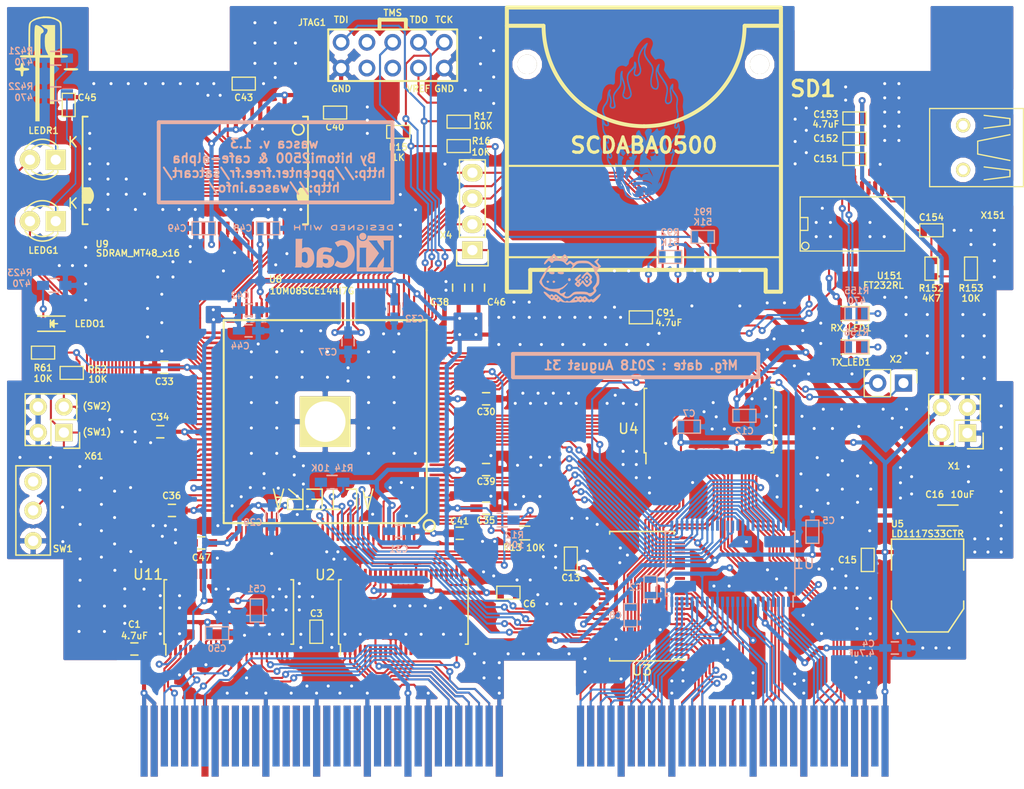
<source format=kicad_pcb>
(kicad_pcb (version 4) (host pcbnew 4.0.3-stable)
  (title_block (title Wasca) (date 2018-08-31) (rev 1.3) (company "cafe-alpha & hitomi2500") (comment 2 "Distributed under GNU GENERAL PUBLIC LICENSE Version 2"))
  (layers (0 Front signal) (31 Back signal) (34 B.Paste user) (35 F.Paste user) (36 B.SilkS user) (37 F.SilkS user) (38 B.Mask user) (39 F.Mask user) (44 Edge.Cuts user))
  (net 0 "")
  (net 1 /+5V)
  (net 2 GND)
  (net 3 /+3_3V)
  (net 4 /ABUS_A24)
  (net 5 /ABUS_A22)
  (net 6 /ABUS_A20)
  (net 7 /ABUS_A18)
  (net 8 /ABUS_A16)
  (net 9 /RESET)
  (net 10 /ABUS_A25)
  (net 11 /ABUS_A23)
  (net 12 /ABUS_A21)
  (net 13 /ABUS_A19)
  (net 14 /ABUS_A17)
  (net 15 /ABUS_A15)
  (net 16 /ABUS_A12)
  (net 17 /ABUS_A13)
  (net 18 /ABUS_A8)
  (net 19 /ABUS_A9)
  (net 20 /ABUS_A11)
  (net 21 /ABUS_A10)
  (net 22 /ABUS_A1)
  (net 23 /ABUS_CS0)
  (net 24 /ABUS_CS2)
  (net 25 /ABUS_WR0)
  (net 26 /ABUS_D0)
  (net 27 /ABUS_D1)
  (net 28 /ABUS_D2)
  (net 29 /ABUS_D3)
  (net 30 /ABUS_D8)
  (net 31 /ABUS_D9)
  (net 32 /ABUS_D10)
  (net 33 /ABUS_D11)
  (net 34 /ABUS_A14)
  (net 35 /ABUS_A7)
  (net 36 /ABUS_A6)
  (net 37 /ABUS_A5)
  (net 38 /ABUS_A4)
  (net 39 /ABUS_A3)
  (net 40 /ABUS_A2)
  (net 41 /ABUS_A0)
  (net 42 /ABUS_RD)
  (net 43 /ABUS_CS1)
  (net 44 /ABUS_WR1)
  (net 45 /ABUS_WAIT)
  (net 46 /ABUS_IRQ)
  (net 47 /SDR_DQ0)
  (net 48 /SDR_DQ1)
  (net 49 /SDR_DQ2)
  (net 50 /SDR_DQ3)
  (net 51 /SDR_DQ4)
  (net 52 /SDR_DQ5)
  (net 53 /SDR_DQ6)
  (net 54 /SDR_DQ7)
  (net 55 /SDR_DQML)
  (net 56 /SDR_WE)
  (net 57 /SDR_CAS)
  (net 58 /SDR_RAS)
  (net 59 /SDR_CS)
  (net 60 /SDR_BA0)
  (net 61 /SDR_BA1)
  (net 62 /SDR_A10)
  (net 63 /SDR_A0)
  (net 64 /SDR_A1)
  (net 65 /SDR_A2)
  (net 66 /SDR_A3)
  (net 67 /SDR_A4)
  (net 68 /SDR_A5)
  (net 69 /SDR_A6)
  (net 70 /SDR_A7)
  (net 71 /SDR_A8)
  (net 72 /SDR_A9)
  (net 73 /SDR_A11)
  (net 74 /SDR_CKE)
  (net 75 /SDR_CLK)
  (net 76 /SDR_DQMH)
  (net 77 /SDR_DQ8)
  (net 78 /SDR_DQ9)
  (net 79 /SDR_DQ10)
  (net 80 /SDR_DQ11)
  (net 81 /SDR_DQ12)
  (net 82 /SDR_DQ13)
  (net 83 /SDR_DQ14)
  (net 84 /SDR_DQ15)
  (net 85 /ABUS_3V_MUX_DATA_DIR)
  (net 86 /ABUS_3V_MUX_EN2)
  (net 87 /ABUS_3V_MUX15)
  (net 88 /ABUS_3V_MUX14)
  (net 89 /ABUS_3V_MUX13)
  (net 90 /ABUS_3V_MUX12)
  (net 91 /ABUS_3V_MUX11)
  (net 92 /ABUS_3V_MUX10)
  (net 93 /ABUS_3V_MUX9)
  (net 94 /ABUS_3V_MUX8)
  (net 95 /ABUS_3V_MUX_EN1)
  (net 96 /ABUS_3V_A19)
  (net 97 /ABUS_3V_A21)
  (net 98 /ABUS_3V_A23)
  (net 99 /ABUS_3V_A25)
  (net 100 /ABUS_3V_WR0)
  (net 101 /ABUS_3V_CS2)
  (net 102 /ABUS_3V_CS0)
  (net 103 /ABUS_3V_WR1)
  (net 104 /ABUS_3V_CS1)
  (net 105 /ABUS_3V_RD)
  (net 106 /ABUS_3V_MUX7)
  (net 107 /ABUS_3V_MUX6)
  (net 108 /ABUS_3V_MUX5)
  (net 109 /ABUS_3V_MUX4)
  (net 110 /ABUS_3V_MUX3)
  (net 111 /ABUS_3V_MUX2)
  (net 112 /ABUS_3V_MUX1)
  (net 113 /ABUS_3V_MUX0)
  (net 114 /ABUS_3V_IRQ)
  (net 115 /ABUS_3V_WAIT)
  (net 116 /RESET_3V)
  (net 117 /ABUS_3V_A16)
  (net 118 /ABUS_3V_A18)
  (net 119 /ABUS_3V_A20)
  (net 120 /ABUS_3V_A22)
  (net 121 /ABUS_3V_A24)
  (net 122 /ABUS_3V_A17)
  (net 123 /JTAG_TMS)
  (net 124 /JTAG_TCK)
  (net 125 /JTAG_TDI)
  (net 126 /JTAG_TDO)
  (net 127 /ABUS_D7)
  (net 128 /ABUS_D6)
  (net 129 /ABUS_D5)
  (net 130 /ABUS_D4)
  (net 131 /ABUS_D15)
  (net 132 /ABUS_D14)
  (net 133 /ABUS_D13)
  (net 134 /ABUS_D12)
  (net 135 /SDR_A12)
  (net 136 /SCSPCLK)
  (net 137 /SCSPCLK_3V)
  (net 138 /ISD)
  (net 139 /IBCK)
  (net 140 /ILRCK)
  (net 141 /SSEL)
  (net 142 /SSEL_3V)
  (net 143 /ISD_3V)
  (net 144 /IBCK_3V)
  (net 145 /ILRCK_3V)
  (net 146 "Net-(R92-Pad2)")
  (net 147 /SD_CS)
  (net 148 /SD_DIN)
  (net 149 /SD_CLK)
  (net 150 /SD_DOUT)
  (net 151 "Net-(LEDR1-Pad1)")
  (net 152 "Net-(LEDG1-Pad1)")
  (net 153 /LEDG1)
  (net 154 /LEDR1)
  (net 155 /WAIT_ENABLE)
  (net 156 /DDR_SPARE1)
  (net 157 /DDR_SPARE3)
  (net 158 /DDR_SPARE2)
  (net 159 "Net-(LEDO1-Pad1)")
  (net 160 "Net-(C154-Pad1)")
  (net 161 "Net-(R152-Pad1)")
  (net 162 "Net-(R152-Pad2)")
  (net 163 /UART_RXING)
  (net 164 "Net-(R155-Pad2)")
  (net 165 /UART_TXING)
  (net 166 "Net-(R156-Pad2)")
  (net 167 /M10_UART_RX)
  (net 168 /M10_UART_TX)
  (net 169 "Net-(U151-Pad15)")
  (net 170 "Net-(U151-Pad16)")
  (net 171 /M10_SPARE1)
  (net 172 /M10_SPARE2)
  (module Resistors_SMD:R_0603_HandSoldering (layer Back) (at 76.15 132)
    (fp_text reference R12 (at 1.2 1.475) (layer B.SilkS) (effects (font (size 0.635 0.635) (thickness 0.127)) (justify mirror)))
    (fp_text value 10K (at 1.225 2.45) (layer B.SilkS) (effects (font (size 0.635 0.635) (thickness 0.127)) (justify mirror)))
    (pad 1 smd rect (at -1.1 0) (size 1.2 0.9) (layers Back B.Paste B.Mask) (net 3 /+3_3V))
    (pad 2 smd rect (at 1.1 0) (size 1.2 0.9) (layers Back B.Paste B.Mask) (net 111 /ABUS_3V_MUX2))
  )
  (module Resistors_SMD:R_0603_HandSoldering (layer Front) (at 78.35 133.275)
    (fp_text reference R13 (at -1.2 1.425) (layer F.SilkS) (effects (font (size 0.635 0.635) (thickness 0.127))))
    (fp_text value 10K (at 1.075 1.45) (layer F.SilkS) (effects (font (size 0.635 0.635) (thickness 0.127))))
    (pad 1 smd rect (at -1.1 0) (size 1.2 0.9) (layers Front F.Paste F.Mask) (net 3 /+3_3V))
    (pad 2 smd rect (at 1.1 0) (size 1.2 0.9) (layers Front F.Paste F.Mask) (net 155 /WAIT_ENABLE))
  )
  (module Capacitors_SMD:C_0603_HandSoldering (layer Front) (at 74.55 120.05)
    (fp_text reference C30 (at 0 1.275) (layer F.SilkS) (effects (font (size 0.635 0.635) (thickness 0.127))))
    (fp_text value 0.1uF hide)
    (pad 1 smd rect (at -0.95 0) (size 1.2 0.75) (layers Front F.Paste F.Mask) (net 3 /+3_3V))
    (pad 2 smd rect (at 0.95 0) (size 1.2 0.75) (layers Front F.Paste F.Mask) (net 2 GND))
  )
  (module Capacitors_SMD:C_0603_HandSoldering (layer Back) (at 53.425 131.5 270)
    (fp_text reference C29 (at 0.725 1.85 360) (layer B.SilkS) (effects (font (size 0.635 0.635) (thickness 0.127)) (justify mirror)))
    (fp_text value 0.1uF hide)
    (pad 1 smd rect (at -0.95 0 270) (size 1.2 0.75) (layers Back B.Paste B.Mask) (net 3 /+3_3V))
    (pad 2 smd rect (at 0.95 0 270) (size 1.2 0.75) (layers Back B.Paste B.Mask) (net 2 GND))
  )
  (module Capacitors_SMD:C_0603_HandSoldering (layer Front) (at 39.9 144.7 180)
    (fp_text reference C1 (at 0 2.425 180) (layer F.SilkS) (effects (font (size 0.635 0.635) (thickness 0.127))))
    (fp_text value 4.7uF (at 0 1.3 180) (layer F.SilkS) (effects (font (size 0.635 0.635) (thickness 0.127))))
    (pad 1 smd rect (at -0.95 0 180) (size 1.2 0.75) (layers Front F.Paste F.Mask) (net 1 /+5V))
    (pad 2 smd rect (at 0.95 0 180) (size 1.2 0.75) (layers Front F.Paste F.Mask) (net 2 GND))
  )
  (module Capacitors_SMD:C_0603_HandSoldering (layer Back) (at 114.825 144.6)
    (fp_text reference C4 (at -2.6 -0.425) (layer B.SilkS) (effects (font (size 0.635 0.635) (thickness 0.127)) (justify mirror)))
    (fp_text value 4.7uF (at -3.3 0.525) (layer B.SilkS) (effects (font (size 0.635 0.635) (thickness 0.127)) (justify mirror)))
    (pad 1 smd rect (at -0.95 0) (size 1.2 0.75) (layers Back B.Paste B.Mask) (net 1 /+5V))
    (pad 2 smd rect (at 0.95 0) (size 1.2 0.75) (layers Back B.Paste B.Mask) (net 2 GND))
  )
  (module Capacitors_SMD:C_0603_HandSoldering (layer Back) (at 65.95 133.1)
    (fp_text reference C31 (at 0 1.75) (layer B.SilkS) (effects (font (size 0.635 0.635) (thickness 0.127)) (justify mirror)))
    (fp_text value 0.1uF hide)
    (pad 1 smd rect (at -0.95 0) (size 1.2 0.75) (layers Back B.Paste B.Mask) (net 3 /+3_3V))
    (pad 2 smd rect (at 0.95 0) (size 1.2 0.75) (layers Back B.Paste B.Mask) (net 2 GND))
  )
  (module Capacitors_SMD:C_0603_HandSoldering (layer Back) (at 65.5 111.2 270)
    (fp_text reference C32 (at 0.975 -2 360) (layer B.SilkS) (effects (font (size 0.635 0.635) (thickness 0.127)) (justify mirror)))
    (fp_text value 0.1uF hide)
    (pad 1 smd rect (at -0.95 0 270) (size 1.2 0.75) (layers Back B.Paste B.Mask) (net 3 /+3_3V))
    (pad 2 smd rect (at 0.95 0 270) (size 1.2 0.75) (layers Back B.Paste B.Mask) (net 2 GND))
  )
  (module Capacitors_SMD:C_0603_HandSoldering (layer Front) (at 42.45 123.3 180)
    (fp_text reference C34 (at 0.05 1.45 180) (layer F.SilkS) (effects (font (size 0.635 0.635) (thickness 0.127))))
    (fp_text value 0.1uF hide)
    (pad 1 smd rect (at -0.95 0 180) (size 1.2 0.75) (layers Front F.Paste F.Mask) (net 3 /+3_3V))
    (pad 2 smd rect (at 0.95 0 180) (size 1.2 0.75) (layers Front F.Paste F.Mask) (net 2 GND))
  )
  (module Capacitors_SMD:C_0603_HandSoldering (layer Front) (at 74.55 130.825)
    (fp_text reference C35 (at -0.025 1.2) (layer F.SilkS) (effects (font (size 0.635 0.635) (thickness 0.127))))
    (fp_text value 0.1uF hide)
    (pad 1 smd rect (at -0.95 0) (size 1.2 0.75) (layers Front F.Paste F.Mask) (net 3 /+3_3V))
    (pad 2 smd rect (at 0.95 0) (size 1.2 0.75) (layers Front F.Paste F.Mask) (net 2 GND))
  )
  (module Capacitors_SMD:C_0603_HandSoldering (layer Front) (at 43.6 131.05 180)
    (fp_text reference C36 (at 0.025 1.45 180) (layer F.SilkS) (effects (font (size 0.635 0.635) (thickness 0.127))))
    (fp_text value 0.1uF hide)
    (pad 1 smd rect (at -0.95 0 180) (size 1.2 0.75) (layers Front F.Paste F.Mask) (net 3 /+3_3V))
    (pad 2 smd rect (at 0.95 0 180) (size 1.2 0.75) (layers Front F.Paste F.Mask) (net 2 GND))
  )
  (module Capacitors_SMD:C_0603_HandSoldering (layer Back) (at 60.95 114.475 270)
    (fp_text reference C37 (at 0.975 2 360) (layer B.SilkS) (effects (font (size 0.635 0.635) (thickness 0.127)) (justify mirror)))
    (fp_text value 0.1uF hide)
    (pad 1 smd rect (at -0.95 0 270) (size 1.2 0.75) (layers Back B.Paste B.Mask) (net 3 /+3_3V))
    (pad 2 smd rect (at 0.95 0 270) (size 1.2 0.75) (layers Back B.Paste B.Mask) (net 2 GND))
  )
  (module Capacitors_SMD:C_0603_HandSoldering (layer Front) (at 71.85 109.1 90)
    (fp_text reference C38 (at -1.425 -1.875 180) (layer F.SilkS) (effects (font (size 0.635 0.635) (thickness 0.127))))
    (fp_text value 0.1uF hide)
    (pad 1 smd rect (at -0.95 0 90) (size 1.2 0.75) (layers Front F.Paste F.Mask) (net 3 /+3_3V))
    (pad 2 smd rect (at 0.95 0 90) (size 1.2 0.75) (layers Front F.Paste F.Mask) (net 2 GND))
  )
  (module Capacitors_SMD:C_0603_HandSoldering (layer Front) (at 74.55 127.025)
    (fp_text reference C39 (at 0 1.175) (layer F.SilkS) (effects (font (size 0.635 0.635) (thickness 0.127))))
    (fp_text value 0.1uF hide)
    (pad 1 smd rect (at -0.95 0) (size 1.2 0.75) (layers Front F.Paste F.Mask) (net 3 /+3_3V))
    (pad 2 smd rect (at 0.95 0) (size 1.2 0.75) (layers Front F.Paste F.Mask) (net 2 GND))
  )
  (module Capacitors_SMD:C_0603_HandSoldering (layer Front) (at 71.95 133.3)
    (fp_text reference C41 (at 0 -1.2) (layer F.SilkS) (effects (font (size 0.635 0.635) (thickness 0.127))))
    (fp_text value 0.1uF hide)
    (pad 1 smd rect (at -0.95 0) (size 1.2 0.75) (layers Front F.Paste F.Mask) (net 3 /+3_3V))
    (pad 2 smd rect (at 0.95 0) (size 1.2 0.75) (layers Front F.Paste F.Mask) (net 2 GND))
  )
  (module Capacitors_SMD:C_0603_HandSoldering (layer Back) (at 51.15 111.3)
    (fp_text reference C42 (at -0.825 -1.425) (layer B.SilkS) (effects (font (size 0.635 0.635) (thickness 0.127)) (justify mirror)))
    (fp_text value 0.1uF hide)
    (pad 1 smd rect (at -0.95 0) (size 1.2 0.75) (layers Back B.Paste B.Mask) (net 3 /+3_3V))
    (pad 2 smd rect (at 0.95 0) (size 1.2 0.75) (layers Back B.Paste B.Mask) (net 2 GND))
  )
  (module Capacitors_SMD:C_0603_HandSoldering (layer Back) (at 51.15 113.35)
    (fp_text reference C44 (at -0.825 1.5) (layer B.SilkS) (effects (font (size 0.635 0.635) (thickness 0.127)) (justify mirror)))
    (fp_text value 0.1uF hide)
    (pad 1 smd rect (at -0.95 0) (size 1.2 0.75) (layers Back B.Paste B.Mask) (net 3 /+3_3V))
    (pad 2 smd rect (at 0.95 0) (size 1.2 0.75) (layers Back B.Paste B.Mask) (net 2 GND))
  )
  (module Capacitors_SMD:C_0603_HandSoldering (layer Front) (at 73.8 109.1 90)
    (fp_text reference C46 (at -1.425 1.775 180) (layer F.SilkS) (effects (font (size 0.635 0.635) (thickness 0.127))))
    (fp_text value 0.1uF hide)
    (pad 1 smd rect (at -0.95 0 90) (size 1.2 0.75) (layers Front F.Paste F.Mask) (net 3 /+3_3V))
    (pad 2 smd rect (at 0.95 0 90) (size 1.2 0.75) (layers Front F.Paste F.Mask) (net 2 GND))
  )
  (module Capacitors_SMD:C_0603_HandSoldering (layer Front) (at 46.5 134.25 180)
    (fp_text reference C47 (at 0 -1.45 180) (layer F.SilkS) (effects (font (size 0.635 0.635) (thickness 0.127))))
    (fp_text value 0.1uF hide)
    (pad 1 smd rect (at -0.95 0 180) (size 1.2 0.75) (layers Front F.Paste F.Mask) (net 3 /+3_3V))
    (pad 2 smd rect (at 0.95 0 180) (size 1.2 0.75) (layers Front F.Paste F.Mask) (net 2 GND))
  )
  (module wasca:TSOPII54_SDRAM_MT48 (layer Front) (at 45.9 97.55 180)
    (fp_text reference U9 (at 9.175 -7.25 180) (layer F.SilkS) (effects (font (size 0.635 0.635) (thickness 0.127))))
    (fp_text value SDRAM_MT48_x16 (at 5.65 -8.15 180) (layer F.SilkS) (effects (font (size 0.635 0.635) (thickness 0.127))))
    (pad 1 smd rect (at -10.4013 5.67944 180) (size 0.3556 1.27) (layers Front F.Paste F.Mask) (net 3 /+3_3V))
    (pad 54 smd rect (at -10.4013 -5.67944 180) (size 0.3556 1.27) (layers Front F.Paste F.Mask) (net 2 GND))
    (pad 2 smd rect (at -9.6012 5.67944 180) (size 0.3556 1.27) (layers Front F.Paste F.Mask) (net 47 /SDR_DQ0))
    (pad 53 smd rect (at -9.6012 -5.67944 180) (size 0.3556 1.27) (layers Front F.Paste F.Mask) (net 84 /SDR_DQ15))
    (pad 3 smd rect (at -8.8011 5.67944 180) (size 0.3556 1.27) (layers Front F.Paste F.Mask) (net 3 /+3_3V))
    (pad 52 smd rect (at -8.8011 -5.67944 180) (size 0.3556 1.27) (layers Front F.Paste F.Mask) (net 2 GND))
    (pad 4 smd rect (at -8.001 5.67944 180) (size 0.3556 1.27) (layers Front F.Paste F.Mask) (net 48 /SDR_DQ1))
    (pad 51 smd rect (at -8.001 -5.67944 180) (size 0.3556 1.27) (layers Front F.Paste F.Mask) (net 83 /SDR_DQ14))
    (pad 5 smd rect (at -7.2009 5.67944 180) (size 0.3556 1.27) (layers Front F.Paste F.Mask) (net 49 /SDR_DQ2))
    (pad 50 smd rect (at -7.2009 -5.67944 180) (size 0.3556 1.27) (layers Front F.Paste F.Mask) (net 82 /SDR_DQ13))
    (pad 6 smd rect (at -6.4008 5.67944 180) (size 0.3556 1.27) (layers Front F.Paste F.Mask) (net 2 GND))
    (pad 49 smd rect (at -6.4008 -5.67944 180) (size 0.3556 1.27) (layers Front F.Paste F.Mask) (net 3 /+3_3V))
    (pad 7 smd rect (at -5.6007 5.67944 180) (size 0.3556 1.27) (layers Front F.Paste F.Mask) (net 50 /SDR_DQ3))
    (pad 48 smd rect (at -5.6007 -5.67944 180) (size 0.3556 1.27) (layers Front F.Paste F.Mask) (net 81 /SDR_DQ12))
    (pad 8 smd rect (at -4.8006 5.67944 180) (size 0.3556 1.27) (layers Front F.Paste F.Mask) (net 51 /SDR_DQ4))
    (pad 47 smd rect (at -4.8006 -5.67944 180) (size 0.3556 1.27) (layers Front F.Paste F.Mask) (net 80 /SDR_DQ11))
    (pad 9 smd rect (at -4.0005 5.67944 180) (size 0.3556 1.27) (layers Front F.Paste F.Mask) (net 3 /+3_3V))
    (pad 46 smd rect (at -4.0005 -5.67944 180) (size 0.3556 1.27) (layers Front F.Paste F.Mask) (net 2 GND))
    (pad 10 smd rect (at -3.2004 5.67944 180) (size 0.3556 1.27) (layers Front F.Paste F.Mask) (net 52 /SDR_DQ5))
    (pad 45 smd rect (at -3.2004 -5.67944 180) (size 0.3556 1.27) (layers Front F.Paste F.Mask) (net 79 /SDR_DQ10))
    (pad 11 smd rect (at -2.4003 5.67944 180) (size 0.3556 1.27) (layers Front F.Paste F.Mask) (net 53 /SDR_DQ6))
    (pad 44 smd rect (at -2.4003 -5.67944 180) (size 0.3556 1.27) (layers Front F.Paste F.Mask) (net 78 /SDR_DQ9))
    (pad 12 smd rect (at -1.6002 5.67944 180) (size 0.3556 1.27) (layers Front F.Paste F.Mask) (net 2 GND))
    (pad 43 smd rect (at -1.6002 -5.67944 180) (size 0.3556 1.27) (layers Front F.Paste F.Mask) (net 3 /+3_3V))
    (pad 13 smd rect (at -0.8001 5.67944 180) (size 0.3556 1.27) (layers Front F.Paste F.Mask) (net 54 /SDR_DQ7))
    (pad 42 smd rect (at -0.8001 -5.67944 180) (size 0.3556 1.27) (layers Front F.Paste F.Mask) (net 77 /SDR_DQ8))
    (pad 14 smd rect (at 0 5.67944 180) (size 0.3556 1.27) (layers Front F.Paste F.Mask) (net 3 /+3_3V))
    (pad 41 smd rect (at 0 -5.67944 180) (size 0.3556 1.27) (layers Front F.Paste F.Mask) (net 2 GND))
    (pad 15 smd rect (at 0.8001 5.67944 180) (size 0.3556 1.27) (layers Front F.Paste F.Mask) (net 55 /SDR_DQML))
    (pad 40 smd rect (at 0.8001 -5.67944 180) (size 0.3556 1.27) (layers Front F.Paste F.Mask))
    (pad 16 smd rect (at 1.6002 5.67944 180) (size 0.3556 1.27) (layers Front F.Paste F.Mask) (net 56 /SDR_WE))
    (pad 39 smd rect (at 1.6002 -5.67944 180) (size 0.3556 1.27) (layers Front F.Paste F.Mask) (net 76 /SDR_DQMH))
    (pad 17 smd rect (at 2.4003 5.67944 180) (size 0.3556 1.27) (layers Front F.Paste F.Mask) (net 57 /SDR_CAS))
    (pad 38 smd rect (at 2.4003 -5.67944 180) (size 0.3556 1.27) (layers Front F.Paste F.Mask) (net 75 /SDR_CLK))
    (pad 18 smd rect (at 3.2004 5.67944 180) (size 0.3556 1.27) (layers Front F.Paste F.Mask) (net 58 /SDR_RAS))
    (pad 37 smd rect (at 3.2004 -5.67944 180) (size 0.3556 1.27) (layers Front F.Paste F.Mask) (net 74 /SDR_CKE))
    (pad 19 smd rect (at 4.0005 5.67944 180) (size 0.3556 1.27) (layers Front F.Paste F.Mask) (net 59 /SDR_CS))
    (pad 36 smd rect (at 4.0005 -5.67944 180) (size 0.3556 1.27) (layers Front F.Paste F.Mask) (net 135 /SDR_A12))
    (pad 20 smd rect (at 4.8006 5.67944 180) (size 0.3556 1.27) (layers Front F.Paste F.Mask) (net 60 /SDR_BA0))
    (pad 35 smd rect (at 4.8006 -5.67944 180) (size 0.3556 1.27) (layers Front F.Paste F.Mask) (net 73 /SDR_A11))
    (pad 21 smd rect (at 5.6007 5.67944 180) (size 0.3556 1.27) (layers Front F.Paste F.Mask) (net 61 /SDR_BA1))
    (pad 34 smd rect (at 5.6007 -5.67944 180) (size 0.3556 1.27) (layers Front F.Paste F.Mask) (net 72 /SDR_A9))
    (pad 22 smd rect (at 6.4008 5.67944 180) (size 0.3556 1.27) (layers Front F.Paste F.Mask) (net 62 /SDR_A10))
    (pad 33 smd rect (at 6.4008 -5.67944 180) (size 0.3556 1.27) (layers Front F.Paste F.Mask) (net 71 /SDR_A8))
    (pad 23 smd rect (at 7.2009 5.67944 180) (size 0.3556 1.27) (layers Front F.Paste F.Mask) (net 63 /SDR_A0))
    (pad 32 smd rect (at 7.2009 -5.67944 180) (size 0.3556 1.27) (layers Front F.Paste F.Mask) (net 70 /SDR_A7))
    (pad 24 smd rect (at 8.001 5.67944 180) (size 0.3556 1.27) (layers Front F.Paste F.Mask) (net 64 /SDR_A1))
    (pad 31 smd rect (at 8.001 -5.67944 180) (size 0.3556 1.27) (layers Front F.Paste F.Mask) (net 69 /SDR_A6))
    (pad 25 smd rect (at 8.8011 5.67944 180) (size 0.3556 1.27) (layers Front F.Paste F.Mask) (net 65 /SDR_A2))
    (pad 30 smd rect (at 8.8011 -5.67944 180) (size 0.3556 1.27) (layers Front F.Paste F.Mask) (net 68 /SDR_A5))
    (pad 26 smd rect (at 9.6012 5.67944 180) (size 0.3556 1.27) (layers Front F.Paste F.Mask) (net 66 /SDR_A3))
    (pad 29 smd rect (at 9.6012 -5.67944 180) (size 0.3556 1.27) (layers Front F.Paste F.Mask) (net 67 /SDR_A4))
    (pad 27 smd rect (at 10.4013 5.67944 180) (size 0.3556 1.27) (layers Front F.Paste F.Mask) (net 3 /+3_3V))
    (pad 28 smd rect (at 10.4013 -5.67944 180) (size 0.3556 1.27) (layers Front F.Paste F.Mask) (net 2 GND))
  )
  (module wasca:CARTRIDGE_EDGE_CONNECTOR2 (layer Front) (at 39.85514 158.2801)
    (fp_text reference CN1 hide)
    (fp_text value CARTRIDGE_EDGE_CONNECTOR hide)
    (pad B1 smd rect (at 1.00076 -4.50088) (size 0.70104 7.00024) (layers Front F.Paste F.Mask) (net 1 /+5V))
    (pad B2 smd rect (at 1.99898 -4.50088) (size 0.70104 7.00024) (layers Front F.Paste F.Mask) (net 1 /+5V))
    (pad B3 smd rect (at 3 -5) (size 0.70104 5.99948) (layers Front F.Paste F.Mask) (net 141 /SSEL))
    (pad B4 smd rect (at 4.0005 -5.00088) (size 0.70104 5.99948) (layers Front F.Paste F.Mask))
    (pad B5 smd rect (at 5.00126 -5.00088) (size 0.70104 5.99948) (layers Front F.Paste F.Mask))
    (pad B6 smd rect (at 5.99948 -5.00088) (size 0.70104 5.99948) (layers Front F.Paste F.Mask))
    (pad B7 smd rect (at 7 -4.5) (size 0.70104 7.00024) (layers Front F.Paste F.Mask) (net 2 GND))
    (pad B8 smd rect (at 8.001 -4.50088) (size 0.70104 7.00024) (layers Front F.Paste F.Mask) (net 2 GND))
    (pad B9 smd rect (at 8.99922 -5.00088) (size 0.70104 5.99948) (layers Front F.Paste F.Mask))
    (pad B10 smd rect (at 9.99998 -5.00088) (size 0.70104 5.99948) (layers Front F.Paste F.Mask))
    (pad B11 smd rect (at 11.00074 -5.00088) (size 0.70104 5.99948) (layers Front F.Paste F.Mask))
    (pad B12 smd rect (at 11.99896 -5.00088) (size 0.70104 5.99948) (layers Front F.Paste F.Mask))
    (pad B13 smd rect (at 12.99972 -4.50088) (size 0.70104 7.00024) (layers Front F.Paste F.Mask) (net 2 GND))
    (pad B14 smd rect (at 14.00048 -5.00088) (size 0.70104 5.99948) (layers Front F.Paste F.Mask))
    (pad B15 smd rect (at 15.00124 -5.00088) (size 0.70104 5.99948) (layers Front F.Paste F.Mask))
    (pad B16 smd rect (at 15.99946 -5.00088) (size 0.70104 5.99948) (layers Front F.Paste F.Mask))
    (pad B17 smd rect (at 17.00022 -5.00088) (size 0.70104 5.99948) (layers Front F.Paste F.Mask))
    (pad B18 smd rect (at 18.00098 -4.50088) (size 0.70104 7.00024) (layers Front F.Paste F.Mask) (net 2 GND))
    (pad B19 smd rect (at 18.9992 -5.00088) (size 0.70104 5.99948) (layers Front F.Paste F.Mask))
    (pad B20 smd rect (at 19.99996 -5.00088) (size 0.70104 5.99948) (layers Front F.Paste F.Mask))
    (pad B21 smd rect (at 21.00072 -5.00088) (size 0.70104 5.99948) (layers Front F.Paste F.Mask))
    (pad B22 smd rect (at 21.99894 -5.00088) (size 0.70104 5.99948) (layers Front F.Paste F.Mask))
    (pad B23 smd rect (at 22.9997 -4.50088) (size 0.70104 7.00024) (layers Front F.Paste F.Mask) (net 2 GND))
    (pad B24 smd rect (at 24.00046 -5.00088) (size 0.70104 5.99948) (layers Front F.Paste F.Mask))
    (pad B25 smd rect (at 25.00122 -5.00088) (size 0.70104 5.99948) (layers Front F.Paste F.Mask))
    (pad B26 smd rect (at 25.99944 -5.00088) (size 0.70104 5.99948) (layers Front F.Paste F.Mask))
    (pad B27 smd rect (at 27.0002 -4.50088) (size 0.70104 7.00024) (layers Front F.Paste F.Mask) (net 1 /+5V))
    (pad B28 smd rect (at 28.00096 -5.00088) (size 0.70104 5.99948) (layers Front F.Paste F.Mask))
    (pad B29 smd rect (at 28.99918 -4.50088) (size 0.70104 7.00024) (layers Front F.Paste F.Mask) (net 2 GND))
    (pad B30 smd rect (at 29.99994 -5.00088) (size 0.70104 5.99948) (layers Front F.Paste F.Mask))
    (pad B31 smd rect (at 31.0007 -5.00088) (size 0.70104 5.99948) (layers Front F.Paste F.Mask) (net 4 /ABUS_A24))
    (pad B32 smd rect (at 31.99892 -5.00088) (size 0.70104 5.99948) (layers Front F.Paste F.Mask) (net 5 /ABUS_A22))
    (pad B33 smd rect (at 32.99968 -5.00088) (size 0.70104 5.99948) (layers Front F.Paste F.Mask) (net 6 /ABUS_A20))
    (pad B34 smd rect (at 34.00044 -5.00088) (size 0.70104 5.99948) (layers Front F.Paste F.Mask) (net 7 /ABUS_A18))
    (pad B35 smd rect (at 35.0012 -5.00088) (size 0.70104 5.99948) (layers Front F.Paste F.Mask) (net 8 /ABUS_A16))
    (pad B36 smd rect (at 35.99942 -4.50088) (size 0.70104 7.00024) (layers Front F.Paste F.Mask) (net 2 GND))
    (pad A1 smd rect (at 1.00076 -4.50088) (size 0.70104 7.00024) (layers Back F.Paste F.Mask) (net 1 /+5V))
    (pad A2 smd rect (at 1.99898 -4.50088) (size 0.70104 7.00024) (layers Back F.Paste F.Mask) (net 1 /+5V))
    (pad A3 smd rect (at 3 -5) (size 0.70104 5.99948) (layers Back F.Paste F.Mask) (net 9 /RESET))
    (pad A4 smd rect (at 4 -5) (size 0.70104 5.99948) (layers Back F.Paste F.Mask) (net 138 /ISD))
    (pad A5 smd rect (at 5.00126 -5.00088) (size 0.70104 5.99948) (layers Back F.Paste F.Mask) (net 139 /IBCK))
    (pad A6 smd rect (at 5.99948 -5.00088) (size 0.70104 5.99948) (layers Back F.Paste F.Mask) (net 140 /ILRCK))
    (pad A7 smd rect (at 7.00024 -5.00088) (size 0.70104 5.99948) (layers Back F.Paste F.Mask) (net 136 /SCSPCLK))
    (pad A8 smd rect (at 8.001 -4.50088) (size 0.70104 7.00024) (layers Back F.Paste F.Mask) (net 2 GND))
    (pad A9 smd rect (at 8.99922 -5.00088) (size 0.70104 5.99948) (layers Back F.Paste F.Mask))
    (pad A10 smd rect (at 9.99998 -5.00088) (size 0.70104 5.99948) (layers Back F.Paste F.Mask))
    (pad A11 smd rect (at 11.00074 -5.00088) (size 0.70104 5.99948) (layers Back F.Paste F.Mask))
    (pad A12 smd rect (at 11.99896 -5.00088) (size 0.70104 5.99948) (layers Back F.Paste F.Mask))
    (pad A13 smd rect (at 12.99972 -4.50088) (size 0.70104 7.00024) (layers Back F.Paste F.Mask) (net 2 GND))
    (pad A14 smd rect (at 14.00048 -5.00088) (size 0.70104 5.99948) (layers Back F.Paste F.Mask))
    (pad A15 smd rect (at 15.00124 -5.00088) (size 0.70104 5.99948) (layers Back F.Paste F.Mask))
    (pad A16 smd rect (at 15.99946 -5.00088) (size 0.70104 5.99948) (layers Back F.Paste F.Mask))
    (pad A17 smd rect (at 17.00022 -5.00088) (size 0.70104 5.99948) (layers Back F.Paste F.Mask))
    (pad A18 smd rect (at 18.00098 -4.50088) (size 0.70104 7.00024) (layers Back F.Paste F.Mask) (net 2 GND))
    (pad A19 smd rect (at 18.9992 -5.00088) (size 0.70104 5.99948) (layers Back F.Paste F.Mask))
    (pad A20 smd rect (at 19.99996 -5.00088) (size 0.70104 5.99948) (layers Back F.Paste F.Mask))
    (pad A21 smd rect (at 21.00072 -5.00088) (size 0.70104 5.99948) (layers Back F.Paste F.Mask))
    (pad A22 smd rect (at 21.99894 -5.00088) (size 0.70104 5.99948) (layers Back F.Paste F.Mask))
    (pad A23 smd rect (at 22.9997 -4.50088) (size 0.70104 7.00024) (layers Back F.Paste F.Mask) (net 2 GND))
    (pad A24 smd rect (at 24.00046 -5.00088) (size 0.70104 5.99948) (layers Back F.Paste F.Mask))
    (pad A25 smd rect (at 25.00122 -5.00088) (size 0.70104 5.99948) (layers Back F.Paste F.Mask))
    (pad A26 smd rect (at 25.99944 -5.00088) (size 0.70104 5.99948) (layers Back F.Paste F.Mask))
    (pad A27 smd rect (at 27.0002 -4.50088) (size 0.70104 7.00024) (layers Back F.Paste F.Mask) (net 1 /+5V))
    (pad A28 smd rect (at 28.00096 -5.00088) (size 0.70104 5.99948) (layers Back F.Paste F.Mask))
    (pad A29 smd rect (at 28.99918 -4.50088) (size 0.70104 7.00024) (layers Back F.Paste F.Mask) (net 2 GND))
    (pad A30 smd rect (at 29.99994 -5.00088) (size 0.70104 5.99948) (layers Back F.Paste F.Mask))
    (pad A31 smd rect (at 31.0007 -5.00088) (size 0.70104 5.99948) (layers Back F.Paste F.Mask) (net 10 /ABUS_A25))
    (pad A32 smd rect (at 31.99892 -5.00088) (size 0.70104 5.99948) (layers Back F.Paste F.Mask) (net 11 /ABUS_A23))
    (pad A33 smd rect (at 32.99968 -5.00088) (size 0.70104 5.99948) (layers Back F.Paste F.Mask) (net 12 /ABUS_A21))
    (pad A34 smd rect (at 34.00044 -5.00088) (size 0.70104 5.99948) (layers Back F.Paste F.Mask) (net 13 /ABUS_A19))
    (pad A35 smd rect (at 35.0012 -5.00088) (size 0.70104 5.99948) (layers Back F.Paste F.Mask) (net 14 /ABUS_A17))
    (pad A36 smd rect (at 35.99942 -4.50088) (size 0.70104 7.00024) (layers Back F.Paste F.Mask) (net 2 GND))
    (pad A37 smd rect (at 44.00042 -5.00088) (size 0.70104 5.99948) (layers Back F.Paste F.Mask) (net 15 /ABUS_A15))
    (pad A38 smd rect (at 45.00118 -5.00088) (size 0.70104 5.99948) (layers Back F.Paste F.Mask) (net 16 /ABUS_A12))
    (pad A39 smd rect (at 45.9994 -5.00088) (size 0.70104 5.99948) (layers Back F.Paste F.Mask) (net 17 /ABUS_A13))
    (pad A40 smd rect (at 47.00016 -5.00088) (size 0.70104 5.99948) (layers Back F.Paste F.Mask) (net 18 /ABUS_A8))
    (pad A41 smd rect (at 48.00092 -4.50088) (size 0.70104 7.00024) (layers Back F.Paste F.Mask) (net 2 GND))
    (pad A42 smd rect (at 48.99914 -5.00088) (size 0.70104 5.99948) (layers Back F.Paste F.Mask) (net 19 /ABUS_A9))
    (pad A43 smd rect (at 49.9999 -5.00088) (size 0.70104 5.99948) (layers Back F.Paste F.Mask) (net 20 /ABUS_A11))
    (pad A44 smd rect (at 51.00066 -5.00088) (size 0.70104 5.99948) (layers Back F.Paste F.Mask) (net 21 /ABUS_A10))
    (pad A45 smd rect (at 51.99888 -5.00088) (size 0.70104 5.99948) (layers Back F.Paste F.Mask) (net 22 /ABUS_A1))
    (pad A46 smd rect (at 52.99964 -4.50088) (size 0.70104 7.00024) (layers Back F.Paste F.Mask) (net 2 GND))
    (pad A47 smd rect (at 54.0004 -5.00088) (size 0.70104 5.99948) (layers Back F.Paste F.Mask) (net 23 /ABUS_CS0))
    (pad A48 smd rect (at 55.00116 -5.00088) (size 0.70104 5.99948) (layers Back F.Paste F.Mask) (net 24 /ABUS_CS2))
    (pad A49 smd rect (at 55.99938 -5.00088) (size 0.70104 5.99948) (layers Back F.Paste F.Mask) (net 25 /ABUS_WR0))
    (pad A50 smd rect (at 57.00014 -5.00088) (size 0.70104 5.99948) (layers Back F.Paste F.Mask))
    (pad A51 smd rect (at 58.0009 -5.00088) (size 0.70104 5.99948) (layers Back F.Paste F.Mask))
    (pad A52 smd rect (at 58.99912 -5.00088) (size 0.70104 5.99948) (layers Back F.Paste F.Mask))
    (pad A53 smd rect (at 59.99988 -5.00088) (size 0.70104 5.99948) (layers Back F.Paste F.Mask))
    (pad A54 smd rect (at 61.00064 -4.50088) (size 0.70104 7.00024) (layers Back F.Paste F.Mask) (net 2 GND))
    (pad A55 smd rect (at 61.99886 -5.00088) (size 0.70104 5.99948) (layers Back F.Paste F.Mask) (net 26 /ABUS_D0))
    (pad A56 smd rect (at 62.99962 -5.00088) (size 0.70104 5.99948) (layers Back F.Paste F.Mask) (net 27 /ABUS_D1))
    (pad A57 smd rect (at 64.00038 -5.00088) (size 0.70104 5.99948) (layers Back F.Paste F.Mask) (net 28 /ABUS_D2))
    (pad A58 smd rect (at 65.00114 -5.00088) (size 0.70104 5.99948) (layers Back F.Paste F.Mask) (net 29 /ABUS_D3))
    (pad A59 smd rect (at 65.99936 -4.50088) (size 0.70104 7.00024) (layers Back F.Paste F.Mask) (net 2 GND))
    (pad A60 smd rect (at 67.00012 -5.00088) (size 0.70104 5.99948) (layers Back F.Paste F.Mask) (net 30 /ABUS_D8))
    (pad A61 smd rect (at 68.00088 -5.00088) (size 0.70104 5.99948) (layers Back F.Paste F.Mask) (net 31 /ABUS_D9))
    (pad A62 smd rect (at 68.9991 -5.00088) (size 0.70104 5.99948) (layers Back F.Paste F.Mask) (net 32 /ABUS_D10))
    (pad A63 smd rect (at 69.99986 -5.00088) (size 0.70104 5.99948) (layers Back F.Paste F.Mask) (net 33 /ABUS_D11))
    (pad A64 smd rect (at 71.00062 -4.50088) (size 0.70104 7.00024) (layers Back F.Paste F.Mask) (net 2 GND))
    (pad A65 smd rect (at 71.99884 -4.50088) (size 0.70104 7.00024) (layers Back F.Paste F.Mask) (net 2 GND))
    (pad A66 smd rect (at 72.9996 -5.00088) (size 0.70104 5.99948) (layers Back F.Paste F.Mask))
    (pad A67 smd rect (at 74.00036 -4.50088) (size 0.70104 7.00024) (layers Back F.Paste F.Mask) (net 1 /+5V))
    (pad B37 smd rect (at 44.00042 -5.00088) (size 0.70104 5.99948) (layers Front F.Paste F.Mask) (net 34 /ABUS_A14))
    (pad B38 smd rect (at 45.00118 -5.00088) (size 0.70104 5.99948) (layers Front F.Paste F.Mask) (net 35 /ABUS_A7))
    (pad B39 smd rect (at 45.9994 -5.00088) (size 0.70104 5.99948) (layers Front F.Paste F.Mask) (net 36 /ABUS_A6))
    (pad B40 smd rect (at 47.00016 -5.00088) (size 0.70104 5.99948) (layers Front F.Paste F.Mask) (net 37 /ABUS_A5))
    (pad B41 smd rect (at 48.00092 -4.50088) (size 0.70104 7.00024) (layers Front F.Paste F.Mask) (net 2 GND))
    (pad B42 smd rect (at 48.99914 -5.00088) (size 0.70104 5.99948) (layers Front F.Paste F.Mask) (net 38 /ABUS_A4))
    (pad B43 smd rect (at 49.9999 -5.00088) (size 0.70104 5.99948) (layers Front F.Paste F.Mask) (net 39 /ABUS_A3))
    (pad B44 smd rect (at 51.00066 -5.00088) (size 0.70104 5.99948) (layers Front F.Paste F.Mask) (net 40 /ABUS_A2))
    (pad B45 smd rect (at 51.99888 -5.00088) (size 0.70104 5.99948) (layers Front F.Paste F.Mask) (net 41 /ABUS_A0))
    (pad B46 smd rect (at 52.99964 -4.50088) (size 0.70104 7.00024) (layers Front F.Paste F.Mask) (net 2 GND))
    (pad B47 smd rect (at 54.0004 -5.00088) (size 0.70104 5.99948) (layers Front F.Paste F.Mask) (net 42 /ABUS_RD))
    (pad B48 smd rect (at 55.00116 -5.00088) (size 0.70104 5.99948) (layers Front F.Paste F.Mask) (net 43 /ABUS_CS1))
    (pad B49 smd rect (at 55.99938 -5.00088) (size 0.70104 5.99948) (layers Front F.Paste F.Mask) (net 44 /ABUS_WR1))
    (pad B50 smd rect (at 57.00014 -5.00088) (size 0.70104 5.99948) (layers Front F.Paste F.Mask))
    (pad B51 smd rect (at 58.0009 -5.00088) (size 0.70104 5.99948) (layers Front F.Paste F.Mask))
    (pad B52 smd rect (at 58.99912 -5.00088) (size 0.70104 5.99948) (layers Front F.Paste F.Mask) (net 45 /ABUS_WAIT))
    (pad B53 smd rect (at 59.99988 -5.00088) (size 0.70104 5.99948) (layers Front F.Paste F.Mask) (net 46 /ABUS_IRQ))
    (pad B54 smd rect (at 61.00064 -4.50088) (size 0.70104 7.00024) (layers Front F.Paste F.Mask) (net 2 GND))
    (pad B55 smd rect (at 61.99886 -5.00088) (size 0.70104 5.99948) (layers Front F.Paste F.Mask) (net 127 /ABUS_D7))
    (pad B56 smd rect (at 62.99962 -5.00088) (size 0.70104 5.99948) (layers Front F.Paste F.Mask) (net 128 /ABUS_D6))
    (pad B57 smd rect (at 64.00038 -5.00088) (size 0.70104 5.99948) (layers Front F.Paste F.Mask) (net 129 /ABUS_D5))
    (pad B58 smd rect (at 65.00114 -5.00088) (size 0.70104 5.99948) (layers Front F.Paste F.Mask) (net 130 /ABUS_D4))
    (pad B59 smd rect (at 65.99936 -4.50088) (size 0.70104 7.00024) (layers Front F.Paste F.Mask) (net 2 GND))
    (pad B60 smd rect (at 67.00012 -5.00088) (size 0.70104 5.99948) (layers Front F.Paste F.Mask) (net 131 /ABUS_D15))
    (pad B61 smd rect (at 68.00088 -5.00088) (size 0.70104 5.99948) (layers Front F.Paste F.Mask) (net 132 /ABUS_D14))
    (pad B62 smd rect (at 68.9991 -5.00088) (size 0.70104 5.99948) (layers Front F.Paste F.Mask) (net 133 /ABUS_D13))
    (pad B63 smd rect (at 69.99986 -5.00088) (size 0.70104 5.99948) (layers Front F.Paste F.Mask) (net 134 /ABUS_D12))
    (pad B64 smd rect (at 71.00062 -4.50088) (size 0.70104 7.00024) (layers Front F.Paste F.Mask) (net 2 GND))
    (pad B65 smd rect (at 71.99884 -4.50088) (size 0.70104 7.00024) (layers Front F.Paste F.Mask) (net 2 GND))
    (pad B66 smd rect (at 72.9996 -5.00088) (size 0.70104 5.99948) (layers Front F.Paste F.Mask))
    (pad B67 smd rect (at 74.00036 -4.50088) (size 0.70104 7.00024) (layers Front F.Paste F.Mask) (net 1 /+5V))
  )
  (module Resistors_SMD:R_0603_HandSoldering (layer Back) (at 59.375 128.275 180)
    (fp_text reference R14 (at -1.175 1.4 180) (layer B.SilkS) (effects (font (size 0.635 0.635) (thickness 0.127)) (justify mirror)))
    (fp_text value 10K (at 1.15 1.4 180) (layer B.SilkS) (effects (font (size 0.635 0.635) (thickness 0.127)) (justify mirror)))
    (pad 1 smd rect (at -1.1 0 180) (size 1.2 0.9) (layers Back B.Paste B.Mask) (net 3 /+3_3V))
    (pad 2 smd rect (at 1.1 0 180) (size 1.2 0.9) (layers Back B.Paste B.Mask) (net 103 /ABUS_3V_WR1))
  )
  (module Capacitors_SMD:C_0603_HandSoldering (layer Front) (at 42.85 116.95 180)
    (fp_text reference C33 (at 0 -1.4 180) (layer F.SilkS) (effects (font (size 0.635 0.635) (thickness 0.127))))
    (fp_text value 0.1uF hide)
    (pad 1 smd rect (at -0.95 0 180) (size 1.2 0.75) (layers Front F.Paste F.Mask) (net 3 /+3_3V))
    (pad 2 smd rect (at 0.95 0 180) (size 1.2 0.75) (layers Front F.Paste F.Mask) (net 2 GND))
  )
  (module TO_SOT_Packages_SMD:SOT-223 (layer Front) (at 118.05 138.45 180)
    (fp_text reference U5 (at 2.975 6.075 180) (layer F.SilkS) (effects (font (size 0.635 0.635) (thickness 0.127))))
    (fp_text value LD1117S33CTR (at 0 5.1 180) (layer F.SilkS) (effects (font (size 0.635 0.635) (thickness 0.127))))
    (pad 4 smd rect (at 0 -3.302 180) (size 3.6576 2.032) (layers Front F.Paste F.Mask))
    (pad 2 smd rect (at 0 3.302 180) (size 1.016 2.032) (layers Front F.Paste F.Mask) (net 3 /+3_3V))
    (pad 3 smd rect (at 2.286 3.302 180) (size 1.016 2.032) (layers Front F.Paste F.Mask) (net 1 /+5V))
    (pad 1 smd rect (at -2.286 3.302 180) (size 1.016 2.032) (layers Front F.Paste F.Mask) (net 2 GND))
  )
  (module wasca:JTAG_Header (layer Front) (at 65.35 86.2 180)
    (fp_text reference JTAG1 (at 7.95 3.225 180) (layer F.SilkS) (effects (font (size 0.635 0.635) (thickness 0.127))))
    (fp_text value AVR-JTAG-10 hide)
    (fp_text user TDI (at 5.075 3.5 360) (layer F.SilkS) (effects (font (size 0.635 0.635) (thickness 0.127))))
    (fp_text user TCK (at -5.075 3.5 360) (layer F.SilkS) (effects (font (size 0.635 0.635) (thickness 0.127))))
    (fp_text user TDO (at -2.575 3.5 360) (layer F.SilkS) (effects (font (size 0.635 0.635) (thickness 0.127))))
    (fp_text user TMS (at 0 4.175 360) (layer F.SilkS) (effects (font (size 0.635 0.635) (thickness 0.127))))
    (fp_text user VREF (at -2.55 -3.3 360) (layer F.SilkS) (effects (font (size 0.635 0.635) (thickness 0.127))))
    (fp_text user GND (at -5.075 -3.3 360) (layer F.SilkS) (effects (font (size 0.635 0.635) (thickness 0.127))))
    (fp_text user GND (at 5.075 -3.3 360) (layer F.SilkS) (effects (font (size 0.635 0.635) (thickness 0.127))))
    (pad 10 thru_hole circle (at 5.08 -1.27 180) (size 1.651 1.651) (drill 1.016) (layers *.Cu *.Mask) (net 2 GND))
    (pad 9 thru_hole circle (at 5.08 1.27 180) (size 1.651 1.651) (drill 1.016) (layers *.Cu *.Mask) (net 125 /JTAG_TDI))
    (pad 8 thru_hole circle (at 2.54 -1.27 180) (size 1.651 1.651) (drill 1.016) (layers *.Cu *.Mask))
    (pad 7 thru_hole circle (at 2.54 1.27 180) (size 1.651 1.651) (drill 1.016) (layers *.Cu *.Mask))
    (pad 6 thru_hole circle (at 0 -1.27 180) (size 1.651 1.651) (drill 1.016) (layers *.Cu *.Mask))
    (pad 5 thru_hole circle (at 0 1.27 180) (size 1.651 1.651) (drill 1.016) (layers *.Cu *.Mask) (net 123 /JTAG_TMS))
    (pad 4 thru_hole circle (at -2.54 -1.27 180) (size 1.651 1.651) (drill 1.016) (layers *.Cu *.Mask) (net 3 /+3_3V))
    (pad 3 thru_hole circle (at -2.54 1.27 180) (size 1.651 1.651) (drill 1.016) (layers *.Cu *.Mask) (net 126 /JTAG_TDO))
    (pad 2 thru_hole circle (at -5.08 -1.27 180) (size 1.651 1.651) (drill 1.016) (layers *.Cu *.Mask) (net 2 GND))
    (pad 1 thru_hole circle (at -5.08 1.27 180) (size 1.651 1.651) (drill 1.016) (layers *.Cu *.Mask) (net 124 /JTAG_TCK))
  )
  (module wasca:sd_socket (layer Front) (at 90.1 94.5)
    (fp_text reference SD1 (at 16.65 -5) (layer F.SilkS) (effects (font (thickness 0.3048))))
    (fp_text value SD_CARD hide)
    (fp_text user SCDABA0500 (at 0 0.575) (layer F.SilkS) (effects (font (thickness 0.3048))))
    (pad 17 smd rect (at 9.4488 14.89964 180) (size 0.59944 1.39954) (layers Front F.Paste F.Mask) (net 2 GND))
    (pad 16 smd rect (at 4.7498 14.89964 180) (size 0.59944 1.39954) (layers Front F.Paste F.Mask) (net 2 GND))
    (pad 11 smd rect (at 10.80008 14.89964 180) (size 0.59944 1.39954) (layers Front F.Paste F.Mask))
    (pad 9 smd rect (at -9.50214 14.89964 180) (size 0.59944 1.39954) (layers Front F.Paste F.Mask))
    (pad 1 smd rect (at -7.0993 14.89964 180) (size 0.59944 1.39954) (layers Front F.Paste F.Mask) (net 147 /SD_CS))
    (pad 2 smd rect (at -4.89966 14.89964 180) (size 0.59944 1.39954) (layers Front F.Paste F.Mask) (net 148 /SD_DIN))
    (pad 3 smd rect (at -2.90068 14.89964 180) (size 0.59944 1.39954) (layers Front F.Paste F.Mask) (net 2 GND))
    (pad 4 smd rect (at 0.44958 14.89964 180) (size 0.59944 1.39954) (layers Front F.Paste F.Mask) (net 3 /+3_3V))
    (pad 5 smd rect (at 1.84912 14.89964 180) (size 0.59944 1.39954) (layers Front F.Paste F.Mask) (net 149 /SD_CLK))
    (pad 6 smd rect (at -1.00076 14.89964 180) (size 0.59944 1.39954) (layers Front F.Paste F.Mask) (net 2 GND))
    (pad 7 smd rect (at 6.55066 14.89964 180) (size 0.59944 1.39954) (layers Front F.Paste F.Mask) (net 150 /SD_DOUT))
    (pad 8 smd rect (at 8.04926 14.89964 180) (size 0.59944 1.39954) (layers Front F.Paste F.Mask))
    (pad 10 smd rect (at 3.35026 14.89964 180) (size 0.59944 1.39954) (layers Front F.Paste F.Mask) (net 146 "Net-(R92-Pad2)"))
    (pad 14 smd rect (at -13.85062 12.30122 180) (size 1.50114 1.89992) (layers Front F.Paste F.Mask) (net 2 GND))
    (pad 13 smd rect (at -13.85062 -11.99896 180) (size 1.89992 1.89992) (layers Front F.Paste F.Mask) (net 2 GND))
    (pad 15 smd rect (at 13.85062 14.20114 180) (size 1.50114 1.89992) (layers Front F.Paste F.Mask) (net 2 GND))
    (pad 12 smd rect (at 13.79982 -12.14882 180) (size 1.6002 1.6002) (layers Front F.Paste F.Mask) (net 2 GND))
    (pad "" thru_hole circle (at -11.50112 -7.39902 180) (size 1.89992 1.89992) (drill 1.89992) (layers *.Cu *.Mask F.SilkS))
    (pad "" thru_hole circle (at 11.39952 -7.39902 180) (size 1.89992 1.89992) (drill 1.89992) (layers *.Cu *.Mask F.SilkS))
  )
  (module Pin_Headers:Pin_Header_Straight_1x04 (layer Front) (at 73.2 105.4 180)
    (fp_text reference X4 (at 2.6 1.475 180) (layer F.SilkS) (effects (font (size 0.635 0.635) (thickness 0.127))))
    (fp_text value CONN_01X04 hide)
    (pad 1 thru_hole rect (at 0 0 180) (size 2.032 1.7272) (drill 1.016) (layers *.Cu *.Mask F.SilkS) (net 147 /SD_CS))
    (pad 2 thru_hole oval (at 0 2.54 180) (size 2.032 1.7272) (drill 1.016) (layers *.Cu *.Mask F.SilkS) (net 148 /SD_DIN))
    (pad 3 thru_hole oval (at 0 5.08 180) (size 2.032 1.7272) (drill 1.016) (layers *.Cu *.Mask F.SilkS) (net 149 /SD_CLK))
    (pad 4 thru_hole oval (at 0 7.62 180) (size 2.032 1.7272) (drill 1.016) (layers *.Cu *.Mask F.SilkS) (net 150 /SD_DOUT))
  )
  (module LEDs:LED-3MM (layer Front) (at 32.15 96.5 180)
    (fp_text reference LEDR1 (at 1.2 2.875 180) (layer F.SilkS) (effects (font (size 0.635 0.635) (thickness 0.127))))
    (fp_text value LED hide)
    (fp_text user K (at -1.69 1.74 180) (layer F.SilkS))
    (pad 1 thru_hole rect (at 0 0 270) (size 2 2) (drill 1.00076) (layers *.Cu *.Mask F.SilkS) (net 151 "Net-(LEDR1-Pad1)"))
    (pad 2 thru_hole circle (at 2.54 0 180) (size 2 2) (drill 1.00076) (layers *.Cu *.Mask F.SilkS) (net 154 /LEDR1))
  )
  (module Resistors_SMD:R_0603_HandSoldering (layer Back) (at 32.15 86.5 180)
    (fp_text reference R421 (at 3.45 0.725 180) (layer B.SilkS) (effects (font (size 0.635 0.635) (thickness 0.127)) (justify mirror)))
    (fp_text value 470 (at 3.15 -0.375 180) (layer B.SilkS) (effects (font (size 0.635 0.635) (thickness 0.127)) (justify mirror)))
    (pad 1 smd rect (at -1.1 0 180) (size 1.2 0.9) (layers Back B.Paste B.Mask) (net 151 "Net-(LEDR1-Pad1)"))
    (pad 2 smd rect (at 1.1 0 180) (size 1.2 0.9) (layers Back B.Paste B.Mask) (net 2 GND))
  )
  (module LEDs:LED-3MM (layer Front) (at 32.15 102.55 180)
    (fp_text reference LEDG1 (at 1.2 -2.875 180) (layer F.SilkS) (effects (font (size 0.635 0.635) (thickness 0.127))))
    (fp_text value LED hide)
    (fp_text user K (at -1.69 1.74 180) (layer F.SilkS))
    (pad 1 thru_hole rect (at 0 0 270) (size 2 2) (drill 1.00076) (layers *.Cu *.Mask F.SilkS) (net 152 "Net-(LEDG1-Pad1)"))
    (pad 2 thru_hole circle (at 2.54 0 180) (size 2 2) (drill 1.00076) (layers *.Cu *.Mask F.SilkS) (net 153 /LEDG1))
  )
  (module Resistors_SMD:R_0603_HandSoldering (layer Back) (at 32.15 90 180)
    (fp_text reference R422 (at 3.45 0.725 180) (layer B.SilkS) (effects (font (size 0.635 0.635) (thickness 0.127)) (justify mirror)))
    (fp_text value 470 (at 3.15 -0.375 180) (layer B.SilkS) (effects (font (size 0.635 0.635) (thickness 0.127)) (justify mirror)))
    (pad 1 smd rect (at -1.1 0 180) (size 1.2 0.9) (layers Back B.Paste B.Mask) (net 152 "Net-(LEDG1-Pad1)"))
    (pad 2 smd rect (at 1.1 0 180) (size 1.2 0.9) (layers Back B.Paste B.Mask) (net 2 GND))
  )
  (module Pin_Headers:Pin_Header_Straight_2x02 (layer Front) (at 121.975 123.425 180)
    (fp_text reference X1 (at 1.325 -3.25 180) (layer F.SilkS) (effects (font (size 0.635 0.635) (thickness 0.127))))
    (fp_text value CONN_02X02 hide)
    (pad 1 thru_hole rect (at 0 0 180) (size 1.7272 1.7272) (drill 1.016) (layers *.Cu *.Mask F.SilkS) (net 2 GND))
    (pad 2 thru_hole oval (at 2.54 0 180) (size 1.7272 1.7272) (drill 1.016) (layers *.Cu *.Mask F.SilkS) (net 3 /+3_3V))
    (pad 3 thru_hole oval (at 0 2.54 180) (size 1.7272 1.7272) (drill 1.016) (layers *.Cu *.Mask F.SilkS) (net 2 GND))
    (pad 4 thru_hole oval (at 2.54 2.54 180) (size 1.7272 1.7272) (drill 1.016) (layers *.Cu *.Mask F.SilkS) (net 1 /+5V))
  )
  (module Capacitors_SMD:C_1206_HandSoldering (layer Front) (at 120.05 131.55)
    (fp_text reference C16 (at -1.3 -2.075) (layer F.SilkS) (effects (font (size 0.635 0.635) (thickness 0.127))))
    (fp_text value 10uF (at 1.45 -2.075) (layer F.SilkS) (effects (font (size 0.635 0.635) (thickness 0.127))))
    (pad 1 smd rect (at -2 0) (size 2 1.6) (layers Front F.Paste F.Mask) (net 3 /+3_3V))
    (pad 2 smd rect (at 2 0) (size 2 1.6) (layers Front F.Paste F.Mask) (net 2 GND))
  )
  (module LEDs:LED_0805 (layer Front) (at 31.975 112.65)
    (fp_text reference LEDO1 (at 3.55 0) (layer F.SilkS) (effects (font (size 0.635 0.635) (thickness 0.127))))
    (fp_text value LED hide)
    (pad 2 smd rect (at 1.04902 0 180) (size 1.19888 1.19888) (layers Front F.Paste F.Mask) (net 156 /DDR_SPARE1))
    (pad 1 smd rect (at -1.04902 0 180) (size 1.19888 1.19888) (layers Front F.Paste F.Mask) (net 159 "Net-(LEDO1-Pad1)"))
  )
  (module Resistors_SMD:R_0603_HandSoldering (layer Back) (at 32 108.875)
    (fp_text reference R423 (at -3.375 -1.25) (layer B.SilkS) (effects (font (size 0.635 0.635) (thickness 0.127)) (justify mirror)))
    (fp_text value 470 (at -3.2 -0.175) (layer B.SilkS) (effects (font (size 0.635 0.635) (thickness 0.127)) (justify mirror)))
    (pad 1 smd rect (at -1.1 0) (size 1.2 0.9) (layers Back B.Paste B.Mask) (net 159 "Net-(LEDO1-Pad1)"))
    (pad 2 smd rect (at 1.1 0) (size 1.2 0.9) (layers Back B.Paste B.Mask) (net 2 GND))
  )
  (module Pin_Headers:Pin_Header_Straight_2x02 (layer Front) (at 32.95 123.375 180)
    (fp_text reference X61 (at -2.95 -2.325 360) (layer F.SilkS) (effects (font (size 0.635 0.635) (thickness 0.127))))
    (fp_text value CONN_02X02 hide)
    (pad 1 thru_hole rect (at 0 0 180) (size 1.7272 1.7272) (drill 1.016) (layers *.Cu *.Mask F.SilkS) (net 157 /DDR_SPARE3))
    (pad 2 thru_hole oval (at 2.54 0 180) (size 1.7272 1.7272) (drill 1.016) (layers *.Cu *.Mask F.SilkS) (net 2 GND))
    (pad 3 thru_hole oval (at 0 2.54 180) (size 1.7272 1.7272) (drill 1.016) (layers *.Cu *.Mask F.SilkS) (net 158 /DDR_SPARE2))
    (pad 4 thru_hole oval (at 2.54 2.54 180) (size 1.7272 1.7272) (drill 1.016) (layers *.Cu *.Mask F.SilkS) (net 2 GND))
  )
  (module wasca:TQFP144_ALTERA_HANDSOLDERING (layer Front) (at 58.7 122.3 180)
    (fp_text reference U8 (at 4.9 14.025 180) (layer F.SilkS) (effects (font (size 0.635 0.635) (thickness 0.127))))
    (fp_text value 10M08SCE144I7G (at 1.3 12.875 180) (layer F.SilkS) (effects (font (size 0.635 0.635) (thickness 0.127))))
    (pad 1 smd rect (at -11.01852 -8.75792 270) (size 0.254 1.4732) (layers Front F.Paste F.Mask) (net 3 /+3_3V))
    (pad 37 smd rect (at -8.75792 11.01852 180) (size 0.254 1.4732) (layers Front F.Paste F.Mask) (net 3 /+3_3V))
    (pad 73 smd rect (at 11.01598 8.75792 90) (size 0.254 1.4732) (layers Front F.Paste F.Mask) (net 3 /+3_3V))
    (pad 109 smd rect (at 8.75792 -11.01852 180) (size 0.254 1.4732) (layers Front F.Paste F.Mask) (net 3 /+3_3V))
    (pad 2 smd rect (at -11.01852 -8.25754 270) (size 0.254 1.4732) (layers Front F.Paste F.Mask) (net 3 /+3_3V))
    (pad 38 smd rect (at -8.25754 11.01852 180) (size 0.254 1.4732) (layers Front F.Paste F.Mask) (net 147 /SD_CS))
    (pad 74 smd rect (at 11.01598 8.25754 90) (size 0.254 1.4732) (layers Front F.Paste F.Mask) (net 84 /SDR_DQ15))
    (pad 110 smd rect (at 8.25754 -11.01852 180) (size 0.254 1.4732) (layers Front F.Paste F.Mask) (net 145 /ILRCK_3V))
    (pad 3 smd rect (at -11.01852 -7.75716 270) (size 0.254 1.4732) (layers Front F.Paste F.Mask) (net 2 GND))
    (pad 39 smd rect (at -7.75716 11.01852 180) (size 0.254 1.4732) (layers Front F.Paste F.Mask) (net 148 /SD_DIN))
    (pad 75 smd rect (at 11.01598 7.75716 90) (size 0.254 1.4732) (layers Front F.Paste F.Mask) (net 83 /SDR_DQ14))
    (pad 111 smd rect (at 7.75716 -11.01852 180) (size 0.254 1.4732) (layers Front F.Paste F.Mask) (net 116 /RESET_3V))
    (pad 4 smd rect (at -11.01852 -7.25678 270) (size 0.254 1.4732) (layers Front F.Paste F.Mask) (net 2 GND))
    (pad 40 smd rect (at -7.25678 11.01852 180) (size 0.254 1.4732) (layers Front F.Paste F.Mask) (net 3 /+3_3V))
    (pad 76 smd rect (at 11.01598 7.25678 90) (size 0.254 1.4732) (layers Front F.Paste F.Mask) (net 82 /SDR_DQ13))
    (pad 112 smd rect (at 7.25678 -11.01852 180) (size 0.254 1.4732) (layers Front F.Paste F.Mask) (net 99 /ABUS_3V_A25))
    (pad 5 smd rect (at -11.01852 -6.7564 270) (size 0.254 1.4732) (layers Front F.Paste F.Mask) (net 3 /+3_3V))
    (pad 41 smd rect (at -6.7564 11.01852 180) (size 0.254 1.4732) (layers Front F.Paste F.Mask) (net 149 /SD_CLK))
    (pad 77 smd rect (at 11.01598 6.7564 90) (size 0.254 1.4732) (layers Front F.Paste F.Mask) (net 81 /SDR_DQ12))
    (pad 113 smd rect (at 6.7564 -11.01852 180) (size 0.254 1.4732) (layers Front F.Paste F.Mask) (net 98 /ABUS_3V_A23))
    (pad 6 smd rect (at -11.01852 -6.25602 270) (size 0.254 1.4732) (layers Front F.Paste F.Mask) (net 110 /ABUS_3V_MUX3))
    (pad 42 smd rect (at -6.25602 11.01852 180) (size 0.254 1.4732) (layers Front F.Paste F.Mask) (net 2 GND))
    (pad 78 smd rect (at 11.01598 6.25602 90) (size 0.254 1.4732) (layers Front F.Paste F.Mask) (net 80 /SDR_DQ11))
    (pad 114 smd rect (at 6.25602 -11.01852 180) (size 0.254 1.4732) (layers Front F.Paste F.Mask) (net 97 /ABUS_3V_A21))
    (pad 7 smd rect (at -11.01852 -5.75564 270) (size 0.254 1.4732) (layers Front F.Paste F.Mask) (net 94 /ABUS_3V_MUX8))
    (pad 43 smd rect (at -5.75564 11.01852 180) (size 0.254 1.4732) (layers Front F.Paste F.Mask) (net 146 "Net-(R92-Pad2)"))
    (pad 79 smd rect (at 11.01598 5.75564 90) (size 0.254 1.4732) (layers Front F.Paste F.Mask) (net 79 /SDR_DQ10))
    (pad 115 smd rect (at 5.75564 -11.01852 180) (size 0.254 1.4732) (layers Front F.Paste F.Mask) (net 3 /+3_3V))
    (pad 8 smd rect (at -11.01852 -5.25526 270) (size 0.254 1.4732) (layers Front F.Paste F.Mask) (net 93 /ABUS_3V_MUX9))
    (pad 44 smd rect (at -5.25526 11.01852 180) (size 0.254 1.4732) (layers Front F.Paste F.Mask) (net 150 /SD_DOUT))
    (pad 80 smd rect (at 11.01598 5.25526 90) (size 0.254 1.4732) (layers Front F.Paste F.Mask) (net 78 /SDR_DQ9))
    (pad 116 smd rect (at 5.25526 -11.01852 180) (size 0.254 1.4732) (layers Front F.Paste F.Mask) (net 2 GND))
    (pad 9 smd rect (at -11.01852 -4.75488 270) (size 0.254 1.4732) (layers Front F.Paste F.Mask) (net 3 /+3_3V))
    (pad 45 smd rect (at -4.75488 11.01852 180) (size 0.254 1.4732) (layers Front F.Paste F.Mask) (net 47 /SDR_DQ0))
    (pad 81 smd rect (at 11.01598 4.75488 90) (size 0.254 1.4732) (layers Front F.Paste F.Mask) (net 77 /SDR_DQ8))
    (pad 117 smd rect (at 4.75488 -11.01852 180) (size 0.254 1.4732) (layers Front F.Paste F.Mask) (net 3 /+3_3V))
    (pad 10 smd rect (at -11.01852 -4.2545 270) (size 0.254 1.4732) (layers Front F.Paste F.Mask) (net 92 /ABUS_3V_MUX10))
    (pad 46 smd rect (at -4.2545 11.01852 180) (size 0.254 1.4732) (layers Front F.Paste F.Mask) (net 48 /SDR_DQ1))
    (pad 82 smd rect (at 11.01598 4.2545 90) (size 0.254 1.4732) (layers Front F.Paste F.Mask) (net 3 /+3_3V))
    (pad 118 smd rect (at 4.2545 -11.01852 180) (size 0.254 1.4732) (layers Front F.Paste F.Mask) (net 96 /ABUS_3V_A19))
    (pad 11 smd rect (at -11.01852 -3.75412 270) (size 0.254 1.4732) (layers Front F.Paste F.Mask) (net 91 /ABUS_3V_MUX11))
    (pad 47 smd rect (at -3.75412 11.01852 180) (size 0.254 1.4732) (layers Front F.Paste F.Mask) (net 49 /SDR_DQ2))
    (pad 83 smd rect (at 11.01598 3.75412 90) (size 0.254 1.4732) (layers Front F.Paste F.Mask) (net 2 GND))
    (pad 119 smd rect (at 3.75412 -11.01852 180) (size 0.254 1.4732) (layers Front F.Paste F.Mask) (net 122 /ABUS_3V_A17))
    (pad 12 smd rect (at -11.01852 -3.25374 270) (size 0.254 1.4732) (layers Front F.Paste F.Mask) (net 85 /ABUS_3V_MUX_DATA_DIR))
    (pad 48 smd rect (at -3.25374 11.01852 180) (size 0.254 1.4732) (layers Front F.Paste F.Mask) (net 50 /SDR_DQ3))
    (pad 84 smd rect (at 11.01598 3.25374 90) (size 0.254 1.4732) (layers Front F.Paste F.Mask) (net 76 /SDR_DQMH))
    (pad 120 smd rect (at 3.25374 -11.01852 180) (size 0.254 1.4732) (layers Front F.Paste F.Mask) (net 117 /ABUS_3V_A16))
    (pad 13 smd rect (at -11.01852 -2.75336 270) (size 0.254 1.4732) (layers Front F.Paste F.Mask) (net 106 /ABUS_3V_MUX7))
    (pad 49 smd rect (at -2.75336 11.01852 180) (size 0.254 1.4732) (layers Front F.Paste F.Mask) (net 3 /+3_3V))
    (pad 85 smd rect (at 11.01598 2.75336 90) (size 0.254 1.4732) (layers Front F.Paste F.Mask) (net 75 /SDR_CLK))
    (pad 121 smd rect (at 2.75336 -11.01852 180) (size 0.254 1.4732) (layers Front F.Paste F.Mask) (net 118 /ABUS_3V_A18))
    (pad 14 smd rect (at -11.01852 -2.25298 270) (size 0.254 1.4732) (layers Front F.Paste F.Mask) (net 107 /ABUS_3V_MUX6))
    (pad 50 smd rect (at -2.25298 11.01852 180) (size 0.254 1.4732) (layers Front F.Paste F.Mask) (net 51 /SDR_DQ4))
    (pad 86 smd rect (at 11.01598 2.25298 90) (size 0.254 1.4732) (layers Front F.Paste F.Mask) (net 74 /SDR_CKE))
    (pad 122 smd rect (at 2.25298 -11.01852 180) (size 0.254 1.4732) (layers Front F.Paste F.Mask) (net 119 /ABUS_3V_A20))
    (pad 15 smd rect (at -11.01852 -1.7526 270) (size 0.254 1.4732) (layers Front F.Paste F.Mask) (net 108 /ABUS_3V_MUX5))
    (pad 51 smd rect (at -1.7526 11.01852 180) (size 0.254 1.4732) (layers Front F.Paste F.Mask) (net 3 /+3_3V))
    (pad 87 smd rect (at 11.01598 1.7526 90) (size 0.254 1.4732) (layers Front F.Paste F.Mask) (net 135 /SDR_A12))
    (pad 123 smd rect (at 1.7526 -11.01852 180) (size 0.254 1.4732) (layers Front F.Paste F.Mask) (net 120 /ABUS_3V_A22))
    (pad 16 smd rect (at -11.01852 -1.25222 270) (size 0.254 1.4732) (layers Front F.Paste F.Mask) (net 123 /JTAG_TMS))
    (pad 52 smd rect (at -1.25222 11.01852 180) (size 0.254 1.4732) (layers Front F.Paste F.Mask) (net 52 /SDR_DQ5))
    (pad 88 smd rect (at 11.01598 1.25222 90) (size 0.254 1.4732) (layers Front F.Paste F.Mask) (net 73 /SDR_A11))
    (pad 124 smd rect (at 1.25222 -11.01852 180) (size 0.254 1.4732) (layers Front F.Paste F.Mask) (net 121 /ABUS_3V_A24))
    (pad 17 smd rect (at -11.01852 -0.75184 270) (size 0.254 1.4732) (layers Front F.Paste F.Mask) (net 109 /ABUS_3V_MUX4))
    (pad 53 smd rect (at -0.75184 11.01852 180) (size 0.254 1.4732) (layers Front F.Paste F.Mask) (net 2 GND))
    (pad 89 smd rect (at 11.01598 0.75184 90) (size 0.254 1.4732) (layers Front F.Paste F.Mask) (net 72 /SDR_A9))
    (pad 125 smd rect (at 0.75184 -11.01852 180) (size 0.254 1.4732) (layers Front F.Paste F.Mask) (net 2 GND))
    (pad 18 smd rect (at -11.01852 -0.25146 270) (size 0.254 1.4732) (layers Front F.Paste F.Mask) (net 124 /JTAG_TCK))
    (pad 54 smd rect (at -0.25146 11.01852 180) (size 0.254 1.4732) (layers Front F.Paste F.Mask) (net 53 /SDR_DQ6))
    (pad 90 smd rect (at 11.01598 0.25146 90) (size 0.254 1.4732) (layers Front F.Paste F.Mask) (net 71 /SDR_A8))
    (pad 126 smd rect (at 0.25146 -11.01852 180) (size 0.254 1.4732) (layers Front F.Paste F.Mask) (net 105 /ABUS_3V_RD))
    (pad 19 smd rect (at -11.01852 0.24892 270) (size 0.254 1.4732) (layers Front F.Paste F.Mask) (net 125 /JTAG_TDI))
    (pad 55 smd rect (at 0.24892 11.01852 180) (size 0.254 1.4732) (layers Front F.Paste F.Mask) (net 54 /SDR_DQ7))
    (pad 91 smd rect (at 11.01598 -0.24892 90) (size 0.254 1.4732) (layers Front F.Paste F.Mask) (net 70 /SDR_A7))
    (pad 127 smd rect (at -0.24892 -11.01852 180) (size 0.254 1.4732) (layers Front F.Paste F.Mask) (net 104 /ABUS_3V_CS1))
    (pad 20 smd rect (at -11.01852 0.7493 270) (size 0.254 1.4732) (layers Front F.Paste F.Mask) (net 126 /JTAG_TDO))
    (pad 56 smd rect (at 0.7493 11.01852 180) (size 0.254 1.4732) (layers Front F.Paste F.Mask) (net 55 /SDR_DQML))
    (pad 92 smd rect (at 11.01598 -0.7493 90) (size 0.254 1.4732) (layers Front F.Paste F.Mask) (net 69 /SDR_A6))
    (pad 128 smd rect (at -0.7493 -11.01852 180) (size 0.254 1.4732) (layers Front F.Paste F.Mask) (net 3 /+3_3V))
    (pad 21 smd rect (at -11.01852 1.24968 270) (size 0.254 1.4732) (layers Front F.Paste F.Mask) (net 87 /ABUS_3V_MUX15))
    (pad 57 smd rect (at 1.24968 11.01852 180) (size 0.254 1.4732) (layers Front F.Paste F.Mask) (net 56 /SDR_WE))
    (pad 93 smd rect (at 11.01598 -1.24968 90) (size 0.254 1.4732) (layers Front F.Paste F.Mask) (net 68 /SDR_A5))
    (pad 129 smd rect (at -1.24968 -11.01852 180) (size 0.254 1.4732) (layers Front F.Paste F.Mask) (net 103 /ABUS_3V_WR1))
    (pad 22 smd rect (at -11.01852 1.75006 270) (size 0.254 1.4732) (layers Front F.Paste F.Mask) (net 88 /ABUS_3V_MUX14))
    (pad 58 smd rect (at 1.75006 11.01852 180) (size 0.254 1.4732) (layers Front F.Paste F.Mask) (net 57 /SDR_CAS))
    (pad 94 smd rect (at 11.01598 -1.75006 90) (size 0.254 1.4732) (layers Front F.Paste F.Mask) (net 3 /+3_3V))
    (pad 130 smd rect (at -1.75006 -11.01852 180) (size 0.254 1.4732) (layers Front F.Paste F.Mask) (net 100 /ABUS_3V_WR0))
    (pad 23 smd rect (at -11.01852 2.25044 270) (size 0.254 1.4732) (layers Front F.Paste F.Mask) (net 3 /+3_3V))
    (pad 59 smd rect (at 2.25044 11.01852 180) (size 0.254 1.4732) (layers Front F.Paste F.Mask) (net 58 /SDR_RAS))
    (pad 95 smd rect (at 11.01598 -2.25044 90) (size 0.254 1.4732) (layers Front F.Paste F.Mask) (net 2 GND))
    (pad 131 smd rect (at -2.25044 -11.01852 180) (size 0.254 1.4732) (layers Front F.Paste F.Mask) (net 101 /ABUS_3V_CS2))
    (pad 24 smd rect (at -11.01852 2.75082 270) (size 0.254 1.4732) (layers Front F.Paste F.Mask) (net 89 /ABUS_3V_MUX13))
    (pad 60 smd rect (at 2.75082 11.01852 180) (size 0.254 1.4732) (layers Front F.Paste F.Mask) (net 59 /SDR_CS))
    (pad 96 smd rect (at 11.01598 -2.75082 90) (size 0.254 1.4732) (layers Front F.Paste F.Mask) (net 67 /SDR_A4))
    (pad 132 smd rect (at -2.75082 -11.01852 180) (size 0.254 1.4732) (layers Front F.Paste F.Mask) (net 102 /ABUS_3V_CS0))
    (pad 25 smd rect (at -11.01852 3.2512 270) (size 0.254 1.4732) (layers Front F.Paste F.Mask) (net 95 /ABUS_3V_MUX_EN1))
    (pad 61 smd rect (at 3.2512 11.01852 180) (size 0.254 1.4732) (layers Front F.Paste F.Mask) (net 60 /SDR_BA0))
    (pad 97 smd rect (at 11.01598 -3.2512 90) (size 0.254 1.4732) (layers Front F.Paste F.Mask) (net 153 /LEDG1))
    (pad 133 smd rect (at -3.2512 -11.01852 180) (size 0.254 1.4732) (layers Front F.Paste F.Mask) (net 2 GND))
    (pad 26 smd rect (at -11.01852 3.75158 270) (size 0.254 1.4732) (layers Front F.Paste F.Mask) (net 90 /ABUS_3V_MUX12))
    (pad 62 smd rect (at 3.75158 11.01852 180) (size 0.254 1.4732) (layers Front F.Paste F.Mask) (net 61 /SDR_BA1))
    (pad 98 smd rect (at 11.01598 -3.75158 90) (size 0.254 1.4732) (layers Front F.Paste F.Mask) (net 154 /LEDR1))
    (pad 134 smd rect (at -3.75158 -11.01852 180) (size 0.254 1.4732) (layers Front F.Paste F.Mask) (net 115 /ABUS_3V_WAIT))
    (pad 27 smd rect (at -11.01852 4.25196 270) (size 0.254 1.4732) (layers Front F.Paste F.Mask) (net 86 /ABUS_3V_MUX_EN2))
    (pad 63 smd rect (at 4.25196 11.01852 180) (size 0.254 1.4732) (layers Front F.Paste F.Mask) (net 2 GND))
    (pad 99 smd rect (at 11.01598 -4.25196 90) (size 0.254 1.4732) (layers Front F.Paste F.Mask) (net 156 /DDR_SPARE1))
    (pad 135 smd rect (at -4.25196 -11.01852 180) (size 0.254 1.4732) (layers Front F.Paste F.Mask) (net 114 /ABUS_3V_IRQ))
    (pad 28 smd rect (at -11.01852 4.75234 270) (size 0.254 1.4732) (layers Front F.Paste F.Mask) (net 137 /SCSPCLK_3V))
    (pad 64 smd rect (at 4.75234 11.01852 180) (size 0.254 1.4732) (layers Front F.Paste F.Mask) (net 62 /SDR_A10))
    (pad 100 smd rect (at 11.01598 -4.75234 90) (size 0.254 1.4732) (layers Front F.Paste F.Mask) (net 158 /DDR_SPARE2))
    (pad 136 smd rect (at -4.75234 -11.01852 180) (size 0.254 1.4732) (layers Front F.Paste F.Mask) (net 155 /WAIT_ENABLE))
    (pad 29 smd rect (at -11.01852 5.25272 270) (size 0.254 1.4732) (layers Front F.Paste F.Mask) (net 171 /M10_SPARE1))
    (pad 65 smd rect (at 5.25272 11.01852 180) (size 0.254 1.4732) (layers Front F.Paste F.Mask) (net 63 /SDR_A0))
    (pad 101 smd rect (at 11.01598 -5.25272 90) (size 0.254 1.4732) (layers Front F.Paste F.Mask) (net 157 /DDR_SPARE3))
    (pad 137 smd rect (at -5.25272 -11.01852 180) (size 0.254 1.4732) (layers Front F.Paste F.Mask) (net 2 GND))
    (pad 30 smd rect (at -11.01852 5.7531 270) (size 0.254 1.4732) (layers Front F.Paste F.Mask) (net 172 /M10_SPARE2))
    (pad 66 smd rect (at 5.7531 11.01852 180) (size 0.254 1.4732) (layers Front F.Paste F.Mask) (net 64 /SDR_A1))
    (pad 102 smd rect (at 11.01598 -5.7531 90) (size 0.254 1.4732) (layers Front F.Paste F.Mask) (net 142 /SSEL_3V))
    (pad 138 smd rect (at -5.7531 -11.01852 180) (size 0.254 1.4732) (layers Front F.Paste F.Mask) (net 111 /ABUS_3V_MUX2))
    (pad 31 smd rect (at -11.01852 6.25348 270) (size 0.254 1.4732) (layers Front F.Paste F.Mask) (net 3 /+3_3V))
    (pad 67 smd rect (at 6.25348 11.01852 180) (size 0.254 1.4732) (layers Front F.Paste F.Mask) (net 3 /+3_3V))
    (pad 103 smd rect (at 11.01598 -6.25348 90) (size 0.254 1.4732) (layers Front F.Paste F.Mask) (net 3 /+3_3V))
    (pad 139 smd rect (at -6.25348 -11.01852 180) (size 0.254 1.4732) (layers Front F.Paste F.Mask) (net 3 /+3_3V))
    (pad 32 smd rect (at -11.01852 6.75386 270) (size 0.254 1.4732) (layers Front F.Paste F.Mask) (net 167 /M10_UART_RX))
    (pad 68 smd rect (at 6.75386 11.01852 180) (size 0.254 1.4732) (layers Front F.Paste F.Mask) (net 2 GND))
    (pad 104 smd rect (at 11.01598 -6.75386 90) (size 0.254 1.4732) (layers Front F.Paste F.Mask) (net 2 GND))
    (pad 140 smd rect (at -6.75386 -11.01852 180) (size 0.254 1.4732) (layers Front F.Paste F.Mask) (net 112 /ABUS_3V_MUX1))
    (pad 33 smd rect (at -11.01852 7.25424 270) (size 0.254 1.4732) (layers Front F.Paste F.Mask) (net 168 /M10_UART_TX))
    (pad 69 smd rect (at 7.25424 11.01852 180) (size 0.254 1.4732) (layers Front F.Paste F.Mask) (net 65 /SDR_A2))
    (pad 105 smd rect (at 11.01598 -7.25424 90) (size 0.254 1.4732) (layers Front F.Paste F.Mask) (net 143 /ISD_3V))
    (pad 141 smd rect (at -7.25424 -11.01852 180) (size 0.254 1.4732) (layers Front F.Paste F.Mask) (net 113 /ABUS_3V_MUX0))
    (pad 34 smd rect (at -11.01852 7.75462 270) (size 0.254 1.4732) (layers Front F.Paste F.Mask) (net 3 /+3_3V))
    (pad 70 smd rect (at 7.75462 11.01852 180) (size 0.254 1.4732) (layers Front F.Paste F.Mask) (net 66 /SDR_A3))
    (pad 106 smd rect (at 11.01598 -7.75462 90) (size 0.254 1.4732) (layers Front F.Paste F.Mask) (net 144 /IBCK_3V))
    (pad 142 smd rect (at -7.75462 -11.01852 180) (size 0.254 1.4732) (layers Front F.Paste F.Mask) (net 2 GND))
    (pad 35 smd rect (at -11.01852 8.255 270) (size 0.254 1.4732) (layers Front F.Paste F.Mask) (net 3 /+3_3V))
    (pad 71 smd rect (at 8.255 11.01852 180) (size 0.254 1.4732) (layers Front F.Paste F.Mask) (net 3 /+3_3V))
    (pad 107 smd rect (at 11.01598 -8.255 90) (size 0.254 1.4732) (layers Front F.Paste F.Mask) (net 3 /+3_3V))
    (pad 143 smd rect (at -8.255 -11.01852 180) (size 0.254 1.4732) (layers Front F.Paste F.Mask) (net 3 /+3_3V))
    (pad 36 smd rect (at -11.01852 8.75538 270) (size 0.254 1.4732) (layers Front F.Paste F.Mask) (net 3 /+3_3V))
    (pad 72 smd rect (at 8.75538 11.01852 180) (size 0.254 1.4732) (layers Front F.Paste F.Mask) (net 3 /+3_3V))
    (pad 108 smd rect (at 11.01598 -8.75538 90) (size 0.254 1.4732) (layers Front F.Paste F.Mask) (net 3 /+3_3V))
    (pad 144 smd rect (at -8.75538 -11.01852 180) (size 0.254 1.4732) (layers Front F.Paste F.Mask) (net 3 /+3_3V))
    (pad 145 thru_hole rect (at 0 0 180) (size 5 5) (drill 4) (layers *.Cu *.Mask F.SilkS) (net 2 GND))
  )
  (module Housings_SSOP:TSSOP-48_6.1x12.5mm_Pitch0.5mm (layer Back) (at 98.6 136.3 90)
    (fp_text reference U1 (at 0 7.3 180) (layer B.SilkS) (effects (justify mirror)))
    (fp_text value 74ALVC164245 hide)
    (pad 1 smd rect (at -3.75 5.75 90) (size 1 0.285) (layers Back B.Paste B.Mask) (net 85 /ABUS_3V_MUX_DATA_DIR))
    (pad 2 smd rect (at -3.75 5.25 90) (size 1 0.285) (layers Back B.Paste B.Mask) (net 33 /ABUS_D11))
    (pad 3 smd rect (at -3.75 4.75 90) (size 1 0.285) (layers Back B.Paste B.Mask) (net 32 /ABUS_D10))
    (pad 4 smd rect (at -3.75 4.25 90) (size 1 0.285) (layers Back B.Paste B.Mask) (net 2 GND))
    (pad 5 smd rect (at -3.75 3.75 90) (size 1 0.285) (layers Back B.Paste B.Mask) (net 31 /ABUS_D9))
    (pad 6 smd rect (at -3.75 3.25 90) (size 1 0.285) (layers Back B.Paste B.Mask) (net 30 /ABUS_D8))
    (pad 7 smd rect (at -3.75 2.75 90) (size 1 0.285) (layers Back B.Paste B.Mask) (net 1 /+5V))
    (pad 8 smd rect (at -3.75 2.25 90) (size 1 0.285) (layers Back B.Paste B.Mask) (net 29 /ABUS_D3))
    (pad 9 smd rect (at -3.75 1.75 90) (size 1 0.285) (layers Back B.Paste B.Mask) (net 28 /ABUS_D2))
    (pad 10 smd rect (at -3.75 1.25 90) (size 1 0.285) (layers Back B.Paste B.Mask) (net 2 GND))
    (pad 11 smd rect (at -3.75 0.75 90) (size 1 0.285) (layers Back B.Paste B.Mask) (net 27 /ABUS_D1))
    (pad 12 smd rect (at -3.75 0.25 90) (size 1 0.285) (layers Back B.Paste B.Mask) (net 26 /ABUS_D0))
    (pad 13 smd rect (at -3.75 -0.25 90) (size 1 0.285) (layers Back B.Paste B.Mask) (net 22 /ABUS_A1))
    (pad 14 smd rect (at -3.75 -0.75 90) (size 1 0.285) (layers Back B.Paste B.Mask) (net 21 /ABUS_A10))
    (pad 15 smd rect (at -3.75 -1.25 90) (size 1 0.285) (layers Back B.Paste B.Mask) (net 2 GND))
    (pad 16 smd rect (at -3.75 -1.75 90) (size 1 0.285) (layers Back B.Paste B.Mask) (net 20 /ABUS_A11))
    (pad 17 smd rect (at -3.75 -2.25 90) (size 1 0.285) (layers Back B.Paste B.Mask) (net 19 /ABUS_A9))
    (pad 18 smd rect (at -3.75 -2.75 90) (size 1 0.285) (layers Back B.Paste B.Mask) (net 1 /+5V))
    (pad 19 smd rect (at -3.75 -3.25 90) (size 1 0.285) (layers Back B.Paste B.Mask) (net 18 /ABUS_A8))
    (pad 20 smd rect (at -3.75 -3.75 90) (size 1 0.285) (layers Back B.Paste B.Mask) (net 17 /ABUS_A13))
    (pad 21 smd rect (at -3.75 -4.25 90) (size 1 0.285) (layers Back B.Paste B.Mask) (net 2 GND))
    (pad 22 smd rect (at -3.75 -4.75 90) (size 1 0.285) (layers Back B.Paste B.Mask) (net 16 /ABUS_A12))
    (pad 23 smd rect (at -3.75 -5.25 90) (size 1 0.285) (layers Back B.Paste B.Mask) (net 15 /ABUS_A15))
    (pad 24 smd rect (at -3.75 -5.75 90) (size 1 0.285) (layers Back B.Paste B.Mask) (net 2 GND))
    (pad 25 smd rect (at 3.75 -5.75 90) (size 1 0.285) (layers Back B.Paste B.Mask) (net 95 /ABUS_3V_MUX_EN1))
    (pad 26 smd rect (at 3.75 -5.25 90) (size 1 0.285) (layers Back B.Paste B.Mask) (net 91 /ABUS_3V_MUX11))
    (pad 27 smd rect (at 3.75 -4.75 90) (size 1 0.285) (layers Back B.Paste B.Mask) (net 92 /ABUS_3V_MUX10))
    (pad 28 smd rect (at 3.75 -4.25 90) (size 1 0.285) (layers Back B.Paste B.Mask) (net 2 GND))
    (pad 29 smd rect (at 3.75 -3.75 90) (size 1 0.285) (layers Back B.Paste B.Mask) (net 93 /ABUS_3V_MUX9))
    (pad 30 smd rect (at 3.75 -3.25 90) (size 1 0.285) (layers Back B.Paste B.Mask) (net 94 /ABUS_3V_MUX8))
    (pad 31 smd rect (at 3.75 -2.75 90) (size 1 0.285) (layers Back B.Paste B.Mask) (net 3 /+3_3V))
    (pad 32 smd rect (at 3.75 -2.25 90) (size 1 0.285) (layers Back B.Paste B.Mask) (net 110 /ABUS_3V_MUX3))
    (pad 33 smd rect (at 3.75 -1.75 90) (size 1 0.285) (layers Back B.Paste B.Mask) (net 111 /ABUS_3V_MUX2))
    (pad 34 smd rect (at 3.75 -1.25 90) (size 1 0.285) (layers Back B.Paste B.Mask) (net 2 GND))
    (pad 35 smd rect (at 3.75 -0.75 90) (size 1 0.285) (layers Back B.Paste B.Mask) (net 112 /ABUS_3V_MUX1))
    (pad 36 smd rect (at 3.75 -0.25 90) (size 1 0.285) (layers Back B.Paste B.Mask) (net 113 /ABUS_3V_MUX0))
    (pad 37 smd rect (at 3.75 0.25 90) (size 1 0.285) (layers Back B.Paste B.Mask) (net 113 /ABUS_3V_MUX0))
    (pad 38 smd rect (at 3.75 0.75 90) (size 1 0.285) (layers Back B.Paste B.Mask) (net 112 /ABUS_3V_MUX1))
    (pad 39 smd rect (at 3.75 1.25 90) (size 1 0.285) (layers Back B.Paste B.Mask) (net 2 GND))
    (pad 40 smd rect (at 3.75 1.75 90) (size 1 0.285) (layers Back B.Paste B.Mask) (net 111 /ABUS_3V_MUX2))
    (pad 41 smd rect (at 3.75 2.25 90) (size 1 0.285) (layers Back B.Paste B.Mask) (net 110 /ABUS_3V_MUX3))
    (pad 42 smd rect (at 3.75 2.75 90) (size 1 0.285) (layers Back B.Paste B.Mask) (net 3 /+3_3V))
    (pad 43 smd rect (at 3.75 3.25 90) (size 1 0.285) (layers Back B.Paste B.Mask) (net 94 /ABUS_3V_MUX8))
    (pad 44 smd rect (at 3.75 3.75 90) (size 1 0.285) (layers Back B.Paste B.Mask) (net 93 /ABUS_3V_MUX9))
    (pad 45 smd rect (at 3.75 4.25 90) (size 1 0.285) (layers Back B.Paste B.Mask) (net 2 GND))
    (pad 46 smd rect (at 3.75 4.75 90) (size 1 0.285) (layers Back B.Paste B.Mask) (net 92 /ABUS_3V_MUX10))
    (pad 47 smd rect (at 3.75 5.25 90) (size 1 0.285) (layers Back B.Paste B.Mask) (net 91 /ABUS_3V_MUX11))
    (pad 48 smd rect (at 3.75 5.75 90) (size 1 0.285) (layers Back B.Paste B.Mask) (net 86 /ABUS_3V_MUX_EN2))
  )
  (module Housings_SSOP:TSSOP-48_6.1x12.5mm_Pitch0.5mm (layer Front) (at 66.4 141.05 90)
    (fp_text reference U2 (at 3.65 -7.7 180) (layer F.SilkS))
    (fp_text value 74ALVC164245 hide)
    (pad 1 smd rect (at -3.75 -5.75 90) (size 1 0.285) (layers Front F.Paste F.Mask) (net 2 GND))
    (pad 2 smd rect (at -3.75 -5.25 90) (size 1 0.285) (layers Front F.Paste F.Mask) (net 4 /ABUS_A24))
    (pad 3 smd rect (at -3.75 -4.75 90) (size 1 0.285) (layers Front F.Paste F.Mask) (net 5 /ABUS_A22))
    (pad 4 smd rect (at -3.75 -4.25 90) (size 1 0.285) (layers Front F.Paste F.Mask) (net 2 GND))
    (pad 5 smd rect (at -3.75 -3.75 90) (size 1 0.285) (layers Front F.Paste F.Mask) (net 6 /ABUS_A20))
    (pad 6 smd rect (at -3.75 -3.25 90) (size 1 0.285) (layers Front F.Paste F.Mask) (net 7 /ABUS_A18))
    (pad 7 smd rect (at -3.75 -2.75 90) (size 1 0.285) (layers Front F.Paste F.Mask) (net 1 /+5V))
    (pad 8 smd rect (at -3.75 -2.25 90) (size 1 0.285) (layers Front F.Paste F.Mask) (net 8 /ABUS_A16))
    (pad 9 smd rect (at -3.75 -1.75 90) (size 1 0.285) (layers Front F.Paste F.Mask) (net 14 /ABUS_A17))
    (pad 10 smd rect (at -3.75 -1.25 90) (size 1 0.285) (layers Front F.Paste F.Mask) (net 2 GND))
    (pad 11 smd rect (at -3.75 -0.75 90) (size 1 0.285) (layers Front F.Paste F.Mask) (net 2 GND))
    (pad 12 smd rect (at -3.75 -0.25 90) (size 1 0.285) (layers Front F.Paste F.Mask) (net 2 GND))
    (pad 13 smd rect (at -3.75 0.25 90) (size 1 0.285) (layers Front F.Paste F.Mask) (net 2 GND))
    (pad 14 smd rect (at -3.75 0.75 90) (size 1 0.285) (layers Front F.Paste F.Mask) (net 2 GND))
    (pad 15 smd rect (at -3.75 1.25 90) (size 1 0.285) (layers Front F.Paste F.Mask) (net 2 GND))
    (pad 16 smd rect (at -3.75 1.75 90) (size 1 0.285) (layers Front F.Paste F.Mask) (net 2 GND))
    (pad 17 smd rect (at -3.75 2.25 90) (size 1 0.285) (layers Front F.Paste F.Mask) (net 2 GND))
    (pad 18 smd rect (at -3.75 2.75 90) (size 1 0.285) (layers Front F.Paste F.Mask) (net 1 /+5V))
    (pad 19 smd rect (at -3.75 3.25 90) (size 1 0.285) (layers Front F.Paste F.Mask) (net 2 GND))
    (pad 20 smd rect (at -3.75 3.75 90) (size 1 0.285) (layers Front F.Paste F.Mask) (net 2 GND))
    (pad 21 smd rect (at -3.75 4.25 90) (size 1 0.285) (layers Front F.Paste F.Mask) (net 2 GND))
    (pad 22 smd rect (at -3.75 4.75 90) (size 1 0.285) (layers Front F.Paste F.Mask) (net 2 GND))
    (pad 23 smd rect (at -3.75 5.25 90) (size 1 0.285) (layers Front F.Paste F.Mask) (net 136 /SCSPCLK))
    (pad 24 smd rect (at -3.75 5.75 90) (size 1 0.285) (layers Front F.Paste F.Mask) (net 2 GND))
    (pad 25 smd rect (at 3.75 5.75 90) (size 1 0.285) (layers Front F.Paste F.Mask) (net 2 GND))
    (pad 26 smd rect (at 3.75 5.25 90) (size 1 0.285) (layers Front F.Paste F.Mask) (net 137 /SCSPCLK_3V))
    (pad 27 smd rect (at 3.75 4.75 90) (size 1 0.285) (layers Front F.Paste F.Mask))
    (pad 28 smd rect (at 3.75 4.25 90) (size 1 0.285) (layers Front F.Paste F.Mask) (net 2 GND))
    (pad 29 smd rect (at 3.75 3.75 90) (size 1 0.285) (layers Front F.Paste F.Mask))
    (pad 30 smd rect (at 3.75 3.25 90) (size 1 0.285) (layers Front F.Paste F.Mask))
    (pad 31 smd rect (at 3.75 2.75 90) (size 1 0.285) (layers Front F.Paste F.Mask) (net 3 /+3_3V))
    (pad 32 smd rect (at 3.75 2.25 90) (size 1 0.285) (layers Front F.Paste F.Mask))
    (pad 33 smd rect (at 3.75 1.75 90) (size 1 0.285) (layers Front F.Paste F.Mask))
    (pad 34 smd rect (at 3.75 1.25 90) (size 1 0.285) (layers Front F.Paste F.Mask) (net 2 GND))
    (pad 35 smd rect (at 3.75 0.75 90) (size 1 0.285) (layers Front F.Paste F.Mask))
    (pad 36 smd rect (at 3.75 0.25 90) (size 1 0.285) (layers Front F.Paste F.Mask))
    (pad 37 smd rect (at 3.75 -0.25 90) (size 1 0.285) (layers Front F.Paste F.Mask))
    (pad 38 smd rect (at 3.75 -0.75 90) (size 1 0.285) (layers Front F.Paste F.Mask))
    (pad 39 smd rect (at 3.75 -1.25 90) (size 1 0.285) (layers Front F.Paste F.Mask) (net 2 GND))
    (pad 40 smd rect (at 3.75 -1.75 90) (size 1 0.285) (layers Front F.Paste F.Mask) (net 122 /ABUS_3V_A17))
    (pad 41 smd rect (at 3.75 -2.25 90) (size 1 0.285) (layers Front F.Paste F.Mask) (net 117 /ABUS_3V_A16))
    (pad 42 smd rect (at 3.75 -2.75 90) (size 1 0.285) (layers Front F.Paste F.Mask) (net 3 /+3_3V))
    (pad 43 smd rect (at 3.75 -3.25 90) (size 1 0.285) (layers Front F.Paste F.Mask) (net 118 /ABUS_3V_A18))
    (pad 44 smd rect (at 3.75 -3.75 90) (size 1 0.285) (layers Front F.Paste F.Mask) (net 119 /ABUS_3V_A20))
    (pad 45 smd rect (at 3.75 -4.25 90) (size 1 0.285) (layers Front F.Paste F.Mask) (net 2 GND))
    (pad 46 smd rect (at 3.75 -4.75 90) (size 1 0.285) (layers Front F.Paste F.Mask) (net 120 /ABUS_3V_A22))
    (pad 47 smd rect (at 3.75 -5.25 90) (size 1 0.285) (layers Front F.Paste F.Mask) (net 121 /ABUS_3V_A24))
    (pad 48 smd rect (at 3.75 -5.75 90) (size 1 0.285) (layers Front F.Paste F.Mask) (net 2 GND))
  )
  (module Housings_SSOP:TSSOP-48_6.1x12.5mm_Pitch0.5mm (layer Front) (at 89.9 139.5 180)
    (fp_text reference U3 (at 0 -7.3 180) (layer F.SilkS))
    (fp_text value 74ALVC164245 hide)
    (pad 1 smd rect (at -3.75 -5.75 180) (size 1 0.285) (layers Front F.Paste F.Mask) (net 2 GND))
    (pad 2 smd rect (at -3.75 -5.25 180) (size 1 0.285) (layers Front F.Paste F.Mask) (net 42 /ABUS_RD))
    (pad 3 smd rect (at -3.75 -4.75 180) (size 1 0.285) (layers Front F.Paste F.Mask) (net 43 /ABUS_CS1))
    (pad 4 smd rect (at -3.75 -4.25 180) (size 1 0.285) (layers Front F.Paste F.Mask) (net 2 GND))
    (pad 5 smd rect (at -3.75 -3.75 180) (size 1 0.285) (layers Front F.Paste F.Mask) (net 44 /ABUS_WR1))
    (pad 6 smd rect (at -3.75 -3.25 180) (size 1 0.285) (layers Front F.Paste F.Mask) (net 25 /ABUS_WR0))
    (pad 7 smd rect (at -3.75 -2.75 180) (size 1 0.285) (layers Front F.Paste F.Mask) (net 1 /+5V))
    (pad 8 smd rect (at -3.75 -2.25 180) (size 1 0.285) (layers Front F.Paste F.Mask) (net 24 /ABUS_CS2))
    (pad 9 smd rect (at -3.75 -1.75 180) (size 1 0.285) (layers Front F.Paste F.Mask) (net 23 /ABUS_CS0))
    (pad 10 smd rect (at -3.75 -1.25 180) (size 1 0.285) (layers Front F.Paste F.Mask) (net 2 GND))
    (pad 11 smd rect (at -3.75 -0.75 180) (size 1 0.285) (layers Front F.Paste F.Mask) (net 2 GND))
    (pad 12 smd rect (at -3.75 -0.25 180) (size 1 0.285) (layers Front F.Paste F.Mask) (net 2 GND))
    (pad 13 smd rect (at -3.75 0.25 180) (size 1 0.285) (layers Front F.Paste F.Mask) (net 45 /ABUS_WAIT))
    (pad 14 smd rect (at -3.75 0.75 180) (size 1 0.285) (layers Front F.Paste F.Mask) (net 46 /ABUS_IRQ))
    (pad 15 smd rect (at -3.75 1.25 180) (size 1 0.285) (layers Front F.Paste F.Mask) (net 2 GND))
    (pad 16 smd rect (at -3.75 1.75 180) (size 1 0.285) (layers Front F.Paste F.Mask))
    (pad 17 smd rect (at -3.75 2.25 180) (size 1 0.285) (layers Front F.Paste F.Mask))
    (pad 18 smd rect (at -3.75 2.75 180) (size 1 0.285) (layers Front F.Paste F.Mask) (net 1 /+5V))
    (pad 19 smd rect (at -3.75 3.25 180) (size 1 0.285) (layers Front F.Paste F.Mask))
    (pad 20 smd rect (at -3.75 3.75 180) (size 1 0.285) (layers Front F.Paste F.Mask))
    (pad 21 smd rect (at -3.75 4.25 180) (size 1 0.285) (layers Front F.Paste F.Mask) (net 2 GND))
    (pad 22 smd rect (at -3.75 4.75 180) (size 1 0.285) (layers Front F.Paste F.Mask))
    (pad 23 smd rect (at -3.75 5.25 180) (size 1 0.285) (layers Front F.Paste F.Mask))
    (pad 24 smd rect (at -3.75 5.75 180) (size 1 0.285) (layers Front F.Paste F.Mask) (net 3 /+3_3V))
    (pad 25 smd rect (at 3.75 5.75 180) (size 1 0.285) (layers Front F.Paste F.Mask) (net 155 /WAIT_ENABLE))
    (pad 26 smd rect (at 3.75 5.25 180) (size 1 0.285) (layers Front F.Paste F.Mask) (net 2 GND))
    (pad 27 smd rect (at 3.75 4.75 180) (size 1 0.285) (layers Front F.Paste F.Mask) (net 2 GND))
    (pad 28 smd rect (at 3.75 4.25 180) (size 1 0.285) (layers Front F.Paste F.Mask) (net 2 GND))
    (pad 29 smd rect (at 3.75 3.75 180) (size 1 0.285) (layers Front F.Paste F.Mask) (net 2 GND))
    (pad 30 smd rect (at 3.75 3.25 180) (size 1 0.285) (layers Front F.Paste F.Mask) (net 2 GND))
    (pad 31 smd rect (at 3.75 2.75 180) (size 1 0.285) (layers Front F.Paste F.Mask) (net 3 /+3_3V))
    (pad 32 smd rect (at 3.75 2.25 180) (size 1 0.285) (layers Front F.Paste F.Mask) (net 2 GND))
    (pad 33 smd rect (at 3.75 1.75 180) (size 1 0.285) (layers Front F.Paste F.Mask) (net 2 GND))
    (pad 34 smd rect (at 3.75 1.25 180) (size 1 0.285) (layers Front F.Paste F.Mask) (net 2 GND))
    (pad 35 smd rect (at 3.75 0.75 180) (size 1 0.285) (layers Front F.Paste F.Mask) (net 114 /ABUS_3V_IRQ))
    (pad 36 smd rect (at 3.75 0.25 180) (size 1 0.285) (layers Front F.Paste F.Mask) (net 115 /ABUS_3V_WAIT))
    (pad 37 smd rect (at 3.75 -0.25 180) (size 1 0.285) (layers Front F.Paste F.Mask))
    (pad 38 smd rect (at 3.75 -0.75 180) (size 1 0.285) (layers Front F.Paste F.Mask))
    (pad 39 smd rect (at 3.75 -1.25 180) (size 1 0.285) (layers Front F.Paste F.Mask) (net 2 GND))
    (pad 40 smd rect (at 3.75 -1.75 180) (size 1 0.285) (layers Front F.Paste F.Mask) (net 102 /ABUS_3V_CS0))
    (pad 41 smd rect (at 3.75 -2.25 180) (size 1 0.285) (layers Front F.Paste F.Mask) (net 101 /ABUS_3V_CS2))
    (pad 42 smd rect (at 3.75 -2.75 180) (size 1 0.285) (layers Front F.Paste F.Mask) (net 3 /+3_3V))
    (pad 43 smd rect (at 3.75 -3.25 180) (size 1 0.285) (layers Front F.Paste F.Mask) (net 100 /ABUS_3V_WR0))
    (pad 44 smd rect (at 3.75 -3.75 180) (size 1 0.285) (layers Front F.Paste F.Mask) (net 103 /ABUS_3V_WR1))
    (pad 45 smd rect (at 3.75 -4.25 180) (size 1 0.285) (layers Front F.Paste F.Mask) (net 2 GND))
    (pad 46 smd rect (at 3.75 -4.75 180) (size 1 0.285) (layers Front F.Paste F.Mask) (net 104 /ABUS_3V_CS1))
    (pad 47 smd rect (at 3.75 -5.25 180) (size 1 0.285) (layers Front F.Paste F.Mask) (net 105 /ABUS_3V_RD))
    (pad 48 smd rect (at 3.75 -5.75 180) (size 1 0.285) (layers Front F.Paste F.Mask) (net 2 GND))
  )
  (module Housings_SSOP:TSSOP-48_6.1x12.5mm_Pitch0.5mm (layer Front) (at 96.5 122.2 90)
    (fp_text reference U4 (at -0.8 -7.925 180) (layer F.SilkS))
    (fp_text value 74ALVC164245 hide)
    (pad 1 smd rect (at -3.75 -5.75 90) (size 1 0.285) (layers Front F.Paste F.Mask) (net 2 GND))
    (pad 2 smd rect (at -3.75 -5.25 90) (size 1 0.285) (layers Front F.Paste F.Mask) (net 34 /ABUS_A14))
    (pad 3 smd rect (at -3.75 -4.75 90) (size 1 0.285) (layers Front F.Paste F.Mask) (net 35 /ABUS_A7))
    (pad 4 smd rect (at -3.75 -4.25 90) (size 1 0.285) (layers Front F.Paste F.Mask) (net 2 GND))
    (pad 5 smd rect (at -3.75 -3.75 90) (size 1 0.285) (layers Front F.Paste F.Mask) (net 36 /ABUS_A6))
    (pad 6 smd rect (at -3.75 -3.25 90) (size 1 0.285) (layers Front F.Paste F.Mask) (net 37 /ABUS_A5))
    (pad 7 smd rect (at -3.75 -2.75 90) (size 1 0.285) (layers Front F.Paste F.Mask) (net 1 /+5V))
    (pad 8 smd rect (at -3.75 -2.25 90) (size 1 0.285) (layers Front F.Paste F.Mask) (net 38 /ABUS_A4))
    (pad 9 smd rect (at -3.75 -1.75 90) (size 1 0.285) (layers Front F.Paste F.Mask) (net 39 /ABUS_A3))
    (pad 10 smd rect (at -3.75 -1.25 90) (size 1 0.285) (layers Front F.Paste F.Mask) (net 2 GND))
    (pad 11 smd rect (at -3.75 -0.75 90) (size 1 0.285) (layers Front F.Paste F.Mask) (net 40 /ABUS_A2))
    (pad 12 smd rect (at -3.75 -0.25 90) (size 1 0.285) (layers Front F.Paste F.Mask) (net 41 /ABUS_A0))
    (pad 13 smd rect (at -3.75 0.25 90) (size 1 0.285) (layers Front F.Paste F.Mask) (net 127 /ABUS_D7))
    (pad 14 smd rect (at -3.75 0.75 90) (size 1 0.285) (layers Front F.Paste F.Mask) (net 128 /ABUS_D6))
    (pad 15 smd rect (at -3.75 1.25 90) (size 1 0.285) (layers Front F.Paste F.Mask) (net 2 GND))
    (pad 16 smd rect (at -3.75 1.75 90) (size 1 0.285) (layers Front F.Paste F.Mask) (net 129 /ABUS_D5))
    (pad 17 smd rect (at -3.75 2.25 90) (size 1 0.285) (layers Front F.Paste F.Mask) (net 130 /ABUS_D4))
    (pad 18 smd rect (at -3.75 2.75 90) (size 1 0.285) (layers Front F.Paste F.Mask) (net 1 /+5V))
    (pad 19 smd rect (at -3.75 3.25 90) (size 1 0.285) (layers Front F.Paste F.Mask) (net 131 /ABUS_D15))
    (pad 20 smd rect (at -3.75 3.75 90) (size 1 0.285) (layers Front F.Paste F.Mask) (net 132 /ABUS_D14))
    (pad 21 smd rect (at -3.75 4.25 90) (size 1 0.285) (layers Front F.Paste F.Mask) (net 2 GND))
    (pad 22 smd rect (at -3.75 4.75 90) (size 1 0.285) (layers Front F.Paste F.Mask) (net 133 /ABUS_D13))
    (pad 23 smd rect (at -3.75 5.25 90) (size 1 0.285) (layers Front F.Paste F.Mask) (net 134 /ABUS_D12))
    (pad 24 smd rect (at -3.75 5.75 90) (size 1 0.285) (layers Front F.Paste F.Mask) (net 85 /ABUS_3V_MUX_DATA_DIR))
    (pad 25 smd rect (at 3.75 5.75 90) (size 1 0.285) (layers Front F.Paste F.Mask) (net 86 /ABUS_3V_MUX_EN2))
    (pad 26 smd rect (at 3.75 5.25 90) (size 1 0.285) (layers Front F.Paste F.Mask) (net 90 /ABUS_3V_MUX12))
    (pad 27 smd rect (at 3.75 4.75 90) (size 1 0.285) (layers Front F.Paste F.Mask) (net 89 /ABUS_3V_MUX13))
    (pad 28 smd rect (at 3.75 4.25 90) (size 1 0.285) (layers Front F.Paste F.Mask) (net 2 GND))
    (pad 29 smd rect (at 3.75 3.75 90) (size 1 0.285) (layers Front F.Paste F.Mask) (net 88 /ABUS_3V_MUX14))
    (pad 30 smd rect (at 3.75 3.25 90) (size 1 0.285) (layers Front F.Paste F.Mask) (net 87 /ABUS_3V_MUX15))
    (pad 31 smd rect (at 3.75 2.75 90) (size 1 0.285) (layers Front F.Paste F.Mask) (net 3 /+3_3V))
    (pad 32 smd rect (at 3.75 2.25 90) (size 1 0.285) (layers Front F.Paste F.Mask) (net 109 /ABUS_3V_MUX4))
    (pad 33 smd rect (at 3.75 1.75 90) (size 1 0.285) (layers Front F.Paste F.Mask) (net 108 /ABUS_3V_MUX5))
    (pad 34 smd rect (at 3.75 1.25 90) (size 1 0.285) (layers Front F.Paste F.Mask) (net 2 GND))
    (pad 35 smd rect (at 3.75 0.75 90) (size 1 0.285) (layers Front F.Paste F.Mask) (net 107 /ABUS_3V_MUX6))
    (pad 36 smd rect (at 3.75 0.25 90) (size 1 0.285) (layers Front F.Paste F.Mask) (net 106 /ABUS_3V_MUX7))
    (pad 37 smd rect (at 3.75 -0.25 90) (size 1 0.285) (layers Front F.Paste F.Mask) (net 106 /ABUS_3V_MUX7))
    (pad 38 smd rect (at 3.75 -0.75 90) (size 1 0.285) (layers Front F.Paste F.Mask) (net 107 /ABUS_3V_MUX6))
    (pad 39 smd rect (at 3.75 -1.25 90) (size 1 0.285) (layers Front F.Paste F.Mask) (net 2 GND))
    (pad 40 smd rect (at 3.75 -1.75 90) (size 1 0.285) (layers Front F.Paste F.Mask) (net 108 /ABUS_3V_MUX5))
    (pad 41 smd rect (at 3.75 -2.25 90) (size 1 0.285) (layers Front F.Paste F.Mask) (net 109 /ABUS_3V_MUX4))
    (pad 42 smd rect (at 3.75 -2.75 90) (size 1 0.285) (layers Front F.Paste F.Mask) (net 3 /+3_3V))
    (pad 43 smd rect (at 3.75 -3.25 90) (size 1 0.285) (layers Front F.Paste F.Mask) (net 87 /ABUS_3V_MUX15))
    (pad 44 smd rect (at 3.75 -3.75 90) (size 1 0.285) (layers Front F.Paste F.Mask) (net 88 /ABUS_3V_MUX14))
    (pad 45 smd rect (at 3.75 -4.25 90) (size 1 0.285) (layers Front F.Paste F.Mask) (net 2 GND))
    (pad 46 smd rect (at 3.75 -4.75 90) (size 1 0.285) (layers Front F.Paste F.Mask) (net 89 /ABUS_3V_MUX13))
    (pad 47 smd rect (at 3.75 -5.25 90) (size 1 0.285) (layers Front F.Paste F.Mask) (net 90 /ABUS_3V_MUX12))
    (pad 48 smd rect (at 3.75 -5.75 90) (size 1 0.285) (layers Front F.Paste F.Mask) (net 95 /ABUS_3V_MUX_EN1))
  )
  (module Housings_SSOP:TSSOP-48_6.1x12.5mm_Pitch0.5mm (layer Front) (at 49.2 141.05 90)
    (fp_text reference U11 (at 3.7 -7.95 180) (layer F.SilkS))
    (fp_text value 74ALVC164245 hide)
    (pad 1 smd rect (at -3.75 -5.75 90) (size 1 0.285) (layers Front F.Paste F.Mask) (net 3 /+3_3V))
    (pad 2 smd rect (at -3.75 -5.25 90) (size 1 0.285) (layers Front F.Paste F.Mask) (net 141 /SSEL))
    (pad 3 smd rect (at -3.75 -4.75 90) (size 1 0.285) (layers Front F.Paste F.Mask) (net 138 /ISD))
    (pad 4 smd rect (at -3.75 -4.25 90) (size 1 0.285) (layers Front F.Paste F.Mask) (net 2 GND))
    (pad 5 smd rect (at -3.75 -3.75 90) (size 1 0.285) (layers Front F.Paste F.Mask) (net 139 /IBCK))
    (pad 6 smd rect (at -3.75 -3.25 90) (size 1 0.285) (layers Front F.Paste F.Mask) (net 2 GND))
    (pad 7 smd rect (at -3.75 -2.75 90) (size 1 0.285) (layers Front F.Paste F.Mask) (net 1 /+5V))
    (pad 8 smd rect (at -3.75 -2.25 90) (size 1 0.285) (layers Front F.Paste F.Mask) (net 2 GND))
    (pad 9 smd rect (at -3.75 -1.75 90) (size 1 0.285) (layers Front F.Paste F.Mask) (net 2 GND))
    (pad 10 smd rect (at -3.75 -1.25 90) (size 1 0.285) (layers Front F.Paste F.Mask) (net 2 GND))
    (pad 11 smd rect (at -3.75 -0.75 90) (size 1 0.285) (layers Front F.Paste F.Mask) (net 2 GND))
    (pad 12 smd rect (at -3.75 -0.25 90) (size 1 0.285) (layers Front F.Paste F.Mask) (net 140 /ILRCK))
    (pad 13 smd rect (at -3.75 0.25 90) (size 1 0.285) (layers Front F.Paste F.Mask) (net 9 /RESET))
    (pad 14 smd rect (at -3.75 0.75 90) (size 1 0.285) (layers Front F.Paste F.Mask) (net 2 GND))
    (pad 15 smd rect (at -3.75 1.25 90) (size 1 0.285) (layers Front F.Paste F.Mask) (net 2 GND))
    (pad 16 smd rect (at -3.75 1.75 90) (size 1 0.285) (layers Front F.Paste F.Mask) (net 10 /ABUS_A25))
    (pad 17 smd rect (at -3.75 2.25 90) (size 1 0.285) (layers Front F.Paste F.Mask) (net 11 /ABUS_A23))
    (pad 18 smd rect (at -3.75 2.75 90) (size 1 0.285) (layers Front F.Paste F.Mask) (net 1 /+5V))
    (pad 19 smd rect (at -3.75 3.25 90) (size 1 0.285) (layers Front F.Paste F.Mask) (net 12 /ABUS_A21))
    (pad 20 smd rect (at -3.75 3.75 90) (size 1 0.285) (layers Front F.Paste F.Mask) (net 13 /ABUS_A19))
    (pad 21 smd rect (at -3.75 4.25 90) (size 1 0.285) (layers Front F.Paste F.Mask) (net 2 GND))
    (pad 22 smd rect (at -3.75 4.75 90) (size 1 0.285) (layers Front F.Paste F.Mask) (net 2 GND))
    (pad 23 smd rect (at -3.75 5.25 90) (size 1 0.285) (layers Front F.Paste F.Mask) (net 2 GND))
    (pad 24 smd rect (at -3.75 5.75 90) (size 1 0.285) (layers Front F.Paste F.Mask) (net 2 GND))
    (pad 25 smd rect (at 3.75 5.75 90) (size 1 0.285) (layers Front F.Paste F.Mask) (net 2 GND))
    (pad 26 smd rect (at 3.75 5.25 90) (size 1 0.285) (layers Front F.Paste F.Mask))
    (pad 27 smd rect (at 3.75 4.75 90) (size 1 0.285) (layers Front F.Paste F.Mask))
    (pad 28 smd rect (at 3.75 4.25 90) (size 1 0.285) (layers Front F.Paste F.Mask) (net 2 GND))
    (pad 29 smd rect (at 3.75 3.75 90) (size 1 0.285) (layers Front F.Paste F.Mask) (net 96 /ABUS_3V_A19))
    (pad 30 smd rect (at 3.75 3.25 90) (size 1 0.285) (layers Front F.Paste F.Mask) (net 97 /ABUS_3V_A21))
    (pad 31 smd rect (at 3.75 2.75 90) (size 1 0.285) (layers Front F.Paste F.Mask) (net 3 /+3_3V))
    (pad 32 smd rect (at 3.75 2.25 90) (size 1 0.285) (layers Front F.Paste F.Mask) (net 98 /ABUS_3V_A23))
    (pad 33 smd rect (at 3.75 1.75 90) (size 1 0.285) (layers Front F.Paste F.Mask) (net 99 /ABUS_3V_A25))
    (pad 34 smd rect (at 3.75 1.25 90) (size 1 0.285) (layers Front F.Paste F.Mask) (net 2 GND))
    (pad 35 smd rect (at 3.75 0.75 90) (size 1 0.285) (layers Front F.Paste F.Mask))
    (pad 36 smd rect (at 3.75 0.25 90) (size 1 0.285) (layers Front F.Paste F.Mask) (net 116 /RESET_3V))
    (pad 37 smd rect (at 3.75 -0.25 90) (size 1 0.285) (layers Front F.Paste F.Mask) (net 145 /ILRCK_3V))
    (pad 38 smd rect (at 3.75 -0.75 90) (size 1 0.285) (layers Front F.Paste F.Mask))
    (pad 39 smd rect (at 3.75 -1.25 90) (size 1 0.285) (layers Front F.Paste F.Mask) (net 2 GND))
    (pad 40 smd rect (at 3.75 -1.75 90) (size 1 0.285) (layers Front F.Paste F.Mask))
    (pad 41 smd rect (at 3.75 -2.25 90) (size 1 0.285) (layers Front F.Paste F.Mask))
    (pad 42 smd rect (at 3.75 -2.75 90) (size 1 0.285) (layers Front F.Paste F.Mask) (net 3 /+3_3V))
    (pad 43 smd rect (at 3.75 -3.25 90) (size 1 0.285) (layers Front F.Paste F.Mask))
    (pad 44 smd rect (at 3.75 -3.75 90) (size 1 0.285) (layers Front F.Paste F.Mask) (net 144 /IBCK_3V))
    (pad 45 smd rect (at 3.75 -4.25 90) (size 1 0.285) (layers Front F.Paste F.Mask) (net 2 GND))
    (pad 46 smd rect (at 3.75 -4.75 90) (size 1 0.285) (layers Front F.Paste F.Mask) (net 143 /ISD_3V))
    (pad 47 smd rect (at 3.75 -5.25 90) (size 1 0.285) (layers Front F.Paste F.Mask) (net 142 /SSEL_3V))
    (pad 48 smd rect (at 3.75 -5.75 90) (size 1 0.285) (layers Front F.Paste F.Mask) (net 2 GND))
  )
  (module wasca:SM0603 (layer Front) (at 30.9 115.5 180)
    (fp_text reference R61 (at 0 -1.5 180) (layer F.SilkS) (effects (font (size 0.635 0.635) (thickness 0.127))))
    (fp_text value 10K (at 0 -2.55 180) (layer F.SilkS) (effects (font (size 0.635 0.635) (thickness 0.127))))
    (pad 1 smd rect (at -0.762 0 180) (size 0.635 1.143) (layers Front F.Paste F.Mask) (net 3 /+3_3V))
    (pad 2 smd rect (at 0.762 0 180) (size 0.635 1.143) (layers Front F.Paste F.Mask) (net 157 /DDR_SPARE3))
  )
  (module wasca:SM0603 (layer Front) (at 33.725 117.5 180)
    (fp_text reference R62 (at -2.525 0.375 180) (layer F.SilkS) (effects (font (size 0.635 0.635) (thickness 0.127))))
    (fp_text value 10K (at -2.575 -0.625 180) (layer F.SilkS) (effects (font (size 0.635 0.635) (thickness 0.127))))
    (pad 1 smd rect (at -0.762 0 180) (size 0.635 1.143) (layers Front F.Paste F.Mask) (net 3 /+3_3V))
    (pad 2 smd rect (at 0.762 0 180) (size 0.635 1.143) (layers Front F.Paste F.Mask) (net 158 /DDR_SPARE2))
  )
  (module wasca:SM0603 (layer Front) (at 110.85 96.425 180)
    (fp_text reference C151 (at 2.825 0.025 180) (layer F.SilkS) (effects (font (size 0.635 0.635) (thickness 0.127))))
    (fp_text value 0.1uF hide)
    (pad 1 smd rect (at -0.762 0 180) (size 0.635 1.143) (layers Front F.Paste F.Mask) (net 1 /+5V))
    (pad 2 smd rect (at 0.762 0 180) (size 0.635 1.143) (layers Front F.Paste F.Mask) (net 2 GND))
  )
  (module wasca:SM0603 (layer Front) (at 110.85 94.425 180)
    (fp_text reference C152 (at 2.825 0.025 180) (layer F.SilkS) (effects (font (size 0.635 0.635) (thickness 0.127))))
    (fp_text value 0.1uF hide)
    (pad 1 smd rect (at -0.762 0 180) (size 0.635 1.143) (layers Front F.Paste F.Mask) (net 1 /+5V))
    (pad 2 smd rect (at 0.762 0 180) (size 0.635 1.143) (layers Front F.Paste F.Mask) (net 2 GND))
  )
  (module wasca:SM0603 (layer Front) (at 110.85 92.425 180)
    (fp_text reference C153 (at 2.825 0.4 180) (layer F.SilkS) (effects (font (size 0.635 0.635) (thickness 0.127))))
    (fp_text value 4.7uF (at 2.825 -0.575 180) (layer F.SilkS) (effects (font (size 0.635 0.635) (thickness 0.127))))
    (pad 1 smd rect (at -0.762 0 180) (size 0.635 1.143) (layers Front F.Paste F.Mask) (net 1 /+5V))
    (pad 2 smd rect (at 0.762 0 180) (size 0.635 1.143) (layers Front F.Paste F.Mask) (net 2 GND))
  )
  (module wasca:SM0603 (layer Front) (at 118.425 103.45)
    (fp_text reference C154 (at 0 -1.275 180) (layer F.SilkS) (effects (font (size 0.635 0.635) (thickness 0.127))))
    (fp_text value 0.1uF hide)
    (pad 1 smd rect (at -0.762 0) (size 0.635 1.143) (layers Front F.Paste F.Mask) (net 160 "Net-(C154-Pad1)"))
    (pad 2 smd rect (at 0.762 0) (size 0.635 1.143) (layers Front F.Paste F.Mask) (net 2 GND))
  )
  (module wasca:SM0603 (layer Front) (at 118.425 107.225 90)
    (fp_text reference R152 (at -1.925 -0.025 180) (layer F.SilkS) (effects (font (size 0.635 0.635) (thickness 0.127))))
    (fp_text value 4K7 (at -2.925 0 180) (layer F.SilkS) (effects (font (size 0.635 0.635) (thickness 0.127))))
    (pad 1 smd rect (at -0.762 0 90) (size 0.635 1.143) (layers Front F.Paste F.Mask) (net 161 "Net-(R152-Pad1)"))
    (pad 2 smd rect (at 0.762 0 90) (size 0.635 1.143) (layers Front F.Paste F.Mask) (net 162 "Net-(R152-Pad2)"))
  )
  (module wasca:SM0603 (layer Front) (at 122.325 107.225 270)
    (fp_text reference R153 (at 1.925 0 360) (layer F.SilkS) (effects (font (size 0.635 0.635) (thickness 0.127))))
    (fp_text value 10K (at 2.925 0 360) (layer F.SilkS) (effects (font (size 0.635 0.635) (thickness 0.127))))
    (pad 1 smd rect (at -0.762 0 270) (size 0.635 1.143) (layers Front F.Paste F.Mask) (net 2 GND))
    (pad 2 smd rect (at 0.762 0 270) (size 0.635 1.143) (layers Front F.Paste F.Mask) (net 161 "Net-(R152-Pad1)"))
  )
  (module wasca:SM0603 (layer Back) (at 111.05 111.65)
    (fp_text reference R155 (at 0.025 -2.25) (layer B.SilkS) (effects (font (size 0.635 0.635) (thickness 0.127)) (justify mirror)))
    (fp_text value 470 (at 0.025 -1.25) (layer B.SilkS) (effects (font (size 0.635 0.635) (thickness 0.127)) (justify mirror)))
    (pad 1 smd rect (at -0.762 0) (size 0.635 1.143) (layers Back B.Paste B.Mask) (net 163 /UART_RXING))
    (pad 2 smd rect (at 0.762 0) (size 0.635 1.143) (layers Back B.Paste B.Mask) (net 164 "Net-(R155-Pad2)"))
  )
  (module wasca:SM0603 (layer Back) (at 111.05 114.95)
    (fp_text reference R156 (at 0 -1.45) (layer B.SilkS) (effects (font (size 0.635 0.635) (thickness 0.127)) (justify mirror)))
    (fp_text value 470 hide)
    (pad 1 smd rect (at -0.762 0) (size 0.635 1.143) (layers Back B.Paste B.Mask) (net 165 /UART_TXING))
    (pad 2 smd rect (at 0.762 0) (size 0.635 1.143) (layers Back B.Paste B.Mask) (net 166 "Net-(R156-Pad2)"))
  )
  (module wasca:SSOP28 (layer Front) (at 110.575 102.825)
    (fp_text reference U151 (at 3.725 5.1) (layer F.SilkS) (effects (font (size 0.635 0.635) (thickness 0.127))))
    (fp_text value FT232RL (at 3.125 6.05) (layer F.SilkS) (effects (font (size 0.635 0.635) (thickness 0.127))))
    (pad 1 smd rect (at -4.191 3.556) (size 0.4064 1.27) (layers Front F.Paste F.Mask) (net 167 /M10_UART_RX))
    (pad 2 smd rect (at -3.556 3.556) (size 0.4064 1.27) (layers Front F.Paste F.Mask))
    (pad 3 smd rect (at -2.8956 3.556) (size 0.4064 1.27) (layers Front F.Paste F.Mask))
    (pad 4 smd rect (at -2.2352 3.556) (size 0.4064 1.27) (layers Front F.Paste F.Mask) (net 3 /+3_3V))
    (pad 5 smd rect (at -1.6002 3.556) (size 0.4064 1.27) (layers Front F.Paste F.Mask) (net 168 /M10_UART_TX))
    (pad 6 smd rect (at -0.9398 3.556) (size 0.4064 1.27) (layers Front F.Paste F.Mask))
    (pad 7 smd rect (at -0.2794 3.556) (size 0.4064 1.27) (layers Front F.Paste F.Mask) (net 2 GND))
    (pad 8 smd rect (at 0.3556 3.556) (size 0.4064 1.27) (layers Front F.Paste F.Mask))
    (pad 9 smd rect (at 1.016 3.556) (size 0.4064 1.27) (layers Front F.Paste F.Mask))
    (pad 10 smd rect (at 1.651 3.556) (size 0.4064 1.27) (layers Front F.Paste F.Mask))
    (pad 11 smd rect (at 2.3114 3.556) (size 0.4064 1.27) (layers Front F.Paste F.Mask))
    (pad 12 smd rect (at 2.9718 3.556) (size 0.4064 1.27) (layers Front F.Paste F.Mask))
    (pad 13 smd rect (at 3.6068 3.556) (size 0.4064 1.27) (layers Front F.Paste F.Mask))
    (pad 14 smd rect (at 4.2672 3.556) (size 0.4064 1.27) (layers Front F.Paste F.Mask))
    (pad 15 smd rect (at 4.2672 -3.556) (size 0.4064 1.27) (layers Front F.Paste F.Mask) (net 169 "Net-(U151-Pad15)"))
    (pad 16 smd rect (at 3.6068 -3.556) (size 0.4064 1.27) (layers Front F.Paste F.Mask) (net 170 "Net-(U151-Pad16)"))
    (pad 17 smd rect (at 2.9972 -3.556) (size 0.4064 1.27) (layers Front F.Paste F.Mask) (net 160 "Net-(C154-Pad1)"))
    (pad 18 smd rect (at 2.3114 -3.556) (size 0.4064 1.27) (layers Front F.Paste F.Mask) (net 2 GND))
    (pad 19 smd rect (at 1.651 -3.556) (size 0.4064 1.27) (layers Front F.Paste F.Mask) (net 161 "Net-(R152-Pad1)"))
    (pad 20 smd rect (at 1.016 -3.556) (size 0.4064 1.27) (layers Front F.Paste F.Mask) (net 1 /+5V))
    (pad 21 smd rect (at 0.3556 -3.556) (size 0.4064 1.27) (layers Front F.Paste F.Mask) (net 2 GND))
    (pad 22 smd rect (at -0.2794 -3.556) (size 0.4064 1.27) (layers Front F.Paste F.Mask) (net 165 /UART_TXING))
    (pad 23 smd rect (at -0.9398 -3.556) (size 0.4064 1.27) (layers Front F.Paste F.Mask) (net 163 /UART_RXING))
    (pad 24 smd rect (at -1.6002 -3.556) (size 0.4064 1.27) (layers Front F.Paste F.Mask))
    (pad 25 smd rect (at -2.2352 -3.556) (size 0.4064 1.27) (layers Front F.Paste F.Mask) (net 2 GND))
    (pad 26 smd rect (at -2.8956 -3.556) (size 0.4064 1.27) (layers Front F.Paste F.Mask) (net 2 GND))
    (pad 27 smd rect (at -3.556 -3.556) (size 0.4064 1.27) (layers Front F.Paste F.Mask))
    (pad 28 smd rect (at -4.191 -3.556) (size 0.4064 1.27) (layers Front F.Paste F.Mask))
  )
  (module con-usb-USB-MB-S (layer Front) (at 121.55 95.3 180)
    (fp_text reference X151 (at -2.95 -6.675 180) (layer F.SilkS) (effects (font (size 0.635 0.635) (thickness 0.127))))
    (fp_text value USB-MB-S hide)
    (pad D+ smd rect (at 2.49936 0 180) (size 2.49936 0.49784) (layers Front F.Paste F.Mask) (net 169 "Net-(U151-Pad15)"))
    (pad D- smd rect (at 2.49936 -0.79756 180) (size 2.49936 0.49784) (layers Front F.Paste F.Mask) (net 170 "Net-(U151-Pad16)"))
    (pad GND smd rect (at 2.49936 1.59766 180) (size 2.49936 0.49784) (layers Front F.Paste F.Mask) (net 2 GND))
    (pad ID smd rect (at 2.49936 0.79756 180) (size 2.49936 0.49784) (layers Front F.Paste F.Mask))
    (pad P$1 smd rect (at -2.99974 4.49834 180) (size 2.49936 1.99898) (layers Front F.Paste F.Mask))
    (pad P$2 smd rect (at -2.99974 -4.49834 180) (size 2.49936 1.99898) (layers Front F.Paste F.Mask))
    (pad P$3 smd rect (at 2.49936 4.39928 180) (size 2.49936 1.99898) (layers Front F.Paste F.Mask))
    (pad P$4 smd rect (at 2.49936 -4.49834 180) (size 2.49936 1.99898) (layers Front F.Paste F.Mask))
    (pad P$5 thru_hole circle (at 0 -2.19964 180) (size 1.40716 1.40716) (drill 0.89916) (layers *.Cu F.Paste F.SilkS F.Mask))
    (pad P$6 thru_hole circle (at 0 2.19964 180) (size 1.40716 1.40716) (drill 0.89916) (layers *.Cu F.Paste F.SilkS F.Mask))
    (pad VBUS smd rect (at 2.49936 -1.59766 180) (size 2.49936 0.49784) (layers Front F.Paste F.Mask) (net 162 "Net-(R152-Pad2)"))
  )
  (module wasca:LED_0805 (layer Front) (at 110.5 111.65 180)
    (fp_text reference RX_LED1 (at 0 -1.425 360) (layer F.SilkS) (effects (font (size 0.635 0.635) (thickness 0.127))))
    (fp_text value LED hide)
    (pad 2 smd rect (at 1.1 0) (size 1.2 1.2) (layers Front F.Paste F.Mask) (net 3 /+3_3V))
    (pad 1 smd rect (at -1.1 0) (size 1.2 1.2) (layers Front F.Paste F.Mask) (net 164 "Net-(R155-Pad2)"))
  )
  (module wasca:LED_0805 (layer Front) (at 110.5 114.95 180)
    (fp_text reference TX_LED1 (at 0 -1.5 360) (layer F.SilkS) (effects (font (size 0.635 0.635) (thickness 0.127))))
    (fp_text value LED hide)
    (pad 2 smd rect (at 1.1 0) (size 1.2 1.2) (layers Front F.Paste F.Mask) (net 3 /+3_3V))
    (pad 1 smd rect (at -1.1 0) (size 1.2 1.2) (layers Front F.Paste F.Mask) (net 166 "Net-(R156-Pad2)"))
  )
  (module Pin_Headers:Pin_Header_Straight_1x02_Pitch2.54mm (layer Front) (at 115.675 118.5 270)
    (fp_text reference X2 (at -2.35 0.75 360) (layer F.SilkS) (effects (font (size 0.635 0.635) (thickness 0.127))))
    (fp_text value CONN_01X02 hide)
    (pad 1 thru_hole rect (at 0 0 270) (size 1.7 1.7) (drill 1) (layers *.Cu *.Mask) (net 171 /M10_SPARE1))
    (pad 2 thru_hole oval (at 0 2.54 270) (size 1.7 1.7) (drill 1) (layers *.Cu *.Mask) (net 172 /M10_SPARE2))
  )
  (module wasca:NINJA_SW (layer Front) (at 29.925 131.05 270)
    (fp_text reference SW1 (at 3.775 -2.925 360) (layer F.SilkS) (effects (font (size 0.635 0.635) (thickness 0.127))))
    (fp_text value SWITCH_INV hide)
    (pad 1 thru_hole circle (at -2.85 0 270) (size 1.7272 1.7272) (drill 1.016) (layers *.Cu *.Mask F.SilkS))
    (pad 2 thru_hole oval (at 0 0 270) (size 1.7272 1.7272) (drill 1.016) (layers *.Cu *.Mask F.SilkS) (net 157 /DDR_SPARE3))
    (pad 3 thru_hole oval (at 3 0 270) (size 1.7272 1.7272) (drill 1.016) (layers *.Cu *.Mask F.SilkS) (net 2 GND))
  )
  (module wasca:SM0603 (layer Back) (at 90.75 138.625 270)
    (fp_text reference C2 (at 0 1.475 360) (layer B.SilkS) (effects (font (size 0.635 0.635) (thickness 0.127)) (justify mirror)))
    (fp_text value 0.1uF hide)
    (pad 1 smd rect (at -0.762 0 270) (size 0.635 1.143) (layers Back B.Paste B.Mask) (net 1 /+5V))
    (pad 2 smd rect (at 0.762 0 270) (size 0.635 1.143) (layers Back B.Paste B.Mask) (net 2 GND))
  )
  (module wasca:SM0603 (layer Front) (at 57.825 143 270)
    (fp_text reference C3 (at -1.8 0 360) (layer F.SilkS) (effects (font (size 0.635 0.635) (thickness 0.127))))
    (fp_text value 0.1uF hide)
    (pad 1 smd rect (at -0.762 0 270) (size 0.635 1.143) (layers Front F.Paste F.Mask) (net 1 /+5V))
    (pad 2 smd rect (at 0.762 0 270) (size 0.635 1.143) (layers Front F.Paste F.Mask) (net 2 GND))
  )
  (module wasca:SM0603 (layer Back) (at 106.7 133.15 90)
    (fp_text reference C5 (at 1.1 1.6 180) (layer B.SilkS) (effects (font (size 0.635 0.635) (thickness 0.127)) (justify mirror)))
    (fp_text value 0.1uF hide)
    (pad 1 smd rect (at -0.762 0 90) (size 0.635 1.143) (layers Back B.Paste B.Mask) (net 3 /+3_3V))
    (pad 2 smd rect (at 0.762 0 90) (size 0.635 1.143) (layers Back B.Paste B.Mask) (net 2 GND))
  )
  (module wasca:SM0603 (layer Front) (at 76.75 139.15)
    (fp_text reference C6 (at 2.075 1.1) (layer F.SilkS) (effects (font (size 0.635 0.635) (thickness 0.127))))
    (fp_text value 0.1uF hide)
    (pad 1 smd rect (at -0.762 0) (size 0.635 1.143) (layers Front F.Paste F.Mask) (net 3 /+3_3V))
    (pad 2 smd rect (at 0.762 0) (size 0.635 1.143) (layers Front F.Paste F.Mask) (net 2 GND))
  )
  (module wasca:SM0603 (layer Back) (at 94.525 122.8)
    (fp_text reference C7 (at 0.025 -1.3) (layer B.SilkS) (effects (font (size 0.635 0.635) (thickness 0.127)) (justify mirror)))
    (fp_text value 0.1uF hide)
    (pad 1 smd rect (at -0.762 0) (size 0.635 1.143) (layers Back B.Paste B.Mask) (net 1 /+5V))
    (pad 2 smd rect (at 0.762 0) (size 0.635 1.143) (layers Back B.Paste B.Mask) (net 2 GND))
  )
  (module wasca:SM0603 (layer Back) (at 88.8 141.375 270)
    (fp_text reference C8 (at 0 1.5 360) (layer B.SilkS) (effects (font (size 0.635 0.635) (thickness 0.127)) (justify mirror)))
    (fp_text value 0.1uF hide)
    (pad 1 smd rect (at -0.762 0 270) (size 0.635 1.143) (layers Back B.Paste B.Mask) (net 1 /+5V))
    (pad 2 smd rect (at 0.762 0 270) (size 0.635 1.143) (layers Back B.Paste B.Mask) (net 2 GND))
  )
  (module wasca:SM0603 (layer Back) (at 100 121.725)
    (fp_text reference C12 (at 0 1.5) (layer B.SilkS) (effects (font (size 0.635 0.635) (thickness 0.127)) (justify mirror)))
    (fp_text value 0.1uF hide)
    (pad 1 smd rect (at -0.762 0) (size 0.635 1.143) (layers Back B.Paste B.Mask) (net 3 /+3_3V))
    (pad 2 smd rect (at 0.762 0) (size 0.635 1.143) (layers Back B.Paste B.Mask) (net 2 GND))
  )
  (module wasca:SM0603 (layer Front) (at 82.9 135.8 90)
    (fp_text reference C13 (at -1.875 0 180) (layer F.SilkS) (effects (font (size 0.635 0.635) (thickness 0.127))))
    (fp_text value 0.1uF hide)
    (pad 1 smd rect (at -0.762 0 90) (size 0.635 1.143) (layers Front F.Paste F.Mask) (net 3 /+3_3V))
    (pad 2 smd rect (at 0.762 0 90) (size 0.635 1.143) (layers Front F.Paste F.Mask) (net 2 GND))
  )
  (module wasca:SM0603 (layer Back) (at 48.05 143.15)
    (fp_text reference C50 (at 0 1.5) (layer B.SilkS) (effects (font (size 0.635 0.635) (thickness 0.127)) (justify mirror)))
    (fp_text value 0.1uF hide)
    (pad 1 smd rect (at -0.762 0) (size 0.635 1.143) (layers Back B.Paste B.Mask) (net 1 /+5V))
    (pad 2 smd rect (at 0.762 0) (size 0.635 1.143) (layers Back B.Paste B.Mask) (net 2 GND))
  )
  (module wasca:SM0603 (layer Back) (at 51.95 140.9 270)
    (fp_text reference C51 (at -2.125 0 360) (layer B.SilkS) (effects (font (size 0.635 0.635) (thickness 0.127)) (justify mirror)))
    (fp_text value 0.1uF hide)
    (pad 1 smd rect (at -0.762 0 270) (size 0.635 1.143) (layers Back B.Paste B.Mask) (net 3 /+3_3V))
    (pad 2 smd rect (at 0.762 0 270) (size 0.635 1.143) (layers Back B.Paste B.Mask) (net 2 GND))
  )
  (module wasca:SM0603 (layer Front) (at 89.8 112.025 180)
    (fp_text reference C91 (at -2.45 0.45 180) (layer F.SilkS) (effects (font (size 0.635 0.635) (thickness 0.127))))
    (fp_text value 4.7uF (at -2.75 -0.525 180) (layer F.SilkS) (effects (font (size 0.635 0.635) (thickness 0.127))))
    (pad 1 smd rect (at -0.762 0 180) (size 0.635 1.143) (layers Front F.Paste F.Mask) (net 3 /+3_3V))
    (pad 2 smd rect (at 0.762 0 180) (size 0.635 1.143) (layers Front F.Paste F.Mask) (net 2 GND))
  )
  (module wasca:SM0603 (layer Back) (at 95.9 104.1)
    (fp_text reference R91 (at 0 -2.475) (layer B.SilkS) (effects (font (size 0.635 0.635) (thickness 0.127)) (justify mirror)))
    (fp_text value 51K (at 0 -1.475) (layer B.SilkS) (effects (font (size 0.635 0.635) (thickness 0.127)) (justify mirror)))
    (pad 1 smd rect (at -0.762 0) (size 0.635 1.143) (layers Back B.Paste B.Mask) (net 3 /+3_3V))
    (pad 2 smd rect (at 0.762 0) (size 0.635 1.143) (layers Back B.Paste B.Mask) (net 150 /SD_DOUT))
  )
  (module wasca:SM0603 (layer Back) (at 92.675 106.075)
    (fp_text reference R92 (at 0 -2.425) (layer B.SilkS) (effects (font (size 0.635 0.635) (thickness 0.127)) (justify mirror)))
    (fp_text value 51K (at 0 -1.425) (layer B.SilkS) (effects (font (size 0.635 0.635) (thickness 0.127)) (justify mirror)))
    (pad 1 smd rect (at -0.762 0) (size 0.635 1.143) (layers Back B.Paste B.Mask) (net 3 /+3_3V))
    (pad 2 smd rect (at 0.762 0) (size 0.635 1.143) (layers Back B.Paste B.Mask) (net 146 "Net-(R92-Pad2)"))
  )
  (module wasca:SM0603 (layer Front) (at 65.9 93.75 180)
    (fp_text reference R15 (at 0 -1.5 180) (layer F.SilkS) (effects (font (size 0.635 0.635) (thickness 0.127))))
    (fp_text value 1K (at 0 -2.525 180) (layer F.SilkS) (effects (font (size 0.635 0.635) (thickness 0.127))))
    (pad 1 smd rect (at -0.762 0 180) (size 0.635 1.143) (layers Front F.Paste F.Mask) (net 124 /JTAG_TCK))
    (pad 2 smd rect (at 0.762 0 180) (size 0.635 1.143) (layers Front F.Paste F.Mask) (net 2 GND))
  )
  (module wasca:SM0603 (layer Front) (at 71.85 95.15 180)
    (fp_text reference R16 (at -2.225 0.5 180) (layer F.SilkS) (effects (font (size 0.635 0.635) (thickness 0.127))))
    (fp_text value 10K (at -2.2 -0.6 180) (layer F.SilkS) (effects (font (size 0.635 0.635) (thickness 0.127))))
    (pad 1 smd rect (at -0.762 0 180) (size 0.635 1.143) (layers Front F.Paste F.Mask) (net 3 /+3_3V))
    (pad 2 smd rect (at 0.762 0 180) (size 0.635 1.143) (layers Front F.Paste F.Mask) (net 123 /JTAG_TMS))
  )
  (module wasca:SM0603 (layer Front) (at 71.85 92.75 180)
    (fp_text reference R17 (at -2.4 0.55 180) (layer F.SilkS) (effects (font (size 0.635 0.635) (thickness 0.127))))
    (fp_text value 10K (at -2.4 -0.4 180) (layer F.SilkS) (effects (font (size 0.635 0.635) (thickness 0.127))))
    (pad 1 smd rect (at -0.762 0 180) (size 0.635 1.143) (layers Front F.Paste F.Mask) (net 3 /+3_3V))
    (pad 2 smd rect (at 0.762 0 180) (size 0.635 1.143) (layers Front F.Paste F.Mask) (net 125 /JTAG_TDI))
  )
  (module wasca:LED_MEMO (layer Front) (at 30.9 87.375)
    (fp_text reference G*** hide)
    (fp_text value LED_MEMO hide)
  )
  (module wasca:SM0603 (layer Front) (at 59.675 91.85)
    (fp_text reference C40 (at -0.025 1.425) (layer F.SilkS) (effects (font (size 0.635 0.635) (thickness 0.127))))
    (fp_text value 0.1uF hide)
    (pad 1 smd rect (at -0.762 0) (size 0.635 1.143) (layers Front F.Paste F.Mask) (net 3 /+3_3V))
    (pad 2 smd rect (at 0.762 0) (size 0.635 1.143) (layers Front F.Paste F.Mask) (net 2 GND))
  )
  (module wasca:SM0603 (layer Front) (at 50.675 89)
    (fp_text reference C43 (at 0 1.375) (layer F.SilkS) (effects (font (size 0.635 0.635) (thickness 0.127))))
    (fp_text value 0.1uF hide)
    (pad 1 smd rect (at -0.762 0) (size 0.635 1.143) (layers Front F.Paste F.Mask) (net 3 /+3_3V))
    (pad 2 smd rect (at 0.762 0) (size 0.635 1.143) (layers Front F.Paste F.Mask) (net 2 GND))
  )
  (module wasca:SM0603 (layer Front) (at 33.425 91.1 270)
    (fp_text reference C45 (at -0.725 -1.825 360) (layer F.SilkS) (effects (font (size 0.635 0.635) (thickness 0.127))))
    (fp_text value 0.1uF hide)
    (pad 1 smd rect (at -0.762 0 270) (size 0.635 1.143) (layers Front F.Paste F.Mask) (net 3 /+3_3V))
    (pad 2 smd rect (at 0.762 0 270) (size 0.635 1.143) (layers Front F.Paste F.Mask) (net 2 GND))
  )
  (module wasca:SM0603 (layer Back) (at 53.075 103.25)
    (fp_text reference C48 (at -2.5 0) (layer B.SilkS) (effects (font (size 0.635 0.635) (thickness 0.127)) (justify mirror)))
    (fp_text value 0.1uF hide)
    (pad 1 smd rect (at -0.762 0) (size 0.635 1.143) (layers Back B.Paste B.Mask) (net 3 /+3_3V))
    (pad 2 smd rect (at 0.762 0) (size 0.635 1.143) (layers Back B.Paste B.Mask) (net 2 GND))
  )
  (module wasca:SM0603 (layer Back) (at 46.725 103.25 180)
    (fp_text reference C49 (at 2.625 0 180) (layer B.SilkS) (effects (font (size 0.635 0.635) (thickness 0.127)) (justify mirror)))
    (fp_text value 0.1uF hide)
    (pad 1 smd rect (at -0.762 0 180) (size 0.635 1.143) (layers Back B.Paste B.Mask) (net 3 /+3_3V))
    (pad 2 smd rect (at 0.762 0 180) (size 0.635 1.143) (layers Back B.Paste B.Mask) (net 2 GND))
  )
  (module wasca:SM0603 (layer Front) (at 112.15 135.925 270)
    (fp_text reference C15 (at 0 2 360) (layer F.SilkS) (effects (font (size 0.635 0.635) (thickness 0.127))))
    (fp_text value 0.1uF hide)
    (pad 1 smd rect (at -0.762 0 270) (size 0.635 1.143) (layers Front F.Paste F.Mask) (net 1 /+5V))
    (pad 2 smd rect (at 0.762 0 270) (size 0.635 1.143) (layers Front F.Paste F.Mask) (net 2 GND))
  )
  (module wasca:Segata_Sanshiro (layer Back) (at 89.8 92.475 180)
    (fp_text reference G*** hide)
    (fp_text value LOGO hide)
    (fp_poly (pts (xy -0.585865 7.474341) (xy -0.478831 7.394442) (xy -0.371251 7.28904) (xy -0.091409 6.942366) (xy 0.116579 6.572483) (xy 0.207163 6.333448) (xy 0.282589 5.986526) (xy 0.285521 5.651825) (xy 0.215519 5.305203) (xy 0.186776 5.214464) (xy 0.115491 4.958636) (xy 0.096205 4.757481) (xy 0.130004 4.598021) (xy 0.217975 4.46728) (xy 0.252054 4.434417) (xy 0.350869 4.352281) (xy 0.417842 4.323997) (xy 0.481308 4.343855) (xy 0.531656 4.378085) (xy 0.569231 4.409328) (xy 0.588125 4.446772) (xy 0.587631 4.508391) (xy 0.567044 4.612161) (xy 0.525659 4.776057) (xy 0.514338 4.8195) (xy 0.452178 5.125196) (xy 0.44253 5.364629) (xy 0.485397 5.537952) (xy 0.536442 5.610395) (xy 0.606163 5.654327) (xy 0.651702 5.620563) (xy 0.67427 5.507408) (xy 0.677333 5.413488) (xy 0.68004 5.316456) (xy 0.69515 5.239481) (xy 0.733151 5.16441) (xy 0.804531 5.073089) (xy 0.919776 4.947365) (xy 0.98833 4.87516) (xy 1.136745 4.714204) (xy 1.236003 4.590459) (xy 1.29934 4.483906) (xy 1.339992 4.374524) (xy 1.353524 4.322765) (xy 1.384288 4.128302) (xy 1.384306 3.914895) (xy 1.351713 3.668333) (xy 1.284642 3.374409) (xy 1.183053 3.024761) (xy 1.107474 2.773116) (xy 1.060771 2.586015) (xy 1.042607 2.448533) (xy 1.052647 2.345748) (xy 1.090554 2.262735) (xy 1.155994 2.18457) (xy 1.163964 2.176521) (xy 1.298056 2.09039) (xy 1.441725 2.087954) (xy 1.581791 2.162073) (xy 1.646607 2.240151) (xy 1.687284 2.338439) (xy 1.698523 2.430284) (xy 1.675027 2.489033) (xy 1.648502 2.497667) (xy 1.621506 2.522338) (xy 1.626567 2.534714) (xy 1.627169 2.593192) (xy 1.603242 2.701064) (xy 1.581251 2.771952) (xy 1.536285 2.981051) (xy 1.538126 3.218324) (xy 1.588127 3.496729) (xy 1.687641 3.829224) (xy 1.693368 3.84585) (xy 1.758636 4.043559) (xy 1.763932 4.064) (xy 1.905 4.064) (xy 1.920489 4.029155) (xy 1.933222 4.035778) (xy 1.938289 4.086018) (xy 1.933222 4.092222) (xy 1.908055 4.086411) (xy 1.905 4.064) (xy 1.763932 4.064) (xy 1.796475 4.189592) (xy 1.811386 4.310685) (xy 1.807873 4.433576) (xy 1.802071 4.491411) (xy 1.789355 4.632423) (xy 1.793807 4.708489) (xy 1.818352 4.738121) (xy 1.841558 4.741333) (xy 1.923903 4.70058) (xy 1.984977 4.579412) (xy 2.024382 4.379468) (xy 2.041719 4.102388) (xy 2.041719 3.91854) (xy 2.040135 3.677319) (xy 2.05073 3.497157) (xy 2.081933 3.354528) (xy 2.142177 3.225907) (xy 2.239893 3.087769) (xy 2.383512 2.916589) (xy 2.41298 2.882646) (xy 2.52688 2.740568) (xy 2.625159 2.59841) (xy 2.686455 2.487128) (xy 2.737723 2.281119) (xy 2.747172 2.023201) (xy 2.714919 1.735016) (xy 2.681533 1.579698) (xy 2.643643 1.391187) (xy 2.644908 1.266655) (xy 2.688404 1.193491) (xy 2.777204 1.15908) (xy 2.784332 1.157928) (xy 2.878629 1.177224) (xy 2.932512 1.255063) (xy 2.935042 1.370619) (xy 2.921006 1.418151) (xy 2.884527 1.595855) (xy 2.883893 1.82031) (xy 2.917348 2.062407) (xy 2.971892 2.262083) (xy 3.021142 2.413305) (xy 3.04131 2.517674) (xy 3.03494 2.606876) (xy 3.00738 2.704144) (xy 2.973112 2.838976) (xy 2.983914 2.9071) (xy 3.041657 2.914625) (xy 3.069122 2.905709) (xy 3.148984 2.834962) (xy 3.218371 2.699581) (xy 3.270418 2.519519) (xy 3.298256 2.314732) (xy 3.30107 2.231724) (xy 3.322427 1.964347) (xy 3.391931 1.740528) (xy 3.520646 1.527711) (xy 3.556 1.481667) (xy 3.712752 1.239141) (xy 3.795599 0.994981) (xy 3.80421 0.741017) (xy 3.738252 0.46908) (xy 3.597391 0.171003) (xy 3.495874 0.005168) (xy 3.371694 -0.2033) (xy 3.293652 -0.374636) (xy 3.263818 -0.501284) (xy 3.284258 -0.575686) (xy 3.332233 -0.592667) (xy 3.438563 -0.553658) (xy 3.528521 -0.449855) (xy 3.574612 -0.338667) (xy 3.628597 -0.174203) (xy 3.691221 -0.035906) (xy 3.752258 0.056629) (xy 3.79551 0.084667) (xy 3.822958 0.067698) (xy 3.836916 0.007531) (xy 3.838689 -0.109722) (xy 3.830332 -0.28575) (xy 3.809198 -0.612031) (xy 3.78774 -0.868325) (xy 3.762163 -1.069238) (xy 3.728674 -1.229379) (xy 3.683477 -1.363356) (xy 3.62278 -1.485777) (xy 3.542787 -1.611248) (xy 3.453854 -1.735196) (xy 3.345144 -1.894043) (xy 3.285142 -2.014791) (xy 3.263528 -2.12004) (xy 3.263009 -2.153074) (xy 3.269957 -2.238469) (xy 3.283162 -2.261906) (xy 3.287703 -2.25425) (xy 3.342715 -2.209863) (xy 3.390195 -2.201333) (xy 3.448488 -2.237149) (xy 3.474337 -2.333757) (xy 3.470387 -2.474896) (xy 3.439284 -2.644306) (xy 3.383675 -2.825727) (xy 3.306206 -3.002898) (xy 3.241714 -3.113678) (xy 3.096277 -3.347622) (xy 2.997368 -3.536723) (xy 2.948127 -3.674246) (xy 2.9475 -3.745131) (xy 2.987591 -3.78556) (xy 3.040031 -3.755144) (xy 3.094505 -3.664617) (xy 3.133995 -3.551068) (xy 3.18213 -3.427267) (xy 3.233786 -3.381158) (xy 3.282963 -3.406304) (xy 3.32366 -3.496267) (xy 3.349878 -3.644609) (xy 3.356429 -3.789706) (xy 3.314147 -4.068257) (xy 3.187453 -4.344159) (xy 3.010374 -4.579803) (xy 2.851062 -4.787575) (xy 2.742983 -5.004514) (xy 2.675898 -5.25645) (xy 2.644721 -5.502247) (xy 2.624429 -5.678356) (xy 2.59745 -5.829844) (xy 2.568725 -5.930589) (xy 2.560672 -5.946747) (xy 2.518084 -6.045013) (xy 2.482214 -6.176374) (xy 2.477622 -6.20037) (xy 2.420574 -6.406438) (xy 2.318081 -6.595157) (xy 2.172078 -6.776712) (xy 2.075723 -6.875136) (xy 2.002457 -6.91996) (xy 1.924124 -6.924981) (xy 1.882695 -6.918493) (xy 1.792298 -6.908281) (xy 1.741817 -6.935458) (xy 1.704083 -7.01954) (xy 1.69233 -7.055227) (xy 1.652833 -7.169355) (xy 1.620321 -7.249489) (xy 1.614748 -7.260167) (xy 1.599414 -7.33515) (xy 1.602416 -7.380213) (xy 1.579093 -7.482328) (xy 1.48761 -7.594089) (xy 1.342074 -7.705124) (xy 1.156593 -7.805062) (xy 0.945272 -7.883532) (xy 0.901254 -7.895709) (xy 0.691607 -7.932472) (xy 0.439907 -7.950578) (xy 0.187017 -7.948497) (xy 0 -7.92944) (xy -0.213323 -7.877806) (xy -0.443661 -7.796642) (xy -0.657584 -7.699407) (xy -0.821661 -7.599557) (xy -0.824173 -7.59765) (xy -0.976097 -7.501427) (xy -1.085047 -7.477336) (xy -1.09585 -7.479474) (xy -1.170936 -7.47139) (xy -1.282782 -7.41221) (xy -1.317101 -7.387167) (xy -1.100666 -7.387167) (xy -1.0795 -7.408333) (xy -1.058333 -7.387167) (xy -1.0795 -7.366) (xy -1.100666 -7.387167) (xy -1.317101 -7.387167) (xy -1.441215 -7.296601) (xy -1.459277 -7.282306) (xy -1.58589 -7.178433) (xy -1.660825 -7.112321) (xy -1.18256 -7.112321) (xy -1.172048 -7.134244) (xy -1.1484 -7.164917) (xy -1.08661 -7.230731) (xy -1.059028 -7.230445) (xy -1.058333 -7.223017) (xy -1.087263 -7.187679) (xy -1.132416 -7.148933) (xy -1.18256 -7.112321) (xy -1.660825 -7.112321) (xy -1.682042 -7.093603) (xy -1.732112 -7.041825) (xy -1.735862 -7.034271) (xy -1.762194 -6.988259) (xy -1.827679 -6.907702) (xy -1.85342 -6.879167) (xy -1.965272 -6.72725) (xy -2.071481 -6.516977) (xy -2.174757 -6.241356) (xy -2.277813 -5.893395) (xy -2.356104 -5.58279) (xy -2.426124 -5.301708) (xy -2.489088 -5.089792) (xy -2.552977 -4.932886) (xy -2.625776 -4.816835) (xy -2.715467 -4.727485) (xy -2.830035 -4.65068) (xy -2.905085 -4.609423) (xy -3.012296 -4.507848) (xy -3.088471 -4.339989) (xy -3.128161 -4.12027) (xy -3.132666 -4.007124) (xy -3.150909 -3.88588) (xy -3.197735 -3.732176) (xy -3.238086 -3.634287) (xy -3.31799 -3.424828) (xy -3.339344 -3.253154) (xy -3.303696 -3.097408) (xy -3.279746 -3.045898) (xy -3.210337 -2.953667) (xy -3.138933 -2.91665) (xy -3.08528 -2.935657) (xy -3.069122 -3.011497) (xy -3.072853 -3.037417) (xy -3.071176 -3.145207) (xy -3.033828 -3.236506) (xy -2.975635 -3.287311) (xy -2.922097 -3.281511) (xy -2.890498 -3.216659) (xy -2.886046 -3.091752) (xy -2.906547 -2.926157) (xy -2.949811 -2.739239) (xy -3.001227 -2.582333) (xy -3.070702 -2.436534) (xy -3.17557 -2.260295) (xy -3.295609 -2.087014) (xy -3.321606 -2.053167) (xy -3.53722 -1.762661) (xy -3.692522 -1.512583) (xy -3.792451 -1.289409) (xy -3.841949 -1.079619) (xy -3.845956 -0.869691) (xy -3.841602 -0.840401) (xy -3.720294 -0.840401) (xy -3.710919 -0.967499) (xy -3.709924 -0.979487) (xy -3.693355 -1.115752) (xy -3.662926 -1.2372) (xy -3.610405 -1.360097) (xy -3.52756 -1.50071) (xy -3.406156 -1.675304) (xy -3.255851 -1.876609) (xy -3.126018 -2.058229) (xy -3.007607 -2.242844) (xy -2.916124 -2.405264) (xy -2.875618 -2.494364) (xy -2.81631 -2.690854) (xy -2.776646 -2.899055) (xy -2.759079 -3.094805) (xy -2.766064 -3.253941) (xy -2.790056 -3.336964) (xy -2.869677 -3.407499) (xy -2.982985 -3.429279) (xy -3.092421 -3.399294) (xy -3.133516 -3.364477) (xy -3.187069 -3.312991) (xy -3.202424 -3.329322) (xy -3.180338 -3.406117) (xy -3.121569 -3.536021) (xy -3.114346 -3.550383) (xy -3.037585 -3.747095) (xy -3.005675 -3.931935) (xy -3.00543 -3.946176) (xy -2.991626 -4.168068) (xy -2.943369 -4.330967) (xy -2.849383 -4.457312) (xy -2.698391 -4.569542) (xy -2.689401 -4.575029) (xy -2.558517 -4.667184) (xy -2.457517 -4.761813) (xy -2.415539 -4.823203) (xy -2.389684 -4.904471) (xy -2.350204 -5.048924) (xy -2.302172 -5.237171) (xy -2.250666 -5.449821) (xy -2.243061 -5.482167) (xy -2.157878 -5.828116) (xy -2.083537 -6.092244) (xy -2.020223 -6.273992) (xy -1.968124 -6.372802) (xy -1.939083 -6.392333) (xy -1.919179 -6.418609) (xy -1.926166 -6.434667) (xy -1.92341 -6.473702) (xy -1.908557 -6.477) (xy -1.883775 -6.440764) (xy -1.890183 -6.35) (xy -1.894305 -6.252535) (xy -1.861952 -6.225295) (xy -1.805391 -6.269277) (xy -1.75988 -6.339417) (xy -1.710851 -6.42046) (xy -1.690452 -6.432495) (xy -1.695528 -6.384985) (xy -1.72292 -6.287395) (xy -1.769473 -6.149187) (xy -1.832029 -5.979828) (xy -1.907431 -5.788779) (xy -1.963212 -5.655524) (xy -1.197566 -5.655524) (xy -1.196401 -5.688597) (xy -1.16109 -5.646143) (xy -1.101165 -5.545728) (xy -1.025809 -5.417118) (xy -0.962339 -5.317) (xy -0.929278 -5.272678) (xy -0.897019 -5.20118) (xy -0.889 -5.135033) (xy -0.859841 -5.032505) (xy -0.804333 -4.953) (xy -0.73349 -4.872251) (xy -0.727902 -4.833163) (xy -0.761399 -4.826) (xy -0.814096 -4.861743) (xy -0.887543 -4.955994) (xy -0.969497 -5.08929) (xy -1.047714 -5.242164) (xy -1.09741 -5.36022) (xy -1.164574 -5.546279) (xy -1.197566 -5.655524) (xy -1.963212 -5.655524) (xy -1.992522 -5.585507) (xy -2.069128 -5.412342) (xy -2.202694 -5.109391) (xy -2.299287 -4.864115) (xy -2.362611 -4.659932) (xy -2.396367 -4.480262) (xy -2.404258 -4.308522) (xy -2.389986 -4.128132) (xy -2.37661 -4.035237) (xy -2.351768 -3.857355) (xy -2.345602 -3.720805) (xy -2.360064 -3.588314) (xy -2.397108 -3.422612) (xy -2.411712 -3.3655) (xy -2.456829 -3.207832) (xy -2.499895 -3.085526) (xy -2.533464 -3.018917) (xy -2.540881 -3.012722) (xy -2.578618 -2.959433) (xy -2.569044 -2.850931) (xy -2.514006 -2.700933) (xy -2.493074 -2.657997) (xy -2.491172 -2.653595) (xy -2.014467 -2.653595) (xy -2.009158 -2.697307) (xy -1.956486 -2.76025) (xy -1.861225 -2.848232) (xy -1.734377 -2.951806) (xy -1.610129 -3.037641) (xy -1.545166 -3.073136) (xy -1.41697 -3.138613) (xy -1.291166 -3.215244) (xy -1.179348 -3.274161) (xy -1.078214 -3.301491) (xy -1.071415 -3.301721) (xy -0.986007 -3.319263) (xy -0.9525 -3.344333) (xy -0.975001 -3.369081) (xy -1.072899 -3.383539) (xy -1.181978 -3.386667) (xy -1.35635 -3.397692) (xy -1.516081 -3.426961) (xy -1.64462 -3.468764) (xy -1.725414 -3.517389) (xy -1.741908 -3.567127) (xy -1.735332 -3.577569) (xy -1.66296 -3.622753) (xy -1.565998 -3.649746) (xy -1.484374 -3.655327) (xy -1.472733 -3.633203) (xy -1.486337 -3.613872) (xy -1.511545 -3.543744) (xy -1.503979 -3.515521) (xy -1.439113 -3.473287) (xy -1.364127 -3.492906) (xy -1.324676 -3.545417) (xy -1.274115 -3.629275) (xy -1.187054 -3.671059) (xy -1.04775 -3.682352) (xy -0.945682 -3.692742) (xy -0.8916 -3.717694) (xy -0.889 -3.725333) (xy -0.923344 -3.762759) (xy -0.953306 -3.767667) (xy -0.997469 -3.791545) (xy -0.99204 -3.869557) (xy -0.990564 -3.986255) (xy -1.01389 -4.060057) (xy -1.034963 -4.132377) (xy -1.00255 -4.145303) (xy -0.945927 -4.103993) (xy -0.879951 -4.05613) (xy -0.776095 -3.99675) (xy -0.758132 -3.987577) (xy -0.631067 -3.899944) (xy -0.556982 -3.799402) (xy -0.545369 -3.703317) (xy -0.574951 -3.652334) (xy -0.623322 -3.590378) (xy -0.629119 -3.522508) (xy -0.595032 -3.414062) (xy -0.593714 -3.410589) (xy -0.529451 -3.322536) (xy -0.466714 -3.302) (xy -0.41869 -3.292916) (xy -0.392845 -3.252666) (xy -0.382535 -3.161756) (xy -0.381 -3.050498) (xy -0.387512 -2.911925) (xy -0.404392 -2.810229) (xy -0.422696 -2.773227) (xy -0.445797 -2.788286) (xy -0.439064 -2.873807) (xy -0.437248 -2.883177) (xy -0.423762 -2.97485) (xy -0.448198 -3.005023) (xy -0.530207 -2.994868) (xy -0.539245 -2.993068) (xy -0.626973 -2.981966) (xy -0.65375 -3.005753) (xy -0.646755 -3.049953) (xy -0.64384 -3.119495) (xy -0.688942 -3.120291) (xy -0.781203 -3.052733) (xy -0.905999 -2.931583) (xy -1.012274 -2.827041) (xy -1.073653 -2.783024) (xy -1.09853 -2.794264) (xy -1.100165 -2.809767) (xy -1.112069 -2.862966) (xy -1.157776 -2.841624) (xy -1.16005 -2.83975) (xy -1.214856 -2.812875) (xy -1.235266 -2.837965) (xy -1.278251 -2.861524) (xy -1.356877 -2.838188) (xy -1.447013 -2.781025) (xy -1.524529 -2.703106) (xy -1.546372 -2.669466) (xy -1.58815 -2.604846) (xy -1.605471 -2.615218) (xy -1.606972 -2.63525) (xy -1.628859 -2.700023) (xy -1.67591 -2.697376) (xy -1.727042 -2.630812) (xy -1.734347 -2.614083) (xy -1.762906 -2.556461) (xy -1.774379 -2.576776) (xy -1.775316 -2.592917) (xy -1.801807 -2.657437) (xy -1.852699 -2.655843) (xy -1.889274 -2.604588) (xy -1.916185 -2.565639) (xy -1.960913 -2.590577) (xy -1.981754 -2.610706) (xy -2.014467 -2.653595) (xy -2.491172 -2.653595) (xy -2.446014 -2.549109) (xy -2.4275 -2.455333) (xy -1.989666 -2.455333) (xy -1.974177 -2.490178) (xy -1.961444 -2.483555) (xy -1.956378 -2.433316) (xy -1.961444 -2.427111) (xy -1.986611 -2.432922) (xy -1.989666 -2.455333) (xy -2.4275 -2.455333) (xy -2.424952 -2.442428) (xy -2.429305 -2.313615) (xy -2.458488 -2.138326) (xy -2.478336 -2.043479) (xy -2.49025 -1.945668) (xy -2.458581 -1.893786) (xy -2.396946 -1.86461) (xy -2.322589 -1.822058) (xy -2.291261 -1.750813) (xy -2.286 -1.65737) (xy -2.301162 -1.507656) (xy -2.338692 -1.345375) (xy -2.3495 -1.312333) (xy -2.402153 -1.124536) (xy -2.403563 -1.004074) (xy -2.353423 -0.950652) (xy -2.251426 -0.963973) (xy -2.097266 -1.043741) (xy -2.081324 -1.053847) (xy -1.928732 -1.143096) (xy -1.825015 -1.177238) (xy -1.754919 -1.156448) (xy -1.703193 -1.080904) (xy -1.693333 -1.058333) (xy -1.647751 -0.971096) (xy -1.608429 -0.931543) (xy -1.606365 -0.931333) (xy -1.562901 -0.961587) (xy -1.486368 -1.039755) (xy -1.418612 -1.118524) (xy -1.323401 -1.218367) (xy -1.221629 -1.300506) (xy -1.128587 -1.356766) (xy -1.059572 -1.378967) (xy -1.029875 -1.358933) (xy -1.037716 -1.322197) (xy -1.085614 -1.162698) (xy -1.070461 -1.053835) (xy -0.987016 -0.984387) (xy -0.863393 -0.948874) (xy -0.694582 -0.955894) (xy -0.550674 -1.041871) (xy -0.437532 -1.203263) (xy -0.435618 -1.207246) (xy -0.401765 -1.286398) (xy -0.39088 -1.354494) (xy -0.405598 -1.437195) (xy -0.448553 -1.560166) (xy -0.480201 -1.641608) (xy -0.538031 -1.795236) (xy -0.566066 -1.898307) (xy -0.567464 -1.978258) (xy -0.545382 -2.062523) (xy -0.532726 -2.098017) (xy -0.471632 -2.264833) (xy -0.468649 -2.102827) (xy -0.429835 -1.941918) (xy -0.316225 -1.790839) (xy -0.134998 -1.65057) (xy -0.059088 -1.566253) (xy 0.013251 -1.424358) (xy 0.038616 -1.354667) (xy 0.092486 -1.220472) (xy 0.148229 -1.131819) (xy 0.180254 -1.108905) (xy 0.244598 -1.133052) (xy 0.326483 -1.208134) (xy 0.405525 -1.309388) (xy 0.461342 -1.412051) (xy 0.475501 -1.467601) (xy 0.471055 -1.560042) (xy 0.453488 -1.685341) (xy 0.449966 -1.704349) (xy 0.419335 -1.863531) (xy 0.558917 -1.852515) (xy 0.6985 -1.8415) (xy 0.71147 -2.068783) (xy 0.710448 -2.22641) (xy 0.693235 -2.371025) (xy 0.67917 -2.425929) (xy 0.633899 -2.555793) (xy 0.732428 -2.46323) (xy 0.81932 -2.390426) (xy 0.874862 -2.383612) (xy 0.925161 -2.446592) (xy 0.951171 -2.495097) (xy 1.017867 -2.58524) (xy 1.115423 -2.625341) (xy 1.174508 -2.63268) (xy 1.3335 -2.645833) (xy 1.219008 -2.76225) (xy 1.114904 -2.843735) (xy 0.993492 -2.875814) (xy 0.920144 -2.878667) (xy 0.810005 -2.886833) (xy 0.715108 -2.919946) (xy 0.608209 -2.990928) (xy 0.50547 -3.075336) (xy 0.382594 -3.175676) (xy 0.308338 -3.222626) (xy 0.270966 -3.222176) (xy 0.261047 -3.200088) (xy 0.23775 -3.152605) (xy 0.186253 -3.178527) (xy 0.185169 -3.179424) (xy 0.118057 -3.207118) (xy 0.066 -3.162404) (xy 0.026753 -3.041286) (xy -0.001073 -2.848299) (xy -0.026002 -2.6035) (xy 0.592667 -2.6035) (xy 0.613834 -2.624667) (xy 0.635 -2.6035) (xy 0.613834 -2.582333) (xy 0.592667 -2.6035) (xy -0.026002 -2.6035) (xy -0.030313 -2.561167) (xy -0.036323 -2.865585) (xy -0.048864 -3.049562) (xy -0.076241 -3.167555) (xy -0.115826 -3.213727) (xy -0.164987 -3.18224) (xy -0.173418 -3.16984) (xy -0.200254 -3.150882) (xy -0.210674 -3.210405) (xy -0.211018 -3.230303) (xy -0.170654 -3.364519) (xy -0.088623 -3.463136) (xy -0.027527 -3.52669) (xy 0.01119 -3.594282) (xy 0.034514 -3.688756) (xy 0.04943 -3.832952) (xy 0.056295 -3.937) (xy 0.074749 -4.14521) (xy 0.10305 -4.359377) (xy 0.135424 -4.536562) (xy 0.138979 -4.551925) (xy 0.17954 -4.802005) (xy 0.166349 -4.994539) (xy 0.098561 -5.138082) (xy 0.078705 -5.161313) (xy 0.026503 -5.223788) (xy 0.033274 -5.246717) (xy 0.0677 -5.249333) (xy 0.135401 -5.222096) (xy 0.237693 -5.151563) (xy 0.326056 -5.076633) (xy 0.432756 -4.982172) (xy 0.501154 -4.938452) (xy 0.553189 -4.936724) (xy 0.605957 -4.965021) (xy 0.683906 -5.060234) (xy 0.711766 -5.158887) (xy 0.711724 -5.252136) (xy 0.676205 -5.28779) (xy 0.634899 -5.291667) (xy 0.520902 -5.271285) (xy 0.462439 -5.247606) (xy 0.397449 -5.230827) (xy 0.317339 -5.255318) (xy 0.198523 -5.328489) (xy 0.193011 -5.332272) (xy 0.038252 -5.422595) (xy -0.0964 -5.453843) (xy -0.242631 -5.428423) (xy -0.375039 -5.375403) (xy -0.546799 -5.31049) (xy -0.662058 -5.296016) (xy -0.716083 -5.332259) (xy -0.719666 -5.355167) (xy -0.692159 -5.398992) (xy -0.600616 -5.417337) (xy -0.54755 -5.418667) (xy -0.369295 -5.437355) (xy -0.248112 -5.501696) (xy -0.163203 -5.624106) (xy -0.148699 -5.656755) (xy -0.087592 -5.757404) (xy -0.027029 -5.785624) (xy 0.01961 -5.739496) (xy 0.034292 -5.683008) (xy 0.070773 -5.587638) (xy 0.103975 -5.547209) (xy 0.151234 -5.532839) (xy 0.20484 -5.578652) (xy 0.252919 -5.64975) (xy 0.333509 -5.751431) (xy 0.441046 -5.819414) (xy 0.571647 -5.865031) (xy 0.839432 -5.970902) (xy 1.037644 -6.114962) (xy 1.158514 -6.272927) (xy 1.215489 -6.391636) (xy 1.216701 -6.448255) (xy 1.164623 -6.442152) (xy 1.061727 -6.372695) (xy 0.993308 -6.315168) (xy 0.800266 -6.176368) (xy 0.590575 -6.077024) (xy 0.388649 -6.02642) (xy 0.240488 -6.028832) (xy 0.125964 -6.045711) (xy 0.042334 -6.049166) (xy -0.032518 -6.045872) (xy -0.160698 -6.04345) (xy -0.276944 -6.042583) (xy -0.477534 -6.060635) (xy -0.675931 -6.110302) (xy -0.854564 -6.183316) (xy -0.995861 -6.271407) (xy -1.082251 -6.366307) (xy -1.100666 -6.430212) (xy -1.085343 -6.459142) (xy -1.033918 -6.423417) (xy -0.996916 -6.385411) (xy -0.851287 -6.277113) (xy -0.656717 -6.19633) (xy -0.447291 -6.154002) (xy -0.283307 -6.156393) (xy -0.143101 -6.172605) (xy -0.020375 -6.179257) (xy 0 -6.178978) (xy 0.308319 -6.17823) (xy 0.540972 -6.202786) (xy 0.703602 -6.254346) (xy 0.801853 -6.334609) (xy 0.839767 -6.431866) (xy 0.838908 -6.501735) (xy 0.791454 -6.51675) (xy 0.744517 -6.509676) (xy 0.657481 -6.501353) (xy 0.642872 -6.52953) (xy 0.697263 -6.602586) (xy 0.703634 -6.609673) (xy 0.749357 -6.705485) (xy 0.742952 -6.761173) (xy 0.717574 -6.803189) (xy 0.682259 -6.787489) (xy 0.624646 -6.71519) (xy 0.491597 -6.588995) (xy 0.307609 -6.511431) (xy 0.062302 -6.478668) (xy -0.021166 -6.477) (xy -0.239449 -6.491707) (xy -0.418138 -6.532042) (xy -0.547456 -6.592326) (xy -0.617625 -6.666882) (xy -0.618867 -6.750029) (xy -0.58164 -6.802503) (xy -0.529047 -6.842612) (xy -0.499421 -6.810251) (xy -0.488363 -6.778152) (xy -0.422153 -6.692841) (xy -0.309515 -6.656595) (xy -0.176556 -6.674814) (xy -0.118127 -6.7016) (xy -0.010542 -6.743741) (xy 0.070535 -6.741545) (xy 0.104861 -6.698525) (xy 0.098631 -6.663996) (xy 0.107816 -6.617348) (xy 0.182947 -6.604) (xy 0.314295 -6.636916) (xy 0.388821 -6.726776) (xy 0.395783 -6.85817) (xy 0.394754 -6.965762) (xy 0.448046 -7.070896) (xy 0.48358 -7.115854) (xy 0.552405 -7.203811) (xy 0.570022 -7.25836) (xy 0.542046 -7.308857) (xy 0.524351 -7.328988) (xy 0.480787 -7.384233) (xy 0.499085 -7.405142) (xy 0.580942 -7.408333) (xy 0.717274 -7.371585) (xy 0.779872 -7.313083) (xy 0.850404 -7.217833) (xy 0.824502 -7.344833) (xy 0.758012 -7.528845) (xy 0.64232 -7.648477) (xy 0.512647 -7.703415) (xy 0.33575 -7.726919) (xy 0.192077 -7.685958) (xy 0.132291 -7.646186) (xy 0.048856 -7.616534) (xy -0.044756 -7.613314) (xy -0.166582 -7.590597) (xy -0.249491 -7.499452) (xy -0.287935 -7.349265) (xy -0.284694 -7.207382) (xy -0.273846 -7.092041) (xy -0.278778 -7.04863) (xy -0.303202 -7.065279) (xy -0.321615 -7.089302) (xy -0.364602 -7.190152) (xy -0.381 -7.305407) (xy -0.398524 -7.435144) (xy -0.455671 -7.495893) (xy -0.559306 -7.490607) (xy -0.687511 -7.437189) (xy -0.803847 -7.38562) (xy -0.857515 -7.379575) (xy -0.858773 -7.395513) (xy -0.804582 -7.448307) (xy -0.736164 -7.476788) (xy -0.659188 -7.507693) (xy -0.635 -7.535006) (xy -0.598266 -7.567959) (xy -0.502587 -7.617471) (xy -0.369744 -7.674576) (xy -0.221519 -7.730309) (xy -0.079694 -7.775706) (xy -0.003402 -7.794969) (xy 0.187393 -7.817158) (xy 0.416943 -7.816806) (xy 0.654009 -7.796489) (xy 0.867351 -7.758786) (xy 1.016 -7.710875) (xy 1.206309 -7.612437) (xy 1.320231 -7.52653) (xy 1.354667 -7.460882) (xy 1.373199 -7.402861) (xy 1.421526 -7.295104) (xy 1.481667 -7.1755) (xy 1.54889 -7.031411) (xy 1.594929 -6.901566) (xy 1.608667 -6.827289) (xy 1.631619 -6.739406) (xy 1.691844 -6.610905) (xy 1.69723 -6.601886) (xy 1.84718 -6.601886) (xy 1.852036 -6.627776) (xy 1.877582 -6.621708) (xy 1.937192 -6.564976) (xy 1.962649 -6.50767) (xy 1.97807 -6.423957) (xy 1.960148 -6.417825) (xy 1.908703 -6.489306) (xy 1.890111 -6.520105) (xy 1.84718 -6.601886) (xy 1.69723 -6.601886) (xy 1.776398 -6.469334) (xy 1.778 -6.46693) (xy 1.857466 -6.332628) (xy 1.915712 -6.205474) (xy 1.948077 -6.101417) (xy 1.949899 -6.036402) (xy 1.916516 -6.026377) (xy 1.905 -6.0325) (xy 1.865397 -6.094018) (xy 1.862667 -6.115863) (xy 1.837859 -6.176547) (xy 1.773019 -6.279202) (xy 1.688076 -6.393938) (xy 1.575848 -6.560953) (xy 1.487987 -6.737725) (xy 1.45789 -6.825559) (xy 1.370885 -7.052381) (xy 1.241602 -7.262855) (xy 1.089779 -7.426243) (xy 1.05496 -7.453069) (xy 0.954834 -7.518105) (xy 0.914873 -7.525262) (xy 0.933131 -7.472151) (xy 0.993307 -7.377339) (xy 1.058772 -7.260627) (xy 1.09141 -7.136089) (xy 1.10065 -6.966766) (xy 1.100667 -6.956505) (xy 1.108324 -6.788094) (xy 1.138066 -6.687444) (xy 1.200043 -6.638495) (xy 1.30441 -6.625185) (xy 1.310122 -6.625167) (xy 1.38161 -6.610004) (xy 1.42934 -6.550315) (xy 1.46527 -6.448407) (xy 1.52072 -6.303524) (xy 1.591858 -6.171397) (xy 1.606236 -6.150674) (xy 1.695681 -5.975983) (xy 1.718439 -5.776027) (xy 1.677069 -5.545667) (xy 1.905 -5.545667) (xy 1.920489 -5.580512) (xy 1.933222 -5.573889) (xy 1.938289 -5.523649) (xy 1.933222 -5.517444) (xy 1.908055 -5.523255) (xy 1.905 -5.545667) (xy 1.677069 -5.545667) (xy 1.675569 -5.537317) (xy 1.658705 -5.482167) (xy 1.576464 -5.228167) (xy 1.675031 -5.058833) (xy 1.784817 -4.822151) (xy 1.851957 -4.57373) (xy 1.87477 -4.333182) (xy 1.851572 -4.120115) (xy 1.780682 -3.954142) (xy 1.770934 -3.940928) (xy 1.719691 -3.85946) (xy 1.724456 -3.795188) (xy 1.75031 -3.750428) (xy 1.839539 -3.678113) (xy 1.941554 -3.648568) (xy 2.035089 -3.627997) (xy 2.070314 -3.575105) (xy 2.074334 -3.515674) (xy 2.047322 -3.393232) (xy 1.993547 -3.296279) (xy 1.912761 -3.196513) (xy 1.935396 -3.314918) (xy 1.929765 -3.433153) (xy 1.860636 -3.536995) (xy 1.786262 -3.607584) (xy 1.735829 -3.640376) (xy 1.733312 -3.640667) (xy 1.691618 -3.609991) (xy 1.622207 -3.532865) (xy 1.591973 -3.494601) (xy 1.480564 -3.348536) (xy 1.607152 -3.20436) (xy 1.676443 -3.112439) (xy 1.70637 -3.045442) (xy 1.70302 -3.029464) (xy 1.708472 -2.985134) (xy 1.754408 -2.938705) (xy 1.811153 -2.893678) (xy 1.799371 -2.879712) (xy 1.75549 -2.878667) (xy 1.715874 -2.869457) (xy 1.730771 -2.833572) (xy 1.80592 -2.758629) (xy 1.814931 -2.75037) (xy 1.895134 -2.661214) (xy 1.933745 -2.585829) (xy 1.933218 -2.564277) (xy 1.859506 -2.33435) (xy 1.836131 -2.152894) (xy 1.851766 -2.031243) (xy 1.890713 -1.883833) (xy 1.98479 -2.066508) (xy 2.071224 -2.209883) (xy 2.172078 -2.344679) (xy 2.201049 -2.377033) (xy 2.277091 -2.466968) (xy 2.298425 -2.534109) (xy 2.276732 -2.606936) (xy 2.253124 -2.70027) (xy 2.292831 -2.777947) (xy 2.30045 -2.786578) (xy 2.347959 -2.867079) (xy 2.36554 -2.980468) (xy 2.353362 -3.141862) (xy 2.311594 -3.366376) (xy 2.307167 -3.386667) (xy 2.255449 -3.775736) (xy 2.260877 -4.190764) (xy 2.283021 -4.3815) (xy 2.314958 -4.593167) (xy 2.368791 -4.453659) (xy 2.424276 -4.356599) (xy 2.475711 -4.336637) (xy 2.508219 -4.392044) (xy 2.512013 -4.470299) (xy 2.488149 -4.818966) (xy 2.458978 -5.107388) (xy 2.4255 -5.32747) (xy 2.388715 -5.471116) (xy 2.388221 -5.47244) (xy 2.353152 -5.596768) (xy 2.333073 -5.728773) (xy 2.329527 -5.843186) (xy 2.344056 -5.914737) (xy 2.360484 -5.926667) (xy 2.418968 -5.885006) (xy 2.467034 -5.761611) (xy 2.503935 -5.558859) (xy 2.51829 -5.424802) (xy 2.576559 -5.095438) (xy 2.695503 -4.794487) (xy 2.88451 -4.499969) (xy 2.94724 -4.420569) (xy 3.061941 -4.258895) (xy 3.153144 -4.089903) (xy 3.207684 -3.940345) (xy 3.217334 -3.871836) (xy 3.210843 -3.827047) (xy 3.177552 -3.844638) (xy 3.148511 -3.872774) (xy 3.041182 -3.931617) (xy 2.931704 -3.917943) (xy 2.84628 -3.839017) (xy 2.822137 -3.782306) (xy 2.80741 -3.686379) (xy 2.824781 -3.581973) (xy 2.87988 -3.439963) (xy 2.894591 -3.407391) (xy 2.948861 -3.275855) (xy 2.979948 -3.174109) (xy 2.982019 -3.128652) (xy 2.990999 -3.107465) (xy 3.016919 -3.113553) (xy 3.072467 -3.090453) (xy 3.145108 -2.98698) (xy 3.184259 -2.911985) (xy 3.246827 -2.768836) (xy 3.294814 -2.63118) (xy 3.323664 -2.517086) (xy 3.328823 -2.444623) (xy 3.305738 -2.431862) (xy 3.305183 -2.432199) (xy 3.227259 -2.448398) (xy 3.171627 -2.397765) (xy 3.139936 -2.295576) (xy 3.133835 -2.157113) (xy 3.154973 -1.997652) (xy 3.205001 -1.832473) (xy 3.233505 -1.768153) (xy 3.291129 -1.6598) (xy 3.33458 -1.59486) (xy 3.349546 -1.585657) (xy 3.381785 -1.565881) (xy 3.440986 -1.494858) (xy 3.464513 -1.461777) (xy 3.558132 -1.279144) (xy 3.631094 -1.049399) (xy 3.673282 -0.809438) (xy 3.679633 -0.677333) (xy 3.675996 -0.566651) (xy 3.66541 -0.530654) (xy 3.64273 -0.559378) (xy 3.630922 -0.583003) (xy 3.539987 -0.678809) (xy 3.388364 -0.716833) (xy 3.275365 -0.712389) (xy 3.19731 -0.694448) (xy 3.159133 -0.647321) (xy 3.142807 -0.545394) (xy 3.140954 -0.521398) (xy 3.147257 -0.382466) (xy 3.190842 -0.232551) (xy 3.278422 -0.055308) (xy 3.416711 0.165607) (xy 3.433153 0.190087) (xy 3.586803 0.469696) (xy 3.660299 0.73279) (xy 3.653504 0.976719) (xy 3.566285 1.198831) (xy 3.490019 1.303759) (xy 3.307372 1.565997) (xy 3.203756 1.838559) (xy 3.173565 2.0955) (xy 3.17027 2.3495) (xy 3.090334 2.159) (xy 3.019479 1.907175) (xy 3.019746 1.645119) (xy 3.057433 1.458667) (xy 3.085791 1.325576) (xy 3.081091 1.23362) (xy 3.046214 1.152901) (xy 2.942046 1.045593) (xy 2.796817 1.005644) (xy 2.653394 1.02852) (xy 2.548473 1.086749) (xy 2.492954 1.18124) (xy 2.484534 1.323372) (xy 2.520907 1.524524) (xy 2.538948 1.593496) (xy 2.60437 1.873313) (xy 2.62537 2.100556) (xy 2.597093 2.297501) (xy 2.514687 2.486425) (xy 2.373298 2.689606) (xy 2.274083 2.809185) (xy 2.112292 3.008295) (xy 2.004289 3.174972) (xy 1.939966 3.332335) (xy 1.909217 3.503503) (xy 1.902051 3.660201) (xy 1.899102 3.958167) (xy 1.793032 3.683529) (xy 1.704702 3.417946) (xy 1.666434 3.194492) (xy 1.676567 2.988264) (xy 1.732584 2.77679) (xy 1.780863 2.611653) (xy 1.812735 2.449801) (xy 1.820334 2.360783) (xy 1.785943 2.190486) (xy 1.694329 2.062906) (xy 1.562825 1.980641) (xy 1.408767 1.946291) (xy 1.24949 1.962455) (xy 1.102329 2.031732) (xy 0.984619 2.156722) (xy 0.946725 2.229794) (xy 0.912433 2.325469) (xy 0.896329 2.418989) (xy 0.900438 2.526749) (xy 0.926788 2.665145) (xy 0.977405 2.850572) (xy 1.054136 3.098868) (xy 1.1582 3.444803) (xy 1.226862 3.726548) (xy 1.258777 3.957433) (xy 1.252595 4.150785) (xy 1.20697 4.319931) (xy 1.120552 4.4782) (xy 0.991995 4.638919) (xy 0.887266 4.748935) (xy 0.595184 5.04276) (xy 0.656967 4.83913) (xy 0.710748 4.599829) (xy 0.708067 4.418676) (xy 0.648724 4.290552) (xy 0.635 4.275667) (xy 0.510798 4.204614) (xy 0.365469 4.201009) (xy 0.219067 4.258326) (xy 0.091648 4.370037) (xy 0.026023 4.473862) (xy -0.033931 4.695631) (xy -0.02509 4.961869) (xy 0.05234 5.267985) (xy 0.0635 5.299651) (xy 0.145827 5.613838) (xy 0.157221 5.916739) (xy 0.096211 6.224447) (xy -0.038674 6.553052) (xy -0.053784 6.582833) (xy -0.116491 6.695524) (xy -0.188363 6.811313) (xy -0.259305 6.916198) (xy -0.319221 6.996179) (xy -0.358018 7.037254) (xy -0.3656 7.025421) (xy -0.359002 7.006167) (xy -0.33905 6.921371) (xy -0.319697 6.783096) (xy -0.306114 6.633866) (xy -0.29974 6.465654) (xy -0.313565 6.33886) (xy -0.35572 6.212773) (xy -0.416058 6.083532) (xy -0.517815 5.904115) (xy -0.646156 5.713561) (xy -0.740687 5.592497) (xy -0.925259 5.357531) (xy -1.045124 5.150984) (xy -1.10521 4.953115) (xy -1.110447 4.744185) (xy -1.065762 4.504453) (xy -1.037485 4.403732) (xy -0.952096 4.023559) (xy -0.931333 3.733368) (xy -0.947699 3.433399) (xy -0.999228 3.205599) (xy -1.08957 3.043557) (xy -1.222374 2.940859) (xy -1.401288 2.891092) (xy -1.411263 2.889906) (xy -1.533724 2.882298) (xy -1.606233 2.902901) (xy -1.661849 2.963272) (xy -1.674344 2.981882) (xy -1.744503 3.143975) (xy -1.768289 3.35106) (xy -1.745726 3.611775) (xy -1.677083 3.933812) (xy -1.614313 4.20198) (xy -1.57784 4.414258) (xy -1.568297 4.563955) (xy -1.586317 4.644381) (xy -1.608666 4.656667) (xy -1.644129 4.62157) (xy -1.651 4.579626) (xy -1.67419 4.517457) (xy -1.737631 4.402035) (xy -1.832133 4.248838) (xy -1.948503 4.073341) (xy -1.971549 4.039876) (xy -2.173634 3.741742) (xy -2.327021 3.495197) (xy -2.435762 3.285606) (xy -2.503909 3.098332) (xy -2.535515 2.91874) (xy -2.534634 2.732195) (xy -2.505318 2.524061) (xy -2.455037 2.293902) (xy -2.415177 2.107735) (xy -2.385472 1.931087) (xy -2.371208 1.796445) (xy -2.370667 1.775318) (xy -2.403086 1.60832) (xy -2.489755 1.495411) (xy -2.614787 1.443248) (xy -2.762299 1.458492) (xy -2.915429 1.546976) (xy -3.011351 1.66041) (xy -3.064651 1.810354) (xy -3.07696 2.008574) (xy -3.04991 2.266838) (xy -3.030642 2.377894) (xy -2.987374 2.631643) (xy -2.967391 2.809744) (xy -2.970449 2.917881) (xy -2.996307 2.96174) (xy -3.005666 2.963333) (xy -3.040427 2.927997) (xy -3.048 2.881343) (xy -3.070995 2.809382) (xy -3.132031 2.691469) (xy -3.219178 2.550002) (xy -3.244484 2.512357) (xy -3.380106 2.307368) (xy -3.469577 2.149444) (xy -3.519353 2.019316) (xy -3.535894 1.897711) (xy -3.525656 1.765358) (xy -3.515328 1.704108) (xy -3.479239 1.427674) (xy -3.477798 1.152559) (xy -3.511799 0.847546) (xy -3.541476 0.678565) (xy -3.566155 0.554247) (xy -3.583412 0.45864) (xy -3.590622 0.377172) (xy -3.585159 0.29527) (xy -3.564398 0.198359) (xy -3.525714 0.071866) (xy -3.466482 -0.098782) (xy -3.384076 -0.328159) (xy -3.336013 -0.462018) (xy -3.285494 -0.659017) (xy -3.28549 -0.816827) (xy -3.335396 -0.922397) (xy -3.358273 -0.940844) (xy -3.479904 -0.974665) (xy -3.595503 -0.933425) (xy -3.662689 -0.85725) (xy -3.700181 -0.795633) (xy -3.718049 -0.786565) (xy -3.720294 -0.840401) (xy -3.841602 -0.840401) (xy -3.819358 -0.690798) (xy -3.771258 -0.516995) (xy -3.718674 -0.417093) (xy -3.667025 -0.393277) (xy -3.621728 -0.447731) (xy -3.588202 -0.582642) (xy -3.58622 -0.59676) (xy -3.555437 -0.742467) (xy -3.514148 -0.81766) (xy -3.466848 -0.816926) (xy -3.436834 -0.776638) (xy -3.423982 -0.715758) (xy -3.439025 -0.619283) (xy -3.485376 -0.472615) (xy -3.544264 -0.31701) (xy -3.63742 -0.062798) (xy -3.693202 0.145646) (xy -3.714569 0.336995) (xy -3.704482 0.539923) (xy -3.665901 0.783102) (xy -3.660656 0.810395) (xy -3.62425 1.016292) (xy -3.607721 1.17838) (xy -3.609937 1.334868) (xy -3.629767 1.523964) (xy -3.637753 1.583805) (xy -3.662037 1.807232) (xy -3.661039 1.985474) (xy -3.62826 2.143112) (xy -3.557201 2.304727) (xy -3.441363 2.494899) (xy -3.368258 2.603091) (xy -3.164733 2.899015) (xy -3.191329 3.185174) (xy -3.198289 3.361467) (xy -3.17866 3.457473) (xy -3.132047 3.473417) (xy -3.058053 3.409527) (xy -2.981478 3.305027) (xy -2.903318 3.15979) (xy -2.859097 3.001247) (xy -2.84724 2.811521) (xy -2.866174 2.572736) (xy -2.898194 2.359183) (xy -2.933866 2.113332) (xy -2.943181 1.933405) (xy -2.923667 1.804098) (xy -2.872857 1.71011) (xy -2.788279 1.636136) (xy -2.780688 1.631087) (xy -2.662037 1.587614) (xy -2.568172 1.619954) (xy -2.514294 1.717514) (xy -2.512485 1.801824) (xy -2.528709 1.943518) (xy -2.559734 2.118025) (xy -2.578159 2.202875) (xy -2.619763 2.418083) (xy -2.650935 2.645076) (xy -2.666272 2.842469) (xy -2.667 2.883272) (xy -2.660898 3.032356) (xy -2.638462 3.170146) (xy -2.593497 3.310401) (xy -2.519808 3.466886) (xy -2.4112 3.65336) (xy -2.261477 3.883587) (xy -2.129523 4.07723) (xy -1.976385 4.302214) (xy -1.867346 4.474289) (xy -1.797173 4.609359) (xy -1.760636 4.723326) (xy -1.752506 4.832095) (xy -1.767551 4.95157) (xy -1.797725 5.086098) (xy -1.830068 5.234262) (xy -1.848015 5.347875) (xy -1.848107 5.404454) (xy -1.846958 5.406153) (xy -1.786004 5.417044) (xy -1.70863 5.354305) (xy -1.622369 5.225512) (xy -1.575798 5.133438) (xy -1.517774 4.994654) (xy -1.483197 4.865925) (xy -1.466346 4.715968) (xy -1.461499 4.513503) (xy -1.461485 4.5085) (xy -1.472756 4.225715) (xy -1.51044 3.998845) (xy -1.541519 3.894667) (xy -1.594391 3.69636) (xy -1.622227 3.491317) (xy -1.624631 3.301755) (xy -1.601205 3.149889) (xy -1.556415 3.062481) (xy -1.478363 3.013054) (xy -1.380937 3.025315) (xy -1.370239 3.029011) (xy -1.223558 3.124044) (xy -1.122399 3.283804) (xy -1.067943 3.500891) (xy -1.061369 3.767907) (xy -1.103859 4.077451) (xy -1.164491 4.319103) (xy -1.233888 4.599343) (xy -1.257976 4.837328) (xy -1.232311 5.052414) (xy -1.152447 5.263956) (xy -1.013941 5.491307) (xy -0.843913 5.715) (xy -0.642097 5.988949) (xy -0.509007 6.232772) (xy -0.441524 6.461138) (xy -0.436526 6.688715) (xy -0.490893 6.930172) (xy -0.551478 7.089612) (xy -0.612306 7.239032) (xy -0.656978 7.361705) (xy -0.676985 7.434013) (xy -0.677333 7.438862) (xy -0.653655 7.489941) (xy -0.585865 7.474341)) (layer Back) (width 0.01))
    (fp_poly (pts (xy 1.566334 2.518833) (xy 1.545167 2.497667) (xy 1.524 2.518833) (xy 1.545167 2.54) (xy 1.566334 2.518833)) (layer Back) (width 0.01))
    (fp_poly (pts (xy 0.810947 -3.439497) (xy 0.845854 -3.494474) (xy 0.846667 -3.508224) (xy 0.869127 -3.592993) (xy 0.896774 -3.624304) (xy 0.91295 -3.658729) (xy 0.865024 -3.687327) (xy 0.825002 -3.709331) (xy 0.858875 -3.71978) (xy 0.917288 -3.722358) (xy 1.081774 -3.741359) (xy 1.168678 -3.787638) (xy 1.176483 -3.858608) (xy 1.103673 -3.951677) (xy 1.068917 -3.981119) (xy 0.9525 -4.073716) (xy 1.121834 -4.047242) (xy 1.241605 -4.038004) (xy 1.328624 -4.047972) (xy 1.341435 -4.053829) (xy 1.406288 -4.139295) (xy 1.452734 -4.282047) (xy 1.478537 -4.456262) (xy 1.481464 -4.636118) (xy 1.459279 -4.795793) (xy 1.414883 -4.902508) (xy 1.378809 -4.965091) (xy 1.377058 -5.024087) (xy 1.413947 -5.108213) (xy 1.457217 -5.184049) (xy 1.548499 -5.419037) (xy 1.557621 -5.665841) (xy 1.490315 -5.900429) (xy 1.438963 -5.999535) (xy 1.401135 -6.028018) (xy 1.372464 -6.006262) (xy 1.329259 -5.932941) (xy 1.272596 -5.817495) (xy 1.250333 -5.767673) (xy 1.191576 -5.648816) (xy 1.135376 -5.561246) (xy 1.117614 -5.542165) (xy 1.074301 -5.47805) (xy 1.022554 -5.362918) (xy 0.992111 -5.277825) (xy 0.921864 -5.117585) (xy 0.825846 -4.96466) (xy 0.780903 -4.910667) (xy 0.708132 -4.828945) (xy 0.667214 -4.758138) (xy 0.650328 -4.670597) (xy 0.64965 -4.538675) (xy 0.652566 -4.457058) (xy 0.65603 -4.29249) (xy 0.645127 -4.180548) (xy 0.61168 -4.089417) (xy 0.54751 -3.987284) (xy 0.522787 -3.952189) (xy 0.434356 -3.805588) (xy 0.388249 -3.681011) (xy 0.387442 -3.59305) (xy 0.43491 -3.556298) (xy 0.442002 -3.556) (xy 0.514076 -3.5818) (xy 0.529167 -3.598333) (xy 0.581496 -3.639633) (xy 0.625958 -3.604408) (xy 0.642639 -3.545417) (xy 0.679893 -3.470335) (xy 0.745811 -3.433239) (xy 0.810947 -3.439497)) (layer Back) (width 0.01))
    (fp_poly (pts (xy 1.37698 -3.473188) (xy 1.374852 -3.535804) (xy 1.330825 -3.605606) (xy 1.271909 -3.640585) (xy 1.269295 -3.640667) (xy 1.246851 -3.604571) (xy 1.242728 -3.534863) (xy 1.270339 -3.451762) (xy 1.324468 -3.429881) (xy 1.37698 -3.473188)) (layer Back) (width 0.01))
    (fp_poly (pts (xy 1.042285 -3.196198) (xy 1.058334 -3.217333) (xy 1.093678 -3.252069) (xy 1.140502 -3.259667) (xy 1.219567 -3.276217) (xy 1.24512 -3.295992) (xy 1.218388 -3.317695) (xy 1.126799 -3.340025) (xy 0.989992 -3.358234) (xy 0.986037 -3.358607) (xy 0.835883 -3.378181) (xy 0.718371 -3.403671) (xy 0.661285 -3.428115) (xy 0.583881 -3.471747) (xy 0.527615 -3.448897) (xy 0.515639 -3.377143) (xy 0.561498 -3.288698) (xy 0.635 -3.2296) (xy 0.735576 -3.196283) (xy 0.855615 -3.17907) (xy 0.967167 -3.178772) (xy 1.042285 -3.196198)) (layer Back) (width 0.01))
    (fp_poly (pts (xy 3.302 1.4605) (xy 3.280834 1.439333) (xy 3.259667 1.4605) (xy 3.280834 1.481667) (xy 3.302 1.4605)) (layer Back) (width 0.01))
    (fp_poly (pts (xy -2.159 3.6195) (xy -2.180166 3.598333) (xy -2.201333 3.6195) (xy -2.180166 3.640667) (xy -2.159 3.6195)) (layer Back) (width 0.01))
    (fp_poly (pts (xy -0.804333 5.355167) (xy -0.8255 5.334) (xy -0.846666 5.355167) (xy -0.8255 5.376333) (xy -0.804333 5.355167)) (layer Back) (width 0.01))
  )
  (module wasca:LOGO_VACHE_SIM (layer Front) (at 122.525 84.9)
    (fp_text reference G*** hide)
    (fp_text value LOGO_VACHE_SIM hide)
    (fp_poly (pts (xy 2.54 1.25222) (xy 2.48158 1.34112) (xy 2.3368 1.50876) (xy 2.1336 1.71704) (xy 1.89992 1.93294) (xy 1.82626 1.9812) (xy 1.82626 1.71196) (xy 1.81356 1.68656) (xy 1.71196 1.64338) (xy 1.68402 1.65608) (xy 1.64338 1.75768) (xy 1.65354 1.78562) (xy 1.75768 1.82626) (xy 1.78308 1.8161) (xy 1.82626 1.71196) (xy 1.82626 1.9812) (xy 1.74752 2.03454) (xy 1.651 2.03454) (xy 1.6256 2.01676) (xy 1.524 1.97358) (xy 1.40208 2.03708) (xy 1.40208 1.71196) (xy 1.39192 1.68656) (xy 1.28778 1.64338) (xy 1.26238 1.65608) (xy 1.2192 1.75768) (xy 1.2319 1.78562) (xy 1.3335 1.82626) (xy 1.36144 1.8161) (xy 1.40208 1.71196) (xy 1.40208 2.03708) (xy 1.38684 2.04724) (xy 1.31572 2.11328) (xy 1.15824 2.23774) (xy 1.1557 2.23774) (xy 1.1557 1.97866) (xy 1.143 1.94818) (xy 1.0668 1.8669) (xy 1.05156 1.86182) (xy 1.016 1.92786) (xy 1.016 1.94818) (xy 1.0795 2.02946) (xy 1.1049 2.032) (xy 1.1557 1.97866) (xy 1.1557 2.23774) (xy 1.04648 2.2479) (xy 0.96774 2.1971) (xy 0.84328 2.13106) (xy 0.76962 2.18694) (xy 0.6604 2.23266) (xy 0.4318 2.2606) (xy 0.13208 2.2733) (xy -0.19304 2.2733) (xy -0.49022 2.25806) (xy -0.508 2.25298) (xy -0.508 1.94818) (xy -0.57658 1.87198) (xy -0.635 1.86182) (xy -0.7493 1.90754) (xy -0.762 1.94818) (xy -0.69596 2.02184) (xy -0.635 2.032) (xy -0.52324 1.98628) (xy -0.508 1.94818) (xy -0.508 2.25298) (xy -0.71628 2.22504) (xy -0.81788 2.18186) (xy -0.90932 2.16662) (xy -0.98552 2.2098) (xy -1.016 2.2225) (xy -1.016 1.94818) (xy -1.08204 1.86436) (xy -1.10236 1.86182) (xy -1.18364 1.92786) (xy -1.18618 1.94818) (xy -1.12268 2.02946) (xy -1.10236 2.032) (xy -1.01854 1.96596) (xy -1.016 1.94818) (xy -1.016 2.2225) (xy -1.12014 2.26822) (xy -1.20396 2.21742) (xy -1.32588 2.16408) (xy -1.41732 2.21742) (xy -1.44018 2.22504) (xy -1.44018 1.94818) (xy -1.50622 1.86436) (xy -1.524 1.86182) (xy -1.60782 1.92786) (xy -1.61036 1.94818) (xy -1.54432 2.02946) (xy -1.524 2.032) (xy -1.44272 1.96596) (xy -1.44018 1.94818) (xy -1.44018 2.22504) (xy -1.54686 2.26822) (xy -1.62814 2.21742) (xy -1.7526 2.16662) (xy -1.83642 2.21234) (xy -1.97612 2.2606) (xy -2.06756 2.20726) (xy -2.19456 2.15646) (xy -2.24282 2.1971) (xy -2.30886 2.26822) (xy -2.39776 2.25806) (xy -2.54 2.15392) (xy -2.76098 1.94056) (xy -2.78638 1.91262) (xy -3.00228 1.6637) (xy -3.0988 1.49098) (xy -3.08356 1.41478) (xy -2.96672 1.45034) (xy -2.7559 1.61036) (xy -2.667 1.69418) (xy -2.43586 1.89738) (xy -2.28854 1.97104) (xy -2.2479 1.95072) (xy -2.16154 1.89738) (xy -2.0701 1.95072) (xy -1.96596 1.98882) (xy -1.83896 1.90754) (xy -1.75006 1.80848) (xy -1.59766 1.65862) (xy -1.48844 1.63322) (xy -1.4224 1.67132) (xy -1.29032 1.72974) (xy -1.20396 1.6764) (xy -1.08458 1.6256) (xy -0.99314 1.6764) (xy -0.86106 1.7272) (xy -0.77724 1.67386) (xy -0.68834 1.64338) (xy -0.55118 1.7145) (xy -0.3429 1.89992) (xy -0.13462 2.08788) (xy 0.00254 2.16154) (xy 0.1016 2.13614) (xy 0.10668 2.13106) (xy 0.23876 2.08026) (xy 0.32258 2.13614) (xy 0.40894 2.16408) (xy 0.54102 2.0955) (xy 0.74676 1.91516) (xy 0.82804 1.83642) (xy 1.09474 1.59004) (xy 1.27762 1.46812) (xy 1.39954 1.45796) (xy 1.4732 1.54432) (xy 1.52908 1.60782) (xy 1.57226 1.54432) (xy 1.67132 1.45542) (xy 1.79578 1.45034) (xy 1.86182 1.53162) (xy 1.86182 1.53924) (xy 1.91262 1.55194) (xy 2.04216 1.46304) (xy 2.09804 1.41224) (xy 2.2987 1.25222) (xy 2.45618 1.18618) (xy 2.53492 1.22428) (xy 2.54 1.25222) (xy 2.54 1.25222)) (layer Front) (width 0.00254))
    (fp_poly (pts (xy 2.96164 0.24384) (xy 2.90068 0.381) (xy 2.74574 0.57658) (xy 2.53746 0.7874) (xy 2.32156 0.96774) (xy 2.18186 1.0541) (xy 1.90754 1.14554) (xy 1.6129 1.18364) (xy 1.60782 1.18618) (xy 1.27 1.25476) (xy 1.06426 1.397) (xy 0.89662 1.5367) (xy 0.77978 1.60528) (xy 0.76708 1.60782) (xy 0.6604 1.66624) (xy 0.59182 1.73482) (xy 0.39878 1.84658) (xy 0.14224 1.8542) (xy -0.11684 1.76022) (xy -0.254 1.651) (xy -0.37592 1.54178) (xy -0.51054 1.47828) (xy -0.7112 1.4478) (xy -1.02108 1.44018) (xy -1.10744 1.44018) (xy -1.4859 1.45034) (xy -1.72466 1.48844) (xy -1.8542 1.55448) (xy -1.86436 1.56718) (xy -1.9939 1.67132) (xy -2.13868 1.66116) (xy -2.32664 1.524) (xy -2.45364 1.39954) (xy -2.62382 1.20396) (xy -2.67462 1.07696) (xy -2.63906 0.9906) (xy -2.60096 0.88138) (xy -2.68224 0.74676) (xy -2.75336 0.67564) (xy -2.88036 0.52832) (xy -2.94386 0.35052) (xy -2.96418 0.08128) (xy -2.96418 -0.00508) (xy -2.93878 -0.36322) (xy -2.86258 -0.56642) (xy -2.83718 -0.59182) (xy -2.72542 -0.74422) (xy -2.7559 -0.90932) (xy -2.92354 -1.10236) (xy -3.1369 -1.30048) (xy -2.921 -1.52654) (xy -2.78638 -1.68402) (xy -2.76352 -1.78054) (xy -2.83464 -1.85928) (xy -2.91846 -1.9812) (xy -2.91338 -2.04724) (xy -2.82448 -2.05232) (xy -2.6797 -1.95834) (xy -2.65938 -1.93802) (xy -2.45364 -1.74752) (xy -2.67462 -1.51892) (xy -2.81686 -1.33858) (xy -2.83464 -1.2446) (xy -2.74828 -1.23444) (xy -2.5781 -1.3081) (xy -2.34696 -1.46812) (xy -2.28854 -1.51638) (xy -2.05486 -1.7018) (xy -1.87198 -1.80594) (xy -1.67132 -1.85166) (xy -1.3843 -1.86182) (xy -1.30556 -1.86182) (xy -0.93472 -1.84658) (xy -0.69342 -1.79324) (xy -0.57912 -1.72212) (xy -0.44958 -1.62814) (xy -0.34544 -1.65862) (xy -0.26924 -1.72212) (xy -0.09906 -1.84404) (xy 0.02794 -1.82626) (xy 0.12954 -1.7145) (xy 0.2413 -1.6256) (xy 0.30988 -1.6383) (xy 0.30734 -1.73228) (xy 0.22352 -1.82118) (xy 0.11684 -1.98628) (xy 0.15748 -2.19456) (xy 0.32512 -2.40284) (xy 0.43434 -2.48158) (xy 0.52324 -2.46126) (xy 0.6477 -2.3241) (xy 0.67564 -2.28854) (xy 0.84328 -2.09804) (xy 0.98298 -2.04978) (xy 1.13792 -2.1463) (xy 1.28016 -2.2987) (xy 1.50622 -2.5654) (xy 1.7145 -2.34188) (xy 1.87452 -2.19202) (xy 1.99136 -2.11836) (xy 2.00406 -2.11582) (xy 2.13106 -2.0574) (xy 2.28346 -1.91262) (xy 2.42062 -1.73482) (xy 2.49428 -1.57988) (xy 2.49174 -1.51638) (xy 2.413 -1.4859) (xy 2.28346 -1.59004) (xy 2.22504 -1.65862) (xy 2.08788 -1.81356) (xy 2.00406 -1.84658) (xy 1.92532 -1.77292) (xy 1.91262 -1.75768) (xy 1.76022 -1.6256) (xy 1.63068 -1.64592) (xy 1.60782 -1.68402) (xy 1.60782 -2.159) (xy 1.5621 -2.2733) (xy 1.524 -2.286) (xy 1.4478 -2.21742) (xy 1.43764 -2.159) (xy 1.48336 -2.04724) (xy 1.524 -2.032) (xy 1.59766 -2.10058) (xy 1.60782 -2.159) (xy 1.60782 -1.68402) (xy 1.57734 -1.73228) (xy 1.49098 -1.81102) (xy 1.28778 -1.8415) (xy 1.08204 -1.83896) (xy 0.7874 -1.81102) (xy 0.59182 -1.73736) (xy 0.508 -1.66624) (xy 0.508 -2.159) (xy 0.46228 -2.2733) (xy 0.42164 -2.286) (xy 0.34798 -2.21742) (xy 0.33782 -2.159) (xy 0.38354 -2.04724) (xy 0.42164 -2.032) (xy 0.49784 -2.10058) (xy 0.508 -2.159) (xy 0.508 -1.66624) (xy 0.42672 -1.59258) (xy 0.42672 -1.59004) (xy 0.28194 -1.44526) (xy 0.18542 -1.41478) (xy 0.07874 -1.4859) (xy 0.0635 -1.4986) (xy -0.0635 -1.59258) (xy -0.16256 -1.56464) (xy -0.23114 -1.50114) (xy -0.32258 -1.38684) (xy -0.29718 -1.28524) (xy -0.2159 -1.18872) (xy -0.11684 -1.04648) (xy -0.10922 -0.9652) (xy -0.18542 -0.99568) (xy -0.33528 -1.12522) (xy -0.4699 -1.26238) (xy -0.64516 -1.4478) (xy -0.78994 -1.55194) (xy -0.96012 -1.59766) (xy -1.2192 -1.60782) (xy -1.34874 -1.60782) (xy -1.66116 -1.60274) (xy -1.86182 -1.56972) (xy -2.01168 -1.49098) (xy -2.16662 -1.34874) (xy -2.18694 -1.33096) (xy -2.37236 -1.08458) (xy -2.45618 -0.85598) (xy -2.45618 -0.83312) (xy -2.50444 -0.62484) (xy -2.58318 -0.508) (xy -2.67462 -0.34036) (xy -2.71018 -0.0508) (xy -2.71018 -0.01524) (xy -2.68224 0.28194) (xy -2.57556 0.50038) (xy -2.48666 0.60452) (xy -2.34696 0.77216) (xy -2.32156 0.88392) (xy -2.37236 0.97282) (xy -2.43332 1.0922) (xy -2.35966 1.19634) (xy -2.32156 1.22682) (xy -2.1082 1.3335) (xy -1.91516 1.33604) (xy -1.82118 1.27) (xy -1.71704 1.22936) (xy -1.48844 1.19888) (xy -1.1811 1.18618) (xy -1.11252 1.18618) (xy -0.7747 1.18872) (xy -0.55626 1.21158) (xy -0.40894 1.26746) (xy -0.28194 1.36906) (xy -0.21336 1.44018) (xy 0.0254 1.63576) (xy 0.23368 1.68402) (xy 0.41656 1.6129) (xy 0.4953 1.52908) (xy 0.43688 1.41478) (xy 0.42672 1.40208) (xy 0.35306 1.25984) (xy 0.40386 1.20396) (xy 0.53594 1.26492) (xy 0.56896 1.29286) (xy 0.74168 1.37668) (xy 0.88646 1.34874) (xy 0.95758 1.2319) (xy 0.9271 1.0922) (xy 0.83058 0.9779) (xy 0.76962 0.96774) (xy 0.68072 0.93472) (xy 0.51562 0.80772) (xy 0.37592 0.6731) (xy 0.21336 0.49276) (xy 0.13208 0.37084) (xy 0.13716 0.33782) (xy 0.254 0.39624) (xy 0.38862 0.51816) (xy 0.5842 0.68072) (xy 0.82042 0.81534) (xy 1.04902 0.87884) (xy 1.33858 0.91694) (xy 1.6383 0.92964) (xy 1.89484 0.91186) (xy 2.05232 0.86614) (xy 2.07264 0.84582) (xy 2.19456 0.76962) (xy 2.25044 0.762) (xy 2.3876 0.6985) (xy 2.56032 0.54864) (xy 2.71018 0.37084) (xy 2.78892 0.2159) (xy 2.78892 0.20066) (xy 2.73304 0.07112) (xy 2.66954 0.00254) (xy 2.57302 -0.12954) (xy 2.45364 -0.36576) (xy 2.36728 -0.57912) (xy 2.23774 -0.8763) (xy 2.09804 -1.13284) (xy 2.00914 -1.24968) (xy 1.91262 -1.37922) (xy 1.9177 -1.44018) (xy 1.92532 -1.44018) (xy 2.03454 -1.37668) (xy 2.17932 -1.2319) (xy 2.30886 -1.06426) (xy 2.36982 -0.93218) (xy 2.36982 -0.92456) (xy 2.41046 -0.82296) (xy 2.5146 -0.61722) (xy 2.66192 -0.3556) (xy 2.667 -0.35052) (xy 2.81432 -0.08382) (xy 2.921 0.12954) (xy 2.96164 0.24384) (xy 2.96164 0.24384)) (layer Front) (width 0.00254))
    (fp_poly (pts (xy -0.5334 0.39878) (xy -0.5461 0.47752) (xy -0.65786 0.59182) (xy -0.762 0.67564) (xy -0.762 0.42418) (xy -0.82804 0.34036) (xy -0.84836 0.33782) (xy -0.92964 0.40386) (xy -0.93218 0.42418) (xy -0.86868 0.50546) (xy -0.84836 0.508) (xy -0.76454 0.44196) (xy -0.762 0.42418) (xy -0.762 0.67564) (xy -0.82042 0.72644) (xy -0.93472 0.7366) (xy -1.06172 0.61722) (xy -1.12268 0.54356) (xy -1.2954 0.32258) (xy -1.48336 0.54356) (xy -1.6383 0.70104) (xy -1.76276 0.73914) (xy -1.91008 0.65532) (xy -2.0701 0.508) (xy -2.2225 0.34036) (xy -2.2606 0.2286) (xy -2.20726 0.13208) (xy -2.13868 -0.00254) (xy -2.20472 -0.12954) (xy -2.25552 -0.23622) (xy -2.20726 -0.3556) (xy -2.07264 -0.51054) (xy -1.905 -0.66802) (xy -1.78308 -0.75692) (xy -1.76022 -0.762) (xy -1.65608 -0.70358) (xy -1.49606 -0.56134) (xy -1.3335 -0.38862) (xy -1.21412 -0.23368) (xy -1.18618 -0.16764) (xy -1.25476 -0.09398) (xy -1.31318 -0.08382) (xy -1.42748 -0.13462) (xy -1.44018 -0.17526) (xy -1.49606 -0.30226) (xy -1.61544 -0.43942) (xy -1.73228 -0.508) (xy -1.73736 -0.508) (xy -1.84912 -0.44704) (xy -1.97104 -0.31496) (xy -2.032 -0.18796) (xy -2.032 -0.18288) (xy -1.9685 -0.0762) (xy -1.92786 -0.0508) (xy -1.86436 0.00508) (xy -1.92786 0.04826) (xy -2.02438 0.14732) (xy -2.032 0.18288) (xy -1.97612 0.3048) (xy -1.85674 0.43942) (xy -1.74244 0.508) (xy -1.73736 0.508) (xy -1.62306 0.4445) (xy -1.50114 0.30988) (xy -1.44018 0.18034) (xy -1.44018 0.17526) (xy -1.3716 0.09398) (xy -1.31318 0.08382) (xy -1.20142 0.1524) (xy -1.18618 0.21082) (xy -1.14046 0.32512) (xy -1.10236 0.33782) (xy -1.02616 0.26924) (xy -1.016 0.21082) (xy -1.06172 0.09906) (xy -1.10236 0.08382) (xy -1.18364 0.02032) (xy -1.18618 0) (xy -1.12776 -0.0762) (xy -1.00838 -0.07112) (xy -0.9144 0.00762) (xy -0.90932 0.02032) (xy -0.8382 0.08382) (xy -0.80772 0.06858) (xy -0.82042 -0.02032) (xy -0.93472 -0.1651) (xy -0.97282 -0.2032) (xy -1.10744 -0.36322) (xy -1.15062 -0.49022) (xy -1.14554 -0.50546) (xy -1.05664 -0.508) (xy -0.889 -0.38862) (xy -0.78232 -0.28956) (xy -0.60706 -0.10668) (xy -0.54102 -0.00254) (xy -0.5715 0.0635) (xy -0.63246 0.10414) (xy -0.74422 0.18034) (xy -0.71374 0.24638) (xy -0.635 0.30734) (xy -0.5334 0.39878) (xy -0.5334 0.39878)) (layer Front) (width 0.00254))
    (fp_poly (pts (xy -1.44272 0.00508) (xy -1.50368 0.04826) (xy -1.60274 0.16764) (xy -1.61036 0.21844) (xy -1.67894 0.32512) (xy -1.73736 0.33782) (xy -1.84912 0.26924) (xy -1.86436 0.21082) (xy -1.79578 0.09906) (xy -1.73736 0.08382) (xy -1.62306 0.0381) (xy -1.61036 0) (xy -1.67894 -0.0762) (xy -1.73736 -0.08382) (xy -1.84912 -0.1524) (xy -1.86436 -0.21082) (xy -1.79578 -0.32512) (xy -1.73736 -0.33782) (xy -1.6256 -0.27432) (xy -1.61036 -0.21844) (xy -1.54432 -0.07874) (xy -1.50368 -0.0508) (xy -1.44272 0.00508) (xy -1.44272 0.00508)) (layer Front) (width 0.00254))
    (fp_poly (pts (xy 1.65354 0.22606) (xy 1.59004 0.32004) (xy 1.524 0.33782) (xy 1.41224 0.27686) (xy 1.39954 0.25908) (xy 1.40462 0.16002) (xy 1.50622 0.10668) (xy 1.60782 0.127) (xy 1.65354 0.22606) (xy 1.65354 0.22606)) (layer Front) (width 0.00254))
    (fp_poly (pts (xy 2.24536 0.22606) (xy 2.18186 0.32004) (xy 2.11582 0.33782) (xy 2.00406 0.27686) (xy 1.99136 0.25908) (xy 1.99644 0.16002) (xy 2.09804 0.10668) (xy 2.20218 0.127) (xy 2.24536 0.22606) (xy 2.24536 0.22606)) (layer Front) (width 0.00254))
    (fp_poly (pts (xy 0.1397 0.02286) (xy 0.07874 0.14224) (xy 0 0.17018) (xy -0.10922 0.10668) (xy -0.13208 0.0762) (xy -0.14224 -0.05334) (xy -0.05334 -0.1397) (xy 0.06858 -0.12954) (xy 0.09398 -0.10922) (xy 0.1397 0.02286) (xy 0.1397 0.02286)) (layer Front) (width 0.00254))
    (fp_poly (pts (xy 1.16586 -0.68072) (xy 1.16332 -0.65532) (xy 1.06426 -0.57658) (xy 0.87376 -0.52832) (xy 0.68072 -0.5207) (xy 0.56642 -0.56134) (xy 0.508 -0.67564) (xy 0.6096 -0.74168) (xy 0.85344 -0.762) (xy 1.08712 -0.74168) (xy 1.16586 -0.68072) (xy 1.16586 -0.68072)) (layer Front) (width 0.00254))
    (fp_poly (pts (xy 2.01168 -0.66548) (xy 2.00914 -0.65532) (xy 1.90754 -0.56896) (xy 1.72466 -0.5207) (xy 1.55194 -0.53086) (xy 1.4986 -0.56134) (xy 1.44018 -0.67818) (xy 1.54178 -0.74422) (xy 1.74244 -0.762) (xy 1.9558 -0.73914) (xy 2.01168 -0.66548) (xy 2.01168 -0.66548)) (layer Front) (width 0.00254))
  )
  (module wasca:LOGO_VACHE_SILKSCREEN (layer Back) (at 82.75 108.3 180)
    (fp_text reference G*** hide)
    (fp_text value LOGO_VACHE_SILKSCREEN hide)
  )
  (module wasca:DESIGNED_WITH_KICAD_10X05 (layer Back) (at 60.6 105.225 180)
    (fp_text reference G*** hide)
    (fp_text value DESIGNED_WITH_KICAD_10X05 hide)
  )
  (gr_line (start 101.375 115.625) (end 77.2 115.625) (angle 90) (layer B.SilkS) (width 0.381))
  (gr_line (start 101.375 117.925) (end 101.375 115.625) (angle 90) (layer B.SilkS) (width 0.381))
  (gr_line (start 77.2 117.925) (end 101.375 117.925) (angle 90) (layer B.SilkS) (width 0.381))
  (gr_line (start 77.2 115.625) (end 77.2 117.925) (angle 90) (layer B.SilkS) (width 0.381))
  (gr_line (start 65.325 92.8) (end 42.3 92.8) (angle 90) (layer B.SilkS) (width 0.381))
  (gr_line (start 65.325 100.7) (end 65.325 92.8) (angle 90) (layer B.SilkS) (width 0.381))
  (gr_line (start 42.3 100.7) (end 65.325 100.7) (angle 90) (layer B.SilkS) (width 0.381))
  (gr_line (start 42.3 92.8) (end 42.3 100.7) (angle 90) (layer B.SilkS) (width 0.381))
  (gr_text "(SW2)" (at 36.2 120.775) (layer F.SilkS) (effects (font (size 0.635 0.635) (thickness 0.127))))
  (gr_text "(SW1)" (at 36.2 123.325) (layer F.SilkS) (effects (font (size 0.635 0.635) (thickness 0.127))))
  (gr_text "Mfg. date : 2018 August 31" (at 89.8 116.75) (layer B.SilkS) (effects (font (size 0.8992 0.8992) (thickness 0.1905)) (justify mirror)))
  (gr_text "wasca v. 1.3\nBy hitomi2500 & cafe-alpha\nhttp://ppcenter.free.fr/satcart/\nhttp://wasca.info/" (at 53.675 97.075) (layer B.SilkS) (effects (font (size 0.8992 0.8992) (thickness 0.1905)) (justify mirror)))
  (gr_line (start 64.05 82.675) (end 64.05 83.575) (angle 90) (layer F.SilkS) (width 0.381))
  (gr_line (start 66.65 82.7) (end 66.65 83.575) (angle 90) (layer F.SilkS) (width 0.381))
  (gr_line (start 64.05 82.7) (end 66.65 82.7) (angle 90) (layer F.SilkS) (width 0.381))
  (segment (start 96.1 137.275) (end 96.9 137.275) (width 0.4064) (layer Back) (net 1))
  (segment (start 96.9 137.275) (end 97.275 137.275) (width 0.4064) (layer Back) (net 1))
  (via (at 102.05 142.15) (size 0.7) (drill 0.3) (layers Front Back) (net 1))
  (segment (start 102.05 141.3) (end 102.05 142.15) (width 0.4064) (layer Front) (net 1))
  (via (at 98.55 136.7) (size 0.7) (drill 0.3) (layers Front Back) (net 1))
  (segment (start 102.05 140.2) (end 98.55 136.7) (width 0.4064) (layer Front) (net 1))
  (segment (start 102.05 141.3) (end 102.05 140.2) (width 0.4064) (layer Front) (net 1))
  (segment (start 97.85 136.7) (end 98.55 136.7) (width 0.4064) (layer Back) (net 1))
  (segment (start 97.275 137.275) (end 97.85 136.7) (width 0.4064) (layer Back) (net 1))
  (segment (start 96.1 137.275) (end 95.8 137.575) (width 0.2031) (layer Back) (net 1))
  (segment (start 95.45 137.275) (end 95.5 137.275) (width 0.2031) (layer Back) (net 1))
  (segment (start 95.5 137.275) (end 95.8 137.575) (width 0.2031) (layer Back) (net 1))
  (segment (start 95.8 137.575) (end 95.85 137.625) (width 0.2031) (layer Back) (net 1))
  (segment (start 95.85 140.05) (end 95.85 137.625) (width 0.2031) (layer Back) (net 1))
  (segment (start 95.85 137.625) (end 95.85 137.275) (width 0.2031) (layer Back) (net 1))
  (segment (start 90.75 137.863) (end 89.762 137.863) (width 0.4064) (layer Back) (net 1))
  (segment (start 89.762 137.863) (end 88.8 138.825) (width 0.4064) (layer Back) (net 1))
  (segment (start 96.1 137.275) (end 95.85 137.275) (width 0.4064) (layer Back) (net 1))
  (segment (start 95.85 137.275) (end 95.45 137.275) (width 0.4064) (layer Back) (net 1))
  (segment (start 95.45 137.275) (end 92.925 137.275) (width 0.4064) (layer Back) (net 1))
  (segment (start 92.925 137.275) (end 92.325 137.875) (width 0.4064) (layer Back) (net 1))
  (segment (start 92.325 137.875) (end 92.325 141.825) (width 0.2031) (layer Front) (net 1))
  (segment (start 92.325 141.825) (end 92.75 142.25) (width 0.2031) (layer Front) (net 1))
  (segment (start 92.75 142.25) (end 93.65 142.25) (width 0.2031) (layer Front) (net 1))
  (segment (start 93.65 136.75) (end 93 136.75) (width 0.2031) (layer Front) (net 1))
  (segment (start 93 136.75) (end 92.325 137.425) (width 0.2031) (layer Front) (net 1))
  (segment (start 92.325 137.425) (end 92.325 137.875) (width 0.2031) (layer Front) (net 1))
  (segment (start 92.313 137.863) (end 90.75 137.863) (width 0.4064) (layer Back) (net 1))
  (segment (start 92.325 137.875) (end 92.313 137.863) (width 0.4064) (layer Back) (net 1))
  (via (at 92.325 137.875) (size 0.7) (drill 0.3) (layers Front Back) (net 1))
  (segment (start 110.75 124.35) (end 111.875 124.35) (width 0.4064) (layer Back) (net 1))
  (segment (start 111.875 124.35) (end 113.85 126.325) (width 0.4064) (layer Back) (net 1))
  (segment (start 99.25 124.35) (end 102.45 124.35) (width 0.4064) (layer Back) (net 1))
  (segment (start 113.85 126.325) (end 113.85 126.47) (width 0.4064) (layer Back) (net 1))
  (via (at 110.75 124.35) (size 0.7) (drill 0.3) (layers Front Back) (net 1))
  (segment (start 102.45 124.35) (end 110.75 124.35) (width 0.4064) (layer Front) (net 1))
  (via (at 102.45 124.35) (size 0.7) (drill 0.3) (layers Front Back) (net 1))
  (segment (start 93.75 124.35) (end 99.25 124.35) (width 0.4064) (layer Back) (net 1))
  (segment (start 99.25 124.35) (end 99.25 125.95) (width 0.2031) (layer Front) (net 1))
  (via (at 99.25 124.35) (size 0.7) (drill 0.3) (layers Front Back) (net 1))
  (segment (start 93.75 124.35) (end 93.75 122.813) (width 0.4064) (layer Back) (net 1))
  (segment (start 93.75 122.813) (end 93.763 122.8) (width 0.4064) (layer Back) (net 1))
  (segment (start 119.435 120.885) (end 119.435 106.185) (width 0.4064) (layer Back) (net 1))
  (segment (start 111.6 98.35) (end 111.6 90.675) (width 0.4064) (layer Back) (net 1))
  (segment (start 119.435 106.185) (end 111.6 98.35) (width 0.4064) (layer Back) (net 1))
  (segment (start 111.612 90.687) (end 111.612 92.425) (width 0.4064) (layer Front) (net 1))
  (via (at 111.6 90.675) (size 0.7) (drill 0.3) (layers Front Back) (net 1))
  (segment (start 111.6 90.675) (end 111.612 90.687) (width 0.4064) (layer Front) (net 1))
  (segment (start 111.612 94.425) (end 111.612 92.425) (width 0.4064) (layer Front) (net 1))
  (segment (start 111.612 96.425) (end 111.612 94.425) (width 0.4064) (layer Front) (net 1))
  (segment (start 111.591 99.269) (end 111.591 96.446) (width 0.2031) (layer Front) (net 1))
  (segment (start 111.591 96.446) (end 111.612 96.425) (width 0.2031) (layer Front) (net 1))
  (segment (start 40.85 143.2) (end 40.85 144.7) (width 0.4064) (layer Front) (net 1))
  (segment (start 42 142.05) (end 40.85 143.2) (width 0.4064) (layer Front) (net 1))
  (segment (start 42.3 142.05) (end 42 142.05) (width 0.4064) (layer Front) (net 1))
  (segment (start 46.075 142.05) (end 42.3 142.05) (width 0.4064) (layer Front) (net 1))
  (segment (start 113.85 129.25) (end 113.85 126.47) (width 0.4064) (layer Back) (net 1))
  (segment (start 113.85 126.47) (end 119.435 120.885) (width 0.4064) (layer Back) (net 1))
  (segment (start 113.85 144.85) (end 113.875 144.875) (width 0.4064) (layer Back) (net 1))
  (segment (start 113.85 144.9) (end 113.875 144.875) (width 0.4064) (layer Back) (net 1))
  (segment (start 93.75 125.95) (end 93.75 124.35) (width 0.2031) (layer Front) (net 1))
  (via (at 93.75 124.35) (size 0.7) (drill 0.3) (layers Front Back) (net 1))
  (segment (start 93.75 124.35) (end 93.7 124.3) (width 0.2031) (layer Back) (net 1))
  (segment (start 105.95 146.05) (end 102.05 142.15) (width 0.4064) (layer Back) (net 1))
  (via (at 105.95 146.05) (size 0.7) (drill 0.3) (layers Front Back) (net 1))
  (segment (start 107.4 144.6) (end 105.95 146.05) (width 0.4064) (layer Front) (net 1))
  (segment (start 108.1 144.6) (end 107.4 144.6) (width 0.4064) (layer Front) (net 1))
  (via (at 108.1 144.6) (size 0.7) (drill 0.3) (layers Front Back) (net 1))
  (segment (start 113.875 144.6) (end 108.1 144.6) (width 0.4064) (layer Back) (net 1))
  (segment (start 113.85 135.15) (end 115.762 135.15) (width 0.4064) (layer Front) (net 1))
  (segment (start 115.762 135.15) (end 115.764 135.148) (width 0.4064) (layer Front) (net 1))
  (segment (start 112.15 135.15) (end 113.85 135.15) (width 0.4064) (layer Front) (net 1))
  (segment (start 47.1 143.15) (end 47.1 142.05) (width 0.4064) (layer Back) (net 1))
  (segment (start 47.1 142.05) (end 47.65 142.05) (width 0.4064) (layer Front) (net 1))
  (via (at 47.1 142.05) (size 0.7) (drill 0.3) (layers Front Back) (net 1))
  (segment (start 46.075 142.05) (end 46.15 142.05) (width 0.2031) (layer Front) (net 1))
  (segment (start 46.15 142.05) (end 46.45 142.35) (width 0.2031) (layer Front) (net 1))
  (segment (start 46.75 142.05) (end 46.45 142.35) (width 0.2031) (layer Front) (net 1))
  (segment (start 46.45 144.8) (end 46.45 142.35) (width 0.2031) (layer Front) (net 1))
  (segment (start 46.45 142.35) (end 46.45 142.05) (width 0.2031) (layer Front) (net 1))
  (segment (start 52.25 142.05) (end 51.95 142.35) (width 0.2031) (layer Front) (net 1))
  (segment (start 51.65 142.05) (end 51.95 142.35) (width 0.2031) (layer Front) (net 1))
  (segment (start 51.95 144.8) (end 51.95 142.35) (width 0.2031) (layer Front) (net 1))
  (segment (start 51.95 142.35) (end 51.95 142.05) (width 0.2031) (layer Front) (net 1))
  (segment (start 88.8 140.425) (end 88.8 138.825) (width 0.4064) (layer Back) (net 1))
  (segment (start 88.8 138.825) (end 88.8 138.8) (width 0.4064) (layer Back) (net 1))
  (via (at 81.4 143.85) (size 0.7) (drill 0.3) (layers Front Back) (net 1))
  (segment (start 81.4 143.85) (end 74.55 143.85) (width 0.4064) (layer Front) (net 1))
  (segment (start 74.55 143.85) (end 72.75 142.05) (width 0.4064) (layer Front) (net 1))
  (segment (start 72.75 142.05) (end 72.15 142.05) (width 0.4064) (layer Front) (net 1))
  (segment (start 83.75 143.85) (end 81.4 143.85) (width 0.4064) (layer Back) (net 1))
  (segment (start 88.8 138.8) (end 83.75 143.85) (width 0.4064) (layer Back) (net 1))
  (segment (start 72.15 142.05) (end 69.475 142.05) (width 0.4064) (layer Front) (net 1))
  (segment (start 66.85 149.05) (end 66.85 148.25) (width 0.4064) (layer Back) (net 1))
  (segment (start 65 146.4) (end 64 146.4) (width 0.4064) (layer Back) (net 1))
  (segment (start 66.85 148.25) (end 65 146.4) (width 0.4064) (layer Back) (net 1))
  (segment (start 63.65 146.05) (end 63.65 144.8) (width 0.2031) (layer Front) (net 1))
  (via (at 64 146.4) (size 0.7) (drill 0.3) (layers Front Back) (net 1))
  (segment (start 64 146.4) (end 63.65 146.05) (width 0.2031) (layer Front) (net 1))
  (segment (start 46.075 142.05) (end 46.45 142.05) (width 0.4064) (layer Front) (net 1))
  (segment (start 46.45 142.05) (end 46.75 142.05) (width 0.4064) (layer Front) (net 1))
  (segment (start 46.75 142.05) (end 46.85 142.05) (width 0.4064) (layer Front) (net 1))
  (segment (start 46.85 142.05) (end 47.65 142.05) (width 0.4064) (layer Front) (net 1))
  (segment (start 47.65 142.05) (end 51.65 142.05) (width 0.4064) (layer Front) (net 1))
  (segment (start 51.65 142.05) (end 51.95 142.05) (width 0.4064) (layer Front) (net 1))
  (segment (start 51.95 142.05) (end 52.25 142.05) (width 0.4064) (layer Front) (net 1))
  (segment (start 52.25 142.05) (end 54.175 142.05) (width 0.4064) (layer Front) (net 1))
  (segment (start 54.175 142.05) (end 57.825 142.05) (width 0.4064) (layer Front) (net 1))
  (segment (start 68.725 142.05) (end 68.8 142.05) (width 0.2031) (layer Front) (net 1))
  (segment (start 68.8 142.05) (end 69.15 142.4) (width 0.2031) (layer Front) (net 1))
  (segment (start 69.15 142.475) (end 69.15 142.4) (width 0.2031) (layer Front) (net 1))
  (segment (start 69.15 142.4) (end 69.15 142.375) (width 0.2031) (layer Front) (net 1))
  (segment (start 69.15 142.375) (end 69.475 142.05) (width 0.2031) (layer Front) (net 1))
  (segment (start 69.15 144.8) (end 69.15 142.475) (width 0.2031) (layer Front) (net 1))
  (segment (start 69.15 142.475) (end 69.15 142.05) (width 0.2031) (layer Front) (net 1))
  (segment (start 63.875 142.05) (end 63.875 142.125) (width 0.2031) (layer Front) (net 1))
  (segment (start 63.875 142.125) (end 63.6375 142.3625) (width 0.2031) (layer Front) (net 1))
  (segment (start 63.65 142.375) (end 63.6375 142.3625) (width 0.2031) (layer Front) (net 1))
  (segment (start 63.6375 142.3625) (end 63.325 142.05) (width 0.2031) (layer Front) (net 1))
  (segment (start 63.65 144.8) (end 63.65 142.375) (width 0.2031) (layer Front) (net 1))
  (segment (start 63.65 142.375) (end 63.65 142.05) (width 0.2031) (layer Front) (net 1))
  (segment (start 57.825 142.05) (end 59.2 142.05) (width 0.4064) (layer Front) (net 1))
  (segment (start 59.2 142.05) (end 63.325 142.05) (width 0.4064) (layer Front) (net 1))
  (segment (start 63.325 142.05) (end 63.65 142.05) (width 0.4064) (layer Front) (net 1))
  (segment (start 63.65 142.05) (end 63.875 142.05) (width 0.4064) (layer Front) (net 1))
  (segment (start 63.875 142.05) (end 68.725 142.05) (width 0.4064) (layer Front) (net 1))
  (segment (start 68.725 142.05) (end 69.15 142.05) (width 0.4064) (layer Front) (net 1))
  (segment (start 69.15 142.05) (end 69.475 142.05) (width 0.4064) (layer Front) (net 1))
  (segment (start 101.35 140.05) (end 101.35 141.45) (width 0.2031) (layer Back) (net 1))
  (segment (start 101.35 141.45) (end 102.05 142.15) (width 0.2031) (layer Back) (net 1))
  (segment (start 66.85534 153.77922) (end 66.85534 149.05534) (width 0.4064) (layer Front) (net 1))
  (segment (start 66.85534 149.05534) (end 66.85 149.05) (width 0.4064) (layer Front) (net 1))
  (via (at 66.85 149.05) (size 0.7) (drill 0.3) (layers Front Back) (net 1))
  (segment (start 66.85 149.05) (end 66.85534 149.05534) (width 0.4064) (layer Back) (net 1))
  (segment (start 66.85534 149.05534) (end 66.85534 153.77922) (width 0.4064) (layer Back) (net 1))
  (segment (start 41.85412 153.77922) (end 41.85412 150.05412) (width 0.4064) (layer Front) (net 1))
  (segment (start 41.85412 150.05412) (end 40.85 149.05) (width 0.4064) (layer Front) (net 1))
  (segment (start 40.85 149.05) (end 40.85 144.7) (width 0.4064) (layer Front) (net 1))
  (segment (start 41.85412 153.77922) (end 41.85412 150.05412) (width 0.4064) (layer Back) (net 1))
  (segment (start 41.85412 150.05412) (end 40.85 149.05) (width 0.4064) (layer Back) (net 1))
  (segment (start 40.8559 153.77922) (end 40.8559 149.0559) (width 0.4064) (layer Front) (net 1))
  (segment (start 40.8559 149.0559) (end 40.85 149.05) (width 0.4064) (layer Front) (net 1))
  (via (at 40.85 149.05) (size 0.7) (drill 0.3) (layers Front Back) (net 1))
  (segment (start 40.85 149.05) (end 40.8559 149.0559) (width 0.4064) (layer Back) (net 1))
  (segment (start 40.8559 149.0559) (end 40.8559 153.77922) (width 0.4064) (layer Back) (net 1))
  (segment (start 113.8555 153.77922) (end 113.8555 148.9055) (width 0.4064) (layer Back) (net 1))
  (segment (start 113.8555 148.9055) (end 113.8555 153.77922) (width 0.4064) (layer Front) (net 1))
  (segment (start 113.85 135.15) (end 113.85 129.25) (width 0.4064) (layer Back) (net 1))
  (segment (start 113.85 129.25) (end 113.85 129.225) (width 0.4064) (layer Back) (net 1))
  (via (at 113.85 135.15) (size 0.7) (drill 0.3) (layers Front Back) (net 1))
  (segment (start 113.85 148.9) (end 113.8555 148.9055) (width 0.4064) (layer Front) (net 1))
  (segment (start 113.85 148.9) (end 113.85 144.625) (width 0.4064) (layer Back) (net 1))
  (segment (start 113.85 135.15) (end 113.85 144.575) (width 0.4064) (layer Back) (net 1))
  (segment (start 113.85 144.575) (end 113.875 144.6) (width 0.4064) (layer Back) (net 1))
  (segment (start 113.85 144.625) (end 113.875 144.6) (width 0.4064) (layer Back) (net 1))
  (segment (start 113.8555 148.9055) (end 113.85 148.9) (width 0.4064) (layer Back) (net 1))
  (via (at 113.85 148.9) (size 0.7) (drill 0.3) (layers Front Back) (net 1))
  (segment (start 56.3013 103.22944) (end 56.3013 104.3737) (width 0.4064) (layer Front) (net 2))
  (via (at 53.825 106.85) (size 0.7) (drill 0.3) (layers Front Back) (net 2))
  (segment (start 54.925 105.75) (end 53.825 106.85) (width 0.4064) (layer Back) (net 2))
  (via (at 54.925 105.75) (size 0.7) (drill 0.3) (layers Front Back) (net 2))
  (segment (start 56.3013 104.3737) (end 54.925 105.75) (width 0.4064) (layer Front) (net 2))
  (segment (start 96.025 121.325) (end 95.625 121.325) (width 0.2031) (layer Back) (net 2))
  (segment (start 95.287 121.663) (end 95.287 122.8) (width 0.2031) (layer Back) (net 2))
  (segment (start 95.625 121.325) (end 95.287 121.663) (width 0.2031) (layer Back) (net 2))
  (segment (start 112.15 136.687) (end 112.15 138.3) (width 0.4064) (layer Front) (net 2))
  (segment (start 111.75 138.7) (end 111.1 138.7) (width 0.4064) (layer Front) (net 2))
  (segment (start 112.15 138.3) (end 111.75 138.7) (width 0.4064) (layer Front) (net 2))
  (segment (start 112.15 136.687) (end 112.962 136.687) (width 0.4064) (layer Front) (net 2))
  (segment (start 120.336 136.589) (end 120.336 135.148) (width 0.4064) (layer Front) (net 2))
  (segment (start 119.625 137.3) (end 120.336 136.589) (width 0.4064) (layer Front) (net 2))
  (segment (start 113.575 137.3) (end 119.625 137.3) (width 0.4064) (layer Front) (net 2))
  (segment (start 112.962 136.687) (end 113.575 137.3) (width 0.4064) (layer Front) (net 2))
  (segment (start 73.425 84.475) (end 70.43 87.47) (width 0.4064) (layer Front) (net 2))
  (segment (start 74 84.475) (end 73.425 84.475) (width 0.4064) (layer Front) (net 2))
  (via (at 74 84.475) (size 0.7) (drill 0.3) (layers Front Back) (net 2))
  (segment (start 75.275 85.75) (end 74 84.475) (width 0.4064) (layer Back) (net 2))
  (segment (start 75.3 85.75) (end 75.275 85.75) (width 0.4064) (layer Back) (net 2))
  (via (at 51.775 83) (size 0.7) (drill 0.3) (layers Front Back) (net 2))
  (segment (start 53.775 83) (end 51.775 83) (width 0.4064) (layer Front) (net 2))
  (via (at 53.775 83) (size 0.7) (drill 0.3) (layers Front Back) (net 2))
  (segment (start 53.775 85) (end 53.775 83) (width 0.4064) (layer Back) (net 2))
  (segment (start 76.24938 82.50104) (end 76.24938 84.80062) (width 0.4064) (layer Front) (net 2))
  (segment (start 76.24938 84.80062) (end 75.3 85.75) (width 0.4064) (layer Front) (net 2))
  (via (at 75.3 85.75) (size 0.7) (drill 0.3) (layers Front Back) (net 2))
  (via (at 53.775 87) (size 0.7) (drill 0.3) (layers Front Back) (net 2))
  (segment (start 53.775 87) (end 55.775 87) (width 0.4064) (layer Front) (net 2))
  (via (at 55.775 87) (size 0.7) (drill 0.3) (layers Front Back) (net 2))
  (segment (start 55.775 87) (end 55.775 85) (width 0.4064) (layer Back) (net 2))
  (via (at 55.775 85) (size 0.7) (drill 0.3) (layers Front Back) (net 2))
  (segment (start 55.775 85) (end 53.775 85) (width 0.4064) (layer Front) (net 2))
  (via (at 53.775 85) (size 0.7) (drill 0.3) (layers Front Back) (net 2))
  (segment (start 45.4 106.55) (end 48.875 106.55) (width 0.4064) (layer Back) (net 2))
  (segment (start 48.875 106.55) (end 49.775 105.65) (width 0.4064) (layer Back) (net 2))
  (segment (start 49.775 105.65) (end 49.775 106.35) (width 0.4064) (layer Back) (net 2))
  (segment (start 49.775 106.35) (end 48.675 107.45) (width 0.4064) (layer Back) (net 2))
  (via (at 48.675 107.45) (size 0.7) (drill 0.3) (layers Front Back) (net 2))
  (segment (start 49.9005 105.5245) (end 49.775 105.65) (width 0.4064) (layer Front) (net 2))
  (segment (start 49.9005 103.22944) (end 49.9005 105.5245) (width 0.4064) (layer Front) (net 2))
  (via (at 49.775 105.65) (size 0.7) (drill 0.3) (layers Front Back) (net 2))
  (segment (start 51.437 89) (end 52.625 89) (width 0.4064) (layer Front) (net 2))
  (segment (start 53.775 87) (end 53.775 88.4) (width 0.4064) (layer Back) (net 2))
  (via (at 53.775 88.4) (size 0.7) (drill 0.3) (layers Front Back) (net 2))
  (segment (start 53.775 88.4) (end 53.175 89) (width 0.4064) (layer Front) (net 2))
  (segment (start 53.175 89) (end 52.625 89) (width 0.4064) (layer Front) (net 2))
  (segment (start 47.15 89.575) (end 47.15 90.15) (width 0.4064) (layer Front) (net 2))
  (via (at 52.625 89) (size 0.7) (drill 0.3) (layers Front Back) (net 2))
  (segment (start 52.625 89) (end 47.725 89) (width 0.4064) (layer Back) (net 2))
  (via (at 47.725 89) (size 0.7) (drill 0.3) (layers Front Back) (net 2))
  (segment (start 47.725 89) (end 47.15 89.575) (width 0.4064) (layer Front) (net 2))
  (segment (start 60.27 87.47) (end 60.27 89.745) (width 0.4064) (layer Front) (net 2))
  (segment (start 60.437 89.912) (end 60.437 91.85) (width 0.4064) (layer Front) (net 2))
  (segment (start 60.27 89.745) (end 60.437 89.912) (width 0.4064) (layer Front) (net 2))
  (segment (start 52.3008 91.87056) (end 52.3008 90.8508) (width 0.4064) (layer Front) (net 2))
  (segment (start 51.437 89.987) (end 51.437 89) (width 0.4064) (layer Front) (net 2))
  (segment (start 52.3008 90.8508) (end 51.437 89.987) (width 0.4064) (layer Front) (net 2))
  (segment (start 33.425 91.862) (end 31.912 91.862) (width 0.4064) (layer Front) (net 2))
  (segment (start 37.6 89) (end 39.3 89) (width 0.4064) (layer Front) (net 2))
  (via (at 39.3 89) (size 0.7) (drill 0.3) (layers Front Back) (net 2))
  (segment (start 31.5 89.45) (end 31.5 91) (width 0.4064) (layer Front) (net 2))
  (segment (start 32.25 88.7) (end 31.5 89.45) (width 0.4064) (layer Front) (net 2))
  (segment (start 35.6 88.7) (end 32.25 88.7) (width 0.4064) (layer Front) (net 2))
  (segment (start 35.9 89) (end 35.6 88.7) (width 0.4064) (layer Front) (net 2))
  (via (at 35.9 89) (size 0.7) (drill 0.3) (layers Front Back) (net 2))
  (segment (start 37.6 89) (end 35.9 89) (width 0.4064) (layer Back) (net 2))
  (via (at 37.6 89) (size 0.7) (drill 0.3) (layers Front Back) (net 2))
  (segment (start 31.5 91.45) (end 31.5 91) (width 0.4064) (layer Front) (net 2))
  (segment (start 31.912 91.862) (end 31.5 91.45) (width 0.4064) (layer Front) (net 2))
  (segment (start 35.5 95.4) (end 35 95.4) (width 0.4064) (layer Front) (net 2))
  (segment (start 33.425 93.825) (end 33.425 91.862) (width 0.4064) (layer Front) (net 2))
  (segment (start 35 95.4) (end 33.425 93.825) (width 0.4064) (layer Front) (net 2))
  (segment (start 56.3 101.4) (end 56.3 102.55) (width 0.4064) (layer Back) (net 2))
  (segment (start 55.6 103.25) (end 53.837 103.25) (width 0.4064) (layer Back) (net 2))
  (segment (start 56.3 102.55) (end 55.6 103.25) (width 0.4064) (layer Back) (net 2))
  (segment (start 45.963 103.25) (end 45.963 104.487) (width 0.4064) (layer Back) (net 2))
  (segment (start 45.963 104.487) (end 45.4 105.05) (width 0.4064) (layer Back) (net 2))
  (segment (start 62.85 93.9) (end 64 93.9) (width 0.2031) (layer Front) (net 2))
  (segment (start 64.15 93.75) (end 65.138 93.75) (width 0.2031) (layer Front) (net 2))
  (segment (start 64 93.9) (end 64.15 93.75) (width 0.2031) (layer Front) (net 2))
  (segment (start 100.75 125.95) (end 100.75 124.05) (width 0.2031) (layer Front) (net 2))
  (segment (start 102.175 122.625) (end 102.175 121.775) (width 0.2031) (layer Front) (net 2))
  (segment (start 100.75 124.05) (end 102.175 122.625) (width 0.2031) (layer Front) (net 2))
  (segment (start 98.025 123.025) (end 100.925 123.025) (width 0.4064) (layer Front) (net 2))
  (segment (start 100.925 123.025) (end 102.175 121.775) (width 0.4064) (layer Front) (net 2))
  (segment (start 107.175 129.05) (end 107.175 129.275) (width 0.4064) (layer Back) (net 2))
  (segment (start 107.175 129.275) (end 108.25 130.35) (width 0.4064) (layer Back) (net 2))
  (segment (start 87.8 112.025) (end 87.8 111.625) (width 0.4064) (layer Back) (net 2))
  (segment (start 87.19932 111.02432) (end 87.19932 109.39964) (width 0.4064) (layer Front) (net 2))
  (segment (start 87.2 111.025) (end 87.19932 111.02432) (width 0.4064) (layer Front) (net 2))
  (via (at 87.2 111.025) (size 0.7) (drill 0.3) (layers Front Back) (net 2))
  (segment (start 87.8 111.625) (end 87.2 111.025) (width 0.4064) (layer Back) (net 2))
  (segment (start 89.038 112.025) (end 87.8 112.025) (width 0.4064) (layer Front) (net 2))
  (segment (start 87.8 112.025) (end 86.3 112.025) (width 0.4064) (layer Back) (net 2))
  (via (at 87.8 112.025) (size 0.7) (drill 0.3) (layers Front Back) (net 2))
  (segment (start 89.09924 109.39964) (end 89.09924 110.77576) (width 0.4064) (layer Front) (net 2))
  (segment (start 89.038 110.837) (end 89.038 112.025) (width 0.4064) (layer Front) (net 2))
  (segment (start 89.09924 110.77576) (end 89.038 110.837) (width 0.4064) (layer Front) (net 2))
  (segment (start 103.175 137.8) (end 105.475 137.8) (width 0.4064) (layer Back) (net 2))
  (via (at 110 137.5) (size 0.7) (drill 0.3) (layers Front Back) (net 2))
  (segment (start 109.325 137.5) (end 110 137.5) (width 0.4064) (layer Back) (net 2))
  (segment (start 108.65 136.825) (end 109.325 137.5) (width 0.4064) (layer Back) (net 2))
  (via (at 108.65 136.825) (size 0.7) (drill 0.3) (layers Front Back) (net 2))
  (segment (start 107.35 136.825) (end 108.65 136.825) (width 0.4064) (layer Front) (net 2))
  (via (at 107.35 136.825) (size 0.7) (drill 0.3) (layers Front Back) (net 2))
  (segment (start 106.45 136.825) (end 107.35 136.825) (width 0.4064) (layer Back) (net 2))
  (segment (start 105.475 137.8) (end 106.45 136.825) (width 0.4064) (layer Back) (net 2))
  (segment (start 104.075 138.7) (end 103.175 137.8) (width 0.4064) (layer Front) (net 2))
  (segment (start 102.275 136.9) (end 100.2 134.825) (width 0.4064) (layer Front) (net 2))
  (via (at 102.275 136.9) (size 0.7) (drill 0.3) (layers Front Back) (net 2))
  (segment (start 103.175 137.8) (end 102.275 136.9) (width 0.4064) (layer Back) (net 2))
  (via (at 103.175 137.8) (size 0.7) (drill 0.3) (layers Front Back) (net 2))
  (segment (start 100.2 134.825) (end 100.2 134.15) (width 0.4064) (layer Front) (net 2))
  (segment (start 97 138.5) (end 97 139.15) (width 0.4064) (layer Front) (net 2))
  (segment (start 100.85 143) (end 100.85 143.85) (width 0.4064) (layer Front) (net 2))
  (segment (start 100.85 143) (end 98.2875 140.4375) (width 0.4064) (layer Front) (net 2))
  (segment (start 97 139.15) (end 98.2875 140.4375) (width 0.4064) (layer Front) (net 2))
  (segment (start 93.65 138.25) (end 96.75 138.25) (width 0.2031) (layer Front) (net 2))
  (segment (start 96.75 138.25) (end 97 138.5) (width 0.2031) (layer Front) (net 2))
  (segment (start 97 138.5) (end 97 137.4) (width 0.2031) (layer Front) (net 2))
  (segment (start 94.85 135.25) (end 93.65 135.25) (width 0.2031) (layer Front) (net 2))
  (segment (start 97 137.4) (end 94.85 135.25) (width 0.2031) (layer Front) (net 2))
  (segment (start 97.35 140.05) (end 97.35 138.85) (width 0.2031) (layer Back) (net 2))
  (via (at 98.5 138.5) (size 0.7) (drill 0.3) (layers Front Back) (net 2))
  (segment (start 97 138.5) (end 98.5 138.5) (width 0.2031) (layer Front) (net 2))
  (via (at 97 138.5) (size 0.7) (drill 0.3) (layers Front Back) (net 2))
  (segment (start 97.35 138.85) (end 97 138.5) (width 0.2031) (layer Back) (net 2))
  (segment (start 90.725 139.412) (end 90.725 141.825) (width 0.4064) (layer Back) (net 2))
  (segment (start 90.725 141.825) (end 91.7 142.8) (width 0.4064) (layer Back) (net 2))
  (segment (start 90.725 139.412) (end 90.75 139.387) (width 0.4064) (layer Back) (net 2))
  (segment (start 92.85 140.05) (end 92.85 139.075) (width 0.2031) (layer Back) (net 2))
  (segment (start 91.838 139.387) (end 90.75 139.387) (width 0.2031) (layer Back) (net 2))
  (segment (start 92.325 138.9) (end 91.838 139.387) (width 0.2031) (layer Back) (net 2))
  (segment (start 92.675 138.9) (end 92.325 138.9) (width 0.2031) (layer Back) (net 2))
  (segment (start 92.85 139.075) (end 92.675 138.9) (width 0.2031) (layer Back) (net 2))
  (segment (start 88.8 142.137) (end 91.037 142.137) (width 0.4064) (layer Back) (net 2))
  (segment (start 91.037 142.137) (end 91.7 142.8) (width 0.4064) (layer Back) (net 2))
  (segment (start 88.8 142.137) (end 87.988 142.137) (width 0.4064) (layer Back) (net 2))
  (via (at 87.35 143.75) (size 0.7) (drill 0.3) (layers Front Back) (net 2))
  (segment (start 87.35 143.75) (end 86.15 143.75) (width 0.2031) (layer Front) (net 2))
  (segment (start 87.35 142.775) (end 87.35 143.75) (width 0.4064) (layer Back) (net 2))
  (segment (start 87.988 142.137) (end 87.35 142.775) (width 0.4064) (layer Back) (net 2))
  (segment (start 87.775 134.75) (end 88.475 135.45) (width 0.4064) (layer Back) (net 2))
  (via (at 87.775 134.75) (size 0.7) (drill 0.3) (layers Front Back) (net 2))
  (via (at 87.725 136.2) (size 0.7) (drill 0.3) (layers Front Back) (net 2))
  (segment (start 88.475 135.45) (end 87.725 136.2) (width 0.4064) (layer Front) (net 2))
  (via (at 88.475 135.45) (size 0.7) (drill 0.3) (layers Front Back) (net 2))
  (segment (start 92.25 125.95) (end 92.25 124.45) (width 0.2031) (layer Front) (net 2))
  (via (at 92.25 124.45) (size 0.7) (drill 0.3) (layers Front Back) (net 2))
  (segment (start 88.05 125.225) (end 89.375 125.225) (width 0.4064) (layer Front) (net 2))
  (via (at 88.05 125.225) (size 0.7) (drill 0.3) (layers Front Back) (net 2))
  (segment (start 88.05 126.525) (end 88.05 125.225) (width 0.4064) (layer Back) (net 2))
  (via (at 88.05 126.525) (size 0.7) (drill 0.3) (layers Front Back) (net 2))
  (segment (start 89.35 126.525) (end 88.05 126.525) (width 0.4064) (layer Front) (net 2))
  (via (at 89.375 125.225) (size 0.7) (drill 0.3) (layers Front Back) (net 2))
  (segment (start 89.35 127.825) (end 89.35 126.525) (width 0.4064) (layer Back) (net 2))
  (via (at 89.35 127.825) (size 0.7) (drill 0.3) (layers Front Back) (net 2))
  (via (at 89.35 126.525) (size 0.7) (drill 0.3) (layers Front Back) (net 2))
  (segment (start 90.125 124.475) (end 89.375 125.225) (width 0.4064) (layer Back) (net 2))
  (segment (start 92.225 124.475) (end 90.125 124.475) (width 0.4064) (layer Back) (net 2))
  (segment (start 92.25 124.45) (end 92.225 124.475) (width 0.4064) (layer Back) (net 2))
  (segment (start 111.15 127.65) (end 109.65 126.15) (width 0.4064) (layer Back) (net 2))
  (via (at 109.65 126.15) (size 0.7) (drill 0.3) (layers Front Back) (net 2))
  (segment (start 109.65 126.15) (end 108.25 127.55) (width 0.4064) (layer Front) (net 2))
  (via (at 108.25 127.55) (size 0.7) (drill 0.3) (layers Front Back) (net 2))
  (segment (start 108.25 127.55) (end 109.65 128.95) (width 0.4064) (layer Back) (net 2))
  (via (at 109.65 128.95) (size 0.7) (drill 0.3) (layers Front Back) (net 2))
  (segment (start 109.65 128.95) (end 108.25 130.35) (width 0.4064) (layer Front) (net 2))
  (via (at 108.25 130.35) (size 0.7) (drill 0.3) (layers Front Back) (net 2))
  (via (at 109.65 131.75) (size 0.7) (drill 0.3) (layers Front Back) (net 2))
  (segment (start 108.25 130.35) (end 109.65 131.75) (width 0.4064) (layer Back) (net 2))
  (segment (start 106.325 117.6) (end 110.6 117.6) (width 0.4064) (layer Back) (net 2))
  (segment (start 115.925 115.55) (end 115.925 113.85) (width 0.4064) (layer Back) (net 2))
  (via (at 115.925 115.55) (size 0.7) (drill 0.3) (layers Front Back) (net 2))
  (segment (start 114.825 116.65) (end 115.925 115.55) (width 0.4064) (layer Front) (net 2))
  (segment (start 111.55 116.65) (end 114.825 116.65) (width 0.4064) (layer Front) (net 2))
  (segment (start 110.6 117.6) (end 111.55 116.65) (width 0.4064) (layer Front) (net 2))
  (via (at 110.6 117.6) (size 0.7) (drill 0.3) (layers Front Back) (net 2))
  (segment (start 105.75 113.325) (end 106.8 113.325) (width 0.4064) (layer Back) (net 2))
  (via (at 107.525 114.6) (size 0.7) (drill 0.3) (layers Front Back) (net 2))
  (segment (start 107.525 112.6) (end 107.525 114.6) (width 0.4064) (layer Front) (net 2))
  (via (at 107.525 112.6) (size 0.7) (drill 0.3) (layers Front Back) (net 2))
  (segment (start 106.8 113.325) (end 107.525 112.6) (width 0.4064) (layer Back) (net 2))
  (segment (start 99.55 110.9) (end 101.95 110.9) (width 0.4064) (layer Front) (net 2))
  (segment (start 104.725 112.3) (end 105.75 113.325) (width 0.4064) (layer Front) (net 2))
  (segment (start 104.725 111.375) (end 104.725 112.3) (width 0.4064) (layer Front) (net 2))
  (segment (start 103.95 110.6) (end 104.725 111.375) (width 0.4064) (layer Front) (net 2))
  (via (at 103.95 110.6) (size 0.7) (drill 0.3) (layers Front Back) (net 2))
  (segment (start 102.25 110.6) (end 103.95 110.6) (width 0.4064) (layer Back) (net 2))
  (via (at 102.25 110.6) (size 0.7) (drill 0.3) (layers Front Back) (net 2))
  (segment (start 101.95 110.9) (end 102.25 110.6) (width 0.4064) (layer Front) (net 2))
  (segment (start 99.5488 109.39964) (end 99.5488 110.8988) (width 0.4064) (layer Front) (net 2))
  (segment (start 94.8498 110.8752) (end 94.8498 109.39964) (width 0.4064) (layer Front) (net 2))
  (segment (start 94.825 110.9) (end 94.8498 110.8752) (width 0.4064) (layer Front) (net 2))
  (via (at 94.825 110.9) (size 0.7) (drill 0.3) (layers Front Back) (net 2))
  (segment (start 99.55 110.9) (end 94.825 110.9) (width 0.4064) (layer Back) (net 2))
  (via (at 99.55 110.9) (size 0.7) (drill 0.3) (layers Front Back) (net 2))
  (segment (start 99.5488 110.8988) (end 99.55 110.9) (width 0.4064) (layer Front) (net 2))
  (segment (start 102.275 115.2) (end 103.525 113.95) (width 0.4064) (layer Back) (net 2))
  (segment (start 103.525 113.95) (end 105.125 113.95) (width 0.4064) (layer Back) (net 2))
  (segment (start 105.125 113.95) (end 105.75 113.325) (width 0.4064) (layer Back) (net 2))
  (via (at 105.75 113.325) (size 0.7) (drill 0.3) (layers Front Back) (net 2))
  (segment (start 109.575 121.075) (end 109.575 120.85) (width 0.4064) (layer Front) (net 2))
  (via (at 102.925 114.15) (size 0.7) (drill 0.3) (layers Front Back) (net 2))
  (segment (start 102.925 114.55) (end 102.925 114.15) (width 0.4064) (layer Back) (net 2))
  (segment (start 102.275 115.2) (end 102.925 114.55) (width 0.4064) (layer Back) (net 2))
  (via (at 102.275 115.2) (size 0.7) (drill 0.3) (layers Front Back) (net 2))
  (segment (start 103.325 115.2) (end 102.275 115.2) (width 0.4064) (layer Front) (net 2))
  (segment (start 104.925 116.8) (end 103.325 115.2) (width 0.4064) (layer Front) (net 2))
  (via (at 104.925 116.8) (size 0.7) (drill 0.3) (layers Front Back) (net 2))
  (segment (start 105.525 116.8) (end 104.925 116.8) (width 0.4064) (layer Back) (net 2))
  (segment (start 106.325 117.6) (end 105.525 116.8) (width 0.4064) (layer Back) (net 2))
  (via (at 106.325 117.6) (size 0.7) (drill 0.3) (layers Front Back) (net 2))
  (segment (start 109.575 120.85) (end 106.325 117.6) (width 0.4064) (layer Front) (net 2))
  (segment (start 109.575 121.075) (end 113.675 121.075) (width 0.4064) (layer Back) (net 2))
  (via (at 115.975 121.075) (size 0.7) (drill 0.3) (layers Front Back) (net 2))
  (segment (start 115.975 122.375) (end 115.975 121.075) (width 0.4064) (layer Front) (net 2))
  (segment (start 115.475 122.875) (end 115.975 122.375) (width 0.4064) (layer Front) (net 2))
  (via (at 115.475 122.875) (size 0.7) (drill 0.3) (layers Front Back) (net 2))
  (segment (start 114.575 121.975) (end 115.475 122.875) (width 0.4064) (layer Back) (net 2))
  (via (at 114.575 121.975) (size 0.7) (drill 0.3) (layers Front Back) (net 2))
  (segment (start 113.675 121.075) (end 114.575 121.975) (width 0.4064) (layer Front) (net 2))
  (via (at 113.675 121.075) (size 0.7) (drill 0.3) (layers Front Back) (net 2))
  (segment (start 103.075 120.875) (end 104.775 120.875) (width 0.4064) (layer Front) (net 2))
  (segment (start 104.775 120.875) (end 105.675 121.775) (width 0.4064) (layer Front) (net 2))
  (via (at 105.675 121.775) (size 0.7) (drill 0.3) (layers Front Back) (net 2))
  (segment (start 105.675 121.775) (end 106.875 122.975) (width 0.4064) (layer Back) (net 2))
  (via (at 106.875 122.975) (size 0.7) (drill 0.3) (layers Front Back) (net 2))
  (segment (start 106.875 122.975) (end 107.775 122.075) (width 0.4064) (layer Front) (net 2))
  (segment (start 107.775 122.075) (end 107.775 121.075) (width 0.4064) (layer Front) (net 2))
  (via (at 107.775 121.075) (size 0.7) (drill 0.3) (layers Front Back) (net 2))
  (segment (start 107.775 121.075) (end 108.675 121.975) (width 0.4064) (layer Back) (net 2))
  (segment (start 108.675 121.975) (end 108.675 122.975) (width 0.4064) (layer Back) (net 2))
  (via (at 108.675 122.975) (size 0.7) (drill 0.3) (layers Front Back) (net 2))
  (segment (start 108.675 122.975) (end 109.575 122.075) (width 0.4064) (layer Front) (net 2))
  (segment (start 109.575 122.075) (end 109.575 121.075) (width 0.4064) (layer Front) (net 2))
  (segment (start 102.175 121.775) (end 103.075 120.875) (width 0.4064) (layer Back) (net 2))
  (via (at 103.075 120.875) (size 0.7) (drill 0.3) (layers Front Back) (net 2))
  (via (at 111.275 122.775) (size 0.7) (drill 0.3) (layers Front Back) (net 2))
  (segment (start 109.575 121.075) (end 111.275 122.775) (width 0.4064) (layer Back) (net 2))
  (via (at 109.575 121.075) (size 0.7) (drill 0.3) (layers Front Back) (net 2))
  (segment (start 86.15 136.25) (end 85.225 136.25) (width 0.2031) (layer Front) (net 2))
  (segment (start 84.525 135.55) (end 84.525 135.05) (width 0.2031) (layer Front) (net 2))
  (segment (start 85.225 136.25) (end 84.525 135.55) (width 0.2031) (layer Front) (net 2))
  (segment (start 86.15 135.75) (end 85.225 135.75) (width 0.2031) (layer Front) (net 2))
  (segment (start 85.225 135.75) (end 84.525 135.05) (width 0.2031) (layer Front) (net 2))
  (segment (start 86.15 135.25) (end 84.725 135.25) (width 0.2031) (layer Front) (net 2))
  (segment (start 84.725 135.25) (end 84.525 135.05) (width 0.2031) (layer Front) (net 2))
  (segment (start 86.15 134.75) (end 84.825 134.75) (width 0.2031) (layer Front) (net 2))
  (segment (start 84.825 134.75) (end 84.525 135.05) (width 0.2031) (layer Front) (net 2))
  (segment (start 86.15 134.25) (end 85.175 134.25) (width 0.2031) (layer Front) (net 2))
  (segment (start 84.525 134.9) (end 84.525 135.05) (width 0.2031) (layer Front) (net 2))
  (segment (start 85.175 134.25) (end 84.525 134.9) (width 0.2031) (layer Front) (net 2))
  (segment (start 82.9 135.038) (end 84.513 135.038) (width 0.4064) (layer Front) (net 2))
  (segment (start 84.513 135.038) (end 84.525 135.05) (width 0.4064) (layer Front) (net 2))
  (segment (start 84.5 135.025) (end 84.5 131.825) (width 0.4064) (layer Back) (net 2))
  (via (at 84.525 135.05) (size 0.7) (drill 0.3) (layers Front Back) (net 2))
  (segment (start 84.525 135.05) (end 84.5 135.025) (width 0.4064) (layer Back) (net 2))
  (segment (start 86.15 140.75) (end 85.25 140.75) (width 0.4064) (layer Front) (net 2))
  (segment (start 85.25 140.75) (end 84.75 140.25) (width 0.4064) (layer Front) (net 2))
  (segment (start 84.75 140.25) (end 83.35 140.25) (width 0.4064) (layer Front) (net 2))
  (via (at 83.35 140.25) (size 0.7) (drill 0.3) (layers Front Back) (net 2))
  (segment (start 83.35 140.25) (end 81.95 140.25) (width 0.4064) (layer Back) (net 2))
  (via (at 81.95 140.25) (size 0.7) (drill 0.3) (layers Front Back) (net 2))
  (segment (start 81.95 140.25) (end 80.55 140.25) (width 0.4064) (layer Front) (net 2))
  (via (at 80.55 140.25) (size 0.7) (drill 0.3) (layers Front Back) (net 2))
  (segment (start 80.55 140.25) (end 79.65 139.35) (width 0.4064) (layer Back) (net 2))
  (via (at 79.65 139.35) (size 0.7) (drill 0.3) (layers Front Back) (net 2))
  (segment (start 79.65 139.35) (end 78.9 138.6) (width 0.4064) (layer Front) (net 2))
  (segment (start 78.9 138.6) (end 78.9 137.9) (width 0.4064) (layer Front) (net 2))
  (segment (start 82.725 145.175) (end 83.825 145.175) (width 0.4064) (layer Back) (net 2))
  (via (at 82.725 145.175) (size 0.7) (drill 0.3) (layers Front Back) (net 2))
  (via (at 76.725 145.175) (size 0.7) (drill 0.3) (layers Front Back) (net 2))
  (segment (start 76.725 145.175) (end 78.225 145.175) (width 0.4064) (layer Front) (net 2))
  (via (at 78.225 145.175) (size 0.7) (drill 0.3) (layers Front Back) (net 2))
  (segment (start 78.225 145.175) (end 79.725 145.175) (width 0.4064) (layer Back) (net 2))
  (via (at 79.725 145.175) (size 0.7) (drill 0.3) (layers Front Back) (net 2))
  (segment (start 82.725 145.175) (end 79.725 145.175) (width 0.4064) (layer Front) (net 2))
  (segment (start 83.825 145.175) (end 84.3 145.65) (width 0.4064) (layer Back) (net 2))
  (segment (start 95.287 122.8) (end 96.6 122.8) (width 0.4064) (layer Back) (net 2))
  (segment (start 96.6 122.8) (end 96.825 123.025) (width 0.4064) (layer Back) (net 2))
  (segment (start 100.762 121.725) (end 102.125 121.725) (width 0.4064) (layer Back) (net 2))
  (segment (start 102.125 121.725) (end 102.175 121.775) (width 0.4064) (layer Back) (net 2))
  (segment (start 106.7 132.388) (end 106.7 131.175) (width 0.4064) (layer Back) (net 2))
  (segment (start 106.175 130.65) (end 105.575 130.65) (width 0.4064) (layer Front) (net 2))
  (segment (start 106.7 131.175) (end 106.175 130.65) (width 0.4064) (layer Front) (net 2))
  (via (at 106.7 131.175) (size 0.7) (drill 0.3) (layers Front Back) (net 2))
  (segment (start 105.2 134.1) (end 105.2 133.55) (width 0.4064) (layer Back) (net 2))
  (via (at 105.2 134.1) (size 0.7) (drill 0.3) (layers Front Back) (net 2))
  (segment (start 103.2 134.1) (end 105.2 134.1) (width 0.2031) (layer Back) (net 2))
  (segment (start 102.85 133.75) (end 103.2 134.1) (width 0.2031) (layer Back) (net 2))
  (segment (start 102.85 132.55) (end 102.85 133.75) (width 0.2031) (layer Back) (net 2))
  (segment (start 105.562 132.388) (end 106.7 132.388) (width 0.4064) (layer Back) (net 2))
  (segment (start 105.35 132.6) (end 105.562 132.388) (width 0.4064) (layer Back) (net 2))
  (segment (start 105.35 133.4) (end 105.35 132.6) (width 0.4064) (layer Back) (net 2))
  (segment (start 105.2 133.55) (end 105.35 133.4) (width 0.4064) (layer Back) (net 2))
  (segment (start 100.2 134.15) (end 100.2 134.825) (width 0.4064) (layer Front) (net 2))
  (segment (start 99.85 132.55) (end 99.85 133.8) (width 0.2031) (layer Back) (net 2))
  (via (at 100.2 134.15) (size 0.7) (drill 0.3) (layers Front Back) (net 2))
  (segment (start 99.85 133.8) (end 100.2 134.15) (width 0.2031) (layer Back) (net 2))
  (segment (start 47.95 137.3) (end 47.95 135.875) (width 0.2031) (layer Front) (net 2))
  (segment (start 53.15 135.3) (end 53.425 135.3) (width 0.4064) (layer Back) (net 2))
  (segment (start 52.7 135.75) (end 53.15 135.3) (width 0.4064) (layer Back) (net 2))
  (segment (start 48.075 135.75) (end 52.7 135.75) (width 0.4064) (layer Back) (net 2))
  (via (at 48.075 135.75) (size 0.7) (drill 0.3) (layers Front Back) (net 2))
  (segment (start 47.95 135.875) (end 48.075 135.75) (width 0.2031) (layer Front) (net 2))
  (segment (start 38.95 138.775) (end 40.825 138.775) (width 0.4064) (layer Back) (net 2))
  (via (at 40.85 138.8) (size 0.7) (drill 0.3) (layers Front Back) (net 2))
  (segment (start 40.825 138.775) (end 40.85 138.8) (width 0.4064) (layer Back) (net 2))
  (segment (start 43.45 137.3) (end 43.45 136.75) (width 0.2031) (layer Front) (net 2))
  (segment (start 38.8 134.35) (end 37.95 134.35) (width 0.4064) (layer Front) (net 2))
  (segment (start 39.55 135.1) (end 38.8 134.35) (width 0.4064) (layer Front) (net 2))
  (via (at 39.55 135.1) (size 0.7) (drill 0.3) (layers Front Back) (net 2))
  (segment (start 40.55 136.1) (end 39.55 135.1) (width 0.4064) (layer Back) (net 2))
  (via (at 40.55 136.1) (size 0.7) (drill 0.3) (layers Front Back) (net 2))
  (segment (start 41.6 137.15) (end 40.55 136.1) (width 0.2031) (layer Front) (net 2))
  (segment (start 42.4 137.15) (end 41.6 137.15) (width 0.2031) (layer Front) (net 2))
  (segment (start 43 136.55) (end 42.4 137.15) (width 0.2031) (layer Front) (net 2))
  (segment (start 43.25 136.55) (end 43 136.55) (width 0.2031) (layer Front) (net 2))
  (segment (start 43.45 136.75) (end 43.25 136.55) (width 0.2031) (layer Front) (net 2))
  (segment (start 54.95 144.8) (end 54.95 143.7) (width 0.2031) (layer Front) (net 2))
  (segment (start 54.95 143.7) (end 54.5 143.25) (width 0.2031) (layer Front) (net 2))
  (segment (start 56.3 144.55) (end 56.3 145.5) (width 0.4064) (layer Front) (net 2))
  (segment (start 56.3 144.55) (end 56.3 143.25) (width 0.4064) (layer Back) (net 2))
  (segment (start 54.5 143.25) (end 56.3 143.25) (width 0.4064) (layer Front) (net 2))
  (via (at 56.3 143.25) (size 0.7) (drill 0.3) (layers Front Back) (net 2))
  (via (at 56.3 144.55) (size 0.7) (drill 0.3) (layers Front Back) (net 2))
  (segment (start 56.3 145.5) (end 56.9 146.1) (width 0.4064) (layer Front) (net 2))
  (segment (start 56.9 146.1) (end 56.9 148.35) (width 0.4064) (layer Front) (net 2))
  (segment (start 60.65 144.8) (end 60.65 143.25) (width 0.2031) (layer Front) (net 2))
  (segment (start 59.35 144.55) (end 59.35 148) (width 0.4064) (layer Front) (net 2))
  (segment (start 59.35 148) (end 59 148.35) (width 0.4064) (layer Front) (net 2))
  (via (at 59.35 143.25) (size 0.7) (drill 0.3) (layers Front Back) (net 2))
  (segment (start 59.35 143.25) (end 59.35 144.55) (width 0.4064) (layer Back) (net 2))
  (via (at 59.35 144.55) (size 0.7) (drill 0.3) (layers Front Back) (net 2))
  (segment (start 60.65 143.25) (end 59.35 143.25) (width 0.4064) (layer Front) (net 2))
  (via (at 60.65 143.25) (size 0.7) (drill 0.3) (layers Front Back) (net 2))
  (segment (start 62.15 143.25) (end 60.65 143.25) (width 0.2031) (layer Back) (net 2))
  (segment (start 72.05 143.25) (end 72.45 143.25) (width 0.4064) (layer Front) (net 2))
  (via (at 73.425 145.175) (size 0.7) (drill 0.3) (layers Front Back) (net 2))
  (segment (start 73.425 145.175) (end 76.725 145.175) (width 0.4064) (layer Back) (net 2))
  (segment (start 73.425 144.225) (end 73.425 145.175) (width 0.4064) (layer Front) (net 2))
  (segment (start 72.45 143.25) (end 73.425 144.225) (width 0.4064) (layer Front) (net 2))
  (segment (start 72.15 144.8) (end 72.15 145.35) (width 0.2031) (layer Front) (net 2))
  (segment (start 72.85 146.05) (end 74.35 146.05) (width 0.2031) (layer Front) (net 2))
  (segment (start 72.15 145.35) (end 72.85 146.05) (width 0.2031) (layer Front) (net 2))
  (segment (start 93.65 145.25) (end 94.4 145.25) (width 0.2031) (layer Front) (net 2))
  (segment (start 93.95 146.4) (end 93.95 146.75) (width 0.2031) (layer Front) (net 2))
  (segment (start 94.5 145.85) (end 93.95 146.4) (width 0.2031) (layer Front) (net 2))
  (segment (start 94.5 145.35) (end 94.5 145.85) (width 0.2031) (layer Front) (net 2))
  (segment (start 94.4 145.25) (end 94.5 145.35) (width 0.2031) (layer Front) (net 2))
  (segment (start 90.75 125.95) (end 90.75 126.825) (width 0.2031) (layer Front) (net 2))
  (segment (start 90 127.175) (end 89.35 127.825) (width 0.2031) (layer Front) (net 2))
  (segment (start 90.4 127.175) (end 90 127.175) (width 0.2031) (layer Front) (net 2))
  (segment (start 90.75 126.825) (end 90.4 127.175) (width 0.2031) (layer Front) (net 2))
  (segment (start 103.225 127.625) (end 102.275 127.625) (width 0.4064) (layer Back) (net 2))
  (via (at 94.9 128.3) (size 0.7) (drill 0.3) (layers Front Back) (net 2))
  (segment (start 95.25 127.5) (end 94.9 127.85) (width 0.2031) (layer Front) (net 2))
  (segment (start 94.9 127.85) (end 94.9 128.3) (width 0.2031) (layer Front) (net 2))
  (segment (start 95.25 127.5) (end 95.25 125.95) (width 0.2031) (layer Front) (net 2))
  (segment (start 96.3 126.9) (end 94.9 128.3) (width 0.4064) (layer Back) (net 2))
  (segment (start 101.55 126.9) (end 96.3 126.9) (width 0.4064) (layer Back) (net 2))
  (segment (start 102.275 127.625) (end 101.55 126.9) (width 0.4064) (layer Back) (net 2))
  (via (at 103.075 122.675) (size 0.7) (drill 0.3) (layers Front Back) (net 2))
  (segment (start 103.075 122.675) (end 102.175 121.775) (width 0.4064) (layer Front) (net 2))
  (via (at 102.175 121.775) (size 0.7) (drill 0.3) (layers Front Back) (net 2))
  (segment (start 97.75 125.95) (end 97.75 123.3) (width 0.2031) (layer Front) (net 2))
  (segment (start 98.025 123.025) (end 96.825 123.025) (width 0.4064) (layer Back) (net 2))
  (via (at 98.025 123.025) (size 0.7) (drill 0.3) (layers Front Back) (net 2))
  (segment (start 97.75 123.3) (end 98.025 123.025) (width 0.2031) (layer Front) (net 2))
  (segment (start 97.225 122.625) (end 96.825 123.025) (width 0.4064) (layer Back) (net 2))
  (segment (start 95.25 125.95) (end 95.25 124.25) (width 0.2031) (layer Front) (net 2))
  (via (at 97.225 121.825) (size 0.7) (drill 0.3) (layers Front Back) (net 2))
  (segment (start 97.225 122.275) (end 97.225 121.825) (width 0.2031) (layer Front) (net 2))
  (segment (start 95.25 124.25) (end 97.225 122.275) (width 0.2031) (layer Front) (net 2))
  (segment (start 97.225 121.825) (end 97.225 122.625) (width 0.4064) (layer Back) (net 2))
  (via (at 96.825 123.025) (size 0.7) (drill 0.3) (layers Front Back) (net 2))
  (segment (start 96.825 123.025) (end 96.925 123.125) (width 0.4064) (layer Front) (net 2))
  (segment (start 96.925 120.425) (end 97.425 120.425) (width 0.2031) (layer Front) (net 2))
  (segment (start 99.6 121.2) (end 100.75 120.05) (width 0.2031) (layer Front) (net 2))
  (segment (start 98.2 121.2) (end 99.6 121.2) (width 0.2031) (layer Front) (net 2))
  (segment (start 97.425 120.425) (end 98.2 121.2) (width 0.2031) (layer Front) (net 2))
  (segment (start 113.825 110.05) (end 115.925 110.05) (width 0.4064) (layer Back) (net 2))
  (segment (start 115.925 110.05) (end 115.925 111.75) (width 0.4064) (layer Front) (net 2))
  (via (at 115.925 110.05) (size 0.7) (drill 0.3) (layers Front Back) (net 2))
  (via (at 113.825 110.05) (size 0.7) (drill 0.3) (layers Front Back) (net 2))
  (segment (start 118.025 115.55) (end 118.025 113.85) (width 0.4064) (layer Front) (net 2))
  (via (at 118.025 115.55) (size 0.7) (drill 0.3) (layers Front Back) (net 2))
  (via (at 118.025 113.85) (size 0.7) (drill 0.3) (layers Front Back) (net 2))
  (segment (start 115.925 113.85) (end 118.025 113.85) (width 0.4064) (layer Back) (net 2))
  (via (at 115.925 113.85) (size 0.7) (drill 0.3) (layers Front Back) (net 2))
  (segment (start 115.925 113.85) (end 115.925 111.75) (width 0.4064) (layer Front) (net 2))
  (segment (start 121.525 111.75) (end 118.025 111.75) (width 0.4064) (layer Front) (net 2))
  (via (at 115.925 111.75) (size 0.7) (drill 0.3) (layers Front Back) (net 2))
  (segment (start 118.025 111.75) (end 115.925 111.75) (width 0.4064) (layer Back) (net 2))
  (via (at 118.025 111.75) (size 0.7) (drill 0.3) (layers Front Back) (net 2))
  (segment (start 29.925 134.05) (end 32.775 134.05) (width 0.4064) (layer Front) (net 2))
  (segment (start 32.775 134.05) (end 32.85 134.125) (width 0.4064) (layer Front) (net 2))
  (segment (start 34.55 132.425) (end 36.025 132.425) (width 0.4064) (layer Front) (net 2))
  (segment (start 36.025 132.425) (end 36.65 133.05) (width 0.4064) (layer Front) (net 2))
  (segment (start 31.625 125.825) (end 33.625 125.825) (width 0.4064) (layer Back) (net 2))
  (via (at 34.55 137.925) (size 0.7) (drill 0.3) (layers Front Back) (net 2))
  (segment (start 34.55 135.825) (end 34.55 137.925) (width 0.4064) (layer Back) (net 2))
  (via (at 34.55 135.825) (size 0.7) (drill 0.3) (layers Front Back) (net 2))
  (segment (start 32.85 134.125) (end 34.55 135.825) (width 0.4064) (layer Front) (net 2))
  (via (at 32.85 134.125) (size 0.7) (drill 0.3) (layers Front Back) (net 2))
  (segment (start 34.55 132.425) (end 32.85 134.125) (width 0.4064) (layer Back) (net 2))
  (via (at 34.55 132.425) (size 0.7) (drill 0.3) (layers Front Back) (net 2))
  (segment (start 34.525 132.425) (end 34.55 132.425) (width 0.4064) (layer Front) (net 2))
  (segment (start 32.825 130.725) (end 34.525 132.425) (width 0.4064) (layer Front) (net 2))
  (via (at 32.825 130.725) (size 0.7) (drill 0.3) (layers Front Back) (net 2))
  (segment (start 34.525 129.025) (end 32.825 130.725) (width 0.4064) (layer Back) (net 2))
  (via (at 34.525 129.025) (size 0.7) (drill 0.3) (layers Front Back) (net 2))
  (segment (start 34.525 126.725) (end 34.525 129.025) (width 0.4064) (layer Front) (net 2))
  (via (at 34.525 126.725) (size 0.7) (drill 0.3) (layers Front Back) (net 2))
  (segment (start 33.625 125.825) (end 34.525 126.725) (width 0.4064) (layer Back) (net 2))
  (segment (start 30.41 123.375) (end 30.41 125.01) (width 0.4064) (layer Front) (net 2))
  (via (at 28.625 125.825) (size 0.7) (drill 0.3) (layers Front Back) (net 2))
  (segment (start 31.625 125.825) (end 28.625 125.825) (width 0.4064) (layer Back) (net 2))
  (via (at 31.625 125.825) (size 0.7) (drill 0.3) (layers Front Back) (net 2))
  (segment (start 31.225 125.825) (end 31.625 125.825) (width 0.4064) (layer Front) (net 2))
  (segment (start 30.41 125.01) (end 31.225 125.825) (width 0.4064) (layer Front) (net 2))
  (segment (start 121.975 120.885) (end 121.975 118.5) (width 0.4064) (layer Front) (net 2))
  (segment (start 121.975 118.5) (end 121.525 118.05) (width 0.4064) (layer Front) (net 2))
  (segment (start 124.625 106.45) (end 124.625 108.05) (width 0.4064) (layer Back) (net 2))
  (via (at 124.625 108.05) (size 0.7) (drill 0.3) (layers Front Back) (net 2))
  (segment (start 124.625 108.05) (end 123.625 109.05) (width 0.4064) (layer Front) (net 2))
  (segment (start 123.625 109.05) (end 123.625 111.75) (width 0.4064) (layer Front) (net 2))
  (via (at 123.625 111.75) (size 0.7) (drill 0.3) (layers Front Back) (net 2))
  (segment (start 123.625 111.75) (end 121.525 111.75) (width 0.4064) (layer Back) (net 2))
  (via (at 121.525 111.75) (size 0.7) (drill 0.3) (layers Front Back) (net 2))
  (segment (start 121.525 111.75) (end 121.525 113.85) (width 0.4064) (layer Front) (net 2))
  (via (at 121.525 113.85) (size 0.7) (drill 0.3) (layers Front Back) (net 2))
  (segment (start 121.525 113.85) (end 123.625 113.85) (width 0.4064) (layer Back) (net 2))
  (via (at 123.625 113.85) (size 0.7) (drill 0.3) (layers Front Back) (net 2))
  (segment (start 123.625 113.85) (end 123.625 115.95) (width 0.4064) (layer Front) (net 2))
  (via (at 123.625 115.95) (size 0.7) (drill 0.3) (layers Front Back) (net 2))
  (segment (start 123.625 115.95) (end 121.525 115.95) (width 0.4064) (layer Back) (net 2))
  (via (at 121.525 115.95) (size 0.7) (drill 0.3) (layers Front Back) (net 2))
  (segment (start 121.525 115.95) (end 121.525 118.05) (width 0.4064) (layer Front) (net 2))
  (via (at 123.625 118.05) (size 0.7) (drill 0.3) (layers Front Back) (net 2))
  (via (at 121.525 118.05) (size 0.7) (drill 0.3) (layers Front Back) (net 2))
  (segment (start 121.525 118.05) (end 123.625 118.05) (width 0.4064) (layer Back) (net 2))
  (segment (start 30.41 120.835) (end 30.41 123.375) (width 0.4064) (layer Front) (net 2))
  (segment (start 103.95062 94.7) (end 105 94.7) (width 0.4064) (layer Front) (net 2))
  (segment (start 119.875 103.45) (end 113.375 96.95) (width 0.4064) (layer Back) (net 2))
  (segment (start 120.675 103.45) (end 119.875 103.45) (width 0.4064) (layer Back) (net 2))
  (segment (start 122.325 106.463) (end 124.612 106.463) (width 0.4064) (layer Front) (net 2))
  (segment (start 124.625 106.45) (end 124.625 104.85) (width 0.4064) (layer Back) (net 2))
  (via (at 124.625 106.45) (size 0.7) (drill 0.3) (layers Front Back) (net 2))
  (segment (start 124.612 106.463) (end 124.625 106.45) (width 0.4064) (layer Front) (net 2))
  (segment (start 119.187 103.45) (end 120.675 103.45) (width 0.4064) (layer Front) (net 2))
  (via (at 122.325 104.85) (size 0.7) (drill 0.3) (layers Front Back) (net 2))
  (segment (start 124.625 104.85) (end 122.325 104.85) (width 0.4064) (layer Front) (net 2))
  (via (at 124.625 104.85) (size 0.7) (drill 0.3) (layers Front Back) (net 2))
  (segment (start 124.625 103.45) (end 124.625 104.85) (width 0.4064) (layer Back) (net 2))
  (via (at 124.625 103.45) (size 0.7) (drill 0.3) (layers Front Back) (net 2))
  (segment (start 122.325 103.45) (end 124.625 103.45) (width 0.4064) (layer Front) (net 2))
  (via (at 122.325 103.45) (size 0.7) (drill 0.3) (layers Front Back) (net 2))
  (segment (start 120.675 103.45) (end 122.325 103.45) (width 0.4064) (layer Back) (net 2))
  (via (at 120.675 103.45) (size 0.7) (drill 0.3) (layers Front Back) (net 2))
  (segment (start 115.72734 93.70234) (end 115.225 93.2) (width 0.4064) (layer Front) (net 2))
  (segment (start 119.05064 93.70234) (end 115.72734 93.70234) (width 0.4064) (layer Front) (net 2))
  (segment (start 109.975 89.325) (end 112.75 89.325) (width 0.4064) (layer Front) (net 2))
  (via (at 109.975 89.325) (size 0.7) (drill 0.3) (layers Front Back) (net 2))
  (segment (start 109.975 89.325) (end 109.975 90.625) (width 0.4064) (layer Back) (net 2))
  (via (at 109.975 90.625) (size 0.7) (drill 0.3) (layers Front Back) (net 2))
  (segment (start 109.975 90.625) (end 110.088 90.738) (width 0.4064) (layer Front) (net 2))
  (segment (start 110.088 92.425) (end 110.088 90.738) (width 0.4064) (layer Front) (net 2))
  (segment (start 112.75 89.325) (end 113.825 90.4) (width 0.4064) (layer Front) (net 2))
  (segment (start 115.225 91.8) (end 115.225 90.4) (width 0.4064) (layer Back) (net 2))
  (via (at 115.225 90.4) (size 0.7) (drill 0.3) (layers Front Back) (net 2))
  (segment (start 115.225 90.4) (end 113.825 90.4) (width 0.4064) (layer Front) (net 2))
  (segment (start 112.8864 99.269) (end 112.8864 97.9136) (width 0.2031) (layer Front) (net 2))
  (segment (start 112.8864 97.9136) (end 113.375 97.425) (width 0.2031) (layer Front) (net 2))
  (segment (start 113.375 97.425) (end 113.375 96.95) (width 0.2031) (layer Front) (net 2))
  (via (at 113.375 96.95) (size 0.7) (drill 0.3) (layers Front Back) (net 2))
  (via (at 115.225 91.8) (size 0.7) (drill 0.3) (layers Front Back) (net 2))
  (segment (start 113.825 91.8) (end 115.225 91.8) (width 0.4064) (layer Front) (net 2))
  (via (at 113.825 91.8) (size 0.7) (drill 0.3) (layers Front Back) (net 2))
  (segment (start 113.825 93.2) (end 113.825 91.8) (width 0.4064) (layer Back) (net 2))
  (via (at 113.825 93.2) (size 0.7) (drill 0.3) (layers Front Back) (net 2))
  (segment (start 115.225 93.2) (end 113.825 93.2) (width 0.4064) (layer Front) (net 2))
  (via (at 115.225 93.2) (size 0.7) (drill 0.3) (layers Front Back) (net 2))
  (segment (start 113.375 96.95) (end 113.375 95.325) (width 0.4064) (layer Back) (net 2))
  (segment (start 113.375 95.325) (end 113.825 94.875) (width 0.4064) (layer Back) (net 2))
  (segment (start 113.825 94.875) (end 113.825 94.6) (width 0.4064) (layer Back) (net 2))
  (via (at 113.825 94.6) (size 0.7) (drill 0.3) (layers Front Back) (net 2))
  (segment (start 113.825 94.6) (end 115.225 94.6) (width 0.4064) (layer Front) (net 2))
  (via (at 115.225 94.6) (size 0.7) (drill 0.3) (layers Front Back) (net 2))
  (segment (start 115.225 94.6) (end 115.225 93.2) (width 0.4064) (layer Back) (net 2))
  (via (at 115.225 89) (size 0.7) (drill 0.3) (layers Front Back) (net 2))
  (via (at 113.825 90.4) (size 0.7) (drill 0.3) (layers Front Back) (net 2))
  (segment (start 113.825 90.4) (end 113.825 89) (width 0.4064) (layer Back) (net 2))
  (via (at 113.825 89) (size 0.7) (drill 0.3) (layers Front Back) (net 2))
  (segment (start 113.825 89) (end 115.225 89) (width 0.4064) (layer Front) (net 2))
  (segment (start 108.475 104.075) (end 109.95 104.075) (width 0.2031) (layer Front) (net 2))
  (segment (start 111.35 102.675) (end 112.375 102.675) (width 0.2031) (layer Front) (net 2))
  (segment (start 109.95 104.075) (end 111.35 102.675) (width 0.2031) (layer Front) (net 2))
  (segment (start 107.6794 99.269) (end 107.6794 96.8794) (width 0.2031) (layer Front) (net 2))
  (segment (start 106.6 95.8) (end 106.1 95.8) (width 0.2031) (layer Front) (net 2))
  (segment (start 107.6794 96.8794) (end 106.6 95.8) (width 0.2031) (layer Front) (net 2))
  (segment (start 108.3398 99.269) (end 108.3398 96.5898) (width 0.2031) (layer Front) (net 2))
  (segment (start 108.3398 96.5898) (end 107.55 95.8) (width 0.2031) (layer Front) (net 2))
  (segment (start 107.55 95.8) (end 106.1 95.8) (width 0.2031) (layer Front) (net 2))
  (segment (start 112.375 104.075) (end 112.375 102.675) (width 0.2031) (layer Back) (net 2))
  (via (at 112.375 102.675) (size 0.7) (drill 0.3) (layers Front Back) (net 2))
  (segment (start 110.2956 106.381) (end 110.2956 104.9044) (width 0.2031) (layer Front) (net 2))
  (segment (start 113.775 104.075) (end 112.375 104.075) (width 0.2031) (layer Back) (net 2))
  (via (at 113.775 104.075) (size 0.7) (drill 0.3) (layers Front Back) (net 2))
  (via (at 112.375 104.075) (size 0.7) (drill 0.3) (layers Front Back) (net 2))
  (segment (start 111.125 104.075) (end 112.375 104.075) (width 0.2031) (layer Front) (net 2))
  (segment (start 110.2956 104.9044) (end 111.125 104.075) (width 0.2031) (layer Front) (net 2))
  (segment (start 110.088 92.425) (end 107.125 92.425) (width 0.4064) (layer Front) (net 2))
  (segment (start 107.125 92.425) (end 106.1 91.4) (width 0.4064) (layer Front) (net 2))
  (via (at 106.1 91.4) (size 0.7) (drill 0.3) (layers Front Back) (net 2))
  (segment (start 106.1 91.4) (end 105 92.5) (width 0.4064) (layer Back) (net 2))
  (via (at 105 92.5) (size 0.7) (drill 0.3) (layers Front Back) (net 2))
  (segment (start 105 92.5) (end 106.1 93.6) (width 0.4064) (layer Front) (net 2))
  (via (at 106.1 93.6) (size 0.7) (drill 0.3) (layers Front Back) (net 2))
  (segment (start 106.1 93.6) (end 105 94.7) (width 0.4064) (layer Back) (net 2))
  (via (at 105 94.7) (size 0.7) (drill 0.3) (layers Front Back) (net 2))
  (segment (start 105 94.7) (end 106.1 95.8) (width 0.4064) (layer Front) (net 2))
  (via (at 105 96.9) (size 0.7) (drill 0.3) (layers Front Back) (net 2))
  (segment (start 106.1 95.8) (end 105 96.9) (width 0.4064) (layer Back) (net 2))
  (via (at 106.1 95.8) (size 0.7) (drill 0.3) (layers Front Back) (net 2))
  (segment (start 110.9306 99.269) (end 110.9306 100.1556) (width 0.2031) (layer Front) (net 2))
  (segment (start 110.9306 100.1556) (end 112.375 101.6) (width 0.2031) (layer Front) (net 2))
  (segment (start 112.375 101.6) (end 112.375 102.675) (width 0.2031) (layer Front) (net 2))
  (segment (start 108.3398 99.269) (end 108.3398 102.5398) (width 0.2031) (layer Front) (net 2))
  (segment (start 108.3398 102.5398) (end 108.475 102.675) (width 0.2031) (layer Front) (net 2))
  (segment (start 107.6794 99.269) (end 107.6794 101.2706) (width 0.2031) (layer Front) (net 2))
  (via (at 107.075 104.075) (size 0.7) (drill 0.3) (layers Front Back) (net 2))
  (segment (start 108.475 104.075) (end 107.075 104.075) (width 0.2031) (layer Front) (net 2))
  (via (at 108.475 104.075) (size 0.7) (drill 0.3) (layers Front Back) (net 2))
  (segment (start 108.475 102.675) (end 108.475 104.075) (width 0.2031) (layer Back) (net 2))
  (via (at 108.475 102.675) (size 0.7) (drill 0.3) (layers Front Back) (net 2))
  (segment (start 107.075 102.675) (end 108.475 102.675) (width 0.2031) (layer Front) (net 2))
  (via (at 107.075 102.675) (size 0.7) (drill 0.3) (layers Front Back) (net 2))
  (segment (start 107.075 101.875) (end 107.075 102.675) (width 0.2031) (layer Back) (net 2))
  (segment (start 107.675 101.275) (end 107.075 101.875) (width 0.2031) (layer Back) (net 2))
  (via (at 107.675 101.275) (size 0.7) (drill 0.3) (layers Front Back) (net 2))
  (segment (start 107.6794 101.2706) (end 107.675 101.275) (width 0.2031) (layer Front) (net 2))
  (segment (start 110.9306 99.269) (end 110.9306 98.1306) (width 0.2031) (layer Front) (net 2))
  (segment (start 110.088 97.288) (end 110.088 96.425) (width 0.2031) (layer Front) (net 2))
  (segment (start 110.9306 98.1306) (end 110.088 97.288) (width 0.2031) (layer Front) (net 2))
  (segment (start 110.088 94.425) (end 110.088 96.425) (width 0.4064) (layer Front) (net 2))
  (segment (start 110.088 92.425) (end 110.088 94.425) (width 0.4064) (layer Front) (net 2))
  (segment (start 78.25 129.675) (end 75.05 129.675) (width 0.4064) (layer Front) (net 2))
  (via (at 75.025 129.65) (size 0.7) (drill 0.3) (layers Front Back) (net 2))
  (segment (start 75.05 129.675) (end 75.025 129.65) (width 0.4064) (layer Front) (net 2))
  (segment (start 78.95 125.8) (end 75.175 125.8) (width 0.4064) (layer Front) (net 2))
  (via (at 75.025 125.65) (size 0.7) (drill 0.3) (layers Front Back) (net 2))
  (segment (start 75.175 125.8) (end 75.025 125.65) (width 0.4064) (layer Front) (net 2))
  (segment (start 78.175 119.5) (end 79.675 119.5) (width 0.4064) (layer Front) (net 2))
  (segment (start 81.175 119.5) (end 79.675 119.5) (width 0.4064) (layer Back) (net 2))
  (via (at 81.175 119.5) (size 0.7) (drill 0.3) (layers Front Back) (net 2))
  (segment (start 81.175 119.5) (end 82.675 119.5) (width 0.4064) (layer Front) (net 2))
  (via (at 82.675 119.5) (size 0.7) (drill 0.3) (layers Front Back) (net 2))
  (via (at 79.675 119.5) (size 0.7) (drill 0.3) (layers Front Back) (net 2))
  (via (at 78.175 119.5) (size 0.7) (drill 0.3) (layers Front Back) (net 2))
  (segment (start 77.3 110.525) (end 78.8 110.525) (width 0.4064) (layer Front) (net 2))
  (via (at 78.8 110.525) (size 0.7) (drill 0.3) (layers Front Back) (net 2))
  (segment (start 76.24938 106.80122) (end 76.24938 109.47438) (width 0.4064) (layer Front) (net 2))
  (segment (start 84.8 112.025) (end 83.3 112.025) (width 0.4064) (layer Back) (net 2))
  (segment (start 75.8 112.025) (end 77.3 110.525) (width 0.4064) (layer Back) (net 2))
  (via (at 77.3 110.525) (size 0.7) (drill 0.3) (layers Front Back) (net 2))
  (via (at 84.8 112.025) (size 0.7) (drill 0.3) (layers Front Back) (net 2))
  (segment (start 84.8 112.025) (end 86.3 112.025) (width 0.4064) (layer Front) (net 2))
  (via (at 86.3 112.025) (size 0.7) (drill 0.3) (layers Front Back) (net 2))
  (via (at 75.8 112.025) (size 0.7) (drill 0.3) (layers Front Back) (net 2))
  (segment (start 77.3 112.025) (end 75.8 112.025) (width 0.4064) (layer Front) (net 2))
  (via (at 77.3 112.025) (size 0.7) (drill 0.3) (layers Front Back) (net 2))
  (segment (start 78.8 112.025) (end 77.3 112.025) (width 0.4064) (layer Back) (net 2))
  (via (at 78.8 112.025) (size 0.7) (drill 0.3) (layers Front Back) (net 2))
  (segment (start 80.3 112.025) (end 78.8 112.025) (width 0.4064) (layer Front) (net 2))
  (via (at 80.3 112.025) (size 0.7) (drill 0.3) (layers Front Back) (net 2))
  (segment (start 81.8 112.025) (end 80.3 112.025) (width 0.4064) (layer Back) (net 2))
  (via (at 81.8 112.025) (size 0.7) (drill 0.3) (layers Front Back) (net 2))
  (segment (start 83.3 112.025) (end 81.8 112.025) (width 0.4064) (layer Front) (net 2))
  (via (at 83.3 112.025) (size 0.7) (drill 0.3) (layers Front Back) (net 2))
  (segment (start 76.24938 109.47438) (end 77.3 110.525) (width 0.4064) (layer Front) (net 2))
  (via (at 98.35 145.8) (size 0.7) (drill 0.3) (layers Front Back) (net 2))
  (segment (start 97.95 145.4) (end 98.35 145.8) (width 0.4064) (layer Front) (net 2))
  (segment (start 97.95 144.7) (end 97.95 145.4) (width 0.4064) (layer Front) (net 2))
  (segment (start 100.75 120.05) (end 102.05 120.05) (width 0.4064) (layer Back) (net 2))
  (via (at 102.05 120.05) (size 0.7) (drill 0.3) (layers Front Back) (net 2))
  (segment (start 66.1 99.925) (end 67.5 99.925) (width 0.4064) (layer Front) (net 2))
  (via (at 70.5 96.925) (size 0.7) (drill 0.3) (layers Front Back) (net 2))
  (segment (start 67.5 99.925) (end 70.5 96.925) (width 0.4064) (layer Front) (net 2))
  (segment (start 62.85 93.9) (end 62.85 94.35) (width 0.4064) (layer Front) (net 2))
  (via (at 62.85 93.9) (size 0.7) (drill 0.3) (layers Front Back) (net 2))
  (segment (start 62.85 92.6) (end 62.85 93.9) (width 0.4064) (layer Back) (net 2))
  (via (at 66.1 104.05) (size 0.7) (drill 0.3) (layers Front Back) (net 2))
  (segment (start 66.1 102.925) (end 66.1 104.05) (width 0.4064) (layer Back) (net 2))
  (via (at 66.1 102.925) (size 0.7) (drill 0.3) (layers Front Back) (net 2))
  (segment (start 67.6 101.425) (end 66.1 102.925) (width 0.4064) (layer Front) (net 2))
  (via (at 67.6 101.425) (size 0.7) (drill 0.3) (layers Front Back) (net 2))
  (segment (start 66.1 99.925) (end 67.6 101.425) (width 0.4064) (layer Back) (net 2))
  (via (at 66.1 99.925) (size 0.7) (drill 0.3) (layers Front Back) (net 2))
  (segment (start 66.1 97.6) (end 66.1 99.925) (width 0.4064) (layer Front) (net 2))
  (segment (start 62.85 94.35) (end 66.1 97.6) (width 0.4064) (layer Front) (net 2))
  (segment (start 62.85 92.6) (end 62.85 91.3) (width 0.4064) (layer Front) (net 2))
  (via (at 62.85 91.3) (size 0.7) (drill 0.3) (layers Front Back) (net 2))
  (segment (start 38.95 140.475) (end 36.95 140.475) (width 0.4064) (layer Front) (net 2))
  (via (at 36.95 142.975) (size 0.7) (drill 0.3) (layers Front Back) (net 2))
  (segment (start 34.45 142.975) (end 36.95 142.975) (width 0.4064) (layer Back) (net 2))
  (via (at 34.45 142.975) (size 0.7) (drill 0.3) (layers Front Back) (net 2))
  (segment (start 34.45 140.475) (end 34.45 142.975) (width 0.4064) (layer Front) (net 2))
  (via (at 34.45 140.475) (size 0.7) (drill 0.3) (layers Front Back) (net 2))
  (segment (start 36.95 140.475) (end 34.45 140.475) (width 0.4064) (layer Back) (net 2))
  (via (at 36.95 140.475) (size 0.7) (drill 0.3) (layers Front Back) (net 2))
  (segment (start 38.95 138.775) (end 38.95 137.925) (width 0.4064) (layer Back) (net 2))
  (segment (start 38.95 137.925) (end 37.975 136.95) (width 0.4064) (layer Back) (net 2))
  (via (at 37.975 136.95) (size 0.7) (drill 0.3) (layers Front Back) (net 2))
  (segment (start 37.95 136.95) (end 37.975 136.95) (width 0.4064) (layer Front) (net 2))
  (segment (start 36.65 135.65) (end 37.95 136.95) (width 0.4064) (layer Front) (net 2))
  (via (at 38.95 138.775) (size 0.7) (drill 0.3) (layers Front Back) (net 2))
  (segment (start 38.95 140.475) (end 38.95 138.775) (width 0.4064) (layer Front) (net 2))
  (via (at 36.65 135.65) (size 0.7) (drill 0.3) (layers Front Back) (net 2))
  (segment (start 37.95 134.35) (end 36.65 135.65) (width 0.4064) (layer Back) (net 2))
  (via (at 37.95 134.35) (size 0.7) (drill 0.3) (layers Front Back) (net 2))
  (segment (start 36.65 133.05) (end 37.95 134.35) (width 0.4064) (layer Front) (net 2))
  (via (at 38.95 140.475) (size 0.7) (drill 0.3) (layers Front Back) (net 2))
  (segment (start 38.675 127.95) (end 38.675 123.3) (width 0.4064) (layer Back) (net 2))
  (segment (start 64.7 128.15) (end 64.375 128.15) (width 0.2031) (layer Front) (net 2))
  (segment (start 67.3 128.8) (end 66.65 128.15) (width 0.2031) (layer Front) (net 2))
  (segment (start 65.65 128.15) (end 66.65 128.15) (width 0.2031) (layer Front) (net 2))
  (segment (start 64.7 128.15) (end 65.65 128.15) (width 0.2031) (layer Front) (net 2))
  (segment (start 63.375 129.15) (end 63.375 131.425) (width 0.2031) (layer Front) (net 2))
  (segment (start 64.375 128.15) (end 63.375 129.15) (width 0.2031) (layer Front) (net 2))
  (segment (start 63.95272 133.31852) (end 63.95272 132.27772) (width 0.2031) (layer Front) (net 2))
  (segment (start 63.95272 132.27772) (end 63.375 131.7) (width 0.2031) (layer Front) (net 2))
  (segment (start 63.375 131.7) (end 63.375 131.425) (width 0.2031) (layer Front) (net 2))
  (segment (start 61.9512 133.31852) (end 61.9512 132.2238) (width 0.2031) (layer Front) (net 2))
  (segment (start 62.75 131.425) (end 63.375 131.425) (width 0.2031) (layer Front) (net 2))
  (segment (start 61.9512 132.2238) (end 62.75 131.425) (width 0.2031) (layer Front) (net 2))
  (segment (start 66.9 134.1) (end 66.9 133.1) (width 0.2031) (layer Back) (net 2))
  (segment (start 66.725 134.275) (end 66.9 134.1) (width 0.2031) (layer Back) (net 2))
  (segment (start 64.25 134.275) (end 66.725 134.275) (width 0.2031) (layer Back) (net 2))
  (segment (start 63.45 133.475) (end 64.25 134.275) (width 0.2031) (layer Back) (net 2))
  (segment (start 63.45 131.5) (end 63.45 133.475) (width 0.2031) (layer Back) (net 2))
  (segment (start 63.375 131.425) (end 63.45 131.5) (width 0.2031) (layer Back) (net 2))
  (via (at 63.375 131.425) (size 0.7) (drill 0.3) (layers Front Back) (net 2))
  (segment (start 66.9 133.1) (end 66.9 131.8) (width 0.4064) (layer Back) (net 2))
  (segment (start 66.9 131.8) (end 66.7 131.6) (width 0.4064) (layer Back) (net 2))
  (segment (start 52.1 113.35) (end 52.1 114.65) (width 0.4064) (layer Back) (net 2))
  (via (at 52.1 114.65) (size 0.7) (drill 0.3) (layers Front Back) (net 2))
  (segment (start 52.85 149.05) (end 55.35 149.05) (width 0.4064) (layer Back) (net 2))
  (segment (start 55.35 149.05) (end 57.85 149.05) (width 0.4064) (layer Front) (net 2))
  (via (at 55.35 149.05) (size 0.7) (drill 0.3) (layers Front Back) (net 2))
  (segment (start 50.25 146.225) (end 50.25 146.85) (width 0.2031) (layer Front) (net 2))
  (via (at 50.95 147.55) (size 0.7) (drill 0.3) (layers Front Back) (net 2))
  (segment (start 50.95 147.55) (end 50.95 149.05) (width 0.4064) (layer Back) (net 2))
  (segment (start 50.25 146.85) (end 50.95 147.55) (width 0.2031) (layer Front) (net 2))
  (segment (start 52.85 149.05) (end 50.95 149.05) (width 0.4064) (layer Front) (net 2))
  (via (at 50.95 149.05) (size 0.7) (drill 0.3) (layers Front Back) (net 2))
  (segment (start 50.95 149.05) (end 49.05 149.05) (width 0.4064) (layer Back) (net 2))
  (segment (start 57.825 143.95) (end 57.825 147.425) (width 0.4064) (layer Front) (net 2))
  (segment (start 57.825 147.425) (end 56.9 148.35) (width 0.4064) (layer Front) (net 2))
  (segment (start 56.9 148.35) (end 59 148.35) (width 0.4064) (layer Back) (net 2))
  (via (at 56.9 148.35) (size 0.7) (drill 0.3) (layers Front Back) (net 2))
  (segment (start 57.85 149.05) (end 58.3 149.05) (width 0.4064) (layer Back) (net 2))
  (segment (start 58.3 149.05) (end 59 148.35) (width 0.4064) (layer Back) (net 2))
  (via (at 61.3 148.35) (size 0.7) (drill 0.3) (layers Front Back) (net 2))
  (segment (start 59 148.35) (end 61.3 148.35) (width 0.4064) (layer Front) (net 2))
  (via (at 59 148.35) (size 0.7) (drill 0.3) (layers Front Back) (net 2))
  (segment (start 60.95 115.425) (end 60.95 117) (width 0.4064) (layer Back) (net 2))
  (via (at 58.925 117.925) (size 0.7) (drill 0.3) (layers Front Back) (net 2))
  (segment (start 60.575 117.925) (end 58.925 117.925) (width 0.4064) (layer Back) (net 2))
  (segment (start 60.95 118.3) (end 60.575 117.925) (width 0.4064) (layer Back) (net 2))
  (via (at 60.95 118.3) (size 0.7) (drill 0.3) (layers Front Back) (net 2))
  (segment (start 60.95 117) (end 60.95 118.3) (width 0.4064) (layer Front) (net 2))
  (via (at 60.95 117) (size 0.7) (drill 0.3) (layers Front Back) (net 2))
  (segment (start 56.55 128.45) (end 55.65 127.55) (width 0.4064) (layer Front) (net 2))
  (segment (start 57.94816 132.39816) (end 57.7 132.15) (width 0.2031) (layer Front) (net 2))
  (segment (start 57.7 132.15) (end 57.5 132.15) (width 0.2031) (layer Front) (net 2))
  (segment (start 57.5 132.15) (end 56.8 131.45) (width 0.2031) (layer Front) (net 2))
  (segment (start 57.94816 133.31852) (end 57.94816 132.39816) (width 0.2031) (layer Front) (net 2))
  (via (at 55.95 131.45) (size 0.7) (drill 0.3) (layers Front Back) (net 2))
  (segment (start 56.15 131.45) (end 55.95 131.45) (width 0.2031) (layer Back) (net 2))
  (segment (start 56.95 130.65) (end 56.15 131.45) (width 0.4064) (layer Back) (net 2))
  (via (at 56.95 130.65) (size 0.7) (drill 0.3) (layers Front Back) (net 2))
  (segment (start 55.95 129.65) (end 56.95 130.65) (width 0.4064) (layer Front) (net 2))
  (via (at 55.95 129.65) (size 0.7) (drill 0.3) (layers Front Back) (net 2))
  (segment (start 55.95 129.05) (end 55.95 129.65) (width 0.4064) (layer Back) (net 2))
  (segment (start 56.55 128.45) (end 55.95 129.05) (width 0.4064) (layer Back) (net 2))
  (via (at 56.55 128.45) (size 0.7) (drill 0.3) (layers Front Back) (net 2))
  (segment (start 56.8 131.45) (end 55.95 131.45) (width 0.2031) (layer Front) (net 2))
  (via (at 55.65 125.75) (size 0.7) (drill 0.3) (layers Front Back) (net 2))
  (segment (start 56.55 126.65) (end 55.65 125.75) (width 0.4064) (layer Front) (net 2))
  (via (at 56.55 126.65) (size 0.7) (drill 0.3) (layers Front Back) (net 2))
  (segment (start 55.65 127.55) (end 56.55 126.65) (width 0.4064) (layer Back) (net 2))
  (via (at 55.65 127.55) (size 0.7) (drill 0.3) (layers Front Back) (net 2))
  (segment (start 56.425 115.425) (end 53.925 115.425) (width 0.4064) (layer Front) (net 2))
  (via (at 52.675 127.425) (size 0.7) (drill 0.3) (layers Front Back) (net 2))
  (segment (start 52.675 126.675) (end 52.675 127.425) (width 0.4064) (layer Front) (net 2))
  (segment (start 51.425 125.425) (end 52.675 126.675) (width 0.4064) (layer Front) (net 2))
  (via (at 51.425 125.425) (size 0.7) (drill 0.3) (layers Front Back) (net 2))
  (segment (start 53.925 125.425) (end 51.425 125.425) (width 0.4064) (layer Back) (net 2))
  (via (at 53.925 125.425) (size 0.7) (drill 0.3) (layers Front Back) (net 2))
  (segment (start 53.925 122.925) (end 53.925 125.425) (width 0.4064) (layer Front) (net 2))
  (via (at 53.925 122.925) (size 0.7) (drill 0.3) (layers Front Back) (net 2))
  (segment (start 51.425 122.925) (end 53.925 122.925) (width 0.4064) (layer Back) (net 2))
  (via (at 51.425 122.925) (size 0.7) (drill 0.3) (layers Front Back) (net 2))
  (segment (start 51.425 120.425) (end 51.425 122.925) (width 0.4064) (layer Front) (net 2))
  (via (at 51.425 120.425) (size 0.7) (drill 0.3) (layers Front Back) (net 2))
  (segment (start 53.925 120.425) (end 51.425 120.425) (width 0.4064) (layer Back) (net 2))
  (via (at 53.925 120.425) (size 0.7) (drill 0.3) (layers Front Back) (net 2))
  (segment (start 53.925 117.925) (end 53.925 120.425) (width 0.4064) (layer Front) (net 2))
  (via (at 53.925 117.925) (size 0.7) (drill 0.3) (layers Front Back) (net 2))
  (segment (start 51.425 117.925) (end 53.925 117.925) (width 0.4064) (layer Back) (net 2))
  (via (at 51.425 117.925) (size 0.7) (drill 0.3) (layers Front Back) (net 2))
  (segment (start 51.425 115.425) (end 51.425 117.925) (width 0.4064) (layer Front) (net 2))
  (via (at 51.425 115.425) (size 0.7) (drill 0.3) (layers Front Back) (net 2))
  (segment (start 53.925 115.425) (end 51.425 115.425) (width 0.4064) (layer Back) (net 2))
  (via (at 53.925 115.425) (size 0.7) (drill 0.3) (layers Front Back) (net 2))
  (segment (start 52.675 128.85) (end 51.375 128.85) (width 0.4064) (layer Front) (net 2))
  (segment (start 51.325 128.8) (end 50.425 129.7) (width 0.4064) (layer Back) (net 2))
  (via (at 50.425 129.7) (size 0.7) (drill 0.3) (layers Front Back) (net 2))
  (via (at 51.325 128.8) (size 0.7) (drill 0.3) (layers Front Back) (net 2))
  (segment (start 51.375 128.85) (end 51.325 128.8) (width 0.4064) (layer Front) (net 2))
  (segment (start 53.44474 133.31852) (end 53.44474 129.61974) (width 0.2031) (layer Front) (net 2))
  (via (at 54.075 128.85) (size 0.7) (drill 0.3) (layers Front Back) (net 2))
  (segment (start 52.675 128.85) (end 54.075 128.85) (width 0.4064) (layer Back) (net 2))
  (via (at 52.675 128.85) (size 0.7) (drill 0.3) (layers Front Back) (net 2))
  (segment (start 53.44474 129.61974) (end 52.675 128.85) (width 0.2031) (layer Front) (net 2))
  (segment (start 49.77114 129.05386) (end 49.77886 129.05386) (width 0.2031) (layer Front) (net 2))
  (segment (start 49.77886 129.05386) (end 50.425 129.7) (width 0.2031) (layer Front) (net 2))
  (segment (start 43.95 132.95) (end 47.725 132.95) (width 0.4064) (layer Front) (net 2))
  (segment (start 49.525 130.6) (end 50.425 129.7) (width 0.4064) (layer Front) (net 2))
  (via (at 49.525 130.6) (size 0.7) (drill 0.3) (layers Front Back) (net 2))
  (segment (start 49.525 131.15) (end 49.525 130.6) (width 0.4064) (layer Back) (net 2))
  (segment (start 48.125 132.55) (end 49.525 131.15) (width 0.4064) (layer Back) (net 2))
  (via (at 48.125 132.55) (size 0.7) (drill 0.3) (layers Front Back) (net 2))
  (segment (start 47.725 132.95) (end 48.125 132.55) (width 0.4064) (layer Front) (net 2))
  (segment (start 42.65 133.6) (end 42.65 135.7) (width 0.4064) (layer Back) (net 2))
  (via (at 42.65 133.6) (size 0.7) (drill 0.3) (layers Front Back) (net 2))
  (segment (start 44.35 137.4) (end 44.35 139.45) (width 0.4064) (layer Back) (net 2))
  (segment (start 42.65 135.7) (end 44.35 137.4) (width 0.4064) (layer Back) (net 2))
  (segment (start 44.95 137.3) (end 44.95 138.85) (width 0.2031) (layer Front) (net 2))
  (segment (start 44.95 138.85) (end 44.35 139.45) (width 0.2031) (layer Front) (net 2))
  (via (at 44.35 139.45) (size 0.7) (drill 0.3) (layers Front Back) (net 2))
  (segment (start 44.35 139.45) (end 44.35 140.65) (width 0.4064) (layer Back) (net 2))
  (segment (start 53.2 143.25) (end 54.5 143.25) (width 0.4064) (layer Back) (net 2))
  (via (at 54.5 143.25) (size 0.7) (drill 0.3) (layers Front Back) (net 2))
  (segment (start 57.85 149.05) (end 60.15 149.05) (width 0.4064) (layer Front) (net 2))
  (via (at 60.15 149.05) (size 0.7) (drill 0.3) (layers Front Back) (net 2))
  (segment (start 60.15 149.05) (end 62.85 149.05) (width 0.4064) (layer Back) (net 2))
  (segment (start 65.475 125.425) (end 67.575 125.425) (width 0.4064) (layer Back) (net 2))
  (via (at 67.575 125.425) (size 0.7) (drill 0.3) (layers Front Back) (net 2))
  (segment (start 65.475 122.925) (end 65.475 125.425) (width 0.4064) (layer Back) (net 2))
  (via (at 62.975 125.425) (size 0.7) (drill 0.3) (layers Front Back) (net 2))
  (segment (start 65.475 125.425) (end 62.975 125.425) (width 0.4064) (layer Front) (net 2))
  (via (at 65.475 125.425) (size 0.7) (drill 0.3) (layers Front Back) (net 2))
  (segment (start 65.5 120.425) (end 65.5 122.9) (width 0.4064) (layer Front) (net 2))
  (via (at 62.975 122.925) (size 0.7) (drill 0.3) (layers Front Back) (net 2))
  (segment (start 65.475 122.925) (end 62.975 122.925) (width 0.4064) (layer Back) (net 2))
  (via (at 65.475 122.925) (size 0.7) (drill 0.3) (layers Front Back) (net 2))
  (segment (start 65.5 122.9) (end 65.475 122.925) (width 0.4064) (layer Front) (net 2))
  (segment (start 65.475 117.925) (end 65.475 120.4) (width 0.4064) (layer Back) (net 2))
  (via (at 62.975 120.425) (size 0.7) (drill 0.3) (layers Front Back) (net 2))
  (segment (start 65.5 120.425) (end 62.975 120.425) (width 0.4064) (layer Front) (net 2))
  (via (at 65.5 120.425) (size 0.7) (drill 0.3) (layers Front Back) (net 2))
  (segment (start 65.475 120.4) (end 65.5 120.425) (width 0.4064) (layer Back) (net 2))
  (segment (start 65.5 112.15) (end 65.5 113.2) (width 0.4064) (layer Back) (net 2))
  (segment (start 65.5 113.2) (end 65.95 113.65) (width 0.4064) (layer Back) (net 2))
  (segment (start 64.95602 111.28148) (end 64.95602 112.65602) (width 0.2031) (layer Front) (net 2))
  (segment (start 62.975 115.125) (end 62.975 115.425) (width 0.4064) (layer Front) (net 2))
  (segment (start 64.45 113.65) (end 62.975 115.125) (width 0.4064) (layer Front) (net 2))
  (via (at 64.45 113.65) (size 0.7) (drill 0.3) (layers Front Back) (net 2))
  (segment (start 65.95 113.65) (end 64.45 113.65) (width 0.4064) (layer Back) (net 2))
  (via (at 65.95 113.65) (size 0.7) (drill 0.3) (layers Front Back) (net 2))
  (segment (start 64.95602 112.65602) (end 65.95 113.65) (width 0.2031) (layer Front) (net 2))
  (segment (start 58.25 113.35) (end 58.25 114.75) (width 0.4064) (layer Front) (net 2))
  (segment (start 58.25 114.75) (end 58.925 115.425) (width 0.4064) (layer Front) (net 2))
  (segment (start 53.45 113.35) (end 54.45 113.35) (width 0.2031) (layer Front) (net 2))
  (segment (start 54.44804 111.28148) (end 54.44804 113.34804) (width 0.2031) (layer Front) (net 2))
  (segment (start 54.44804 113.34804) (end 54.45 113.35) (width 0.2031) (layer Front) (net 2))
  (segment (start 58.25 113.35) (end 58.45 113.35) (width 0.2031) (layer Front) (net 2))
  (segment (start 54.45 113.35) (end 56.35 113.35) (width 0.4064) (layer Front) (net 2))
  (via (at 56.35 113.35) (size 0.7) (drill 0.3) (layers Front Back) (net 2))
  (segment (start 56.35 113.35) (end 58.25 113.35) (width 0.4064) (layer Back) (net 2))
  (via (at 58.25 113.35) (size 0.7) (drill 0.3) (layers Front Back) (net 2))
  (segment (start 58.45 113.35) (end 59.45184 112.34816) (width 0.2031) (layer Front) (net 2))
  (segment (start 59.45184 112.34816) (end 59.45184 111.28148) (width 0.2031) (layer Front) (net 2))
  (segment (start 52.1 113.35) (end 54.45 113.35) (width 0.4064) (layer Back) (net 2))
  (via (at 54.45 113.35) (size 0.7) (drill 0.3) (layers Front Back) (net 2))
  (segment (start 58.7 122.3) (end 58.7 118.15) (width 0.4064) (layer Front) (net 2))
  (segment (start 58.7 118.15) (end 58.925 117.925) (width 0.4064) (layer Front) (net 2))
  (segment (start 56.425 117.925) (end 58.925 117.925) (width 0.4064) (layer Front) (net 2))
  (via (at 56.425 115.425) (size 0.7) (drill 0.3) (layers Front Back) (net 2))
  (segment (start 56.425 115.425) (end 56.425 117.925) (width 0.4064) (layer Back) (net 2))
  (via (at 56.425 117.925) (size 0.7) (drill 0.3) (layers Front Back) (net 2))
  (segment (start 58.925 115.425) (end 56.425 115.425) (width 0.4064) (layer Front) (net 2))
  (via (at 58.925 115.425) (size 0.7) (drill 0.3) (layers Front Back) (net 2))
  (segment (start 58.925 115.425) (end 60.95 115.425) (width 0.4064) (layer Back) (net 2))
  (segment (start 60.95 115.425) (end 62.975 115.425) (width 0.4064) (layer Back) (net 2))
  (via (at 62.975 117.925) (size 0.7) (drill 0.3) (layers Front Back) (net 2))
  (segment (start 65.475 117.925) (end 62.975 117.925) (width 0.4064) (layer Front) (net 2))
  (via (at 65.475 117.925) (size 0.7) (drill 0.3) (layers Front Back) (net 2))
  (segment (start 65.475 115.425) (end 65.475 117.925) (width 0.4064) (layer Back) (net 2))
  (via (at 65.475 115.425) (size 0.7) (drill 0.3) (layers Front Back) (net 2))
  (segment (start 62.975 115.425) (end 65.475 115.425) (width 0.4064) (layer Front) (net 2))
  (via (at 62.975 115.425) (size 0.7) (drill 0.3) (layers Front Back) (net 2))
  (segment (start 82.675 119.5) (end 82.675 115.275) (width 0.4064) (layer Back) (net 2))
  (segment (start 82.675 115.275) (end 82.1 114.7) (width 0.4064) (layer Back) (net 2))
  (segment (start 51.5 101.4) (end 49.9 101.4) (width 0.4064) (layer Front) (net 2))
  (via (at 53.1 101.4) (size 0.7) (drill 0.3) (layers Front Back) (net 2))
  (via (at 51.5 101.4) (size 0.7) (drill 0.3) (layers Front Back) (net 2))
  (segment (start 53.1 101.4) (end 51.5 101.4) (width 0.4064) (layer Back) (net 2))
  (segment (start 54.675 101.4) (end 53.1 101.4) (width 0.4064) (layer Front) (net 2))
  (segment (start 93.95 146.75) (end 94.75 146.75) (width 0.4064) (layer Back) (net 2))
  (segment (start 94.75 146.75) (end 96.8 144.7) (width 0.4064) (layer Back) (net 2))
  (segment (start 96.8 144.7) (end 97.95 144.7) (width 0.4064) (layer Back) (net 2))
  (segment (start 76.725 145.175) (end 76.25 145.175) (width 0.4064) (layer Back) (net 2))
  (segment (start 76.25 145.175) (end 75.85 145.575) (width 0.4064) (layer Back) (net 2))
  (segment (start 75.85 145.575) (end 75.85 146.05) (width 0.4064) (layer Back) (net 2))
  (segment (start 53.425 135.3) (end 53.425 138.025) (width 0.4064) (layer Back) (net 2))
  (segment (start 53.425 138.025) (end 54.2 138.8) (width 0.4064) (layer Back) (net 2))
  (segment (start 38.95 140.475) (end 42.275 140.475) (width 0.4064) (layer Back) (net 2))
  (segment (start 42.275 140.475) (end 42.45 140.65) (width 0.4064) (layer Back) (net 2))
  (segment (start 38.95 144.7) (end 38.95 142.175) (width 0.4064) (layer Front) (net 2))
  (segment (start 38.95 142.175) (end 38.95 140.475) (width 0.4064) (layer Back) (net 2))
  (via (at 38.95 142.175) (size 0.7) (drill 0.3) (layers Front Back) (net 2))
  (segment (start 105.575 130.65) (end 104.15 130.65) (width 0.4064) (layer Front) (net 2))
  (segment (start 104.15 130.65) (end 103.225 129.725) (width 0.4064) (layer Front) (net 2))
  (via (at 103.225 129.725) (size 0.7) (drill 0.3) (layers Front Back) (net 2))
  (segment (start 103.225 129.725) (end 103.225 127.625) (width 0.4064) (layer Back) (net 2))
  (segment (start 105 125.85) (end 107.175 125.85) (width 0.4064) (layer Front) (net 2))
  (segment (start 103.225 127.625) (end 105 125.85) (width 0.4064) (layer Front) (net 2))
  (via (at 103.225 127.625) (size 0.7) (drill 0.3) (layers Front Back) (net 2))
  (segment (start 84.5 131.825) (end 85.55 131.825) (width 0.4064) (layer Front) (net 2))
  (segment (start 90.65 127.825) (end 89.35 127.825) (width 0.4064) (layer Front) (net 2))
  (segment (start 85.55 131.825) (end 88.05 129.325) (width 0.4064) (layer Front) (net 2))
  (segment (start 88.05 129.325) (end 90.65 129.325) (width 0.4064) (layer Front) (net 2))
  (via (at 90.65 129.325) (size 0.7) (drill 0.3) (layers Front Back) (net 2))
  (segment (start 90.65 129.325) (end 90.65 127.825) (width 0.4064) (layer Back) (net 2))
  (via (at 90.65 127.825) (size 0.7) (drill 0.3) (layers Front Back) (net 2))
  (segment (start 87.775 134.75) (end 87.775 133) (width 0.4064) (layer Front) (net 2))
  (segment (start 87.35 134.75) (end 87.775 134.75) (width 0.4064) (layer Front) (net 2))
  (via (at 83 131.825) (size 0.7) (drill 0.3) (layers Front Back) (net 2))
  (segment (start 84.5 131.825) (end 83 131.825) (width 0.4064) (layer Front) (net 2))
  (via (at 84.5 131.825) (size 0.7) (drill 0.3) (layers Front Back) (net 2))
  (segment (start 84.9 131.825) (end 84.5 131.825) (width 0.4064) (layer Back) (net 2))
  (segment (start 85.5 132.425) (end 84.9 131.825) (width 0.4064) (layer Back) (net 2))
  (via (at 85.5 132.425) (size 0.7) (drill 0.3) (layers Front Back) (net 2))
  (segment (start 87.2 132.425) (end 85.5 132.425) (width 0.4064) (layer Front) (net 2))
  (segment (start 87.775 133) (end 87.2 132.425) (width 0.4064) (layer Front) (net 2))
  (segment (start 86.3 114.7) (end 84.2 114.7) (width 0.4064) (layer Front) (net 2))
  (via (at 84.2 114.7) (size 0.7) (drill 0.3) (layers Front Back) (net 2))
  (segment (start 84.2 114.7) (end 82.1 114.7) (width 0.4064) (layer Back) (net 2))
  (via (at 75.8 114.7) (size 0.7) (drill 0.3) (layers Front Back) (net 2))
  (via (at 82.1 114.7) (size 0.7) (drill 0.3) (layers Front Back) (net 2))
  (segment (start 82.1 114.7) (end 80 114.7) (width 0.4064) (layer Front) (net 2))
  (via (at 80 114.7) (size 0.7) (drill 0.3) (layers Front Back) (net 2))
  (segment (start 80 114.7) (end 77.9 114.7) (width 0.4064) (layer Back) (net 2))
  (via (at 77.9 114.7) (size 0.7) (drill 0.3) (layers Front Back) (net 2))
  (segment (start 77.9 114.7) (end 75.8 114.7) (width 0.4064) (layer Front) (net 2))
  (segment (start 86.3 114.7) (end 88.4 114.7) (width 0.4064) (layer Front) (net 2))
  (via (at 86.3 114.7) (size 0.7) (drill 0.3) (layers Front Back) (net 2))
  (segment (start 86.3 112.025) (end 86.3 114.7) (width 0.4064) (layer Back) (net 2))
  (via (at 91.6 113.6) (size 0.7) (drill 0.3) (layers Front Back) (net 2))
  (segment (start 90.5 114.7) (end 91.6 113.6) (width 0.4064) (layer Front) (net 2))
  (via (at 90.5 114.7) (size 0.7) (drill 0.3) (layers Front Back) (net 2))
  (segment (start 88.4 114.7) (end 90.5 114.7) (width 0.4064) (layer Back) (net 2))
  (via (at 88.4 114.7) (size 0.7) (drill 0.3) (layers Front Back) (net 2))
  (segment (start 74 89.65) (end 72.5 89.65) (width 0.4064) (layer Back) (net 2))
  (via (at 72.5 89.65) (size 0.7) (drill 0.3) (layers Front Back) (net 2))
  (via (at 75.3 90.95) (size 0.7) (drill 0.3) (layers Front Back) (net 2))
  (segment (start 74 89.65) (end 75.3 90.95) (width 0.4064) (layer Front) (net 2))
  (via (at 74 89.65) (size 0.7) (drill 0.3) (layers Front Back) (net 2))
  (segment (start 75.3 88.35) (end 74 89.65) (width 0.4064) (layer Back) (net 2))
  (via (at 75.3 88.35) (size 0.7) (drill 0.3) (layers Front Back) (net 2))
  (segment (start 74 87.05) (end 75.3 88.35) (width 0.4064) (layer Front) (net 2))
  (via (at 74 87.05) (size 0.7) (drill 0.3) (layers Front Back) (net 2))
  (segment (start 75.3 85.75) (end 74 87.05) (width 0.4064) (layer Back) (net 2))
  (segment (start 106.7 142.275) (end 109.525 142.275) (width 0.4064) (layer Back) (net 2))
  (segment (start 109.525 142.275) (end 111.1 140.7) (width 0.4064) (layer Back) (net 2))
  (via (at 107.175 125.85) (size 0.7) (drill 0.3) (layers Front Back) (net 2))
  (segment (start 105.575 130.65) (end 107.175 129.05) (width 0.4064) (layer Back) (net 2))
  (via (at 105.575 130.65) (size 0.7) (drill 0.3) (layers Front Back) (net 2))
  (via (at 107.175 129.05) (size 0.7) (drill 0.3) (layers Front Back) (net 2))
  (segment (start 105.575 127.45) (end 107.175 125.85) (width 0.4064) (layer Back) (net 2))
  (via (at 105.575 127.45) (size 0.7) (drill 0.3) (layers Front Back) (net 2))
  (segment (start 107.175 129.05) (end 105.575 127.45) (width 0.4064) (layer Front) (net 2))
  (via (at 112.45 126.35) (size 0.7) (drill 0.3) (layers Front Back) (net 2))
  (segment (start 111.15 127.65) (end 112.45 126.35) (width 0.4064) (layer Front) (net 2))
  (segment (start 112.35 132.175) (end 111.15 130.975) (width 0.4064) (layer Back) (net 2))
  (segment (start 110 135.4) (end 112.35 133.05) (width 0.4064) (layer Front) (net 2))
  (segment (start 110 137.5) (end 110 135.4) (width 0.4064) (layer Front) (net 2))
  (via (at 112.35 133.05) (size 0.7) (drill 0.3) (layers Front Back) (net 2))
  (segment (start 111.15 130.975) (end 111.15 130.25) (width 0.4064) (layer Back) (net 2))
  (via (at 111.15 130.25) (size 0.7) (drill 0.3) (layers Front Back) (net 2))
  (segment (start 111.15 130.25) (end 112.45 128.95) (width 0.4064) (layer Front) (net 2))
  (via (at 112.45 128.95) (size 0.7) (drill 0.3) (layers Front Back) (net 2))
  (segment (start 112.45 128.95) (end 111.15 127.65) (width 0.4064) (layer Back) (net 2))
  (segment (start 112.35 133.05) (end 112.35 132.175) (width 0.4064) (layer Back) (net 2))
  (via (at 111.15 127.65) (size 0.7) (drill 0.3) (layers Front Back) (net 2))
  (segment (start 110 138.7) (end 110 137.5) (width 0.4064) (layer Front) (net 2))
  (segment (start 115.375 128.325) (end 115.375 129.825) (width 0.4064) (layer Back) (net 2))
  (via (at 115.375 129.825) (size 0.7) (drill 0.3) (layers Front Back) (net 2))
  (segment (start 122.075 128.225) (end 116.975 128.225) (width 0.4064) (layer Back) (net 2))
  (via (at 115.375 126.825) (size 0.7) (drill 0.3) (layers Front Back) (net 2))
  (segment (start 115.375 128.325) (end 115.375 126.825) (width 0.4064) (layer Front) (net 2))
  (via (at 115.375 128.325) (size 0.7) (drill 0.3) (layers Front Back) (net 2))
  (segment (start 116.475 129.425) (end 115.375 128.325) (width 0.4064) (layer Back) (net 2))
  (via (at 116.475 129.425) (size 0.7) (drill 0.3) (layers Front Back) (net 2))
  (segment (start 116.475 127.725) (end 116.475 129.425) (width 0.4064) (layer Front) (net 2))
  (via (at 116.475 127.725) (size 0.7) (drill 0.3) (layers Front Back) (net 2))
  (segment (start 116.975 128.225) (end 116.475 127.725) (width 0.4064) (layer Back) (net 2))
  (segment (start 122.05 131.55) (end 122.05 128.25) (width 0.4064) (layer Front) (net 2))
  (segment (start 121.975 126.625) (end 121.975 123.425) (width 0.4064) (layer Front) (net 2))
  (segment (start 122.075 126.725) (end 121.975 126.625) (width 0.4064) (layer Front) (net 2))
  (via (at 122.075 126.725) (size 0.7) (drill 0.3) (layers Front Back) (net 2))
  (segment (start 122.075 128.225) (end 122.075 126.725) (width 0.4064) (layer Back) (net 2))
  (via (at 122.075 128.225) (size 0.7) (drill 0.3) (layers Front Back) (net 2))
  (segment (start 122.05 128.25) (end 122.075 128.225) (width 0.4064) (layer Front) (net 2))
  (segment (start 121.975 120.885) (end 125.165 120.885) (width 0.4064) (layer Back) (net 2))
  (segment (start 125.3 120.75) (end 125.3 122.85) (width 0.4064) (layer Front) (net 2))
  (via (at 125.3 122.85) (size 0.7) (drill 0.3) (layers Front Back) (net 2))
  (via (at 125.3 120.75) (size 0.7) (drill 0.3) (layers Front Back) (net 2))
  (segment (start 125.165 120.885) (end 125.3 120.75) (width 0.4064) (layer Back) (net 2))
  (segment (start 121.975 123.425) (end 123.65 123.425) (width 0.4064) (layer Back) (net 2))
  (segment (start 124.225 122.85) (end 125.3 122.85) (width 0.4064) (layer Back) (net 2))
  (segment (start 123.65 123.425) (end 124.225 122.85) (width 0.4064) (layer Back) (net 2))
  (segment (start 125.3 131.25) (end 125.3 129.175) (width 0.4064) (layer Front) (net 2))
  (segment (start 125.3 124.95) (end 125.3 122.85) (width 0.4064) (layer Back) (net 2))
  (via (at 125.3 124.95) (size 0.7) (drill 0.3) (layers Front Back) (net 2))
  (segment (start 125.3 127.05) (end 125.3 124.95) (width 0.4064) (layer Front) (net 2))
  (via (at 125.3 127.05) (size 0.7) (drill 0.3) (layers Front Back) (net 2))
  (segment (start 125.3 129.175) (end 125.3 127.05) (width 0.4064) (layer Back) (net 2))
  (via (at 125.3 129.175) (size 0.7) (drill 0.3) (layers Front Back) (net 2))
  (segment (start 122.7 135.15) (end 122.7 133.85) (width 0.4064) (layer Front) (net 2))
  (via (at 122.7 133.85) (size 0.7) (drill 0.3) (layers Front Back) (net 2))
  (segment (start 124 135.15) (end 124 133.85) (width 0.4064) (layer Back) (net 2))
  (via (at 124 133.85) (size 0.7) (drill 0.3) (layers Front Back) (net 2))
  (segment (start 120.336 135.148) (end 122.698 135.148) (width 0.4064) (layer Front) (net 2))
  (segment (start 125 131.55) (end 122.05 131.55) (width 0.4064) (layer Front) (net 2))
  (segment (start 125.3 131.25) (end 125 131.55) (width 0.4064) (layer Front) (net 2))
  (via (at 125.3 131.25) (size 0.7) (drill 0.3) (layers Front Back) (net 2))
  (segment (start 125.3 132.55) (end 125.3 131.25) (width 0.4064) (layer Back) (net 2))
  (via (at 125.3 132.55) (size 0.7) (drill 0.3) (layers Front Back) (net 2))
  (segment (start 125.3 133.85) (end 125.3 132.55) (width 0.4064) (layer Front) (net 2))
  (via (at 125.3 133.85) (size 0.7) (drill 0.3) (layers Front Back) (net 2))
  (segment (start 125.3 135.15) (end 125.3 133.85) (width 0.4064) (layer Back) (net 2))
  (via (at 125.3 135.15) (size 0.7) (drill 0.3) (layers Front Back) (net 2))
  (segment (start 124 135.15) (end 125.3 135.15) (width 0.4064) (layer Front) (net 2))
  (via (at 124 135.15) (size 0.7) (drill 0.3) (layers Front Back) (net 2))
  (segment (start 122.7 135.15) (end 124 135.15) (width 0.4064) (layer Back) (net 2))
  (via (at 122.7 135.15) (size 0.7) (drill 0.3) (layers Front Back) (net 2))
  (segment (start 122.698 135.148) (end 122.7 135.15) (width 0.4064) (layer Front) (net 2))
  (segment (start 113.225 146.45) (end 113.225 146.05) (width 0.4064) (layer Front) (net 2))
  (segment (start 113.225 146.45) (end 113.225 147.025) (width 0.4064) (layer Front) (net 2))
  (segment (start 112.25 148) (end 113.225 147.025) (width 0.4064) (layer Front) (net 2))
  (via (at 115.1 143.175) (size 0.7) (drill 0.3) (layers Front Back) (net 2))
  (segment (start 115.1 143.175) (end 115.775 143.85) (width 0.4064) (layer Back) (net 2))
  (segment (start 115.775 143.85) (end 115.775 144.6) (width 0.4064) (layer Back) (net 2))
  (segment (start 115.1 144.175) (end 115.1 143.175) (width 0.4064) (layer Front) (net 2))
  (segment (start 113.225 146.05) (end 115.1 144.175) (width 0.4064) (layer Front) (net 2))
  (segment (start 115.775 144.6) (end 117.575 144.6) (width 0.4064) (layer Back) (net 2))
  (segment (start 117.575 144.6) (end 118.875 144.6) (width 0.4064) (layer Front) (net 2))
  (via (at 118.875 144.6) (size 0.7) (drill 0.3) (layers Front Back) (net 2))
  (segment (start 118.875 144.6) (end 120.175 144.6) (width 0.4064) (layer Back) (net 2))
  (via (at 120.175 144.6) (size 0.7) (drill 0.3) (layers Front Back) (net 2))
  (via (at 117.575 144.6) (size 0.7) (drill 0.3) (layers Front Back) (net 2))
  (segment (start 33.1 108.875) (end 34.15 108.875) (width 0.4064) (layer Back) (net 2))
  (segment (start 34.3 108.725) (end 35.1 108.725) (width 0.4064) (layer Back) (net 2))
  (segment (start 34.15 108.875) (end 34.3 108.725) (width 0.4064) (layer Back) (net 2))
  (segment (start 111.1 138.7) (end 110 138.7) (width 0.4064) (layer Front) (net 2))
  (via (at 108.9 138.7) (size 0.7) (drill 0.3) (layers Front Back) (net 2))
  (segment (start 110 138.7) (end 108.9 138.7) (width 0.4064) (layer Back) (net 2))
  (via (at 110 138.7) (size 0.7) (drill 0.3) (layers Front Back) (net 2))
  (via (at 112.4 143.2) (size 0.7) (drill 0.3) (layers Front Back) (net 2))
  (segment (start 112.4 146.6) (end 112.4 143.2) (width 0.4064) (layer Front) (net 2))
  (segment (start 111.4 140.7) (end 111.1 140.7) (width 0.4064) (layer Back) (net 2))
  (segment (start 112.4 141.7) (end 111.4 140.7) (width 0.4064) (layer Back) (net 2))
  (via (at 112.4 141.7) (size 0.7) (drill 0.3) (layers Front Back) (net 2))
  (segment (start 112.1 141.7) (end 112.4 141.7) (width 0.4064) (layer Front) (net 2))
  (segment (start 111.1 142.7) (end 112.1 141.7) (width 0.4064) (layer Front) (net 2))
  (via (at 111.1 142.7) (size 0.7) (drill 0.3) (layers Front Back) (net 2))
  (segment (start 111.9 142.7) (end 111.1 142.7) (width 0.4064) (layer Back) (net 2))
  (segment (start 112.4 143.2) (end 111.9 142.7) (width 0.4064) (layer Back) (net 2))
  (via (at 111.1 140.7) (size 0.7) (drill 0.3) (layers Front Back) (net 2))
  (segment (start 111.1 140.7) (end 112.1 139.7) (width 0.4064) (layer Front) (net 2))
  (segment (start 112.1 139.7) (end 112.4 139.7) (width 0.4064) (layer Front) (net 2))
  (via (at 112.4 139.7) (size 0.7) (drill 0.3) (layers Front Back) (net 2))
  (segment (start 112.4 139.7) (end 111.4 138.7) (width 0.4064) (layer Back) (net 2))
  (segment (start 111.4 138.7) (end 111.1 138.7) (width 0.4064) (layer Back) (net 2))
  (via (at 111.1 138.7) (size 0.7) (drill 0.3) (layers Front Back) (net 2))
  (segment (start 111 147.5) (end 111.5 147.5) (width 0.4064) (layer Back) (net 2))
  (segment (start 111.5 148) (end 111 147.5) (width 0.4064) (layer Front) (net 2))
  (segment (start 112.25 148) (end 111.5 148) (width 0.4064) (layer Front) (net 2))
  (via (at 111 147.5) (size 0.7) (drill 0.3) (layers Front Back) (net 2))
  (via (at 111 146) (size 0.7) (drill 0.3) (layers Front Back) (net 2))
  (segment (start 111.8 146) (end 111 146) (width 0.4064) (layer Front) (net 2))
  (segment (start 112.4 146.6) (end 111.8 146) (width 0.4064) (layer Front) (net 2))
  (via (at 112.4 146.6) (size 0.7) (drill 0.3) (layers Front Back) (net 2))
  (segment (start 111.5 147.5) (end 112.4 146.6) (width 0.4064) (layer Back) (net 2))
  (segment (start 111.35 148.9) (end 112.25 148) (width 0.4064) (layer Back) (net 2))
  (via (at 112.25 148) (size 0.7) (drill 0.3) (layers Front Back) (net 2))
  (segment (start 106.7 142.275) (end 105.55 142.275) (width 0.4064) (layer Front) (net 2))
  (segment (start 105.55 142.275) (end 104.925 141.65) (width 0.4064) (layer Front) (net 2))
  (segment (start 104.925 141.65) (end 104.925 139.55) (width 0.4064) (layer Front) (net 2))
  (segment (start 104.925 139.55) (end 104.075 138.7) (width 0.4064) (layer Front) (net 2))
  (segment (start 104.95 147.15) (end 104.95 146.875) (width 0.4064) (layer Front) (net 2))
  (via (at 105.8 141.375) (size 0.7) (drill 0.3) (layers Front Back) (net 2))
  (segment (start 106.7 142.275) (end 105.8 141.375) (width 0.4064) (layer Front) (net 2))
  (via (at 106.7 142.275) (size 0.7) (drill 0.3) (layers Front Back) (net 2))
  (segment (start 107.6 143.175) (end 106.7 142.275) (width 0.4064) (layer Back) (net 2))
  (via (at 107.6 143.175) (size 0.7) (drill 0.3) (layers Front Back) (net 2))
  (segment (start 106.6 143.175) (end 107.6 143.175) (width 0.4064) (layer Front) (net 2))
  (segment (start 104.775 145) (end 106.6 143.175) (width 0.4064) (layer Front) (net 2))
  (segment (start 104.775 146.7) (end 104.775 145) (width 0.4064) (layer Front) (net 2))
  (segment (start 104.95 146.875) (end 104.775 146.7) (width 0.4064) (layer Front) (net 2))
  (segment (start 105.85 149.05) (end 105.85 147.8) (width 0.4064) (layer Back) (net 2))
  (via (at 105.85 147.8) (size 0.7) (drill 0.3) (layers Front Back) (net 2))
  (via (at 104.95 148.15) (size 0.7) (drill 0.3) (layers Front Back) (net 2))
  (segment (start 104.95 148.15) (end 104.95 147.15) (width 0.4064) (layer Back) (net 2))
  (via (at 104.95 147.15) (size 0.7) (drill 0.3) (layers Front Back) (net 2))
  (segment (start 104.95 148.15) (end 105.85 149.05) (width 0.4064) (layer Front) (net 2))
  (segment (start 75.85 149.05) (end 75.85 147.55) (width 0.4064) (layer Front) (net 2))
  (via (at 75.85 147.55) (size 0.7) (drill 0.3) (layers Front Back) (net 2))
  (segment (start 75.85 147.55) (end 75.85 146.05) (width 0.4064) (layer Back) (net 2))
  (via (at 74.35 147.55) (size 0.7) (drill 0.3) (layers Front Back) (net 2))
  (segment (start 74.35 146.05) (end 74.35 147.55) (width 0.4064) (layer Back) (net 2))
  (via (at 74.35 146.05) (size 0.7) (drill 0.3) (layers Front Back) (net 2))
  (via (at 75.85 146.05) (size 0.7) (drill 0.3) (layers Front Back) (net 2))
  (segment (start 75.85 146.05) (end 74.35 146.05) (width 0.4064) (layer Front) (net 2))
  (segment (start 66.575 138.7) (end 66.575 139.975) (width 0.4064) (layer Front) (net 2))
  (segment (start 66.575 139.975) (end 67.05 140.45) (width 0.4064) (layer Front) (net 2))
  (segment (start 56.15 140.85) (end 64.625 140.85) (width 0.4064) (layer Back) (net 2))
  (segment (start 64.625 140.85) (end 65.025 140.45) (width 0.4064) (layer Back) (net 2))
  (segment (start 65.025 140.45) (end 65.55 140.45) (width 0.4064) (layer Back) (net 2))
  (via (at 65.55 140.45) (size 0.7) (drill 0.3) (layers Front Back) (net 2))
  (segment (start 65.55 140.45) (end 67.05 140.45) (width 0.4064) (layer Front) (net 2))
  (segment (start 56.15 139.55) (end 56.15 140.85) (width 0.4064) (layer Front) (net 2))
  (via (at 56.15 140.85) (size 0.7) (drill 0.3) (layers Front Back) (net 2))
  (via (at 70.05 140.65) (size 0.7) (drill 0.3) (layers Front Back) (net 2))
  (via (at 67.05 140.45) (size 0.7) (drill 0.3) (layers Front Back) (net 2))
  (segment (start 67.05 140.45) (end 68.55 140.45) (width 0.4064) (layer Back) (net 2))
  (via (at 68.55 140.45) (size 0.7) (drill 0.3) (layers Front Back) (net 2))
  (segment (start 68.55 140.45) (end 68.75 140.65) (width 0.4064) (layer Front) (net 2))
  (segment (start 68.75 140.65) (end 70.05 140.65) (width 0.4064) (layer Front) (net 2))
  (segment (start 56.15 139.55) (end 56.15 138.25) (width 0.4064) (layer Back) (net 2))
  (via (at 56.15 138.25) (size 0.7) (drill 0.3) (layers Front Back) (net 2))
  (segment (start 54.85 139.55) (end 56.15 139.55) (width 0.4064) (layer Back) (net 2))
  (via (at 57.45 139.55) (size 0.7) (drill 0.3) (layers Front Back) (net 2))
  (segment (start 56.15 139.55) (end 57.45 139.55) (width 0.4064) (layer Front) (net 2))
  (via (at 56.15 139.55) (size 0.7) (drill 0.3) (layers Front Back) (net 2))
  (segment (start 60.65 137.3) (end 60.65 135.85) (width 0.2031) (layer Front) (net 2))
  (via (at 60.65 135.85) (size 0.7) (drill 0.3) (layers Front Back) (net 2))
  (via (at 59.95 135.125) (size 0.7) (drill 0.3) (layers Front Back) (net 2))
  (segment (start 58.85 135.125) (end 59.95 135.125) (width 0.2031) (layer Back) (net 2))
  (via (at 58.85 135.125) (size 0.7) (drill 0.3) (layers Front Back) (net 2))
  (segment (start 58.85 135.15) (end 58.85 135.125) (width 0.2031) (layer Front) (net 2))
  (segment (start 59.55 135.85) (end 58.85 135.15) (width 0.2031) (layer Front) (net 2))
  (via (at 59.55 135.85) (size 0.7) (drill 0.3) (layers Front Back) (net 2))
  (segment (start 60.65 135.85) (end 59.55 135.85) (width 0.2031) (layer Back) (net 2))
  (segment (start 39.975 123.3) (end 39.975 124.3) (width 0.4064) (layer Back) (net 2))
  (via (at 39.975 124.3) (size 0.7) (drill 0.3) (layers Front Back) (net 2))
  (segment (start 41.5 123.3) (end 39.975 123.3) (width 0.4064) (layer Front) (net 2))
  (via (at 37.475 122.1) (size 0.7) (drill 0.3) (layers Front Back) (net 2))
  (via (at 38.675 123.3) (size 0.7) (drill 0.3) (layers Front Back) (net 2))
  (segment (start 38.675 123.3) (end 37.475 122.1) (width 0.4064) (layer Front) (net 2))
  (segment (start 39.975 123.3) (end 38.675 123.3) (width 0.4064) (layer Back) (net 2))
  (via (at 39.975 123.3) (size 0.7) (drill 0.3) (layers Front Back) (net 2))
  (segment (start 41.5 123.3) (end 41.5 124.375) (width 0.4064) (layer Front) (net 2))
  (via (at 41.5 124.375) (size 0.7) (drill 0.3) (layers Front Back) (net 2))
  (segment (start 41.5 124.2) (end 41.5 123.3) (width 0.2031) (layer Front) (net 2))
  (segment (start 32.5 106.925) (end 33.8 106.925) (width 0.4064) (layer Front) (net 2))
  (via (at 33.8 106.925) (size 0.7) (drill 0.3) (layers Front Back) (net 2))
  (segment (start 33.8 106.925) (end 35.1 106.925) (width 0.4064) (layer Back) (net 2))
  (via (at 32.5 106.925) (size 0.7) (drill 0.3) (layers Front Back) (net 2))
  (segment (start 35.4987 103.22944) (end 35.4987 104.7263) (width 0.4064) (layer Front) (net 2))
  (via (at 35.1 110.325) (size 0.7) (drill 0.3) (layers Front Back) (net 2))
  (segment (start 35.1 108.725) (end 35.1 110.325) (width 0.4064) (layer Back) (net 2))
  (via (at 35.1 108.725) (size 0.7) (drill 0.3) (layers Front Back) (net 2))
  (segment (start 35.1 106.925) (end 35.1 108.725) (width 0.4064) (layer Front) (net 2))
  (via (at 35.1 106.925) (size 0.7) (drill 0.3) (layers Front Back) (net 2))
  (segment (start 35.1 105.125) (end 35.1 106.925) (width 0.4064) (layer Back) (net 2))
  (via (at 35.1 105.125) (size 0.7) (drill 0.3) (layers Front Back) (net 2))
  (segment (start 35.4987 104.7263) (end 35.1 105.125) (width 0.4064) (layer Front) (net 2))
  (segment (start 39.1 99.9) (end 40.875 99.9) (width 0.4064) (layer Back) (net 2))
  (via (at 39.1 99.9) (size 0.7) (drill 0.3) (layers Front Back) (net 2))
  (via (at 39.1 98.4) (size 0.7) (drill 0.3) (layers Front Back) (net 2))
  (segment (start 37.3 98.4) (end 39.1 98.4) (width 0.4064) (layer Back) (net 2))
  (segment (start 39.1 99.9) (end 39.1 98.4) (width 0.4064) (layer Front) (net 2))
  (via (at 40.9 99.875) (size 0.7) (drill 0.3) (layers Front Back) (net 2))
  (segment (start 40.875 99.9) (end 40.9 99.875) (width 0.4064) (layer Back) (net 2))
  (segment (start 35.5 96.9) (end 35.5 95.4) (width 0.4064) (layer Back) (net 2))
  (via (at 35.5 95.4) (size 0.7) (drill 0.3) (layers Front Back) (net 2))
  (segment (start 35.5 98.4) (end 35.5 96.9) (width 0.4064) (layer Front) (net 2))
  (via (at 35.5 96.9) (size 0.7) (drill 0.3) (layers Front Back) (net 2))
  (via (at 35.5 93.9) (size 0.7) (drill 0.3) (layers Front Back) (net 2))
  (segment (start 35.5 95.4) (end 35.5 93.9) (width 0.4064) (layer Front) (net 2))
  (segment (start 37.3 98.4) (end 37.3 96.9) (width 0.4064) (layer Back) (net 2))
  (via (at 37.3 96.9) (size 0.7) (drill 0.3) (layers Front Back) (net 2))
  (segment (start 37.3 98.4) (end 37.3 99.9) (width 0.4064) (layer Front) (net 2))
  (via (at 37.3 99.9) (size 0.7) (drill 0.3) (layers Front Back) (net 2))
  (segment (start 35.5 101.4) (end 35.5 98.4) (width 0.4064) (layer Back) (net 2))
  (via (at 37.3 98.4) (size 0.7) (drill 0.3) (layers Front Back) (net 2))
  (segment (start 35.5 98.4) (end 37.3 98.4) (width 0.4064) (layer Front) (net 2))
  (via (at 35.5 98.4) (size 0.7) (drill 0.3) (layers Front Back) (net 2))
  (segment (start 96.175 109.475) (end 89.475 109.475) (width 0.4064) (layer Back) (net 2))
  (segment (start 89.475 109.475) (end 88.6 108.6) (width 0.4064) (layer Back) (net 2))
  (segment (start 88.6 108.6) (end 88.6 107.45) (width 0.4064) (layer Back) (net 2))
  (segment (start 87.19932 107.45068) (end 87.19932 109.39964) (width 0.4064) (layer Front) (net 2))
  (via (at 88.6 107.45) (size 0.7) (drill 0.3) (layers Front Back) (net 2))
  (segment (start 87.2 107.45) (end 88.6 107.45) (width 0.4064) (layer Back) (net 2))
  (via (at 87.2 107.45) (size 0.7) (drill 0.3) (layers Front Back) (net 2))
  (segment (start 87.19932 107.45068) (end 87.2 107.45) (width 0.4064) (layer Front) (net 2))
  (segment (start 95.1 107.45) (end 95.1 108.85) (width 0.4064) (layer Back) (net 2))
  (segment (start 95.1 108.85) (end 95.725 109.475) (width 0.4064) (layer Back) (net 2))
  (segment (start 95.725 109.475) (end 96.175 109.475) (width 0.4064) (layer Back) (net 2))
  (segment (start 94.8498 109.39964) (end 94.8498 108.1752) (width 0.4064) (layer Front) (net 2))
  (via (at 95.1 107.45) (size 0.7) (drill 0.3) (layers Front Back) (net 2))
  (segment (start 95.1 107.925) (end 95.1 107.45) (width 0.4064) (layer Front) (net 2))
  (segment (start 94.8498 108.1752) (end 95.1 107.925) (width 0.4064) (layer Front) (net 2))
  (segment (start 99.55 108.65) (end 99.55 107.45) (width 0.4064) (layer Back) (net 2))
  (segment (start 98.725 109.475) (end 99.55 108.65) (width 0.4064) (layer Back) (net 2))
  (segment (start 96.175 109.475) (end 98.725 109.475) (width 0.4064) (layer Back) (net 2))
  (segment (start 99.55 107.45) (end 101.75 107.45) (width 0.4064) (layer Front) (net 2))
  (segment (start 101.75 107.45) (end 102.15 107.85) (width 0.4064) (layer Front) (net 2))
  (segment (start 102.15 107.85) (end 102.15 108.4) (width 0.4064) (layer Front) (net 2))
  (segment (start 102.15 108.4) (end 102.45114 108.70114) (width 0.4064) (layer Front) (net 2))
  (segment (start 102.45114 108.70114) (end 103.95062 108.70114) (width 0.4064) (layer Front) (net 2))
  (segment (start 99.5488 109.39964) (end 99.5488 107.4512) (width 0.4064) (layer Front) (net 2))
  (segment (start 99.5488 107.4512) (end 99.55 107.45) (width 0.4064) (layer Front) (net 2))
  (via (at 99.55 107.45) (size 0.7) (drill 0.3) (layers Front Back) (net 2))
  (segment (start 76.24938 106.80122) (end 76.24938 108.75062) (width 0.4064) (layer Front) (net 2))
  (segment (start 74.725 108.15) (end 73.8 108.15) (width 0.4064) (layer Front) (net 2))
  (segment (start 75.45 108.875) (end 74.725 108.15) (width 0.4064) (layer Front) (net 2))
  (segment (start 76.125 108.875) (end 75.45 108.875) (width 0.4064) (layer Front) (net 2))
  (segment (start 76.24938 108.75062) (end 76.125 108.875) (width 0.4064) (layer Front) (net 2))
  (segment (start 103.89982 82.35118) (end 76.39924 82.35118) (width 0.4064) (layer Front) (net 2))
  (segment (start 76.39924 82.35118) (end 76.24938 82.50104) (width 0.4064) (layer Front) (net 2))
  (segment (start 103.95062 108.70114) (end 103.95062 94.7) (width 0.4064) (layer Front) (net 2))
  (segment (start 103.95062 94.7) (end 103.95062 84.74938) (width 0.4064) (layer Front) (net 2))
  (segment (start 103.95062 84.74938) (end 103.89982 84.69858) (width 0.4064) (layer Front) (net 2))
  (segment (start 103.89982 84.69858) (end 103.89982 82.35118) (width 0.4064) (layer Front) (net 2))
  (segment (start 77.65 126.6) (end 77.65 120.725) (width 0.4064) (layer Back) (net 2))
  (segment (start 77.65 120.725) (end 77.425 120.5) (width 0.4064) (layer Back) (net 2))
  (segment (start 88.075 120.5) (end 89.25 120.5) (width 0.4064) (layer Back) (net 2))
  (segment (start 92.25 118.45) (end 92.25 119.35) (width 0.2031) (layer Front) (net 2))
  (segment (start 92.25 119.35) (end 91 120.6) (width 0.2031) (layer Front) (net 2))
  (segment (start 91 120.6) (end 89.35 120.6) (width 0.2031) (layer Front) (net 2))
  (via (at 89.35 120.6) (size 0.7) (drill 0.3) (layers Front Back) (net 2))
  (via (at 86.475 120.5) (size 0.7) (drill 0.3) (layers Front Back) (net 2))
  (segment (start 86.475 120.5) (end 87.275 119.7) (width 0.4064) (layer Back) (net 2))
  (via (at 87.275 119.7) (size 0.7) (drill 0.3) (layers Front Back) (net 2))
  (segment (start 87.275 119.7) (end 88.075 120.5) (width 0.4064) (layer Front) (net 2))
  (via (at 88.075 120.5) (size 0.7) (drill 0.3) (layers Front Back) (net 2))
  (segment (start 86.475 120.5) (end 83.425 120.5) (width 0.4064) (layer Front) (net 2))
  (segment (start 89.25 120.5) (end 89.35 120.6) (width 0.4064) (layer Back) (net 2))
  (segment (start 75.5 120.05) (end 76.975 120.05) (width 0.4064) (layer Front) (net 2))
  (via (at 77.425 120.5) (size 0.7) (drill 0.3) (layers Front Back) (net 2))
  (segment (start 76.975 120.05) (end 77.425 120.5) (width 0.4064) (layer Front) (net 2))
  (segment (start 77.425 120.5) (end 78.925 120.5) (width 0.4064) (layer Back) (net 2))
  (segment (start 81.925 120.5) (end 83.425 120.5) (width 0.4064) (layer Front) (net 2))
  (via (at 81.925 120.5) (size 0.7) (drill 0.3) (layers Front Back) (net 2))
  (segment (start 80.425 120.5) (end 81.925 120.5) (width 0.4064) (layer Back) (net 2))
  (via (at 80.425 120.5) (size 0.7) (drill 0.3) (layers Front Back) (net 2))
  (segment (start 78.925 120.5) (end 80.425 120.5) (width 0.4064) (layer Front) (net 2))
  (via (at 78.925 120.5) (size 0.7) (drill 0.3) (layers Front Back) (net 2))
  (via (at 83.425 120.5) (size 0.7) (drill 0.3) (layers Front Back) (net 2))
  (segment (start 83.425 120.5) (end 82.675 119.75) (width 0.4064) (layer Back) (net 2))
  (segment (start 82.675 119.75) (end 82.675 119.5) (width 0.4064) (layer Back) (net 2))
  (segment (start 77.45 130.475) (end 77.45 126.8) (width 0.4064) (layer Back) (net 2))
  (segment (start 77.45 126.8) (end 77.65 126.6) (width 0.4064) (layer Back) (net 2))
  (segment (start 75.5 130.825) (end 77.1 130.825) (width 0.4064) (layer Front) (net 2))
  (via (at 79.85 129.675) (size 0.7) (drill 0.3) (layers Front Back) (net 2))
  (segment (start 78.25 129.675) (end 79.85 129.675) (width 0.4064) (layer Front) (net 2))
  (via (at 78.25 129.675) (size 0.7) (drill 0.3) (layers Front Back) (net 2))
  (segment (start 77.45 130.475) (end 78.25 129.675) (width 0.4064) (layer Back) (net 2))
  (via (at 77.45 130.475) (size 0.7) (drill 0.3) (layers Front Back) (net 2))
  (segment (start 77.1 130.825) (end 77.45 130.475) (width 0.4064) (layer Front) (net 2))
  (segment (start 75.5 127.025) (end 77.225 127.025) (width 0.4064) (layer Front) (net 2))
  (segment (start 77.225 127.025) (end 77.65 126.6) (width 0.4064) (layer Front) (net 2))
  (via (at 77.65 126.6) (size 0.7) (drill 0.3) (layers Front Back) (net 2))
  (via (at 80.8 125.8) (size 0.7) (drill 0.3) (layers Front Back) (net 2))
  (segment (start 77.65 126.6) (end 78.45 125.8) (width 0.4064) (layer Back) (net 2))
  (segment (start 78.45 125.8) (end 78.95 125.8) (width 0.4064) (layer Back) (net 2))
  (via (at 78.95 125.8) (size 0.7) (drill 0.3) (layers Front Back) (net 2))
  (segment (start 78.95 125.8) (end 79.75 126.6) (width 0.4064) (layer Front) (net 2))
  (segment (start 79.75 126.6) (end 79.95 126.6) (width 0.4064) (layer Front) (net 2))
  (via (at 79.95 126.6) (size 0.7) (drill 0.3) (layers Front Back) (net 2))
  (segment (start 79.95 126.6) (end 80.75 125.8) (width 0.4064) (layer Back) (net 2))
  (segment (start 80.75 125.8) (end 80.8 125.8) (width 0.4064) (layer Back) (net 2))
  (segment (start 46.85514 153.7801) (end 46.85514 149.4) (width 0.4064) (layer Front) (net 2))
  (segment (start 46.85514 149.4) (end 45.95 149.4) (width 0.2031) (layer Front) (net 2))
  (segment (start 54.7011 103.22944) (end 54.7011 101.4261) (width 0.4064) (layer Front) (net 2))
  (segment (start 54.7011 101.4261) (end 54.7 101.425) (width 0.4064) (layer Front) (net 2))
  (segment (start 31.05 86.5) (end 31.05 85.1) (width 0.4064) (layer Back) (net 2))
  (segment (start 35.35 89) (end 39.3 89) (width 0.4064) (layer Back) (net 2))
  (segment (start 34.975 85.4) (end 34.975 88.625) (width 0.4064) (layer Back) (net 2))
  (segment (start 34.975 88.625) (end 35.35 89) (width 0.4064) (layer Back) (net 2))
  (segment (start 31.05 85.1) (end 31.775 84.375) (width 0.4064) (layer Back) (net 2))
  (segment (start 31.775 84.375) (end 33.95 84.375) (width 0.4064) (layer Back) (net 2))
  (segment (start 33.95 84.375) (end 34.975 85.4) (width 0.4064) (layer Back) (net 2))
  (segment (start 43.125 90.15) (end 47.15 90.15) (width 0.4064) (layer Back) (net 2))
  (segment (start 42.725 89) (end 42.725 89.75) (width 0.4064) (layer Back) (net 2))
  (segment (start 42.725 89.75) (end 43.125 90.15) (width 0.4064) (layer Back) (net 2))
  (segment (start 42.7 101.4) (end 40 101.4) (width 0.4064) (layer Back) (net 2))
  (via (at 45.9 101.4) (size 0.7) (drill 0.3) (layers Front Back) (net 2))
  (segment (start 45.9 101.4) (end 44.3 101.4) (width 0.4064) (layer Back) (net 2))
  (via (at 44.3 101.4) (size 0.7) (drill 0.3) (layers Front Back) (net 2))
  (segment (start 44.3 101.4) (end 42.7 101.4) (width 0.4064) (layer Front) (net 2))
  (via (at 42.7 101.4) (size 0.7) (drill 0.3) (layers Front Back) (net 2))
  (segment (start 45.9 103.22944) (end 45.9 101.4) (width 0.4064) (layer Front) (net 2))
  (segment (start 35.4987 101.4013) (end 35.4987 103.22944) (width 0.4064) (layer Front) (net 2))
  (segment (start 35.5 101.4) (end 35.4987 101.4013) (width 0.4064) (layer Front) (net 2))
  (via (at 35.5 101.4) (size 0.7) (drill 0.3) (layers Front Back) (net 2))
  (segment (start 37.3 101.4) (end 35.5 101.4) (width 0.4064) (layer Back) (net 2))
  (via (at 37.3 101.4) (size 0.7) (drill 0.3) (layers Front Back) (net 2))
  (segment (start 40 101.4) (end 37.3 101.4) (width 0.4064) (layer Front) (net 2))
  (via (at 40 101.4) (size 0.7) (drill 0.3) (layers Front Back) (net 2))
  (segment (start 45.9 103.22944) (end 45.9 104.55) (width 0.4064) (layer Front) (net 2))
  (segment (start 41.9 116.05) (end 41.9 116.95) (width 0.4064) (layer Front) (net 2))
  (segment (start 42.6 115.35) (end 41.9 116.05) (width 0.4064) (layer Front) (net 2))
  (via (at 42.6 115.35) (size 0.7) (drill 0.3) (layers Front Back) (net 2))
  (segment (start 41.2 113.95) (end 42.6 115.35) (width 0.4064) (layer Back) (net 2))
  (via (at 41.2 113.95) (size 0.7) (drill 0.3) (layers Front Back) (net 2))
  (segment (start 42.6 112.55) (end 41.2 113.95) (width 0.4064) (layer Front) (net 2))
  (via (at 42.6 112.55) (size 0.7) (drill 0.3) (layers Front Back) (net 2))
  (segment (start 41.2 111.15) (end 42.6 112.55) (width 0.4064) (layer Back) (net 2))
  (via (at 41.2 111.15) (size 0.7) (drill 0.3) (layers Front Back) (net 2))
  (segment (start 42.6 109.75) (end 41.2 111.15) (width 0.4064) (layer Front) (net 2))
  (via (at 42.6 109.75) (size 0.7) (drill 0.3) (layers Front Back) (net 2))
  (segment (start 42.6 108.45) (end 42.6 109.75) (width 0.4064) (layer Back) (net 2))
  (segment (start 42.2 108.05) (end 42.6 108.45) (width 0.4064) (layer Back) (net 2))
  (via (at 42.2 108.05) (size 0.7) (drill 0.3) (layers Front Back) (net 2))
  (segment (start 43.7 108.05) (end 42.2 108.05) (width 0.4064) (layer Front) (net 2))
  (via (at 43.7 108.05) (size 0.7) (drill 0.3) (layers Front Back) (net 2))
  (segment (start 43.7 106.55) (end 43.7 108.05) (width 0.4064) (layer Back) (net 2))
  (via (at 43.7 106.55) (size 0.7) (drill 0.3) (layers Front Back) (net 2))
  (segment (start 45.4 106.55) (end 43.7 106.55) (width 0.4064) (layer Front) (net 2))
  (via (at 45.4 106.55) (size 0.7) (drill 0.3) (layers Front Back) (net 2))
  (segment (start 45.4 105.05) (end 45.4 106.55) (width 0.4064) (layer Back) (net 2))
  (via (at 45.4 105.05) (size 0.7) (drill 0.3) (layers Front Back) (net 2))
  (segment (start 45.9 104.55) (end 45.4 105.05) (width 0.4064) (layer Front) (net 2))
  (segment (start 45.9 103.22944) (end 45.9 101.85) (width 0.4064) (layer Front) (net 2))
  (via (at 49.9 101.4) (size 0.7) (drill 0.3) (layers Front Back) (net 2))
  (segment (start 48.9 101.4) (end 49.9 101.4) (width 0.4064) (layer Back) (net 2))
  (via (at 48.9 101.4) (size 0.7) (drill 0.3) (layers Front Back) (net 2))
  (segment (start 46.35 101.4) (end 48.9 101.4) (width 0.4064) (layer Front) (net 2))
  (segment (start 45.9 101.85) (end 46.35 101.4) (width 0.4064) (layer Front) (net 2))
  (segment (start 49.9005 101.4005) (end 49.9 101.4) (width 0.4064) (layer Front) (net 2))
  (segment (start 49.9005 103.22944) (end 49.9005 101.4005) (width 0.4064) (layer Front) (net 2))
  (segment (start 56.3013 103.22944) (end 56.3013 101.4013) (width 0.4064) (layer Front) (net 2))
  (segment (start 56.3013 101.4013) (end 56.3 101.4) (width 0.4064) (layer Front) (net 2))
  (via (at 56.3 101.4) (size 0.7) (drill 0.3) (layers Front Back) (net 2))
  (segment (start 56.3 101.4) (end 56.275 101.425) (width 0.4064) (layer Back) (net 2))
  (segment (start 56.275 101.425) (end 54.7 101.425) (width 0.4064) (layer Back) (net 2))
  (via (at 54.7 101.425) (size 0.7) (drill 0.3) (layers Front Back) (net 2))
  (segment (start 54.7 101.425) (end 54.675 101.4) (width 0.4064) (layer Front) (net 2))
  (segment (start 53.775 87) (end 51.775 87) (width 0.4064) (layer Back) (net 2))
  (via (at 51.775 85) (size 0.7) (drill 0.3) (layers Front Back) (net 2))
  (segment (start 51.775 87) (end 51.775 85) (width 0.4064) (layer Front) (net 2))
  (via (at 51.775 87) (size 0.7) (drill 0.3) (layers Front Back) (net 2))
  (segment (start 52.3008 91.87056) (end 52.3008 93.2508) (width 0.4064) (layer Front) (net 2))
  (segment (start 52.3008 93.2508) (end 52.525 93.475) (width 0.4064) (layer Front) (net 2))
  (segment (start 52.525 93.475) (end 61.975 93.475) (width 0.4064) (layer Back) (net 2))
  (segment (start 61.975 93.475) (end 62.85 92.6) (width 0.4064) (layer Back) (net 2))
  (via (at 62.85 92.6) (size 0.7) (drill 0.3) (layers Front Back) (net 2))
  (via (at 52.525 93.475) (size 0.7) (drill 0.3) (layers Front Back) (net 2))
  (segment (start 47.68402 129.05386) (end 49.77114 129.05386) (width 0.2031) (layer Front) (net 2))
  (segment (start 52.9 113.35) (end 52.375 113.35) (width 0.2031) (layer Front) (net 2))
  (segment (start 51.94614 112.92114) (end 51.94614 111.28148) (width 0.2031) (layer Front) (net 2))
  (segment (start 52.375 113.35) (end 51.94614 112.92114) (width 0.2031) (layer Front) (net 2))
  (segment (start 49.675 119.9) (end 49.675 114.725) (width 0.2031) (layer Front) (net 2))
  (segment (start 51.05 113.35) (end 52.9 113.35) (width 0.2031) (layer Front) (net 2))
  (segment (start 52.9 113.35) (end 53.45 113.35) (width 0.2031) (layer Front) (net 2))
  (segment (start 53.45 113.35) (end 53.475 113.35) (width 0.2031) (layer Front) (net 2))
  (segment (start 49.675 114.725) (end 51.05 113.35) (width 0.2031) (layer Front) (net 2))
  (segment (start 49.675 125.625) (end 49.675 124.975) (width 0.2031) (layer Front) (net 2))
  (segment (start 49.25044 124.55044) (end 47.68402 124.55044) (width 0.2031) (layer Front) (net 2))
  (segment (start 49.675 124.975) (end 49.25044 124.55044) (width 0.2031) (layer Front) (net 2))
  (segment (start 47.68402 118.54588) (end 49.25412 118.54588) (width 0.2031) (layer Front) (net 2))
  (segment (start 49.24614 129.05386) (end 47.68402 129.05386) (width 0.2031) (layer Front) (net 2))
  (segment (start 49.675 128.625) (end 49.24614 129.05386) (width 0.2031) (layer Front) (net 2))
  (segment (start 49.675 118.96676) (end 49.675 119.9) (width 0.2031) (layer Front) (net 2))
  (segment (start 49.675 119.9) (end 49.675 125.625) (width 0.2031) (layer Front) (net 2))
  (segment (start 49.675 125.625) (end 49.675 128.625) (width 0.2031) (layer Front) (net 2))
  (segment (start 49.25412 118.54588) (end 49.675 118.96676) (width 0.2031) (layer Front) (net 2))
  (segment (start 102.85 140.05) (end 102.85 139.15) (width 0.2031) (layer Back) (net 2))
  (via (at 104.075 138.7) (size 0.7) (drill 0.3) (layers Front Back) (net 2))
  (segment (start 103.3 138.7) (end 104.075 138.7) (width 0.2031) (layer Back) (net 2))
  (segment (start 102.85 139.15) (end 103.3 138.7) (width 0.2031) (layer Back) (net 2))
  (segment (start 104.075 138.7) (end 104.5 139.125) (width 0.2031) (layer Front) (net 2))
  (segment (start 100.75 118.45) (end 100.75 120.05) (width 0.2031) (layer Front) (net 2))
  (via (at 100.75 120.05) (size 0.7) (drill 0.3) (layers Front Back) (net 2))
  (segment (start 96.025 121.325) (end 96.925 120.425) (width 0.2031) (layer Back) (net 2))
  (via (at 96.925 120.425) (size 0.7) (drill 0.3) (layers Front Back) (net 2))
  (via (at 96.025 121.325) (size 0.7) (drill 0.3) (layers Front Back) (net 2))
  (segment (start 92.25 124.45) (end 94.275 122.425) (width 0.2031) (layer Front) (net 2))
  (segment (start 94.275 122.425) (end 95.65 122.425) (width 0.2031) (layer Front) (net 2))
  (segment (start 95.65 122.425) (end 96.025 122.05) (width 0.2031) (layer Front) (net 2))
  (segment (start 96.025 122.05) (end 96.025 121.325) (width 0.2031) (layer Front) (net 2))
  (segment (start 97.75 119.6) (end 96.925 120.425) (width 0.2031) (layer Front) (net 2))
  (segment (start 97.75 118.45) (end 97.75 119.6) (width 0.2031) (layer Front) (net 2))
  (segment (start 111.85398 153.77922) (end 111.85398 149.40398) (width 0.4064) (layer Front) (net 2))
  (segment (start 111.85398 149.40398) (end 111.35 148.9) (width 0.4064) (layer Front) (net 2))
  (segment (start 110.85576 153.77922) (end 110.85576 149.39424) (width 0.4064) (layer Front) (net 2))
  (segment (start 110.85576 149.39424) (end 111.35 148.9) (width 0.4064) (layer Front) (net 2))
  (segment (start 111.85398 153.77922) (end 111.85398 149.40398) (width 0.4064) (layer Back) (net 2))
  (segment (start 111.85398 149.40398) (end 111.35 148.9) (width 0.4064) (layer Back) (net 2))
  (segment (start 110.85576 153.77922) (end 110.85576 149.39424) (width 0.4064) (layer Back) (net 2))
  (segment (start 110.85576 149.39424) (end 111.35 148.9) (width 0.4064) (layer Back) (net 2))
  (segment (start 89.09924 109.39964) (end 87.19932 109.39964) (width 0.4064) (layer Front) (net 2))
  (segment (start 92.85 149.05) (end 92.85 147.85) (width 0.4064) (layer Back) (net 2))
  (via (at 92.85 147.85) (size 0.7) (drill 0.3) (layers Front Back) (net 2))
  (segment (start 92.85 147.85) (end 93.95 146.75) (width 0.4064) (layer Front) (net 2))
  (via (at 93.95 147.85) (size 0.7) (drill 0.3) (layers Front Back) (net 2))
  (segment (start 93.95 146.75) (end 93.95 147.85) (width 0.4064) (layer Back) (net 2))
  (via (at 93.95 146.75) (size 0.7) (drill 0.3) (layers Front Back) (net 2))
  (segment (start 100.85 147.05) (end 100.3 147.05) (width 0.4064) (layer Back) (net 2))
  (segment (start 100.3 147.05) (end 97.95 144.7) (width 0.4064) (layer Back) (net 2))
  (segment (start 100.85 149.05) (end 100.85 148.05) (width 0.4064) (layer Back) (net 2))
  (via (at 100.85 147.05) (size 0.7) (drill 0.3) (layers Front Back) (net 2))
  (segment (start 100.85 148.05) (end 100.85 147.05) (width 0.4064) (layer Front) (net 2))
  (via (at 100.85 148.05) (size 0.7) (drill 0.3) (layers Front Back) (net 2))
  (segment (start 84.3 145.65) (end 85.4 145.65) (width 0.4064) (layer Back) (net 2))
  (segment (start 85.4 145.65) (end 87.4 147.65) (width 0.4064) (layer Back) (net 2))
  (segment (start 87.4 147.65) (end 87.85 147.65) (width 0.4064) (layer Back) (net 2))
  (segment (start 86.15 145.25) (end 85.25 145.25) (width 0.2031) (layer Front) (net 2))
  (via (at 84.3 145.65) (size 0.7) (drill 0.3) (layers Front Back) (net 2))
  (segment (start 85.25 145.25) (end 84.85 145.65) (width 0.2031) (layer Front) (net 2))
  (segment (start 84.85 145.65) (end 84.3 145.65) (width 0.2031) (layer Front) (net 2))
  (segment (start 86.15 145.25) (end 86.15 145.7) (width 0.2031) (layer Front) (net 2))
  (via (at 84.3 146.95) (size 0.7) (drill 0.3) (layers Front Back) (net 2))
  (segment (start 84.9 146.95) (end 84.3 146.95) (width 0.2031) (layer Front) (net 2))
  (segment (start 86.15 145.7) (end 84.9 146.95) (width 0.2031) (layer Front) (net 2))
  (segment (start 71.15 144.8) (end 71.15 143.8) (width 0.2031) (layer Front) (net 2))
  (segment (start 71.7 143.25) (end 72.05 143.25) (width 0.2031) (layer Front) (net 2))
  (segment (start 71.15 143.8) (end 71.7 143.25) (width 0.2031) (layer Front) (net 2))
  (segment (start 70.65 144.8) (end 70.65 143.8) (width 0.2031) (layer Front) (net 2))
  (segment (start 71.2 143.25) (end 72.05 143.25) (width 0.2031) (layer Front) (net 2))
  (segment (start 70.65 143.8) (end 71.2 143.25) (width 0.2031) (layer Front) (net 2))
  (segment (start 55.2 146.2) (end 54.55 146.2) (width 0.2031) (layer Front) (net 2))
  (segment (start 53.95 145.6) (end 53.95 144.8) (width 0.2031) (layer Front) (net 2))
  (segment (start 54.55 146.2) (end 53.95 145.6) (width 0.2031) (layer Front) (net 2))
  (segment (start 56.75 146.2) (end 55.2 146.2) (width 0.2031) (layer Front) (net 2))
  (segment (start 54.95 145.95) (end 54.95 144.8) (width 0.2031) (layer Front) (net 2))
  (segment (start 55.2 146.2) (end 54.95 145.95) (width 0.2031) (layer Front) (net 2))
  (segment (start 54.45 144.8) (end 54.45 145.85) (width 0.2031) (layer Front) (net 2))
  (segment (start 54.8 146.2) (end 56.75 146.2) (width 0.2031) (layer Front) (net 2))
  (segment (start 54.45 145.85) (end 54.8 146.2) (width 0.2031) (layer Front) (net 2))
  (segment (start 54.45 144.8) (end 54.45 143.45) (width 0.2031) (layer Front) (net 2))
  (segment (start 54.25 143.25) (end 53.2 143.25) (width 0.2031) (layer Front) (net 2))
  (segment (start 54.45 143.45) (end 54.25 143.25) (width 0.2031) (layer Front) (net 2))
  (segment (start 53.95 144.8) (end 53.95 143.75) (width 0.2031) (layer Front) (net 2))
  (segment (start 53.95 143.75) (end 53.45 143.25) (width 0.2031) (layer Front) (net 2))
  (segment (start 53.45 143.25) (end 53.2 143.25) (width 0.2031) (layer Front) (net 2))
  (segment (start 53.45 144.8) (end 53.45 143.5) (width 0.2031) (layer Front) (net 2))
  (segment (start 52.7 141.85) (end 51.95 141.85) (width 0.4064) (layer Back) (net 2))
  (segment (start 53.2 142.35) (end 52.7 141.85) (width 0.4064) (layer Back) (net 2))
  (segment (start 53.2 143.25) (end 53.2 142.35) (width 0.4064) (layer Back) (net 2))
  (via (at 53.2 143.25) (size 0.7) (drill 0.3) (layers Front Back) (net 2))
  (segment (start 53.45 143.5) (end 53.2 143.25) (width 0.2031) (layer Front) (net 2))
  (segment (start 50.75 143.35) (end 50.25 143.35) (width 0.2031) (layer Front) (net 2))
  (segment (start 49.95 143.65) (end 49.95 144.8) (width 0.2031) (layer Front) (net 2))
  (segment (start 50.25 143.35) (end 49.95 143.65) (width 0.2031) (layer Front) (net 2))
  (segment (start 48.9 143.35) (end 48.85 143.35) (width 0.2031) (layer Front) (net 2))
  (segment (start 48.45 143.75) (end 48.45 144.8) (width 0.2031) (layer Front) (net 2))
  (segment (start 48.85 143.35) (end 48.45 143.75) (width 0.2031) (layer Front) (net 2))
  (segment (start 48.6 143.35) (end 48.3 143.35) (width 0.2031) (layer Front) (net 2))
  (segment (start 47.95 143.7) (end 47.95 144.8) (width 0.2031) (layer Front) (net 2))
  (segment (start 48.3 143.35) (end 47.95 143.7) (width 0.2031) (layer Front) (net 2))
  (segment (start 48.15 143.35) (end 47.75 143.35) (width 0.2031) (layer Front) (net 2))
  (segment (start 47.45 143.65) (end 47.45 144.8) (width 0.2031) (layer Front) (net 2))
  (segment (start 47.75 143.35) (end 47.45 143.65) (width 0.2031) (layer Front) (net 2))
  (segment (start 46.95 144.8) (end 46.95 144) (width 0.2031) (layer Front) (net 2))
  (segment (start 47.6 143.35) (end 48.15 143.35) (width 0.2031) (layer Front) (net 2))
  (segment (start 48.15 143.35) (end 48.6 143.35) (width 0.2031) (layer Front) (net 2))
  (segment (start 48.6 143.35) (end 48.9 143.35) (width 0.2031) (layer Front) (net 2))
  (segment (start 48.9 143.35) (end 50.75 143.35) (width 0.2031) (layer Front) (net 2))
  (segment (start 46.95 144) (end 47.6 143.35) (width 0.2031) (layer Front) (net 2))
  (segment (start 51.95 141.85) (end 51.95 143) (width 0.4064) (layer Back) (net 2))
  (segment (start 51.95 143) (end 51.6 143.35) (width 0.4064) (layer Back) (net 2))
  (segment (start 51.6 143.35) (end 50.75 143.35) (width 0.4064) (layer Back) (net 2))
  (via (at 50.75 143.35) (size 0.7) (drill 0.3) (layers Front Back) (net 2))
  (segment (start 50.45 143.65) (end 50.45 144.8) (width 0.2031) (layer Front) (net 2))
  (segment (start 50.75 143.35) (end 50.45 143.65) (width 0.2031) (layer Front) (net 2))
  (segment (start 46.95 146.25) (end 47.7 146.25) (width 0.4064) (layer Back) (net 2))
  (segment (start 49 144.95) (end 49 143.15) (width 0.4064) (layer Back) (net 2))
  (segment (start 47.7 146.25) (end 49 144.95) (width 0.4064) (layer Back) (net 2))
  (segment (start 49 143.15) (end 49 141.3) (width 0.4064) (layer Back) (net 2))
  (segment (start 49 141.3) (end 49.25 141.05) (width 0.4064) (layer Back) (net 2))
  (segment (start 57.85 143.975) (end 57.825 143.95) (width 0.4064) (layer Front) (net 2))
  (segment (start 87.85 147.65) (end 87.85 146.15) (width 0.4064) (layer Back) (net 2))
  (segment (start 88.8 145.2) (end 88.8 142.325) (width 0.4064) (layer Back) (net 2))
  (segment (start 87.85 146.15) (end 88.8 145.2) (width 0.4064) (layer Back) (net 2))
  (segment (start 47.5002 91.87056) (end 47.5002 90.5002) (width 0.4064) (layer Front) (net 2))
  (segment (start 47.5002 90.5002) (end 47.15 90.15) (width 0.4064) (layer Front) (net 2))
  (via (at 47.15 90.15) (size 0.7) (drill 0.3) (layers Front Back) (net 2))
  (via (at 48.35 90.15) (size 0.7) (drill 0.3) (layers Front Back) (net 2))
  (segment (start 47.15 90.15) (end 48.35 90.15) (width 0.4064) (layer Back) (net 2))
  (segment (start 71.5 138.4) (end 70.95 138.4) (width 0.2031) (layer Front) (net 2))
  (segment (start 70.65 138.1) (end 70.65 137.3) (width 0.2031) (layer Front) (net 2))
  (segment (start 70.95 138.4) (end 70.65 138.1) (width 0.2031) (layer Front) (net 2))
  (segment (start 72.15 137.3) (end 72.15 138.1) (width 0.2031) (layer Front) (net 2))
  (segment (start 72.15 138.1) (end 72.15 138.4) (width 0.2031) (layer Front) (net 2))
  (segment (start 71.5 138.4) (end 72.15 138.4) (width 0.2031) (layer Front) (net 2))
  (segment (start 72.15 138.4) (end 73 138.4) (width 0.2031) (layer Front) (net 2))
  (segment (start 73 138.4) (end 74.3 137.1) (width 0.2031) (layer Front) (net 2))
  (segment (start 42.65 131.05) (end 42.65 132.25) (width 0.4064) (layer Front) (net 2))
  (via (at 43.95 134.25) (size 0.7) (drill 0.3) (layers Front Back) (net 2))
  (segment (start 43.95 134.25) (end 43.95 132.95) (width 0.4064) (layer Back) (net 2))
  (via (at 43.95 132.95) (size 0.7) (drill 0.3) (layers Front Back) (net 2))
  (segment (start 43.95 132.95) (end 43.3 133.6) (width 0.4064) (layer Front) (net 2))
  (segment (start 43.3 133.6) (end 42.65 133.6) (width 0.4064) (layer Front) (net 2))
  (segment (start 43.95 134.25) (end 45.55 134.25) (width 0.4064) (layer Front) (net 2))
  (segment (start 42.65 133.45) (end 42.65 133.6) (width 0.4064) (layer Front) (net 2))
  (segment (start 41.75 132.55) (end 42.65 133.45) (width 0.4064) (layer Front) (net 2))
  (via (at 41.75 132.55) (size 0.7) (drill 0.3) (layers Front Back) (net 2))
  (segment (start 42.95 132.55) (end 41.75 132.55) (width 0.4064) (layer Back) (net 2))
  (via (at 42.95 132.55) (size 0.7) (drill 0.3) (layers Front Back) (net 2))
  (segment (start 42.65 132.25) (end 42.95 132.55) (width 0.4064) (layer Front) (net 2))
  (segment (start 51.95 141.85) (end 49.85 141.85) (width 0.4064) (layer Back) (net 2))
  (segment (start 49.85 141.85) (end 49.25 141.05) (width 0.4064) (layer Back) (net 2))
  (segment (start 44.35 140.65) (end 44.9 140.65) (width 0.4064) (layer Front) (net 2))
  (segment (start 44.9 140.65) (end 45.3 141.05) (width 0.4064) (layer Front) (net 2))
  (segment (start 45.3 141.05) (end 47.9 141.05) (width 0.4064) (layer Front) (net 2))
  (via (at 47.9 141.05) (size 0.7) (drill 0.3) (layers Front Back) (net 2))
  (segment (start 47.9 141.05) (end 48.45 141.05) (width 0.4064) (layer Back) (net 2))
  (segment (start 48.45 141.05) (end 49.25 141.05) (width 0.4064) (layer Back) (net 2))
  (segment (start 54.2 138.9) (end 54.2 138.8) (width 0.4064) (layer Front) (net 2))
  (segment (start 54.85 139.55) (end 53.55 139.55) (width 0.4064) (layer Back) (net 2))
  (via (at 53.55 139.55) (size 0.7) (drill 0.3) (layers Front Back) (net 2))
  (segment (start 53.55 139.55) (end 54.2 138.9) (width 0.4064) (layer Front) (net 2))
  (via (at 54.85 139.55) (size 0.7) (drill 0.3) (layers Front Back) (net 2))
  (segment (start 54.85 140.85) (end 54.85 139.55) (width 0.4064) (layer Front) (net 2))
  (via (at 54.85 140.85) (size 0.7) (drill 0.3) (layers Front Back) (net 2))
  (segment (start 53.55 140.85) (end 54.85 140.85) (width 0.4064) (layer Back) (net 2))
  (via (at 53.55 140.85) (size 0.7) (drill 0.3) (layers Front Back) (net 2))
  (segment (start 49.45 140.85) (end 53.55 140.85) (width 0.4064) (layer Front) (net 2))
  (segment (start 49.25 141.05) (end 49.45 140.85) (width 0.4064) (layer Front) (net 2))
  (via (at 49.25 141.05) (size 0.7) (drill 0.3) (layers Front Back) (net 2))
  (segment (start 73 138.4) (end 74.3 137.1) (width 0.2031) (layer Front) (net 2))
  (segment (start 77.7 139.15) (end 77.7 138) (width 0.4064) (layer Front) (net 2))
  (segment (start 77.7 138) (end 77.6 137.9) (width 0.4064) (layer Front) (net 2))
  (segment (start 78.9 136.9) (end 80.2 135.6) (width 0.4064) (layer Back) (net 2))
  (segment (start 80.2 135.6) (end 81.4 135.6) (width 0.4064) (layer Front) (net 2))
  (via (at 80.2 135.6) (size 0.7) (drill 0.3) (layers Front Back) (net 2))
  (segment (start 78.9 137.9) (end 78.9 136.9) (width 0.4064) (layer Back) (net 2))
  (segment (start 82.9 134.85) (end 81.75 134.85) (width 0.4064) (layer Front) (net 2))
  (segment (start 81.75 134.85) (end 81.4 134.5) (width 0.4064) (layer Front) (net 2))
  (via (at 81.4 134.5) (size 0.7) (drill 0.3) (layers Front Back) (net 2))
  (segment (start 81.4 134.5) (end 81.4 135.6) (width 0.4064) (layer Back) (net 2))
  (via (at 81.4 135.6) (size 0.7) (drill 0.3) (layers Front Back) (net 2))
  (via (at 81.4 136.7) (size 0.7) (drill 0.3) (layers Front Back) (net 2))
  (segment (start 81.4 135.6) (end 81.4 136.7) (width 0.4064) (layer Front) (net 2))
  (segment (start 78.9 137.9) (end 78.9 138.15) (width 0.2031) (layer Front) (net 2))
  (segment (start 72.15 137.3) (end 74.1 137.3) (width 0.2031) (layer Front) (net 2))
  (segment (start 74.1 137.3) (end 74.3 137.1) (width 0.2031) (layer Front) (net 2))
  (segment (start 74.3 137.1) (end 74.9 137.1) (width 0.2031) (layer Back) (net 2))
  (segment (start 74.9 137.1) (end 75.3 137.5) (width 0.2031) (layer Back) (net 2))
  (via (at 74.3 137.1) (size 0.7) (drill 0.3) (layers Front Back) (net 2))
  (via (at 75.3 137.5) (size 0.7) (drill 0.3) (layers Front Back) (net 2))
  (segment (start 75.7 137.9) (end 75.3 137.5) (width 0.2031) (layer Front) (net 2))
  (segment (start 77.6 137.9) (end 75.7 137.9) (width 0.2031) (layer Front) (net 2))
  (via (at 78.9 137.9) (size 0.7) (drill 0.3) (layers Front Back) (net 2))
  (segment (start 78.9 137.9) (end 77.6 137.9) (width 0.2031) (layer Back) (net 2))
  (via (at 77.6 137.9) (size 0.7) (drill 0.3) (layers Front Back) (net 2))
  (segment (start 72.9 133.3) (end 73.85 133.3) (width 0.2031) (layer Front) (net 2))
  (segment (start 74.2 133.65) (end 74.2 134.1) (width 0.2031) (layer Front) (net 2))
  (segment (start 73.85 133.3) (end 74.2 133.65) (width 0.2031) (layer Front) (net 2))
  (segment (start 67.65 137.3) (end 67.65 138.45) (width 0.2031) (layer Front) (net 2))
  (segment (start 65.15 138.2) (end 65.15 137.3) (width 0.2031) (layer Front) (net 2))
  (segment (start 65.65 138.7) (end 65.15 138.2) (width 0.2031) (layer Front) (net 2))
  (segment (start 67.4 138.7) (end 66.575 138.7) (width 0.2031) (layer Front) (net 2))
  (segment (start 66.575 138.7) (end 65.65 138.7) (width 0.2031) (layer Front) (net 2))
  (segment (start 67.65 138.45) (end 67.4 138.7) (width 0.2031) (layer Front) (net 2))
  (segment (start 41.9 117.7) (end 41.9 116.95) (width 0.2031) (layer Front) (net 2))
  (segment (start 47.68402 118.54588) (end 45.59588 118.54588) (width 0.2031) (layer Front) (net 2))
  (segment (start 45.59588 118.54588) (end 45.2 118.15) (width 0.2031) (layer Front) (net 2))
  (segment (start 45.2 118.15) (end 42.35 118.15) (width 0.2031) (layer Front) (net 2))
  (segment (start 42.35 118.15) (end 41.9 117.7) (width 0.2031) (layer Front) (net 2))
  (segment (start 47.68402 124.55044) (end 41.85044 124.55044) (width 0.2031) (layer Front) (net 2))
  (segment (start 41.85044 124.55044) (end 41.5 124.2) (width 0.2031) (layer Front) (net 2))
  (segment (start 52.1 113.35) (end 52.1 111.3) (width 0.4064) (layer Back) (net 2))
  (segment (start 71.85 108.15) (end 70.95 108.15) (width 0.2031) (layer Front) (net 2))
  (via (at 70.6 109.35) (size 0.7) (drill 0.3) (layers Front Back) (net 2))
  (segment (start 70.6 108.5) (end 70.6 109.35) (width 0.2031) (layer Back) (net 2))
  (via (at 70.6 108.5) (size 0.7) (drill 0.3) (layers Front Back) (net 2))
  (segment (start 70.95 108.15) (end 70.6 108.5) (width 0.2031) (layer Front) (net 2))
  (segment (start 73.8 108.15) (end 71.85 108.15) (width 0.4064) (layer Front) (net 2))
  (segment (start 46.95 146.25) (end 45.35 146.25) (width 0.2031) (layer Back) (net 2))
  (via (at 44.35 147.25) (size 0.7) (drill 0.3) (layers Front Back) (net 2))
  (segment (start 45.35 146.25) (end 44.35 147.25) (width 0.2031) (layer Back) (net 2))
  (segment (start 44.35 147.25) (end 44.35 146.744498) (width 0.2031) (layer Front) (net 2))
  (segment (start 44.35 146.744498) (end 44.95 146.144498) (width 0.2031) (layer Front) (net 2))
  (segment (start 44.95 146.144498) (end 44.95 144.8) (width 0.2031) (layer Front) (net 2))
  (segment (start 47.85614 150.25) (end 47.85614 149.70614) (width 0.2031) (layer Front) (net 2))
  (segment (start 47.85614 149.70614) (end 47.55 149.4) (width 0.2031) (layer Front) (net 2))
  (segment (start 47.55 149.4) (end 46.85514 149.4) (width 0.2031) (layer Front) (net 2))
  (segment (start 45.95 149.4) (end 44.35 147.8) (width 0.2031) (layer Front) (net 2))
  (segment (start 44.35 147.8) (end 44.35 147.25) (width 0.2031) (layer Front) (net 2))
  (segment (start 44.35 143.2) (end 44.35 140.65) (width 0.4064) (layer Back) (net 2))
  (segment (start 44.95 144.8) (end 44.95 143.8) (width 0.2031) (layer Front) (net 2))
  (segment (start 44.95 143.8) (end 44.35 143.2) (width 0.2031) (layer Front) (net 2))
  (segment (start 43.45 137.3) (end 43.45 138.45) (width 0.2031) (layer Front) (net 2))
  (segment (start 42.45 139.45) (end 42.45 140.65) (width 0.2031) (layer Back) (net 2))
  (segment (start 43.45 138.45) (end 42.45 139.45) (width 0.2031) (layer Front) (net 2))
  (via (at 42.45 139.45) (size 0.7) (drill 0.3) (layers Front Back) (net 2))
  (segment (start 42.45 140.65) (end 44.35 140.65) (width 0.2031) (layer Front) (net 2))
  (via (at 42.45 140.65) (size 0.7) (drill 0.3) (layers Front Back) (net 2))
  (via (at 44.35 140.65) (size 0.7) (drill 0.3) (layers Front Back) (net 2))
  (via (at 47.95 138.8) (size 0.7) (drill 0.3) (layers Front Back) (net 2))
  (segment (start 47.95 137.3) (end 47.95 138.8) (width 0.2031) (layer Front) (net 2))
  (segment (start 49.15 138.8) (end 47.95 138.8) (width 0.2031) (layer Front) (net 2))
  (segment (start 54.2 138.8) (end 53.75 138.8) (width 0.2031) (layer Back) (net 2))
  (segment (start 53.75 138.8) (end 49.15 138.8) (width 0.2031) (layer Back) (net 2))
  (via (at 49.15 138.8) (size 0.7) (drill 0.3) (layers Front Back) (net 2))
  (via (at 54.2 138.8) (size 0.7) (drill 0.3) (layers Front Back) (net 2))
  (segment (start 50.25 146.1) (end 50.25 146) (width 0.2031) (layer Front) (net 2))
  (segment (start 49.95 145.7) (end 49.95 144.8) (width 0.2031) (layer Front) (net 2))
  (segment (start 50.25 146) (end 49.95 145.7) (width 0.2031) (layer Front) (net 2))
  (segment (start 50.45 144.8) (end 50.45 145.65) (width 0.2031) (layer Front) (net 2))
  (segment (start 50.25 145.85) (end 50.25 146.1) (width 0.2031) (layer Front) (net 2))
  (segment (start 50.45 145.65) (end 50.25 145.85) (width 0.2031) (layer Front) (net 2))
  (segment (start 50.25 146.1) (end 50.25 146.225) (width 0.2031) (layer Front) (net 2))
  (segment (start 48.45 144.8) (end 48.45 145.55) (width 0.2031) (layer Front) (net 2))
  (segment (start 47.75 146.25) (end 46.95 146.25) (width 0.2031) (layer Front) (net 2))
  (segment (start 48.45 145.55) (end 47.75 146.25) (width 0.2031) (layer Front) (net 2))
  (segment (start 47.95 144.8) (end 47.95 145.75) (width 0.2031) (layer Front) (net 2))
  (segment (start 47.45 146.25) (end 46.95 146.25) (width 0.2031) (layer Front) (net 2))
  (segment (start 47.95 145.75) (end 47.45 146.25) (width 0.2031) (layer Front) (net 2))
  (segment (start 47.45 144.8) (end 47.45 145.75) (width 0.2031) (layer Front) (net 2))
  (segment (start 47.45 145.75) (end 46.95 146.25) (width 0.2031) (layer Front) (net 2))
  (segment (start 45.95 144.8) (end 45.95 145.65) (width 0.2031) (layer Front) (net 2))
  (segment (start 46.55 146.25) (end 46.95 146.25) (width 0.2031) (layer Front) (net 2))
  (segment (start 45.95 145.65) (end 46.55 146.25) (width 0.2031) (layer Front) (net 2))
  (segment (start 46.95 144.8) (end 46.95 146.25) (width 0.2031) (layer Front) (net 2))
  (via (at 46.95 146.25) (size 0.7) (drill 0.3) (layers Front Back) (net 2))
  (segment (start 60.65 144.8) (end 60.65 145.7) (width 0.2031) (layer Front) (net 2))
  (segment (start 60.3 146.5) (end 62.85 149.05) (width 0.2031) (layer Front) (net 2))
  (segment (start 60.3 146.05) (end 60.3 146.5) (width 0.2031) (layer Front) (net 2))
  (segment (start 60.65 145.7) (end 60.3 146.05) (width 0.2031) (layer Front) (net 2))
  (segment (start 65.15 143.25) (end 62.15 143.25) (width 0.4064) (layer Back) (net 2))
  (via (at 65.15 143.25) (size 0.7) (drill 0.3) (layers Front Back) (net 2))
  (segment (start 70.35 143.25) (end 68.15 143.25) (width 0.4064) (layer Back) (net 2))
  (segment (start 69.65 144.8) (end 69.65 143.95) (width 0.2031) (layer Front) (net 2))
  (segment (start 69.65 143.95) (end 70.35 143.25) (width 0.2031) (layer Front) (net 2))
  (segment (start 70.15 144.8) (end 70.15 143.45) (width 0.2031) (layer Front) (net 2))
  (segment (start 70.15 143.45) (end 70.35 143.25) (width 0.2031) (layer Front) (net 2))
  (segment (start 70.65 144.8) (end 70.65 143.55) (width 0.2031) (layer Front) (net 2))
  (segment (start 72.15 143.35) (end 72.15 144.8) (width 0.2031) (layer Front) (net 2))
  (segment (start 72.05 143.25) (end 72.15 143.35) (width 0.2031) (layer Front) (net 2))
  (via (at 72.05 143.25) (size 0.7) (drill 0.3) (layers Front Back) (net 2))
  (segment (start 70.35 143.25) (end 72.05 143.25) (width 0.2031) (layer Back) (net 2))
  (via (at 70.35 143.25) (size 0.7) (drill 0.3) (layers Front Back) (net 2))
  (segment (start 70.65 143.55) (end 70.35 143.25) (width 0.2031) (layer Front) (net 2))
  (segment (start 62.15 144.8) (end 62.15 143.25) (width 0.2031) (layer Front) (net 2))
  (via (at 62.15 143.25) (size 0.7) (drill 0.3) (layers Front Back) (net 2))
  (segment (start 68.65 144.8) (end 68.65 143.75) (width 0.2031) (layer Front) (net 2))
  (segment (start 68.65 143.75) (end 68.15 143.25) (width 0.2031) (layer Front) (net 2))
  (segment (start 65.15 144.8) (end 65.15 143.25) (width 0.2031) (layer Front) (net 2))
  (segment (start 65.65 144.8) (end 65.65 143.75) (width 0.2031) (layer Front) (net 2))
  (segment (start 65.15 143.25) (end 66.65 143.25) (width 0.2031) (layer Front) (net 2))
  (segment (start 65.65 143.75) (end 65.15 143.25) (width 0.2031) (layer Front) (net 2))
  (segment (start 66.15 144.8) (end 66.15 143.75) (width 0.2031) (layer Front) (net 2))
  (segment (start 66.15 143.75) (end 66.65 143.25) (width 0.2031) (layer Front) (net 2))
  (segment (start 66.65 144.8) (end 66.65 143.25) (width 0.2031) (layer Front) (net 2))
  (segment (start 67.15 144.8) (end 67.15 143.7) (width 0.2031) (layer Front) (net 2))
  (segment (start 67.15 143.7) (end 67.6 143.25) (width 0.2031) (layer Front) (net 2))
  (segment (start 67.6 143.25) (end 68.15 143.25) (width 0.2031) (layer Front) (net 2))
  (segment (start 67.65 144.8) (end 67.65 143.75) (width 0.2031) (layer Front) (net 2))
  (segment (start 67.65 143.75) (end 68.15 143.25) (width 0.2031) (layer Front) (net 2))
  (segment (start 68.15 144.8) (end 68.15 143.25) (width 0.2031) (layer Front) (net 2))
  (via (at 66.65 143.25) (size 0.7) (drill 0.3) (layers Front Back) (net 2))
  (segment (start 68.15 143.25) (end 66.65 143.25) (width 0.2031) (layer Back) (net 2))
  (via (at 68.15 143.25) (size 0.7) (drill 0.3) (layers Front Back) (net 2))
  (segment (start 99.85 142.85) (end 99.85 140.05) (width 0.2031) (layer Back) (net 2))
  (segment (start 100.85 143.85) (end 99.85 142.85) (width 0.2031) (layer Back) (net 2))
  (via (at 100.85 143.85) (size 0.7) (drill 0.3) (layers Front Back) (net 2))
  (segment (start 94.35 140.05) (end 94.35 139.3) (width 0.2031) (layer Back) (net 2))
  (segment (start 93.1 139.05) (end 92.85 139.3) (width 0.2031) (layer Back) (net 2))
  (segment (start 94.1 139.05) (end 93.1 139.05) (width 0.2031) (layer Back) (net 2))
  (segment (start 94.35 139.3) (end 94.1 139.05) (width 0.2031) (layer Back) (net 2))
  (segment (start 92.85 139.3) (end 92.85 140.05) (width 0.2031) (layer Back) (net 2))
  (segment (start 86.15 143.75) (end 87.15 143.75) (width 0.2031) (layer Front) (net 2))
  (segment (start 87.15 143.75) (end 87.35 143.55) (width 0.2031) (layer Front) (net 2))
  (segment (start 86.15 140.75) (end 87.175 140.75) (width 0.2031) (layer Front) (net 2))
  (segment (start 87.175 140.75) (end 87.35 140.925) (width 0.2031) (layer Front) (net 2))
  (segment (start 86.15 138.25) (end 87.15 138.25) (width 0.2031) (layer Front) (net 2))
  (segment (start 87.15 138.25) (end 87.35 138.45) (width 0.2031) (layer Front) (net 2))
  (segment (start 86.15 137.75) (end 87.15 137.75) (width 0.2031) (layer Front) (net 2))
  (segment (start 87.15 137.75) (end 87.35 137.95) (width 0.2031) (layer Front) (net 2))
  (segment (start 86.15 137.25) (end 87.15 137.25) (width 0.2031) (layer Front) (net 2))
  (segment (start 87.15 137.25) (end 87.35 137.45) (width 0.2031) (layer Front) (net 2))
  (segment (start 86.15 136.25) (end 87.15 136.25) (width 0.2031) (layer Front) (net 2))
  (segment (start 87.15 136.25) (end 87.35 136.45) (width 0.2031) (layer Front) (net 2))
  (segment (start 86.15 135.75) (end 87.125 135.75) (width 0.2031) (layer Front) (net 2))
  (segment (start 87.125 135.75) (end 87.35 135.975) (width 0.2031) (layer Front) (net 2))
  (segment (start 86.15 135.25) (end 87.1 135.25) (width 0.2031) (layer Front) (net 2))
  (segment (start 87.1 135.25) (end 87.35 135.5) (width 0.2031) (layer Front) (net 2))
  (segment (start 86.15 134.75) (end 87.15 134.75) (width 0.2031) (layer Front) (net 2))
  (segment (start 87.15 134.75) (end 87.35 134.95) (width 0.2031) (layer Front) (net 2))
  (segment (start 86.15 145.25) (end 86.775 145.25) (width 0.2031) (layer Front) (net 2))
  (segment (start 86.975 134.25) (end 86.15 134.25) (width 0.2031) (layer Front) (net 2))
  (segment (start 87.35 134.625) (end 86.975 134.25) (width 0.2031) (layer Front) (net 2))
  (segment (start 87.35 144.675) (end 87.35 143.55) (width 0.2031) (layer Front) (net 2))
  (segment (start 87.35 143.55) (end 87.35 140.925) (width 0.2031) (layer Front) (net 2))
  (segment (start 87.35 140.925) (end 87.35 138.45) (width 0.2031) (layer Front) (net 2))
  (segment (start 87.35 138.45) (end 87.35 137.95) (width 0.2031) (layer Front) (net 2))
  (segment (start 87.35 137.95) (end 87.35 137.45) (width 0.2031) (layer Front) (net 2))
  (segment (start 87.35 137.45) (end 87.35 136.45) (width 0.2031) (layer Front) (net 2))
  (segment (start 87.35 136.45) (end 87.35 135.975) (width 0.2031) (layer Front) (net 2))
  (segment (start 87.35 135.975) (end 87.35 135.5) (width 0.2031) (layer Front) (net 2))
  (segment (start 87.35 135.5) (end 87.35 134.95) (width 0.2031) (layer Front) (net 2))
  (segment (start 87.35 134.95) (end 87.35 134.75) (width 0.2031) (layer Front) (net 2))
  (segment (start 87.35 134.75) (end 87.35 134.625) (width 0.2031) (layer Front) (net 2))
  (segment (start 86.775 145.25) (end 87.35 144.675) (width 0.2031) (layer Front) (net 2))
  (segment (start 53.425 135.3) (end 53.425 132.45) (width 0.2031) (layer Back) (net 2))
  (segment (start 72.9 134.15) (end 72.9 133.3) (width 0.2031) (layer Front) (net 2))
  (segment (start 72.7 134.35) (end 72.9 134.15) (width 0.2031) (layer Front) (net 2))
  (segment (start 68.225 134.35) (end 72.7 134.35) (width 0.2031) (layer Front) (net 2))
  (segment (start 67.85 134.725) (end 68.225 134.35) (width 0.2031) (layer Front) (net 2))
  (segment (start 66.825 134.725) (end 67.85 134.725) (width 0.2031) (layer Front) (net 2))
  (via (at 74.2 134.1) (size 0.7) (drill 0.3) (layers Front Back) (net 2))
  (segment (start 74.2 134.1) (end 75.4 134.1) (width 0.2031) (layer Back) (net 2))
  (via (at 75.4 134.1) (size 0.7) (drill 0.3) (layers Front Back) (net 2))
  (segment (start 75.85456 153.77922) (end 75.85456 149.05456) (width 0.4064) (layer Front) (net 2))
  (segment (start 75.85456 149.05456) (end 75.85 149.05) (width 0.4064) (layer Front) (net 2))
  (via (at 75.85 149.05) (size 0.7) (drill 0.3) (layers Front Back) (net 2))
  (segment (start 75.85 149.05) (end 75.85456 149.05456) (width 0.4064) (layer Back) (net 2))
  (segment (start 75.85456 149.05456) (end 75.85456 153.77922) (width 0.4064) (layer Back) (net 2))
  (segment (start 68.1 136.25) (end 67.85 136.25) (width 0.2031) (layer Front) (net 2))
  (segment (start 67.85 136.25) (end 67.65 136.45) (width 0.2031) (layer Front) (net 2))
  (segment (start 67.65 136.45) (end 67.65 137.3) (width 0.2031) (layer Front) (net 2))
  (segment (start 65.7 136.25) (end 65.4 136.25) (width 0.2031) (layer Front) (net 2))
  (segment (start 65.15 136.5) (end 65.15 137.3) (width 0.2031) (layer Front) (net 2))
  (segment (start 65.4 136.25) (end 65.15 136.5) (width 0.2031) (layer Front) (net 2))
  (segment (start 66.4 136.25) (end 68.1 136.25) (width 0.2031) (layer Front) (net 2))
  (segment (start 68.1 136.25) (end 70.4 136.25) (width 0.2031) (layer Front) (net 2))
  (segment (start 70.65 136.5) (end 70.65 137.3) (width 0.2031) (layer Front) (net 2))
  (segment (start 70.4 136.25) (end 70.65 136.5) (width 0.2031) (layer Front) (net 2))
  (segment (start 64.65 136.25) (end 65.7 136.25) (width 0.2031) (layer Front) (net 2))
  (segment (start 65.7 136.25) (end 66.4 136.25) (width 0.2031) (layer Front) (net 2))
  (segment (start 66.4 136.25) (end 67.45 136.25) (width 0.2031) (layer Front) (net 2))
  (segment (start 67.45 136.25) (end 67.65 136.45) (width 0.2031) (layer Front) (net 2))
  (segment (start 67.65 136.45) (end 67.65 137.3) (width 0.2031) (layer Front) (net 2))
  (segment (start 90.75 125.95) (end 90.75 125) (width 0.2031) (layer Front) (net 2))
  (segment (start 92.25 125) (end 92.25 125.95) (width 0.2031) (layer Front) (net 2))
  (segment (start 92 124.75) (end 92.25 125) (width 0.2031) (layer Front) (net 2))
  (segment (start 91 124.75) (end 92 124.75) (width 0.2031) (layer Front) (net 2))
  (segment (start 90.75 125) (end 91 124.75) (width 0.2031) (layer Front) (net 2))
  (segment (start 57.4 83.8) (end 57.4 84.6) (width 0.2031) (layer Back) (net 2))
  (segment (start 57.4 84.6) (end 60.27 87.47) (width 0.2031) (layer Back) (net 2))
  (segment (start 73.4 84.5) (end 70.43 87.47) (width 0.2031) (layer Back) (net 2))
  (segment (start 73.4 82.95) (end 73.4 84.5) (width 0.2031) (layer Back) (net 2))
  (segment (start 72.45 82) (end 73.4 82.95) (width 0.2031) (layer Back) (net 2))
  (segment (start 58.3 82) (end 72.45 82) (width 0.2031) (layer Back) (net 2))
  (segment (start 57.4 82.9) (end 58.3 82) (width 0.2031) (layer Back) (net 2))
  (segment (start 57.4 83.8) (end 57.4 82.9) (width 0.2031) (layer Back) (net 2))
  (segment (start 84.3 145.65) (end 84.35 145.6) (width 0.2) (layer Back) (net 2))
  (segment (start 87.85606 153.77922) (end 87.85606 147.65606) (width 0.4064) (layer Front) (net 2))
  (segment (start 87.85606 147.65606) (end 87.85 147.65) (width 0.4064) (layer Front) (net 2))
  (via (at 87.85 147.65) (size 0.7) (drill 0.3) (layers Front Back) (net 2))
  (segment (start 94.35 132.55) (end 94.35 131.930708) (width 0.2031) (layer Back) (net 2))
  (segment (start 94.35 131.930708) (end 97.119222 129.161486) (width 0.2031) (layer Back) (net 2))
  (segment (start 102.85 131.980708) (end 102.85 132.55) (width 0.2031) (layer Back) (net 2))
  (segment (start 100.030778 129.161486) (end 102.85 131.980708) (width 0.2031) (layer Back) (net 2))
  (segment (start 97.119222 129.161486) (end 100.030778 129.161486) (width 0.2031) (layer Back) (net 2))
  (segment (start 97.35 140.05) (end 97.35 142.15) (width 0.2031) (layer Back) (net 2))
  (segment (start 97.35 142.15) (end 96.9 142.6) (width 0.2031) (layer Back) (net 2))
  (via (at 96.9 142.6) (size 0.7) (drill 0.3) (layers Front Back) (net 2))
  (segment (start 96.9 142.6) (end 97.95 143.65) (width 0.2031) (layer Front) (net 2))
  (segment (start 97.95 143.65) (end 97.95 144.7) (width 0.2031) (layer Front) (net 2))
  (segment (start 65.45 149.05) (end 62.85 149.05) (width 0.2031) (layer Front) (net 2))
  (segment (start 66.275 148.225) (end 65.45 149.05) (width 0.2031) (layer Front) (net 2))
  (segment (start 67.45 148.225) (end 66.275 148.225) (width 0.2031) (layer Front) (net 2))
  (segment (start 68.275 149.05) (end 67.45 148.225) (width 0.2031) (layer Front) (net 2))
  (segment (start 68.85 149.05) (end 68.275 149.05) (width 0.2031) (layer Front) (net 2))
  (via (at 42.45 143.2) (size 0.7) (drill 0.3) (layers Front Back) (net 2))
  (via (at 44.35 143.2) (size 0.7) (drill 0.3) (layers Front Back) (net 2))
  (segment (start 44.35 143.2) (end 42.45 143.2) (width 0.2031) (layer Back) (net 2))
  (segment (start 60.65 137.3) (end 60.65 136.475) (width 0.2031) (layer Front) (net 2))
  (segment (start 62.15 136.425) (end 62.15 137.3) (width 0.2031) (layer Front) (net 2))
  (segment (start 61.9 136.175) (end 62.15 136.425) (width 0.2031) (layer Front) (net 2))
  (segment (start 60.95 136.175) (end 61.9 136.175) (width 0.2031) (layer Front) (net 2))
  (segment (start 60.65 136.475) (end 60.95 136.175) (width 0.2031) (layer Front) (net 2))
  (segment (start 60.425 137.3) (end 60.65 137.3) (width 0.2031) (layer Front) (net 2))
  (segment (start 57.94816 133.31852) (end 57.94816 134.74816) (width 0.2031) (layer Front) (net 2))
  (segment (start 57.94816 134.74816) (end 59.875 136.675) (width 0.2031) (layer Front) (net 2))
  (segment (start 59.875 136.675) (end 59.875 136.75) (width 0.2031) (layer Front) (net 2))
  (segment (start 59.875 136.75) (end 60.425 137.3) (width 0.2031) (layer Front) (net 2))
  (segment (start 65.15 137.3) (end 65.15 136.475) (width 0.2031) (layer Front) (net 2))
  (segment (start 65.15 136.475) (end 64.925 136.25) (width 0.2031) (layer Front) (net 2))
  (segment (start 64.925 136.25) (end 64.65 136.25) (width 0.2031) (layer Front) (net 2))
  (segment (start 64.65 136.25) (end 62.775 136.25) (width 0.2031) (layer Front) (net 2))
  (segment (start 62.35 135.825) (end 59.275 135.825) (width 0.2031) (layer Front) (net 2))
  (segment (start 59.275 135.825) (end 57.94816 134.49816) (width 0.2031) (layer Front) (net 2))
  (segment (start 57.94816 134.49816) (end 57.94816 133.31852) (width 0.2031) (layer Front) (net 2))
  (segment (start 62.775 136.25) (end 62.35 135.825) (width 0.2031) (layer Front) (net 2))
  (segment (start 73.075 129.5) (end 75.1 129.5) (width 0.2031) (layer Front) (net 2))
  (segment (start 75.5 129.9) (end 75.5 130.825) (width 0.2031) (layer Front) (net 2))
  (segment (start 75.1 129.5) (end 75.5 129.9) (width 0.2031) (layer Front) (net 2))
  (segment (start 47.85614 153.77922) (end 47.85614 149.59386) (width 0.4064) (layer Back) (net 2))
  (via (at 49.05 149.05) (size 0.7) (drill 0.3) (layers Front Back) (net 2))
  (segment (start 48.4 149.05) (end 49.05 149.05) (width 0.4064) (layer Back) (net 2))
  (segment (start 47.85614 149.59386) (end 48.4 149.05) (width 0.4064) (layer Back) (net 2))
  (segment (start 100.85 145.7) (end 100.85 143.85) (width 0.4064) (layer Front) (net 2))
  (segment (start 100.85 145.7) (end 100.85 149.05) (width 0.4064) (layer Front) (net 2))
  (segment (start 31.05 90) (end 31.05 86.5) (width 0.1524) (layer Back) (net 2))
  (segment (start 97.75 118.45) (end 97.75 117.597244) (width 0.2031) (layer Front) (net 2))
  (segment (start 95.25 117.647244) (end 95.25 118.45) (width 0.2031) (layer Front) (net 2))
  (segment (start 95.802746 117.094498) (end 95.25 117.647244) (width 0.2031) (layer Front) (net 2))
  (segment (start 97.247254 117.094498) (end 95.802746 117.094498) (width 0.2031) (layer Front) (net 2))
  (segment (start 97.75 117.597244) (end 97.247254 117.094498) (width 0.2031) (layer Front) (net 2))
  (segment (start 68.85432 153.77922) (end 68.85432 149.05432) (width 0.4064) (layer Back) (net 2))
  (segment (start 68.85432 149.05432) (end 68.85 149.05) (width 0.4064) (layer Back) (net 2))
  (via (at 68.85 149.05) (size 0.7) (drill 0.3) (layers Front Back) (net 2))
  (segment (start 68.85 149.05) (end 68.85432 149.05432) (width 0.4064) (layer Front) (net 2))
  (segment (start 68.85432 149.05432) (end 68.85432 153.77922) (width 0.4064) (layer Front) (net 2))
  (segment (start 47.85614 153.77922) (end 47.85614 150.25) (width 0.4064) (layer Front) (net 2))
  (segment (start 47.85614 150.25) (end 47.85614 149.64386) (width 0.4064) (layer Front) (net 2))
  (segment (start 48.45 149.05) (end 49.05 149.05) (width 0.4064) (layer Front) (net 2))
  (segment (start 47.85614 149.64386) (end 48.45 149.05) (width 0.4064) (layer Front) (net 2))
  (segment (start 52.85486 153.77922) (end 52.85486 149.05486) (width 0.4064) (layer Back) (net 2))
  (segment (start 52.85486 149.05486) (end 52.85 149.05) (width 0.4064) (layer Back) (net 2))
  (via (at 52.85 149.05) (size 0.7) (drill 0.3) (layers Front Back) (net 2))
  (segment (start 52.85 149.05) (end 52.85486 149.05486) (width 0.4064) (layer Front) (net 2))
  (segment (start 52.85486 149.05486) (end 52.85486 153.77922) (width 0.4064) (layer Front) (net 2))
  (segment (start 62.85484 153.77922) (end 62.85484 149.05484) (width 0.4064) (layer Front) (net 2))
  (segment (start 62.85484 149.05484) (end 62.85 149.05) (width 0.4064) (layer Front) (net 2))
  (via (at 62.85 149.05) (size 0.7) (drill 0.3) (layers Front Back) (net 2))
  (segment (start 62.85 149.05) (end 62.85484 149.05484) (width 0.4064) (layer Back) (net 2))
  (segment (start 62.85484 149.05484) (end 62.85484 153.77922) (width 0.4064) (layer Back) (net 2))
  (segment (start 57.85612 153.77922) (end 57.85612 149.05612) (width 0.4064) (layer Back) (net 2))
  (segment (start 57.85612 149.05612) (end 57.85 149.05) (width 0.4064) (layer Back) (net 2))
  (via (at 57.85 149.05) (size 0.7) (drill 0.3) (layers Front Back) (net 2))
  (segment (start 57.85 149.05) (end 57.85612 149.05612) (width 0.4064) (layer Front) (net 2))
  (segment (start 57.85612 149.05612) (end 57.85612 153.77922) (width 0.4064) (layer Front) (net 2))
  (segment (start 54.95 137.3) (end 54.95 138.05) (width 0.2031) (layer Front) (net 2))
  (segment (start 54.95 138.05) (end 54.2 138.8) (width 0.2031) (layer Front) (net 2))
  (segment (start 53.45 137.3) (end 53.45 138.05) (width 0.2031) (layer Front) (net 2))
  (segment (start 53.45 138.05) (end 54.2 138.8) (width 0.2031) (layer Front) (net 2))
  (segment (start 50.45 137.3) (end 50.45 138.225) (width 0.2031) (layer Front) (net 2))
  (segment (start 47.95 138.3) (end 47.95 137.3) (width 0.2031) (layer Front) (net 2))
  (segment (start 48.45 138.8) (end 47.95 138.3) (width 0.2031) (layer Front) (net 2))
  (segment (start 49.875 138.8) (end 48.45 138.8) (width 0.2031) (layer Front) (net 2))
  (segment (start 50.45 138.225) (end 49.875 138.8) (width 0.2031) (layer Front) (net 2))
  (segment (start 44.95 137.3) (end 44.95 138.2) (width 0.2031) (layer Front) (net 2))
  (segment (start 43.45 138.15) (end 43.45 137.3) (width 0.2031) (layer Front) (net 2))
  (segment (start 43.9 138.6) (end 43.45 138.15) (width 0.2031) (layer Front) (net 2))
  (segment (start 44.55 138.6) (end 43.9 138.6) (width 0.2031) (layer Front) (net 2))
  (segment (start 44.95 138.2) (end 44.55 138.6) (width 0.2031) (layer Front) (net 2))
  (segment (start 99.85 132.55) (end 99.85 131.997244) (width 0.2031) (layer Back) (net 2))
  (segment (start 97.35 131.947244) (end 97.35 132.55) (width 0.2031) (layer Back) (net 2))
  (segment (start 98.002746 131.294498) (end 97.35 131.947244) (width 0.2031) (layer Back) (net 2))
  (segment (start 99.147254 131.294498) (end 98.002746 131.294498) (width 0.2031) (layer Back) (net 2))
  (segment (start 99.85 131.997244) (end 99.147254 131.294498) (width 0.2031) (layer Back) (net 2))
  (segment (start 105.8545 153.77922) (end 105.8545 149.0545) (width 0.4064) (layer Back) (net 2))
  (segment (start 105.8545 149.0545) (end 105.85 149.05) (width 0.4064) (layer Back) (net 2))
  (via (at 105.85 149.05) (size 0.7) (drill 0.3) (layers Front Back) (net 2))
  (segment (start 105.85 149.05) (end 105.8545 149.0545) (width 0.4064) (layer Front) (net 2))
  (segment (start 105.8545 149.0545) (end 105.8545 153.77922) (width 0.4064) (layer Front) (net 2))
  (segment (start 93.65 145.25) (end 92.05 145.25) (width 0.2031) (layer Front) (net 2))
  (segment (start 92.85 140.05) (end 92.85 141.15) (width 0.2031) (layer Back) (net 2))
  (segment (start 92.85 141.15) (end 91.7 142.3) (width 0.2031) (layer Back) (net 2))
  (segment (start 91.7 142.3) (end 91.7 142.8) (width 0.2031) (layer Back) (net 2))
  (via (at 91.7 142.8) (size 0.7) (drill 0.3) (layers Front Back) (net 2))
  (segment (start 92.65 143.75) (end 93.65 143.75) (width 0.2031) (layer Front) (net 2))
  (segment (start 92.65 143.75) (end 91.7 142.8) (width 0.2031) (layer Front) (net 2))
  (segment (start 92.85 149.05) (end 92.85 148) (width 0.2031) (layer Front) (net 2))
  (segment (start 92.5 143.75) (end 93.65 143.75) (width 0.2031) (layer Front) (net 2))
  (segment (start 92.05 144.2) (end 92.5 143.75) (width 0.2031) (layer Front) (net 2))
  (segment (start 92.05 147.2) (end 92.05 145.25) (width 0.2031) (layer Front) (net 2))
  (segment (start 92.05 145.25) (end 92.05 144.2) (width 0.2031) (layer Front) (net 2))
  (segment (start 92.85 148) (end 92.05 147.2) (width 0.2031) (layer Front) (net 2))
  (segment (start 93.65 140.25) (end 94.95 140.25) (width 0.2031) (layer Front) (net 2))
  (segment (start 93.65 139.75) (end 94.65 139.75) (width 0.2031) (layer Front) (net 2))
  (segment (start 94.95 140.05) (end 94.95 140.25) (width 0.2031) (layer Front) (net 2))
  (segment (start 94.95 140.25) (end 94.95 140.75) (width 0.2031) (layer Front) (net 2))
  (segment (start 94.65 139.75) (end 94.95 140.05) (width 0.2031) (layer Front) (net 2))
  (segment (start 97.95 144.7) (end 97.95 143.7) (width 0.2031) (layer Front) (net 2))
  (segment (start 97.95 143.7) (end 95 140.75) (width 0.2031) (layer Front) (net 2))
  (segment (start 95 140.75) (end 94.95 140.75) (width 0.2031) (layer Front) (net 2))
  (via (at 97.95 144.7) (size 0.7) (drill 0.3) (layers Front Back) (net 2))
  (segment (start 94.95 140.75) (end 93.65 140.75) (width 0.2031) (layer Front) (net 2))
  (segment (start 92.85478 153.77922) (end 92.85478 149.05478) (width 0.4064) (layer Back) (net 2))
  (segment (start 92.85478 149.05478) (end 92.85 149.05) (width 0.4064) (layer Back) (net 2))
  (via (at 92.85 149.05) (size 0.7) (drill 0.3) (layers Front Back) (net 2))
  (segment (start 92.85 149.05) (end 92.85478 149.05478) (width 0.4064) (layer Front) (net 2))
  (segment (start 92.85478 149.05478) (end 92.85478 153.77922) (width 0.4064) (layer Front) (net 2))
  (segment (start 100.85578 153.77922) (end 100.85578 149.05578) (width 0.4064) (layer Back) (net 2))
  (segment (start 100.85578 149.05578) (end 100.85 149.05) (width 0.4064) (layer Back) (net 2))
  (via (at 100.85 149.05) (size 0.7) (drill 0.3) (layers Front Back) (net 2))
  (segment (start 100.85 149.05) (end 100.85578 149.05578) (width 0.4064) (layer Front) (net 2))
  (segment (start 100.85578 149.05578) (end 100.85578 153.77922) (width 0.4064) (layer Front) (net 2))
  (segment (start 90.75 125.95) (end 90.7 125.95) (width 0.2) (layer Front) (net 2))
  (via (at 111.35 148.9) (size 0.7) (drill 0.3) (layers Front Back) (net 2))
  (segment (start 99.85 133.6) (end 99.85 132.55) (width 0.2) (layer Back) (net 2))
  (via (at 53.425 135.3) (size 0.7) (drill 0.3) (layers Front Back) (net 2))
  (segment (start 53.44474 133.31852) (end 53.44474 135.28026) (width 0.2031) (layer Front) (net 2))
  (segment (start 53.44474 135.28026) (end 53.425 135.3) (width 0.2031) (layer Front) (net 2))
  (segment (start 66.45462 134.35462) (end 66.825 134.725) (width 0.2031) (layer Front) (net 2))
  (segment (start 61.9512 134.5488) (end 60.65 135.85) (width 0.2031) (layer Front) (net 2))
  (segment (start 63.95272 133.31852) (end 63.95272 134.35272) (width 0.2031) (layer Front) (net 2))
  (segment (start 63.95272 134.35272) (end 64.325 134.725) (width 0.2031) (layer Front) (net 2))
  (segment (start 66.025 134.725) (end 66.45462 134.29538) (width 0.2031) (layer Front) (net 2))
  (segment (start 64.325 134.725) (end 66.025 134.725) (width 0.2031) (layer Front) (net 2))
  (segment (start 69.71852 129.55678) (end 68.05678 129.55678) (width 0.2031) (layer Front) (net 2))
  (segment (start 68.05678 129.55678) (end 67.3 128.8) (width 0.2031) (layer Front) (net 2))
  (segment (start 68.55716 130.05716) (end 67.3 128.8) (width 0.2031) (layer Front) (net 2))
  (via (at 67.3 128.8) (size 0.7) (drill 0.3) (layers Front Back) (net 2))
  (segment (start 71.34322 129.55678) (end 69.71852 129.55678) (width 0.2031) (layer Front) (net 2))
  (segment (start 72.325 129.5) (end 72.4 129.5) (width 0.2031) (layer Front) (net 2))
  (segment (start 73.075 129.5) (end 72.4 129.5) (width 0.2031) (layer Front) (net 2))
  (segment (start 72.325 129.5) (end 71.5 129.5) (width 0.2031) (layer Front) (net 2))
  (segment (start 71.5 129.5) (end 70.94284 130.05716) (width 0.2031) (layer Front) (net 2))
  (segment (start 72.325 129.5) (end 71.4 129.5) (width 0.2031) (layer Front) (net 2))
  (segment (start 71.4 129.5) (end 71.34322 129.55678) (width 0.2031) (layer Front) (net 2))
  (segment (start 67.3 128.8) (end 66.7 128.8) (width 0.4064) (layer Back) (net 2))
  (via (at 65.1 128.8) (size 0.7) (drill 0.3) (layers Front Back) (net 2))
  (segment (start 65.7 128.8) (end 65.1 128.8) (width 0.4064) (layer Front) (net 2))
  (segment (start 66.2 128.3) (end 65.7 128.8) (width 0.4064) (layer Front) (net 2))
  (via (at 66.2 128.3) (size 0.7) (drill 0.3) (layers Front Back) (net 2))
  (segment (start 66.7 128.8) (end 66.2 128.3) (width 0.4064) (layer Back) (net 2))
  (segment (start 69.71852 130.05716) (end 68.55716 130.05716) (width 0.2031) (layer Front) (net 2))
  (segment (start 70.94284 130.05716) (end 69.71852 130.05716) (width 0.2031) (layer Front) (net 2))
  (segment (start 66.45462 133.31852) (end 66.45462 132.24538) (width 0.2031) (layer Front) (net 2))
  (segment (start 66.7 132) (end 66.7 131.6) (width 0.2031) (layer Front) (net 2))
  (segment (start 66.45462 132.24538) (end 66.7 132) (width 0.2031) (layer Front) (net 2))
  (segment (start 66.45462 133.31852) (end 66.45462 134.35462) (width 0.2031) (layer Front) (net 2))
  (segment (start 66.45462 134.29538) (end 66.45462 133.31852) (width 0.2031) (layer Front) (net 2))
  (segment (start 66.7 131.6) (end 66.7 129.75) (width 0.4064) (layer Back) (net 2))
  (via (at 66.7 131.6) (size 0.7) (drill 0.3) (layers Front Back) (net 2))
  (segment (start 66.7 129.75) (end 67.3 128.8) (width 0.4064) (layer Back) (net 2))
  (segment (start 61.9512 133.31852) (end 61.9512 134.5488) (width 0.2031) (layer Front) (net 2))
  (segment (start 46.125 89) (end 44.425 89) (width 0.4064) (layer Front) (net 2))
  (segment (start 44.425 89) (end 42.725 89) (width 0.4064) (layer Back) (net 2))
  (via (at 44.425 89) (size 0.7) (drill 0.3) (layers Front Back) (net 2))
  (via (at 46.125 89) (size 0.7) (drill 0.3) (layers Front Back) (net 2))
  (via (at 42.725 89) (size 0.7) (drill 0.3) (layers Front Back) (net 2))
  (segment (start 41 89) (end 42.725 89) (width 0.4064) (layer Front) (net 2))
  (via (at 41 89) (size 0.7) (drill 0.3) (layers Front Back) (net 2))
  (segment (start 39.3 89) (end 41 89) (width 0.4064) (layer Back) (net 2))
  (segment (start 38.675 127.95) (end 39.525 128.8) (width 0.4064) (layer Back) (net 2))
  (via (at 39.525 128.8) (size 0.7) (drill 0.3) (layers Front Back) (net 2))
  (segment (start 37.95 129.15) (end 36.65 127.85) (width 0.4064) (layer Front) (net 2))
  (via (at 36.65 127.85) (size 0.7) (drill 0.3) (layers Front Back) (net 2))
  (via (at 36.65 133.05) (size 0.7) (drill 0.3) (layers Front Back) (net 2))
  (via (at 37.95 129.15) (size 0.7) (drill 0.3) (layers Front Back) (net 2))
  (segment (start 37.95 129.15) (end 36.65 130.45) (width 0.4064) (layer Back) (net 2))
  (via (at 36.65 130.45) (size 0.7) (drill 0.3) (layers Front Back) (net 2))
  (segment (start 36.65 130.45) (end 37.95 131.75) (width 0.4064) (layer Front) (net 2))
  (via (at 37.95 131.75) (size 0.7) (drill 0.3) (layers Front Back) (net 2))
  (segment (start 37.95 131.75) (end 36.65 133.05) (width 0.4064) (layer Back) (net 2))
  (segment (start 39.175 129.15) (end 37.95 129.15) (width 0.4064) (layer Front) (net 2))
  (segment (start 39.525 128.8) (end 39.175 129.15) (width 0.4064) (layer Front) (net 2))
  (segment (start 75.45 95.2) (end 72.662 95.2) (width 0.2031) (layer Front) (net 3))
  (segment (start 72.662 95.2) (end 72.612 95.15) (width 0.2031) (layer Front) (net 3))
  (segment (start 72.612 92.75) (end 72.612 95.15) (width 0.2031) (layer Front) (net 3))
  (segment (start 67.89 87.47) (end 67.89 90.015) (width 0.2031) (layer Front) (net 3))
  (segment (start 72.612 91.662) (end 72.612 92.75) (width 0.2031) (layer Front) (net 3))
  (segment (start 71.825 90.875) (end 72.612 91.662) (width 0.2031) (layer Front) (net 3))
  (segment (start 68.75 90.875) (end 71.825 90.875) (width 0.2031) (layer Front) (net 3))
  (segment (start 67.89 90.015) (end 68.75 90.875) (width 0.2031) (layer Front) (net 3))
  (segment (start 95.138 104.1) (end 94.45 104.1) (width 0.2031) (layer Back) (net 3))
  (segment (start 94.45 104.1) (end 92.175 104.1) (width 0.2031) (layer Back) (net 3))
  (segment (start 91.6 104.1) (end 91.676 104.1) (width 0.2031) (layer Back) (net 3))
  (segment (start 91.676 104.1) (end 91.913 104.337) (width 0.2031) (layer Back) (net 3))
  (segment (start 92.175 104.1) (end 92.15 104.1) (width 0.2031) (layer Back) (net 3))
  (segment (start 92.15 104.1) (end 91.913 104.337) (width 0.2031) (layer Back) (net 3))
  (segment (start 91.913 106.075) (end 91.913 104.337) (width 0.2031) (layer Back) (net 3))
  (segment (start 91.913 104.337) (end 91.913 104.1) (width 0.2031) (layer Back) (net 3))
  (segment (start 91.913 106.075) (end 91.275 106.075) (width 0.2031) (layer Back) (net 3))
  (segment (start 90.54958 107.77542) (end 90.55 107.775) (width 0.2031) (layer Front) (net 3))
  (via (at 90.55 107.775) (size 0.7) (drill 0.3) (layers Front Back) (net 3))
  (segment (start 90.54958 107.77542) (end 90.54958 109.39964) (width 0.2031) (layer Front) (net 3))
  (segment (start 90.55 106.8) (end 90.55 107.775) (width 0.2031) (layer Back) (net 3))
  (segment (start 91.275 106.075) (end 90.55 106.8) (width 0.2031) (layer Back) (net 3))
  (segment (start 95 136.445666) (end 89.954334 136.445666) (width 0.4064) (layer Back) (net 3))
  (segment (start 95 136.445666) (end 96.604334 136.445666) (width 0.4064) (layer Back) (net 3))
  (segment (start 97.1 135.95) (end 96.604334 136.445666) (width 0.4064) (layer Back) (net 3))
  (segment (start 89.954334 136.445666) (end 87.275 139.125) (width 0.4064) (layer Back) (net 3))
  (segment (start 86.5125 139.125) (end 87.275 139.125) (width 0.4064) (layer Back) (net 3))
  (segment (start 86.5125 139.1125) (end 86.5125 139.125) (width 0.4064) (layer Back) (net 3))
  (segment (start 86.5125 139.125) (end 86.5125 139.8875) (width 0.4064) (layer Back) (net 3))
  (segment (start 84.15 136.75) (end 86.5125 139.1125) (width 0.4064) (layer Back) (net 3))
  (segment (start 86.5125 139.1125) (end 86.9 139.5) (width 0.4064) (layer Back) (net 3))
  (segment (start 87.275 139.125) (end 86.9 139.5) (width 0.4064) (layer Back) (net 3))
  (segment (start 86.9 139.5) (end 86.5125 139.8875) (width 0.4064) (layer Back) (net 3))
  (segment (start 86.5125 139.8875) (end 84.15 142.25) (width 0.4064) (layer Back) (net 3))
  (segment (start 106.05 115.475) (end 103.825 115.475) (width 0.4064) (layer Back) (net 3))
  (via (at 106.05 115.475) (size 0.7) (drill 0.3) (layers Front Back) (net 3))
  (segment (start 106.05 115.475) (end 106.4875 115.9125) (width 0.4064) (layer Front) (net 3))
  (segment (start 103.825 115.475) (end 99.25 120.05) (width 0.4064) (layer Back) (net 3))
  (segment (start 106.7 135.4) (end 106.7 133.912) (width 0.4064) (layer Back) (net 3))
  (segment (start 101.35 135.025) (end 101.35 135.05) (width 0.2031) (layer Back) (net 3))
  (segment (start 101.35 135.05) (end 101 135.4) (width 0.2031) (layer Back) (net 3))
  (segment (start 101.35 134.975) (end 101.35 135.025) (width 0.2031) (layer Back) (net 3))
  (segment (start 101.35 135.025) (end 101.725 135.4) (width 0.2031) (layer Back) (net 3))
  (segment (start 101.35 132.55) (end 101.35 134.975) (width 0.2031) (layer Back) (net 3))
  (segment (start 101.35 134.975) (end 101.35 135.4) (width 0.2031) (layer Back) (net 3))
  (segment (start 99.238 121.725) (end 99.238 120.062) (width 0.4064) (layer Back) (net 3))
  (segment (start 99.238 120.062) (end 99.25 120.05) (width 0.4064) (layer Back) (net 3))
  (segment (start 109.4 111.65) (end 109.4 110.325) (width 0.4064) (layer Front) (net 3))
  (segment (start 108.3398 108.1648) (end 108.3398 106.381) (width 0.2031) (layer Front) (net 3))
  (segment (start 108.35 108.175) (end 108.3398 108.1648) (width 0.2031) (layer Front) (net 3))
  (via (at 108.35 108.175) (size 0.7) (drill 0.3) (layers Front Back) (net 3))
  (segment (start 108.35 109.275) (end 108.35 108.175) (width 0.4064) (layer Back) (net 3))
  (segment (start 109.05 109.975) (end 108.35 109.275) (width 0.4064) (layer Back) (net 3))
  (via (at 109.05 109.975) (size 0.7) (drill 0.3) (layers Front Back) (net 3))
  (segment (start 109.4 110.325) (end 109.05 109.975) (width 0.4064) (layer Front) (net 3))
  (segment (start 109.4 114.95) (end 109.4 111.65) (width 0.4064) (layer Front) (net 3))
  (segment (start 108.5 117.25) (end 107.825 117.25) (width 0.4064) (layer Front) (net 3))
  (segment (start 108.5 117.25) (end 108.5 117.925) (width 0.4064) (layer Front) (net 3))
  (segment (start 109.4 114.95) (end 109.4 116.35) (width 0.4064) (layer Front) (net 3))
  (segment (start 109.4 116.35) (end 108.5 117.25) (width 0.4064) (layer Front) (net 3))
  (segment (start 108.5 117.25) (end 108.1625 117.5875) (width 0.4064) (layer Front) (net 3))
  (segment (start 34.2 115.5) (end 34.2 116.138) (width 0.2031) (layer Front) (net 3))
  (segment (start 34.487 116.425) (end 34.487 117.5) (width 0.2031) (layer Front) (net 3))
  (segment (start 34.2 116.138) (end 34.487 116.425) (width 0.2031) (layer Front) (net 3))
  (segment (start 31.662 115.5) (end 34.2 115.5) (width 0.2031) (layer Front) (net 3))
  (segment (start 35.65 116.95) (end 45.1 116.95) (width 0.2031) (layer Back) (net 3))
  (segment (start 34.2 115.5) (end 35.65 116.95) (width 0.2031) (layer Back) (net 3))
  (via (at 34.2 115.5) (size 0.7) (drill 0.3) (layers Front Back) (net 3))
  (segment (start 36.125 90.325) (end 35.8974 90.325) (width 0.4064) (layer Front) (net 3))
  (segment (start 35.8974 90.325) (end 35.4987 90.7237) (width 0.4064) (layer Front) (net 3))
  (segment (start 34.925 90.325) (end 35.1 90.325) (width 0.4064) (layer Front) (net 3))
  (segment (start 35.1 90.325) (end 35.4987 90.7237) (width 0.4064) (layer Front) (net 3))
  (segment (start 35.4987 91.87056) (end 35.4987 90.7237) (width 0.4064) (layer Front) (net 3))
  (segment (start 35.4987 90.7237) (end 35.4987 90.325) (width 0.4064) (layer Front) (net 3))
  (segment (start 33.425 90.325) (end 34.925 90.325) (width 0.4064) (layer Front) (net 3))
  (segment (start 34.925 90.325) (end 35.4987 90.325) (width 0.4064) (layer Front) (net 3))
  (segment (start 35.4987 90.325) (end 36.125 90.325) (width 0.4064) (layer Front) (net 3))
  (segment (start 36.125 90.325) (end 37.61 90.325) (width 0.4064) (layer Front) (net 3))
  (segment (start 45.9 90.85) (end 45.9 91.87056) (width 0.4064) (layer Front) (net 3))
  (segment (start 45.375 90.325) (end 45.9 90.85) (width 0.4064) (layer Front) (net 3))
  (segment (start 37.61 90.325) (end 45.375 90.325) (width 0.4064) (layer Front) (net 3))
  (segment (start 49.9 93.525) (end 50.375 93.525) (width 0.4064) (layer Back) (net 3))
  (segment (start 53.775 90.125) (end 54.7 90.125) (width 0.4064) (layer Back) (net 3))
  (segment (start 50.375 93.525) (end 53.775 90.125) (width 0.4064) (layer Back) (net 3))
  (segment (start 49.9 93.525) (end 48.875 93.525) (width 0.4064) (layer Back) (net 3))
  (segment (start 48.875 93.525) (end 47.5 94.9) (width 0.4064) (layer Back) (net 3))
  (segment (start 49.9005 91.87056) (end 49.9005 93.5245) (width 0.4064) (layer Front) (net 3))
  (via (at 49.9 93.525) (size 0.7) (drill 0.3) (layers Front Back) (net 3))
  (segment (start 49.9005 93.5245) (end 49.9 93.525) (width 0.4064) (layer Front) (net 3))
  (segment (start 65 133.1) (end 65 130.85) (width 0.4064) (layer Back) (net 3))
  (segment (start 65 130.85) (end 65.3 130.55) (width 0.4064) (layer Back) (net 3))
  (segment (start 63.8 128.575) (end 63.8 129.05) (width 0.4064) (layer Back) (net 3))
  (segment (start 63.8 129.05) (end 65.3 130.55) (width 0.4064) (layer Back) (net 3))
  (segment (start 63.8 128.575) (end 63.8 128.475) (width 0.4064) (layer Back) (net 3))
  (segment (start 63.075 128.275) (end 63.6 128.275) (width 0.4064) (layer Back) (net 3))
  (segment (start 63.6 128.275) (end 63.8 128.475) (width 0.4064) (layer Back) (net 3))
  (segment (start 63.8 128.475) (end 63.8 128.125) (width 0.4064) (layer Back) (net 3))
  (segment (start 63.8 128.475) (end 63.8 128.425) (width 0.4064) (layer Back) (net 3))
  (segment (start 63.8 128.425) (end 63.65 128.275) (width 0.4064) (layer Back) (net 3))
  (segment (start 60.475 128.275) (end 63.075 128.275) (width 0.4064) (layer Back) (net 3))
  (segment (start 63.075 128.275) (end 63.65 128.275) (width 0.4064) (layer Back) (net 3))
  (segment (start 69.8 127.05) (end 70.275 127.05) (width 0.4064) (layer Back) (net 3))
  (segment (start 63.8 128.125) (end 64.875 127.05) (width 0.4064) (layer Back) (net 3))
  (segment (start 64.875 127.05) (end 66.575 127.05) (width 0.4064) (layer Back) (net 3))
  (segment (start 66.575 127.05) (end 69.35 127.05) (width 0.4064) (layer Back) (net 3))
  (segment (start 69.35 127.05) (end 69.8 127.05) (width 0.4064) (layer Back) (net 3))
  (segment (start 63.65 128.275) (end 63.8 128.125) (width 0.4064) (layer Back) (net 3))
  (segment (start 52.125 130.55) (end 51.525 130.55) (width 0.4064) (layer Back) (net 3))
  (segment (start 50.25 133.05) (end 49.05 134.25) (width 0.4064) (layer Back) (net 3))
  (segment (start 50.25 131.825) (end 50.25 133.05) (width 0.4064) (layer Back) (net 3))
  (segment (start 51.525 130.55) (end 50.25 131.825) (width 0.4064) (layer Back) (net 3))
  (segment (start 46.775 134.9) (end 46.775 134.65) (width 0.4064) (layer Back) (net 3))
  (segment (start 46.775 134.65) (end 47.2125 134.2125) (width 0.4064) (layer Back) (net 3))
  (segment (start 46.775 133.625) (end 46.775 133.775) (width 0.4064) (layer Back) (net 3))
  (segment (start 46.775 133.775) (end 47.2125 134.2125) (width 0.4064) (layer Back) (net 3))
  (segment (start 47.2125 134.2125) (end 47.25 134.25) (width 0.4064) (layer Back) (net 3))
  (segment (start 49.94208 133.31852) (end 49.48148 133.31852) (width 0.2031) (layer Front) (net 3))
  (segment (start 49.48148 133.31852) (end 49.05 133.75) (width 0.2031) (layer Front) (net 3))
  (segment (start 49.05 133.75) (end 49.05 134.25) (width 0.2031) (layer Front) (net 3))
  (segment (start 46.775 134.25) (end 47.25 134.25) (width 0.4064) (layer Back) (net 3))
  (segment (start 47.25 134.25) (end 49.05 134.25) (width 0.4064) (layer Back) (net 3))
  (via (at 49.05 134.25) (size 0.7) (drill 0.3) (layers Front Back) (net 3))
  (segment (start 49.05 134.25) (end 47.45 134.25) (width 0.4064) (layer Front) (net 3))
  (segment (start 46.775 139.95) (end 46.775 139.225) (width 0.2031) (layer Front) (net 3))
  (segment (start 46.45 138.9) (end 46.45 137.3) (width 0.2031) (layer Front) (net 3))
  (segment (start 46.775 139.225) (end 46.45 138.9) (width 0.2031) (layer Front) (net 3))
  (segment (start 45.7 142.275) (end 45.7 141.025) (width 0.2031) (layer Back) (net 3))
  (segment (start 45.7 141.025) (end 46.775 139.95) (width 0.2031) (layer Back) (net 3))
  (segment (start 46.775 116.425) (end 46.775 116.5) (width 0.4064) (layer Back) (net 3))
  (segment (start 46.775 116.5) (end 46.325 116.95) (width 0.4064) (layer Back) (net 3))
  (segment (start 46.775 117.425) (end 46.775 117.4) (width 0.4064) (layer Back) (net 3))
  (segment (start 46.775 117.4) (end 46.325 116.95) (width 0.4064) (layer Back) (net 3))
  (segment (start 45.1 116.95) (end 46.325 116.95) (width 0.4064) (layer Back) (net 3))
  (segment (start 46.325 116.95) (end 46.775 116.95) (width 0.4064) (layer Back) (net 3))
  (segment (start 46.775 122.8) (end 46.775 122.85) (width 0.4064) (layer Back) (net 3))
  (segment (start 46.775 122.85) (end 46.325 123.3) (width 0.4064) (layer Back) (net 3))
  (segment (start 46.775 123.825) (end 46.775 123.75) (width 0.4064) (layer Back) (net 3))
  (segment (start 46.775 123.75) (end 46.325 123.3) (width 0.4064) (layer Back) (net 3))
  (segment (start 44.85 123.3) (end 46.325 123.3) (width 0.4064) (layer Back) (net 3))
  (segment (start 46.325 123.3) (end 46.775 123.3) (width 0.4064) (layer Back) (net 3))
  (segment (start 46.775 128.85) (end 45.75 128.85) (width 0.4064) (layer Back) (net 3))
  (segment (start 46.64652 128.55348) (end 47.68402 128.55348) (width 0.2031) (layer Front) (net 3))
  (segment (start 46.35 128.85) (end 46.64652 128.55348) (width 0.2031) (layer Front) (net 3))
  (segment (start 45.75 128.85) (end 46.35 128.85) (width 0.2031) (layer Front) (net 3))
  (via (at 45.75 128.85) (size 0.7) (drill 0.3) (layers Front Back) (net 3))
  (segment (start 46.775 130.575) (end 46.775 130.725) (width 0.4064) (layer Back) (net 3))
  (segment (start 46.775 130.725) (end 46.45 131.05) (width 0.4064) (layer Back) (net 3))
  (segment (start 46.775 131.35) (end 46.75 131.35) (width 0.4064) (layer Back) (net 3))
  (segment (start 46.75 131.35) (end 46.45 131.05) (width 0.4064) (layer Back) (net 3))
  (segment (start 45.75 131.05) (end 46.45 131.05) (width 0.4064) (layer Back) (net 3))
  (segment (start 46.45 131.05) (end 46.775 131.05) (width 0.4064) (layer Back) (net 3))
  (segment (start 47.7 112.25) (end 47.7 113.925) (width 0.4064) (layer Back) (net 3))
  (segment (start 47.7 113.925) (end 46.775 114.85) (width 0.4064) (layer Back) (net 3))
  (segment (start 46.775 114.85) (end 46.775 116.425) (width 0.4064) (layer Back) (net 3))
  (segment (start 46.775 116.425) (end 46.775 116.95) (width 0.4064) (layer Back) (net 3))
  (segment (start 46.775 116.95) (end 46.775 117.425) (width 0.4064) (layer Back) (net 3))
  (segment (start 46.775 117.425) (end 46.775 122.8) (width 0.4064) (layer Back) (net 3))
  (segment (start 46.775 122.8) (end 46.775 123.3) (width 0.4064) (layer Back) (net 3))
  (segment (start 46.775 123.3) (end 46.775 123.825) (width 0.4064) (layer Back) (net 3))
  (segment (start 46.775 123.825) (end 46.775 128.85) (width 0.4064) (layer Back) (net 3))
  (segment (start 46.775 128.85) (end 46.775 130.575) (width 0.4064) (layer Back) (net 3))
  (segment (start 46.775 130.575) (end 46.775 131.05) (width 0.4064) (layer Back) (net 3))
  (segment (start 46.775 139.625) (end 46.775 139.95) (width 0.4064) (layer Back) (net 3))
  (segment (start 46.775 131.35) (end 46.775 133.625) (width 0.4064) (layer Back) (net 3))
  (segment (start 46.775 133.625) (end 46.775 134.25) (width 0.4064) (layer Back) (net 3))
  (segment (start 46.775 134.25) (end 46.775 134.9) (width 0.4064) (layer Back) (net 3))
  (segment (start 46.775 134.9) (end 46.775 139.625) (width 0.4064) (layer Back) (net 3))
  (segment (start 46.775 131.05) (end 46.775 131.35) (width 0.4064) (layer Back) (net 3))
  (segment (start 71.725 130.825) (end 74.6 130.825) (width 0.2031) (layer Back) (net 3))
  (segment (start 75.05 131.275) (end 75.05 132) (width 0.2031) (layer Back) (net 3))
  (segment (start 74.6 130.825) (end 75.05 131.275) (width 0.2031) (layer Back) (net 3))
  (segment (start 70.675 118.375) (end 70.675 116.825) (width 0.4064) (layer Back) (net 3))
  (segment (start 71.95 115.55) (end 71.95 113.725) (width 0.4064) (layer Back) (net 3))
  (segment (start 70.675 116.825) (end 71.95 115.55) (width 0.4064) (layer Back) (net 3))
  (segment (start 70.675 119.35) (end 70.675 119.7) (width 0.4064) (layer Back) (net 3))
  (segment (start 70.675 119.7) (end 71.075 120.1) (width 0.4064) (layer Back) (net 3))
  (segment (start 70.675 120.65) (end 70.675 120.5) (width 0.4064) (layer Back) (net 3))
  (segment (start 70.675 120.5) (end 71.075 120.1) (width 0.4064) (layer Back) (net 3))
  (segment (start 71.075 120.1) (end 71.125 120.05) (width 0.4064) (layer Back) (net 3))
  (segment (start 71.75 120.05) (end 71.125 120.05) (width 0.4064) (layer Back) (net 3))
  (via (at 71.75 120.05) (size 0.7) (drill 0.3) (layers Front Back) (net 3))
  (segment (start 71.125 120.05) (end 70.675 120.05) (width 0.4064) (layer Back) (net 3))
  (segment (start 70.675 126.125) (end 70.675 120.65) (width 0.4064) (layer Back) (net 3))
  (segment (start 70.675 120.65) (end 70.675 120.05) (width 0.4064) (layer Back) (net 3))
  (segment (start 70.675 126.125) (end 70.675 126.7) (width 0.4064) (layer Back) (net 3))
  (segment (start 70.675 120.05) (end 70.675 119.35) (width 0.4064) (layer Back) (net 3))
  (segment (start 70.675 119.35) (end 70.675 118.375) (width 0.4064) (layer Back) (net 3))
  (segment (start 71.025 127.05) (end 70.675 127.4) (width 0.4064) (layer Back) (net 3))
  (segment (start 70.325 127.05) (end 70.675 127.4) (width 0.4064) (layer Back) (net 3))
  (segment (start 70.275 127.05) (end 70.325 127.05) (width 0.4064) (layer Back) (net 3))
  (segment (start 70.325 127.05) (end 70.675 126.7) (width 0.4064) (layer Back) (net 3))
  (segment (start 70.675 126.7) (end 71.025 127.05) (width 0.4064) (layer Back) (net 3))
  (segment (start 70.675 126.7) (end 70.675 127.05) (width 0.4064) (layer Back) (net 3))
  (segment (start 70.675 129.8) (end 70.675 127.4) (width 0.4064) (layer Back) (net 3))
  (segment (start 70.675 129.8) (end 70.675 130.25) (width 0.4064) (layer Back) (net 3))
  (segment (start 70.675 127.4) (end 70.675 127.05) (width 0.4064) (layer Back) (net 3))
  (segment (start 70.675 131.225) (end 70.675 131.2) (width 0.4064) (layer Back) (net 3))
  (segment (start 70.675 131.2) (end 71.05 130.825) (width 0.4064) (layer Back) (net 3))
  (segment (start 70.675 130.25) (end 70.675 130.45) (width 0.4064) (layer Back) (net 3))
  (segment (start 70.675 130.45) (end 71.05 130.825) (width 0.4064) (layer Back) (net 3))
  (segment (start 71.725 130.825) (end 71.05 130.825) (width 0.4064) (layer Back) (net 3))
  (via (at 71.725 130.825) (size 0.7) (drill 0.3) (layers Front Back) (net 3))
  (segment (start 71.05 130.825) (end 70.675 130.825) (width 0.4064) (layer Back) (net 3))
  (segment (start 70.675 133.6) (end 70.65 133.6) (width 0.4064) (layer Back) (net 3))
  (segment (start 70.65 133.6) (end 70.35 133.3) (width 0.4064) (layer Back) (net 3))
  (segment (start 70.675 132.9) (end 70.675 132.975) (width 0.4064) (layer Back) (net 3))
  (segment (start 70.675 132.975) (end 70.35 133.3) (width 0.4064) (layer Back) (net 3))
  (segment (start 69.375 133.3) (end 70.35 133.3) (width 0.4064) (layer Back) (net 3))
  (via (at 69.375 133.3) (size 0.7) (drill 0.3) (layers Front Back) (net 3))
  (segment (start 70.35 133.3) (end 70.675 133.3) (width 0.4064) (layer Back) (net 3))
  (segment (start 70.675 130.25) (end 70.675 130.825) (width 0.4064) (layer Back) (net 3))
  (segment (start 70.675 130.825) (end 70.675 131.225) (width 0.4064) (layer Back) (net 3))
  (segment (start 70.675 131.225) (end 70.675 132.9) (width 0.4064) (layer Back) (net 3))
  (segment (start 70.675 132.9) (end 70.675 133.3) (width 0.4064) (layer Back) (net 3))
  (segment (start 70.675 135.225) (end 74.6 139.15) (width 0.4064) (layer Back) (net 3))
  (via (at 74.6 139.15) (size 0.7) (drill 0.3) (layers Front Back) (net 3))
  (segment (start 70.675 133.3) (end 70.675 133.6) (width 0.4064) (layer Back) (net 3))
  (segment (start 70.675 133.6) (end 70.675 135.225) (width 0.4064) (layer Back) (net 3))
  (segment (start 84.15 136.75) (end 84.175 136.75) (width 0.4064) (layer Back) (net 3))
  (via (at 84.15 136.75) (size 0.7) (drill 0.3) (layers Front Back) (net 3))
  (segment (start 52.3 107.3) (end 52.3 106.3) (width 0.4064) (layer Back) (net 3))
  (segment (start 52.3 106.3) (end 51.25 105.25) (width 0.4064) (layer Back) (net 3))
  (segment (start 47.5 98.625) (end 47.5 101.5) (width 0.4064) (layer Back) (net 3))
  (segment (start 47.5 101.5) (end 51.25 105.25) (width 0.4064) (layer Back) (net 3))
  (segment (start 54.7 90.125) (end 55.9 90.125) (width 0.4064) (layer Front) (net 3))
  (segment (start 55.9 90.125) (end 56.3013 90.5263) (width 0.4064) (layer Front) (net 3))
  (segment (start 56.3013 90.5263) (end 56.3013 91.87056) (width 0.4064) (layer Front) (net 3))
  (via (at 54.7 90.125) (size 0.7) (drill 0.3) (layers Front Back) (net 3))
  (segment (start 54.7011 90.1261) (end 54.7011 91.87056) (width 0.4064) (layer Front) (net 3))
  (segment (start 54.7 90.125) (end 54.7011 90.1261) (width 0.4064) (layer Front) (net 3))
  (segment (start 60.95 108.85) (end 60.55 108.45) (width 0.4064) (layer Back) (net 3))
  (segment (start 60.95 108.85) (end 61.35 108.45) (width 0.4064) (layer Back) (net 3))
  (segment (start 60.95 113.525) (end 60.95 108.85) (width 0.4064) (layer Back) (net 3))
  (segment (start 60.95 108.85) (end 60.95 108.45) (width 0.4064) (layer Back) (net 3))
  (segment (start 60.95 113.525) (end 62.25 113.525) (width 0.4064) (layer Back) (net 3))
  (segment (start 60.95 113.525) (end 59.65 113.525) (width 0.4064) (layer Back) (net 3))
  (segment (start 60.4526 112.7224) (end 60.4526 111.28148) (width 0.2031) (layer Front) (net 3))
  (via (at 59.65 113.525) (size 0.7) (drill 0.3) (layers Front Back) (net 3))
  (segment (start 60.4526 112.7224) (end 59.65 113.525) (width 0.2031) (layer Front) (net 3))
  (segment (start 61.45336 111.28148) (end 61.45336 112.72836) (width 0.2031) (layer Front) (net 3))
  (segment (start 61.45336 112.72836) (end 62.25 113.525) (width 0.2031) (layer Front) (net 3))
  (via (at 62.25 113.525) (size 0.7) (drill 0.3) (layers Front Back) (net 3))
  (segment (start 51.85 108.45) (end 51.475 108.45) (width 0.4064) (layer Back) (net 3))
  (segment (start 50.2 109.725) (end 50.2 111.3) (width 0.4064) (layer Back) (net 3))
  (segment (start 51.475 108.45) (end 50.2 109.725) (width 0.4064) (layer Back) (net 3))
  (segment (start 52.3 108) (end 52.75 108.45) (width 0.4064) (layer Back) (net 3))
  (segment (start 52.3 108) (end 51.85 108.45) (width 0.4064) (layer Back) (net 3))
  (segment (start 52.3 104.85) (end 52.3 107.3) (width 0.4064) (layer Back) (net 3))
  (segment (start 52.3 107.3) (end 52.3 108) (width 0.4064) (layer Back) (net 3))
  (segment (start 52.3 108) (end 52.3 108.45) (width 0.4064) (layer Back) (net 3))
  (segment (start 52.825 108.45) (end 52.75 108.45) (width 0.4064) (layer Back) (net 3))
  (segment (start 52.75 108.45) (end 52.3 108.9) (width 0.4064) (layer Back) (net 3))
  (segment (start 51.85 108.45) (end 52.3 108.9) (width 0.4064) (layer Back) (net 3))
  (segment (start 52.3 108.45) (end 52.3 108.9) (width 0.4064) (layer Back) (net 3))
  (segment (start 52.3 108.9) (end 52.3 109.5) (width 0.4064) (layer Back) (net 3))
  (segment (start 52.3 110.1) (end 52.44652 110.24652) (width 0.2031) (layer Front) (net 3))
  (segment (start 52.3 109.5) (end 52.3 110.1) (width 0.2031) (layer Front) (net 3))
  (via (at 52.3 109.5) (size 0.7) (drill 0.3) (layers Front Back) (net 3))
  (segment (start 52.44652 110.24652) (end 52.44652 111.28148) (width 0.2031) (layer Front) (net 3))
  (segment (start 64.4 108.45) (end 61.35 108.45) (width 0.4064) (layer Back) (net 3))
  (segment (start 64.4 108.45) (end 65.5 108.45) (width 0.4064) (layer Back) (net 3))
  (segment (start 61.35 108.45) (end 60.95 108.45) (width 0.4064) (layer Back) (net 3))
  (segment (start 60.95 108.45) (end 60.55 108.45) (width 0.4064) (layer Back) (net 3))
  (segment (start 60.55 108.45) (end 52.825 108.45) (width 0.4064) (layer Back) (net 3))
  (segment (start 52.825 108.45) (end 52.3 108.45) (width 0.4064) (layer Back) (net 3))
  (segment (start 52.3 108.45) (end 51.85 108.45) (width 0.4064) (layer Back) (net 3))
  (segment (start 65.5 110.25) (end 65.5 108.45) (width 0.4064) (layer Back) (net 3))
  (segment (start 65.5 108.45) (end 66.5 108.45) (width 0.4064) (layer Back) (net 3))
  (segment (start 66.5 108.45) (end 67.75 109.7) (width 0.4064) (layer Back) (net 3))
  (segment (start 69.15 138.95) (end 63.5 138.95) (width 0.4064) (layer Back) (net 3))
  (segment (start 63.65 137.3) (end 63.65 138.355512) (width 0.2031) (layer Front) (net 3))
  (via (at 69.15 138.95) (size 0.7) (drill 0.3) (layers Front Back) (net 3))
  (via (at 63.5 138.95) (size 0.7) (drill 0.3) (layers Front Back) (net 3))
  (segment (start 63.65 138.355512) (end 63.5 138.505512) (width 0.2031) (layer Front) (net 3))
  (segment (start 63.5 138.505512) (end 63.5 138.95) (width 0.2031) (layer Front) (net 3))
  (segment (start 118.05 131.55) (end 118.05 127.475) (width 0.4064) (layer Front) (net 3))
  (segment (start 118.05 127.475) (end 119.435 126.09) (width 0.4064) (layer Front) (net 3))
  (segment (start 119.435 126.09) (end 119.435 123.425) (width 0.4064) (layer Front) (net 3))
  (segment (start 78.5 113.725) (end 89.575 113.725) (width 0.4064) (layer Front) (net 3))
  (segment (start 73.55 113.725) (end 78.5 113.725) (width 0.4064) (layer Front) (net 3))
  (segment (start 89.575 113.725) (end 90.55 112.75) (width 0.4064) (layer Front) (net 3))
  (segment (start 90.55 112.75) (end 90.55 112.025) (width 0.4064) (layer Front) (net 3))
  (segment (start 49.8 112.225) (end 49.8 112.25) (width 0.4064) (layer Back) (net 3))
  (segment (start 49.8 112.25) (end 50.2 112.65) (width 0.4064) (layer Back) (net 3))
  (segment (start 49.8 112.225) (end 50.2 111.825) (width 0.4064) (layer Back) (net 3))
  (segment (start 47.7 112.25) (end 49.8 112.25) (width 0.4064) (layer Back) (net 3))
  (segment (start 49.8 112.25) (end 50.2 112.25) (width 0.4064) (layer Back) (net 3))
  (segment (start 50.2 111.3) (end 47.7 111.3) (width 0.4064) (layer Back) (net 3))
  (segment (start 47.7 111.3) (end 47.675 111.275) (width 0.4064) (layer Back) (net 3))
  (segment (start 50.2 113.35) (end 50.2 112.65) (width 0.4064) (layer Back) (net 3))
  (segment (start 50.2 112.65) (end 50.2 112.25) (width 0.4064) (layer Back) (net 3))
  (segment (start 50.2 112.25) (end 50.2 111.825) (width 0.4064) (layer Back) (net 3))
  (segment (start 50.2 111.825) (end 50.2 111.3) (width 0.4064) (layer Back) (net 3))
  (segment (start 50.445 111.28148) (end 50.445 112.255) (width 0.2031) (layer Front) (net 3))
  (segment (start 48.2 111.8) (end 47.675 111.275) (width 0.2031) (layer Front) (net 3))
  (segment (start 48.425 111.8) (end 48.2 111.8) (width 0.2031) (layer Front) (net 3))
  (segment (start 49.075 112.45) (end 48.425 111.8) (width 0.2031) (layer Front) (net 3))
  (segment (start 50.25 112.45) (end 49.075 112.45) (width 0.2031) (layer Front) (net 3))
  (segment (start 50.445 112.255) (end 50.25 112.45) (width 0.2031) (layer Front) (net 3))
  (segment (start 68.75462 114.54538) (end 69.71852 114.54538) (width 0.2031) (layer Front) (net 3))
  (segment (start 68.605502 114.694498) (end 68.75462 114.54538) (width 0.2031) (layer Front) (net 3))
  (segment (start 68.605502 115.925) (end 68.605502 114.694498) (width 0.2031) (layer Front) (net 3))
  (segment (start 69.71852 114.54538) (end 71.12962 114.54538) (width 0.2031) (layer Front) (net 3))
  (segment (start 71.12962 114.54538) (end 71.95 113.725) (width 0.2031) (layer Front) (net 3))
  (via (at 71.95 113.725) (size 0.7) (drill 0.3) (layers Front Back) (net 3))
  (segment (start 72.625 113.725) (end 71.95 113.725) (width 0.4064) (layer Back) (net 3))
  (segment (start 90.55 112.025) (end 93.8 112.025) (width 0.4064) (layer Front) (net 3))
  (segment (start 93.8 112.025) (end 100.025 112.025) (width 0.4064) (layer Front) (net 3))
  (segment (start 100.025 112.025) (end 102.6 112.025) (width 0.4064) (layer Front) (net 3))
  (segment (start 90.54958 109.39964) (end 90.54958 112.02458) (width 0.4064) (layer Front) (net 3))
  (segment (start 90.54958 112.02458) (end 90.55 112.025) (width 0.4064) (layer Front) (net 3))
  (segment (start 106.7 135.4) (end 108.25 135.4) (width 0.4064) (layer Front) (net 3))
  (segment (start 108.25 135.4) (end 112.1 131.55) (width 0.4064) (layer Front) (net 3))
  (segment (start 112.1 131.55) (end 118.05 131.55) (width 0.4064) (layer Front) (net 3))
  (via (at 106.7 135.4) (size 0.7) (drill 0.3) (layers Front Back) (net 3))
  (segment (start 118.05 135.148) (end 118.05 131.55) (width 0.4064) (layer Front) (net 3))
  (segment (start 90.55 109.40006) (end 90.54958 109.39964) (width 0.4064) (layer Front) (net 3))
  (segment (start 45.75 131.05) (end 44.55 131.05) (width 0.4064) (layer Front) (net 3))
  (segment (start 47.68402 130.555) (end 46.245 130.555) (width 0.2031) (layer Front) (net 3))
  (segment (start 46.245 130.555) (end 45.75 131.05) (width 0.2031) (layer Front) (net 3))
  (segment (start 47.68402 131.05538) (end 45.75538 131.05538) (width 0.2031) (layer Front) (net 3))
  (segment (start 45.75538 131.05538) (end 45.75 131.05) (width 0.2031) (layer Front) (net 3))
  (via (at 45.75 131.05) (size 0.7) (drill 0.3) (layers Front Back) (net 3))
  (segment (start 74.6 139.15) (end 70.2 139.15) (width 0.4064) (layer Front) (net 3))
  (segment (start 70.2 139.15) (end 70 138.95) (width 0.4064) (layer Front) (net 3))
  (segment (start 70 138.95) (end 69.15 138.95) (width 0.4064) (layer Front) (net 3))
  (segment (start 74.6 139.15) (end 75.8 139.15) (width 0.4064) (layer Front) (net 3))
  (segment (start 100.25 135.4) (end 97.65 135.4) (width 0.4064) (layer Back) (net 3))
  (segment (start 97.65 135.4) (end 97.1 135.95) (width 0.4064) (layer Back) (net 3))
  (segment (start 100.25 135.4) (end 101 135.4) (width 0.4064) (layer Back) (net 3))
  (segment (start 101 135.4) (end 101.35 135.4) (width 0.4064) (layer Back) (net 3))
  (segment (start 101.35 135.4) (end 101.725 135.4) (width 0.4064) (layer Back) (net 3))
  (segment (start 101.725 135.4) (end 106.7 135.4) (width 0.4064) (layer Back) (net 3))
  (segment (start 97.1 135.95) (end 95.4 134.25) (width 0.4064) (layer Front) (net 3))
  (via (at 97.1 135.95) (size 0.7) (drill 0.3) (layers Front Back) (net 3))
  (segment (start 95.85 132.55) (end 95.85 133.8) (width 0.2031) (layer Back) (net 3))
  (segment (start 95.85 133.8) (end 95.4 134.25) (width 0.2031) (layer Back) (net 3))
  (via (at 95.4 134.25) (size 0.7) (drill 0.3) (layers Front Back) (net 3))
  (segment (start 94.9 133.75) (end 93.65 133.75) (width 0.2031) (layer Front) (net 3))
  (segment (start 95.4 134.25) (end 94.9 133.75) (width 0.2031) (layer Front) (net 3))
  (segment (start 60.475 129.125) (end 60.475 128.275) (width 0.2031) (layer Back) (net 3))
  (segment (start 69.15 138.95) (end 69.15 137.3) (width 0.2031) (layer Front) (net 3))
  (segment (start 71.95 112.125) (end 70.175 112.125) (width 0.4064) (layer Back) (net 3))
  (segment (start 70.175 112.125) (end 67.75 109.7) (width 0.4064) (layer Back) (net 3))
  (segment (start 67.45792 109.99208) (end 67.45792 111.28148) (width 0.2031) (layer Front) (net 3))
  (segment (start 67.45792 109.99208) (end 67.75 109.7) (width 0.2031) (layer Front) (net 3))
  (via (at 67.75 109.7) (size 0.7) (drill 0.3) (layers Front Back) (net 3))
  (segment (start 69.71852 114.045) (end 71.63 114.045) (width 0.2031) (layer Front) (net 3))
  (segment (start 71.63 114.045) (end 71.95 113.725) (width 0.2031) (layer Front) (net 3))
  (segment (start 73.55 113.725) (end 73.55 112.125) (width 0.4064) (layer Front) (net 3))
  (via (at 73.55 113.725) (size 0.7) (drill 0.3) (layers Front Back) (net 3))
  (segment (start 73.55 113.725) (end 72.625 113.725) (width 0.4064) (layer Back) (net 3))
  (segment (start 69.71852 113.54462) (end 71.18038 113.54462) (width 0.2031) (layer Front) (net 3))
  (segment (start 71.95 112.775) (end 71.95 112.125) (width 0.2031) (layer Front) (net 3))
  (segment (start 71.18038 113.54462) (end 71.95 112.775) (width 0.2031) (layer Front) (net 3))
  (segment (start 73.8 110.05) (end 73.8 111.875) (width 0.4064) (layer Front) (net 3))
  (segment (start 73.8 111.875) (end 73.55 112.125) (width 0.4064) (layer Front) (net 3))
  (segment (start 71.85 110.05) (end 71.85 112.025) (width 0.4064) (layer Front) (net 3))
  (via (at 73.55 112.125) (size 0.7) (drill 0.3) (layers Front Back) (net 3))
  (segment (start 73.575 112.125) (end 73.55 112.125) (width 0.4064) (layer Back) (net 3))
  (segment (start 71.95 112.125) (end 73.575 112.125) (width 0.4064) (layer Back) (net 3))
  (via (at 71.95 112.125) (size 0.7) (drill 0.3) (layers Front Back) (net 3))
  (segment (start 71.85 112.025) (end 71.95 112.125) (width 0.4064) (layer Front) (net 3))
  (segment (start 67.45538 133.31852) (end 69.35648 133.31852) (width 0.2031) (layer Front) (net 3))
  (segment (start 69.35648 133.31852) (end 69.375 133.3) (width 0.2031) (layer Front) (net 3))
  (segment (start 71 133.3) (end 69.375 133.3) (width 0.4064) (layer Front) (net 3))
  (via (at 65.3 130.55) (size 0.7) (drill 0.3) (layers Front Back) (net 3))
  (segment (start 54.75 130.55) (end 53.45 130.55) (width 0.4064) (layer Back) (net 3))
  (via (at 54.75 130.55) (size 0.7) (drill 0.3) (layers Front Back) (net 3))
  (segment (start 53.94512 131.35488) (end 54.75 130.55) (width 0.2031) (layer Front) (net 3))
  (segment (start 52.125 130.55) (end 53.45 130.55) (width 0.4064) (layer Back) (net 3))
  (via (at 52.125 130.55) (size 0.7) (drill 0.3) (layers Front Back) (net 3))
  (segment (start 52.94436 133.31852) (end 52.94436 131.36936) (width 0.2031) (layer Front) (net 3))
  (segment (start 52.94436 131.36936) (end 52.125 130.55) (width 0.2031) (layer Front) (net 3))
  (segment (start 75.05 133.025) (end 76 133.025) (width 0.2031) (layer Front) (net 3))
  (segment (start 76 133.025) (end 76.25 133.275) (width 0.2031) (layer Front) (net 3))
  (segment (start 76.25 133.275) (end 77.25 133.275) (width 0.2031) (layer Front) (net 3))
  (segment (start 75.05 132) (end 75.05 133.025) (width 0.2031) (layer Back) (net 3))
  (via (at 75.05 133.025) (size 0.7) (drill 0.3) (layers Front Back) (net 3))
  (segment (start 66.955 133.31852) (end 66.955 134.18) (width 0.2031) (layer Front) (net 3))
  (segment (start 67.45538 134.19462) (end 67.45538 133.31852) (width 0.2031) (layer Front) (net 3))
  (segment (start 67.375 134.275) (end 67.45538 134.19462) (width 0.2031) (layer Front) (net 3))
  (segment (start 67.05 134.275) (end 67.375 134.275) (width 0.2031) (layer Front) (net 3))
  (segment (start 66.955 134.18) (end 67.05 134.275) (width 0.2031) (layer Front) (net 3))
  (segment (start 99.25 118.45) (end 99.25 120.05) (width 0.2031) (layer Front) (net 3))
  (via (at 99.25 120.05) (size 0.7) (drill 0.3) (layers Front Back) (net 3))
  (segment (start 75.4 95.15) (end 75.45 95.2) (width 0.2031) (layer Front) (net 3))
  (via (at 75.45 95.2) (size 0.7) (drill 0.3) (layers Front Back) (net 3))
  (segment (start 76.2 104.1) (end 90.975 104.1) (width 0.2031) (layer Back) (net 3))
  (segment (start 91.5 104.1) (end 91.6 104.1) (width 0.2031) (layer Back) (net 3))
  (segment (start 91.6 104.1) (end 91.913 104.1) (width 0.2031) (layer Back) (net 3))
  (segment (start 91.25 104.1) (end 91.5 104.1) (width 0.2031) (layer Back) (net 3))
  (segment (start 75.45 103.35) (end 76.2 104.1) (width 0.2031) (layer Back) (net 3))
  (segment (start 75.45 95.2) (end 75.45 103.35) (width 0.2031) (layer Back) (net 3))
  (segment (start 90.975 104.1) (end 91.25 104.1) (width 0.2031) (layer Back) (net 3))
  (segment (start 91.913 104.1) (end 92.175 104.1) (width 0.2031) (layer Back) (net 3))
  (segment (start 84.15 136.75) (end 82.9 136.75) (width 0.4064) (layer Front) (net 3))
  (segment (start 70.275 127.05) (end 70.675 127.05) (width 0.4064) (layer Back) (net 3))
  (segment (start 70.675 127.05) (end 71.025 127.05) (width 0.4064) (layer Back) (net 3))
  (segment (start 71.025 127.05) (end 71.725 127.05) (width 0.4064) (layer Back) (net 3))
  (via (at 71.725 127.05) (size 0.7) (drill 0.3) (layers Front Back) (net 3))
  (segment (start 86.15 142.25) (end 84.15 142.25) (width 0.2031) (layer Front) (net 3))
  (via (at 84.15 142.25) (size 0.7) (drill 0.3) (layers Front Back) (net 3))
  (segment (start 71.75 120.05) (end 73.6 120.05) (width 0.4064) (layer Front) (net 3))
  (segment (start 73.59956 120.04956) (end 73.6 120.05) (width 0.2031) (layer Front) (net 3))
  (segment (start 69.71852 131.05792) (end 70.74208 131.05792) (width 0.2031) (layer Front) (net 3))
  (segment (start 50.445 112.005) (end 50.445 111.28148) (width 0.2031) (layer Front) (net 3))
  (segment (start 50.175 111.275) (end 50.2 111.3) (width 0.4064) (layer Back) (net 3))
  (segment (start 49.94462 111.28148) (end 47.68148 111.28148) (width 0.2031) (layer Front) (net 3))
  (segment (start 47.68148 111.28148) (end 47.675 111.275) (width 0.2031) (layer Front) (net 3))
  (segment (start 47.68402 112.26598) (end 47.68402 113.54208) (width 0.2031) (layer Front) (net 3))
  (via (at 47.7 112.25) (size 0.7) (drill 0.3) (layers Front Back) (net 3))
  (segment (start 47.7 112.25) (end 47.68402 112.26598) (width 0.2031) (layer Front) (net 3))
  (segment (start 47.7 111.3) (end 47.7 112.25) (width 0.2031) (layer Back) (net 3))
  (via (at 47.675 111.275) (size 0.7) (drill 0.3) (layers Front Back) (net 3))
  (segment (start 47.675 111.275) (end 47.7 111.3) (width 0.2031) (layer Back) (net 3))
  (segment (start 73.575 127.05) (end 71.725 127.05) (width 0.4064) (layer Front) (net 3))
  (segment (start 71.72012 127.05488) (end 71.725 127.05) (width 0.2031) (layer Front) (net 3))
  (segment (start 73.575 127.05) (end 73.6 127.025) (width 0.2031) (layer Front) (net 3))
  (segment (start 71.725 130.825) (end 73.6 130.825) (width 0.4064) (layer Front) (net 3))
  (segment (start 99.25 118.45) (end 99.25 117.588976) (width 0.2031) (layer Front) (net 3))
  (segment (start 93.75 117.638976) (end 93.75 118.45) (width 0.2031) (layer Front) (net 3))
  (segment (start 95.360984 116.027992) (end 93.75 117.638976) (width 0.2031) (layer Front) (net 3))
  (segment (start 97.689016 116.027992) (end 95.360984 116.027992) (width 0.2031) (layer Front) (net 3))
  (segment (start 99.25 117.588976) (end 97.689016 116.027992) (width 0.2031) (layer Front) (net 3))
  (segment (start 101.35 132.55) (end 101.35 131.988976) (width 0.2031) (layer Back) (net 3))
  (segment (start 95.85 131.938976) (end 95.85 132.55) (width 0.2031) (layer Back) (net 3))
  (segment (start 97.560984 130.227992) (end 95.85 131.938976) (width 0.2031) (layer Back) (net 3))
  (segment (start 99.589016 130.227992) (end 97.560984 130.227992) (width 0.2031) (layer Back) (net 3))
  (segment (start 101.35 131.988976) (end 99.589016 130.227992) (width 0.2031) (layer Back) (net 3))
  (segment (start 84.15 142.25) (end 84.1 142.2) (width 0.2) (layer Back) (net 3))
  (segment (start 86.15 136.75) (end 84.15 136.75) (width 0.2) (layer Front) (net 3))
  (segment (start 64.95348 130.89652) (end 65.3 130.55) (width 0.2031) (layer Front) (net 3))
  (segment (start 70.74208 131.05792) (end 70.975 130.825) (width 0.2031) (layer Front) (net 3))
  (segment (start 70.975 130.825) (end 71.725 130.825) (width 0.2031) (layer Front) (net 3))
  (segment (start 70.975 130.825) (end 71.725 130.825) (width 0.2031) (layer Front) (net 3))
  (segment (start 69.71852 127.05488) (end 68.82012 127.05488) (width 0.2031) (layer Front) (net 3))
  (segment (start 68.82012 127.05488) (end 68.55 127.325) (width 0.2031) (layer Front) (net 3))
  (segment (start 71.72012 127.05488) (end 69.71852 127.05488) (width 0.2031) (layer Front) (net 3))
  (segment (start 68.55 127.325) (end 68.55 128.8) (width 0.2031) (layer Front) (net 3))
  (segment (start 68.55 128.8) (end 68.8064 129.0564) (width 0.2031) (layer Front) (net 3))
  (segment (start 70.70754 130.55754) (end 70.975 130.825) (width 0.2031) (layer Front) (net 3))
  (segment (start 69.71852 116.04652) (end 68.727022 116.04652) (width 0.2031) (layer Front) (net 3))
  (segment (start 68.727022 116.04652) (end 68.605502 115.925) (width 0.2031) (layer Front) (net 3))
  (segment (start 59.4493 133.31852) (end 59.4493 129.7493) (width 0.2031) (layer Front) (net 3))
  (segment (start 59.4493 129.7493) (end 59.4 129.7) (width 0.2031) (layer Front) (net 3))
  (segment (start 53.94512 133.31852) (end 53.94512 131.35488) (width 0.2031) (layer Front) (net 3))
  (segment (start 68.8064 129.0564) (end 69.71852 129.0564) (width 0.2031) (layer Front) (net 3))
  (segment (start 69.71852 120.04956) (end 71.74956 120.04956) (width 0.2031) (layer Front) (net 3))
  (segment (start 71.74956 120.04956) (end 71.75 120.05) (width 0.2031) (layer Front) (net 3))
  (segment (start 64.95348 130.89652) (end 64.95348 133.31852) (width 0.2031) (layer Front) (net 3))
  (segment (start 69.71852 130.55754) (end 70.70754 130.55754) (width 0.2031) (layer Front) (net 3))
  (segment (start 69.72606 130.55) (end 69.71852 130.55754) (width 0.2031) (layer Front) (net 3))
  (segment (start 102.6 112.025) (end 106.4875 115.9125) (width 0.4064) (layer Front) (net 3))
  (segment (start 106.4875 115.9125) (end 107.825 117.25) (width 0.4064) (layer Front) (net 3))
  (segment (start 107.825 117.25) (end 108.1625 117.5875) (width 0.4064) (layer Front) (net 3))
  (segment (start 108.1625 117.5875) (end 108.5 117.925) (width 0.4064) (layer Front) (net 3))
  (segment (start 108.5 117.925) (end 118.05 127.475) (width 0.4064) (layer Front) (net 3))
  (segment (start 65.95678 111.28148) (end 65.95678 108.90678) (width 0.2031) (layer Front) (net 3))
  (segment (start 65.95678 108.90678) (end 65.5 108.45) (width 0.2031) (layer Front) (net 3))
  (via (at 65.5 108.45) (size 0.7) (drill 0.3) (layers Front Back) (net 3))
  (via (at 52.3 104.85) (size 0.7) (drill 0.3) (layers Front Back) (net 3))
  (segment (start 52.3008 104.8492) (end 52.3 104.85) (width 0.2031) (layer Front) (net 3))
  (segment (start 52.3008 103.22944) (end 52.3008 104.8492) (width 0.2031) (layer Front) (net 3))
  (via (at 47.5 104.85) (size 0.7) (drill 0.3) (layers Front Back) (net 3))
  (segment (start 47.5002 104.8498) (end 47.5 104.85) (width 0.2031) (layer Front) (net 3))
  (segment (start 47.5002 103.22944) (end 47.5002 104.8498) (width 0.2031) (layer Front) (net 3))
  (segment (start 46.1955 118.0455) (end 47.68402 118.0455) (width 0.2031) (layer Front) (net 3))
  (segment (start 45.1 116.95) (end 46.1955 118.0455) (width 0.2031) (layer Front) (net 3))
  (via (at 45.1 116.95) (size 0.7) (drill 0.3) (layers Front Back) (net 3))
  (segment (start 45.60006 124.05006) (end 47.68402 124.05006) (width 0.2031) (layer Front) (net 3))
  (segment (start 44.85 123.3) (end 45.60006 124.05006) (width 0.2031) (layer Front) (net 3))
  (via (at 44.85 123.3) (size 0.7) (drill 0.3) (layers Front Back) (net 3))
  (segment (start 42.35 146.2) (end 43.2 146.2) (width 0.2031) (layer Back) (net 3))
  (segment (start 45.7 143.7) (end 45.7 142.275) (width 0.2031) (layer Back) (net 3))
  (segment (start 43.2 146.2) (end 45.7 143.7) (width 0.2031) (layer Back) (net 3))
  (segment (start 43.45 144.8) (end 43.45 145.55) (width 0.2031) (layer Front) (net 3))
  (via (at 42.35 146.2) (size 0.7) (drill 0.3) (layers Front Back) (net 3))
  (segment (start 42.8 146.2) (end 42.35 146.2) (width 0.2031) (layer Front) (net 3))
  (segment (start 43.45 145.55) (end 42.8 146.2) (width 0.2031) (layer Front) (net 3))
  (segment (start 47.5 103.25) (end 47.5 98.625) (width 0.4064) (layer Back) (net 3))
  (segment (start 47.5 98.625) (end 47.5 94.9) (width 0.4064) (layer Back) (net 3))
  (segment (start 45.9 93.3) (end 45.9 91.87056) (width 0.4064) (layer Front) (net 3))
  (segment (start 47.5 94.9) (end 45.9 93.3) (width 0.4064) (layer Front) (net 3))
  (via (at 47.5 94.9) (size 0.7) (drill 0.3) (layers Front Back) (net 3))
  (segment (start 45.1 116.95) (end 43.8 116.95) (width 0.4064) (layer Front) (net 3))
  (segment (start 44.85 123.3) (end 43.4 123.3) (width 0.4064) (layer Front) (net 3))
  (segment (start 47.5 104.85) (end 47.5 103.25) (width 0.4064) (layer Back) (net 3))
  (segment (start 52.3 104.85) (end 52.3 103.25) (width 0.4064) (layer Back) (net 3))
  (segment (start 50.1 139.95) (end 46.775 139.95) (width 0.4064) (layer Front) (net 3))
  (via (at 46.775 139.95) (size 0.7) (drill 0.3) (layers Front Back) (net 3))
  (segment (start 49.9005 91.87056) (end 49.9005 89.0005) (width 0.4064) (layer Front) (net 3))
  (segment (start 49.9005 89.0005) (end 49.9 89) (width 0.4064) (layer Front) (net 3))
  (segment (start 58.9 91.85) (end 56.32186 91.85) (width 0.4064) (layer Front) (net 3))
  (segment (start 56.32186 91.85) (end 56.3013 91.87056) (width 0.4064) (layer Front) (net 3))
  (segment (start 51.95 137.3) (end 51.95 138.1) (width 0.2031) (layer Front) (net 3))
  (segment (start 51.95 138.1) (end 50.1 139.95) (width 0.2031) (layer Front) (net 3))
  (segment (start 51.95 139.95) (end 50.1 139.95) (width 0.2031) (layer Back) (net 3))
  (via (at 50.1 139.95) (size 0.7) (drill 0.3) (layers Front Back) (net 3))
  (segment (start 59.9 129.7) (end 60.475 129.125) (width 0.2031) (layer Back) (net 3))
  (segment (start 59.4 129.7) (end 59.9 129.7) (width 0.2031) (layer Back) (net 3))
  (via (at 59.4 129.7) (size 0.7) (drill 0.3) (layers Front Back) (net 3))
  (segment (start 70.85584 149.68084) (end 70.85584 153.27922) (width 0.2031) (layer Front) (net 4))
  (segment (start 68.875 147.7) (end 70.85584 149.68084) (width 0.2031) (layer Front) (net 4))
  (segment (start 65.391762 147.7) (end 68.875 147.7) (width 0.2031) (layer Front) (net 4))
  (segment (start 64.950256 148.141506) (end 65.391762 147.7) (width 0.2031) (layer Front) (net 4))
  (segment (start 63.875 148.141506) (end 64.950256 148.141506) (width 0.2031) (layer Front) (net 4))
  (segment (start 70.85584 149.68084) (end 70.85584 153.27922) (width 0.2031) (layer Front) (net 4))
  (segment (start 63.308238 148.141506) (end 63.875 148.141506) (width 0.2031) (layer Front) (net 4))
  (segment (start 61.15 145.983268) (end 63.308238 148.141506) (width 0.2031) (layer Front) (net 4))
  (segment (start 61.15 144.8) (end 61.15 145.983268) (width 0.2031) (layer Front) (net 4))
  (segment (start 71.85406 150.176304) (end 71.85406 153.27922) (width 0.2031) (layer Front) (net 5))
  (segment (start 69.022254 147.344498) (end 71.85406 150.176304) (width 0.2031) (layer Front) (net 5))
  (segment (start 65.244508 147.344498) (end 69.022254 147.344498) (width 0.2031) (layer Front) (net 5))
  (segment (start 64.803002 147.786004) (end 65.244508 147.344498) (width 0.2031) (layer Front) (net 5))
  (segment (start 63.875 147.786004) (end 64.803002 147.786004) (width 0.2031) (layer Front) (net 5))
  (segment (start 61.65 144.8) (end 61.65 145.980512) (width 0.2031) (layer Front) (net 5))
  (segment (start 71.85406 150.176304) (end 71.85406 153.27922) (width 0.2031) (layer Front) (net 5))
  (segment (start 63.455492 147.786004) (end 63.875 147.786004) (width 0.2031) (layer Front) (net 5))
  (segment (start 61.65 145.980512) (end 63.455492 147.786004) (width 0.2031) (layer Front) (net 5))
  (segment (start 71.530512 149.35) (end 71.875 149.35) (width 0.2031) (layer Front) (net 6))
  (segment (start 69.169508 146.988996) (end 71.530512 149.35) (width 0.2031) (layer Front) (net 6))
  (segment (start 65.097254 146.988996) (end 69.169508 146.988996) (width 0.2031) (layer Front) (net 6))
  (segment (start 64.655748 147.430502) (end 65.097254 146.988996) (width 0.2031) (layer Front) (net 6))
  (segment (start 64.05 147.430502) (end 64.655748 147.430502) (width 0.2031) (layer Front) (net 6))
  (segment (start 71.875 149.35) (end 72.25 149.35) (width 0.2031) (layer Front) (net 6))
  (segment (start 62.65 144.8) (end 62.65 146.477756) (width 0.2031) (layer Front) (net 6))
  (segment (start 72.85482 149.95482) (end 72.85482 153.27922) (width 0.2031) (layer Front) (net 6))
  (segment (start 72.25 149.35) (end 72.85482 149.95482) (width 0.2031) (layer Front) (net 6))
  (segment (start 71.530512 149.35) (end 71.875 149.35) (width 0.2031) (layer Front) (net 6))
  (segment (start 63.602746 147.430502) (end 64.05 147.430502) (width 0.2031) (layer Front) (net 6))
  (segment (start 62.65 146.477756) (end 63.602746 147.430502) (width 0.2031) (layer Front) (net 6))
  (segment (start 71.677766 148.994498) (end 72.125 148.994498) (width 0.2031) (layer Front) (net 7))
  (segment (start 69.316762 146.633494) (end 71.677766 148.994498) (width 0.2031) (layer Front) (net 7))
  (segment (start 64.95 146.633494) (end 69.316762 146.633494) (width 0.2031) (layer Front) (net 7))
  (segment (start 64.508494 147.075) (end 64.95 146.633494) (width 0.2031) (layer Front) (net 7))
  (segment (start 63.875 147.075) (end 64.508494 147.075) (width 0.2031) (layer Front) (net 7))
  (segment (start 72.125 148.994498) (end 72.819498 148.994498) (width 0.2031) (layer Front) (net 7))
  (segment (start 63.15 144.8) (end 63.15 146.475) (width 0.2031) (layer Front) (net 7))
  (segment (start 73.85558 150.03058) (end 73.85558 153.27922) (width 0.2031) (layer Front) (net 7))
  (segment (start 72.819498 148.994498) (end 73.85558 150.03058) (width 0.2031) (layer Front) (net 7))
  (segment (start 71.677766 148.994498) (end 72.125 148.994498) (width 0.2031) (layer Front) (net 7))
  (segment (start 63.75 147.075) (end 63.875 147.075) (width 0.2031) (layer Front) (net 7))
  (segment (start 63.15 146.475) (end 63.75 147.075) (width 0.2031) (layer Front) (net 7))
  (segment (start 64.15 144.8) (end 64.15 145.65) (width 0.2031) (layer Front) (net 8))
  (segment (start 74.85634 150.05634) (end 74.85634 153.27922) (width 0.2031) (layer Front) (net 8))
  (segment (start 73.438996 148.638996) (end 74.85634 150.05634) (width 0.2031) (layer Front) (net 8))
  (segment (start 71.82502 148.638996) (end 73.438996 148.638996) (width 0.2031) (layer Front) (net 8))
  (segment (start 69.464016 146.277992) (end 71.82502 148.638996) (width 0.2031) (layer Front) (net 8))
  (segment (start 64.777992 146.277992) (end 69.464016 146.277992) (width 0.2031) (layer Front) (net 8))
  (segment (start 64.15 145.65) (end 64.777992 146.277992) (width 0.2031) (layer Front) (net 8))
  (segment (start 42.85514 153.2801) (end 42.85514 149.04486) (width 0.2031) (layer Back) (net 9))
  (segment (start 45.8 147.1) (end 48.9 147.1) (width 0.2031) (layer Back) (net 9))
  (segment (start 44.55 148.35) (end 45.8 147.1) (width 0.2031) (layer Back) (net 9))
  (segment (start 43.55 148.35) (end 44.55 148.35) (width 0.2031) (layer Back) (net 9))
  (segment (start 42.85514 149.04486) (end 43.55 148.35) (width 0.2031) (layer Back) (net 9))
  (segment (start 49.45 146.55) (end 49.45 144.8) (width 0.2031) (layer Front) (net 9))
  (via (at 48.9 147.1) (size 0.7) (drill 0.3) (layers Front Back) (net 9))
  (segment (start 48.9 147.1) (end 49.45 146.55) (width 0.2031) (layer Front) (net 9))
  (segment (start 64.3 145.772008) (end 63.527992 145.772008) (width 0.2031) (layer Back) (net 10))
  (segment (start 55.875 147.275) (end 55.6 147.55) (width 0.2031) (layer Back) (net 10))
  (segment (start 62.025 147.275) (end 55.875 147.275) (width 0.2031) (layer Back) (net 10))
  (segment (start 63.527992 145.772008) (end 62.025 147.275) (width 0.2031) (layer Back) (net 10))
  (segment (start 64.3 145.772008) (end 65.018518 145.772008) (width 0.2031) (layer Back) (net 10))
  (segment (start 65.018518 145.772008) (end 66.94651 147.7) (width 0.2031) (layer Back) (net 10))
  (segment (start 68.85 147.7) (end 70.85584 149.70584) (width 0.2031) (layer Back) (net 10))
  (segment (start 66.94651 147.7) (end 68.85 147.7) (width 0.2031) (layer Back) (net 10))
  (segment (start 70.85584 149.70584) (end 70.85584 153.27922) (width 0.2031) (layer Back) (net 10))
  (segment (start 70.85584 149.70584) (end 70.85584 153.27922) (width 0.2031) (layer Back) (net 10))
  (segment (start 70.85584 153.27922) (end 70.85584 149.70584) (width 0.2031) (layer Back) (net 10))
  (segment (start 50.95 145.855512) (end 50.95 144.8) (width 0.2031) (layer Front) (net 10))
  (segment (start 52.99999 147.905502) (end 50.95 145.855512) (width 0.2031) (layer Front) (net 10))
  (segment (start 55.244498 147.905502) (end 52.99999 147.905502) (width 0.2031) (layer Front) (net 10))
  (segment (start 55.6 147.55) (end 55.244498 147.905502) (width 0.2031) (layer Front) (net 10))
  (via (at 55.6 147.55) (size 0.7) (drill 0.3) (layers Front Back) (net 10))
  (segment (start 64.6 145.416506) (end 63.380738 145.416506) (width 0.2031) (layer Back) (net 11))
  (segment (start 55.080502 146.919498) (end 54.8 147.2) (width 0.2031) (layer Back) (net 11))
  (segment (start 61.877746 146.919498) (end 55.080502 146.919498) (width 0.2031) (layer Back) (net 11))
  (segment (start 63.380738 145.416506) (end 61.877746 146.919498) (width 0.2031) (layer Back) (net 11))
  (segment (start 64.6 145.416506) (end 65.165772 145.416506) (width 0.2031) (layer Back) (net 11))
  (segment (start 68.997254 147.344498) (end 71.85406 150.201304) (width 0.2031) (layer Back) (net 11))
  (segment (start 67.093764 147.344498) (end 68.997254 147.344498) (width 0.2031) (layer Back) (net 11))
  (segment (start 65.165772 145.416506) (end 67.093764 147.344498) (width 0.2031) (layer Back) (net 11))
  (segment (start 71.85406 150.201304) (end 71.85406 153.27922) (width 0.2031) (layer Back) (net 11))
  (segment (start 71.85406 153.27922) (end 71.85406 150.201304) (width 0.2031) (layer Back) (net 11))
  (segment (start 51.45 144.8) (end 51.45 145.852756) (width 0.2031) (layer Front) (net 11))
  (via (at 54.8 147.2) (size 0.7) (drill 0.3) (layers Front Back) (net 11))
  (segment (start 54.45 147.55) (end 54.8 147.2) (width 0.2031) (layer Front) (net 11))
  (segment (start 53.147244 147.55) (end 54.45 147.55) (width 0.2031) (layer Front) (net 11))
  (segment (start 51.45 145.852756) (end 53.147244 147.55) (width 0.2031) (layer Front) (net 11))
  (segment (start 64.35 145.061004) (end 63.233484 145.061004) (width 0.2031) (layer Back) (net 12))
  (segment (start 54.286004 146.563996) (end 53.95 146.9) (width 0.2031) (layer Back) (net 12))
  (segment (start 61.730492 146.563996) (end 54.286004 146.563996) (width 0.2031) (layer Back) (net 12))
  (segment (start 63.233484 145.061004) (end 61.730492 146.563996) (width 0.2031) (layer Back) (net 12))
  (segment (start 64.35 145.061004) (end 65.313026 145.061004) (width 0.2031) (layer Back) (net 12))
  (segment (start 69.144508 146.988996) (end 71.505512 149.35) (width 0.2031) (layer Back) (net 12))
  (segment (start 67.241018 146.988996) (end 69.144508 146.988996) (width 0.2031) (layer Back) (net 12))
  (segment (start 65.313026 145.061004) (end 67.241018 146.988996) (width 0.2031) (layer Back) (net 12))
  (segment (start 71.505512 149.35) (end 71.975 149.35) (width 0.2031) (layer Back) (net 12))
  (segment (start 71.95 149.35) (end 71.975 149.35) (width 0.2031) (layer Back) (net 12))
  (segment (start 71.975 149.35) (end 71.505512 149.35) (width 0.2031) (layer Back) (net 12))
  (segment (start 71.85 149.35) (end 71.95 149.35) (width 0.2031) (layer Back) (net 12))
  (segment (start 71.505512 149.35) (end 71.85 149.35) (width 0.2031) (layer Back) (net 12))
  (segment (start 71.85 149.35) (end 72.25 149.35) (width 0.2031) (layer Back) (net 12))
  (segment (start 72.25 149.35) (end 72.85482 149.95482) (width 0.2031) (layer Back) (net 12))
  (segment (start 72.85482 153.27922) (end 72.85482 149.95482) (width 0.2031) (layer Back) (net 12))
  (segment (start 52.45 146.35) (end 52.45 144.8) (width 0.2031) (layer Front) (net 12))
  (segment (start 53 146.9) (end 52.45 146.35) (width 0.2031) (layer Front) (net 12))
  (segment (start 53.95 146.9) (end 53 146.9) (width 0.2031) (layer Front) (net 12))
  (via (at 53.95 146.9) (size 0.7) (drill 0.3) (layers Front Back) (net 12))
  (segment (start 64.325 144.705502) (end 63.08623 144.705502) (width 0.2031) (layer Back) (net 13))
  (segment (start 53.341506 146.208494) (end 53.3 146.25) (width 0.2031) (layer Back) (net 13))
  (segment (start 61.583238 146.208494) (end 53.341506 146.208494) (width 0.2031) (layer Back) (net 13))
  (segment (start 63.08623 144.705502) (end 61.583238 146.208494) (width 0.2031) (layer Back) (net 13))
  (segment (start 64.325 144.705502) (end 65.46028 144.705502) (width 0.2031) (layer Back) (net 13))
  (segment (start 69.291762 146.633494) (end 71.652766 148.994498) (width 0.2031) (layer Back) (net 13))
  (segment (start 67.388272 146.633494) (end 69.291762 146.633494) (width 0.2031) (layer Back) (net 13))
  (segment (start 65.46028 144.705502) (end 67.388272 146.633494) (width 0.2031) (layer Back) (net 13))
  (segment (start 71.652766 148.994498) (end 72.575 148.994498) (width 0.2031) (layer Back) (net 13))
  (via (at 53.3 146.25) (size 0.7) (drill 0.3) (layers Front Back) (net 13))
  (segment (start 52.95 144.8) (end 52.95 145.9) (width 0.2031) (layer Front) (net 13))
  (segment (start 52.95 145.9) (end 53.3 146.25) (width 0.2031) (layer Front) (net 13))
  (segment (start 72.575 148.994498) (end 71.652766 148.994498) (width 0.2031) (layer Back) (net 13))
  (segment (start 73.85558 150.00558) (end 73.85558 153.27922) (width 0.2031) (layer Back) (net 13))
  (segment (start 72.844498 148.994498) (end 73.85558 150.00558) (width 0.2031) (layer Back) (net 13))
  (segment (start 72.575 148.994498) (end 72.844498 148.994498) (width 0.2031) (layer Back) (net 13))
  (segment (start 74.85634 153.27922) (end 74.85634 150.03134) (width 0.2031) (layer Back) (net 14))
  (segment (start 69.97249 145.92249) (end 69.275 145.92249) (width 0.2031) (layer Front) (net 14))
  (segment (start 70.975 146.925) (end 69.97249 145.92249) (width 0.2031) (layer Front) (net 14))
  (via (at 70.975 146.925) (size 0.7) (drill 0.3) (layers Front Back) (net 14))
  (segment (start 70.975 147.813976) (end 70.975 146.925) (width 0.2031) (layer Back) (net 14))
  (segment (start 71.80002 148.638996) (end 70.975 147.813976) (width 0.2031) (layer Back) (net 14))
  (segment (start 73.463996 148.638996) (end 71.80002 148.638996) (width 0.2031) (layer Back) (net 14))
  (segment (start 74.85634 150.03134) (end 73.463996 148.638996) (width 0.2031) (layer Back) (net 14))
  (segment (start 64.65 144.8) (end 64.65 145.62249) (width 0.2031) (layer Front) (net 14))
  (segment (start 64.95 145.92249) (end 69.275 145.92249) (width 0.2031) (layer Front) (net 14))
  (segment (start 64.65 145.62249) (end 64.95 145.92249) (width 0.2031) (layer Front) (net 14))
  (segment (start 86.2 148.7) (end 88.238976 148.7) (width 0.2031) (layer Back) (net 15))
  (segment (start 89.365506 146.43393) (end 89.949718 145.849718) (width 0.2031) (layer Back) (net 15))
  (segment (start 89.365506 147.57347) (end 89.365506 146.43393) (width 0.2031) (layer Back) (net 15))
  (segment (start 88.238976 148.7) (end 89.365506 147.57347) (width 0.2031) (layer Back) (net 15))
  (segment (start 93.35 140.05) (end 93.35 142.449436) (width 0.2031) (layer Back) (net 15))
  (segment (start 93.35 142.449436) (end 89.949718 145.849718) (width 0.2031) (layer Back) (net 15))
  (segment (start 83.85556 149.84444) (end 83.85556 153.27922) (width 0.2031) (layer Back) (net 15))
  (segment (start 85 148.7) (end 83.85556 149.84444) (width 0.2031) (layer Back) (net 15))
  (segment (start 86.2 148.7) (end 85 148.7) (width 0.2031) (layer Back) (net 15))
  (segment (start 86.55 149.055502) (end 88.38623 149.055502) (width 0.2031) (layer Back) (net 16))
  (segment (start 89.721008 146.581184) (end 90.676096 145.626096) (width 0.2031) (layer Back) (net 16))
  (segment (start 89.721008 147.720724) (end 89.721008 146.581184) (width 0.2031) (layer Back) (net 16))
  (segment (start 88.38623 149.055502) (end 89.721008 147.720724) (width 0.2031) (layer Back) (net 16))
  (segment (start 93.85 140.05) (end 93.85 142.452192) (width 0.2031) (layer Back) (net 16))
  (segment (start 93.85 142.452192) (end 90.676096 145.626096) (width 0.2031) (layer Back) (net 16))
  (segment (start 84.85632 149.89368) (end 84.85632 153.27922) (width 0.2031) (layer Back) (net 16))
  (segment (start 85.694498 149.055502) (end 84.85632 149.89368) (width 0.2031) (layer Back) (net 16))
  (segment (start 86.55 149.055502) (end 85.694498 149.055502) (width 0.2031) (layer Back) (net 16))
  (segment (start 86.9 149.411004) (end 88.533484 149.411004) (width 0.2031) (layer Back) (net 17))
  (segment (start 90.07651 146.728438) (end 90.727474 146.077474) (width 0.2031) (layer Back) (net 17))
  (segment (start 90.07651 147.867978) (end 90.07651 146.728438) (width 0.2031) (layer Back) (net 17))
  (segment (start 88.533484 149.411004) (end 90.07651 147.867978) (width 0.2031) (layer Back) (net 17))
  (segment (start 94.85 140.05) (end 94.85 141.954948) (width 0.2031) (layer Back) (net 17))
  (segment (start 94.85 141.954948) (end 90.727474 146.077474) (width 0.2031) (layer Back) (net 17))
  (segment (start 85.85454 149.94546) (end 85.85454 153.27922) (width 0.2031) (layer Back) (net 17))
  (segment (start 86.388996 149.411004) (end 85.85454 149.94546) (width 0.2031) (layer Back) (net 17))
  (segment (start 86.9 149.411004) (end 86.388996 149.411004) (width 0.2031) (layer Back) (net 17))
  (segment (start 87.35 149.766506) (end 88.680738 149.766506) (width 0.2031) (layer Back) (net 18))
  (segment (start 90.432012 146.875692) (end 90.878852 146.428852) (width 0.2031) (layer Back) (net 18))
  (segment (start 90.432012 148.015232) (end 90.432012 146.875692) (width 0.2031) (layer Back) (net 18))
  (segment (start 88.680738 149.766506) (end 90.432012 148.015232) (width 0.2031) (layer Back) (net 18))
  (segment (start 86.8553 150.0947) (end 86.8553 153.27922) (width 0.2031) (layer Back) (net 18))
  (segment (start 87.183494 149.766506) (end 86.8553 150.0947) (width 0.2031) (layer Back) (net 18))
  (segment (start 87.35 149.766506) (end 87.183494 149.766506) (width 0.2031) (layer Back) (net 18))
  (segment (start 95.35 141.957704) (end 90.878852 146.428852) (width 0.2031) (layer Back) (net 18))
  (segment (start 95.35 140.05) (end 95.35 141.957704) (width 0.2031) (layer Back) (net 18))
  (segment (start 88.85428 153.27922) (end 88.85428 150.09572) (width 0.2031) (layer Back) (net 19))
  (segment (start 90.787514 147.022946) (end 91.25523 146.55523) (width 0.2031) (layer Back) (net 19))
  (segment (start 90.787514 148.162486) (end 90.787514 147.022946) (width 0.2031) (layer Back) (net 19))
  (segment (start 88.85428 150.09572) (end 90.787514 148.162486) (width 0.2031) (layer Back) (net 19))
  (segment (start 96.35 140.05) (end 96.35 141.46046) (width 0.2031) (layer Back) (net 19))
  (segment (start 96.35 141.46046) (end 91.25523 146.55523) (width 0.2031) (layer Back) (net 19))
  (segment (start 89.85504 153.27922) (end 89.85504 150.087976) (width 0.2031) (layer Back) (net 20))
  (segment (start 91.143016 147.1702) (end 91.556608 146.756608) (width 0.2031) (layer Back) (net 20))
  (segment (start 91.143016 148.8) (end 91.143016 147.1702) (width 0.2031) (layer Back) (net 20))
  (segment (start 89.85504 150.087976) (end 91.143016 148.8) (width 0.2031) (layer Back) (net 20))
  (segment (start 96.85 141.463216) (end 91.556608 146.756608) (width 0.2031) (layer Back) (net 20))
  (segment (start 96.85 140.05) (end 96.85 141.463216) (width 0.2031) (layer Back) (net 20))
  (segment (start 97.85 140.05) (end 97.85 142.825) (width 0.2031) (layer Back) (net 21))
  (segment (start 95.546474 143.269498) (end 95.157986 143.657986) (width 0.2031) (layer Back) (net 21))
  (segment (start 97.405502 143.269498) (end 95.546474 143.269498) (width 0.2031) (layer Back) (net 21))
  (segment (start 97.85 142.825) (end 97.405502 143.269498) (width 0.2031) (layer Back) (net 21))
  (segment (start 90.8558 153.27922) (end 90.8558 150.042718) (width 0.2031) (layer Back) (net 21))
  (segment (start 91.498518 147.317454) (end 91.957986 146.857986) (width 0.2031) (layer Back) (net 21))
  (segment (start 91.498518 149.4) (end 91.498518 147.317454) (width 0.2031) (layer Back) (net 21))
  (segment (start 90.8558 150.042718) (end 91.498518 149.4) (width 0.2031) (layer Back) (net 21))
  (segment (start 95.157986 143.657986) (end 91.957986 146.857986) (width 0.2031) (layer Back) (net 21))
  (segment (start 98.35 140.05) (end 98.35 142.875) (width 0.2031) (layer Back) (net 22))
  (segment (start 95.693728 143.625) (end 94.809364 144.509364) (width 0.2031) (layer Back) (net 22))
  (segment (start 97.6 143.625) (end 95.693728 143.625) (width 0.2031) (layer Back) (net 22))
  (segment (start 98.35 142.875) (end 97.6 143.625) (width 0.2031) (layer Back) (net 22))
  (segment (start 91.85402 147.464708) (end 91.85402 153.27922) (width 0.2031) (layer Back) (net 22))
  (segment (start 94.809364 144.509364) (end 91.85402 147.464708) (width 0.2031) (layer Back) (net 22))
  (segment (start 93.65 141.25) (end 94.402756 141.25) (width 0.2031) (layer Front) (net 23))
  (segment (start 93.85554 150.14446) (end 93.85554 153.27922) (width 0.2031) (layer Back) (net 23))
  (segment (start 97.2 146.8) (end 93.85554 150.14446) (width 0.2031) (layer Back) (net 23))
  (via (at 97.2 146.8) (size 0.7) (drill 0.3) (layers Front Back) (net 23))
  (segment (start 96.921026 146.521026) (end 97.2 146.8) (width 0.2031) (layer Front) (net 23))
  (segment (start 96.921026 143.76827) (end 96.921026 146.521026) (width 0.2031) (layer Front) (net 23))
  (segment (start 94.402756 141.25) (end 96.921026 143.76827) (width 0.2031) (layer Front) (net 23))
  (segment (start 96.565524 145.675) (end 96.565524 147.090524) (width 0.2031) (layer Front) (net 24))
  (segment (start 96.925 147.45) (end 97.95 147.45) (width 0.2031) (layer Front) (net 24))
  (segment (start 96.565524 147.090524) (end 96.925 147.45) (width 0.2031) (layer Front) (net 24))
  (segment (start 94.8563 153.27922) (end 94.8563 149.646456) (width 0.2031) (layer Back) (net 24))
  (via (at 97.95 147.45) (size 0.7) (drill 0.3) (layers Front Back) (net 24))
  (segment (start 97.052756 147.45) (end 97.95 147.45) (width 0.2031) (layer Back) (net 24))
  (segment (start 94.8563 149.646456) (end 97.052756 147.45) (width 0.2031) (layer Back) (net 24))
  (segment (start 93.65 141.75) (end 94.4 141.75) (width 0.2031) (layer Front) (net 24))
  (segment (start 96.565524 143.915524) (end 96.565524 145.675) (width 0.2031) (layer Front) (net 24))
  (segment (start 94.4 141.75) (end 96.565524 143.915524) (width 0.2031) (layer Front) (net 24))
  (segment (start 96.210022 146.65) (end 96.210022 147.360022) (width 0.2031) (layer Front) (net 25))
  (segment (start 96.925 148.075) (end 97.3 148.075) (width 0.2031) (layer Front) (net 25))
  (segment (start 96.210022 147.360022) (end 96.925 148.075) (width 0.2031) (layer Front) (net 25))
  (segment (start 95.85452 153.27922) (end 95.85452 149.150992) (width 0.2031) (layer Back) (net 25))
  (via (at 97.3 148.075) (size 0.7) (drill 0.3) (layers Front Back) (net 25))
  (segment (start 96.930512 148.075) (end 97.3 148.075) (width 0.2031) (layer Back) (net 25))
  (segment (start 95.85452 149.150992) (end 96.930512 148.075) (width 0.2031) (layer Back) (net 25))
  (segment (start 93.65 142.75) (end 94.74993 142.75) (width 0.2031) (layer Front) (net 25))
  (segment (start 96.210022 144.210092) (end 96.210022 146.65) (width 0.2031) (layer Front) (net 25))
  (segment (start 94.74993 142.75) (end 96.210022 144.210092) (width 0.2031) (layer Front) (net 25))
  (segment (start 98.85 140.05) (end 98.85 143.3) (width 0.2031) (layer Back) (net 26))
  (segment (start 101.854 146.304) (end 101.854 153.27922) (width 0.2031) (layer Back) (net 26))
  (segment (start 98.85 143.3) (end 101.854 146.304) (width 0.2031) (layer Back) (net 26))
  (segment (start 99.35 140.05) (end 99.35 143.297244) (width 0.2031) (layer Back) (net 27))
  (segment (start 102.85476 149.95476) (end 102.85476 153.27922) (width 0.2031) (layer Back) (net 27))
  (segment (start 102.209502 149.309502) (end 102.85476 149.95476) (width 0.2031) (layer Back) (net 27))
  (segment (start 102.209502 146.156746) (end 102.209502 149.309502) (width 0.2031) (layer Back) (net 27))
  (segment (start 99.35 143.297244) (end 102.209502 146.156746) (width 0.2031) (layer Back) (net 27))
  (segment (start 102.565004 146.8) (end 102.565004 144.615004) (width 0.2031) (layer Back) (net 28))
  (segment (start 100.35 142.4) (end 100.35 140.05) (width 0.2031) (layer Back) (net 28))
  (segment (start 102.565004 144.615004) (end 100.35 142.4) (width 0.2031) (layer Back) (net 28))
  (segment (start 102.565004 147.6) (end 102.565004 146.8) (width 0.2031) (layer Back) (net 28))
  (segment (start 103.85552 150.05552) (end 103.85552 153.27922) (width 0.2031) (layer Back) (net 28))
  (segment (start 102.565004 148.765004) (end 103.85552 150.05552) (width 0.2031) (layer Back) (net 28))
  (segment (start 102.565004 147.6) (end 102.565004 148.765004) (width 0.2031) (layer Back) (net 28))
  (segment (start 102.920506 146.8) (end 102.920506 144.46775) (width 0.2031) (layer Back) (net 29))
  (segment (start 100.85 142.397244) (end 100.85 140.05) (width 0.2031) (layer Back) (net 29))
  (segment (start 102.920506 144.46775) (end 100.85 142.397244) (width 0.2031) (layer Back) (net 29))
  (segment (start 102.920506 146.95) (end 102.920506 146.8) (width 0.2031) (layer Back) (net 29))
  (segment (start 104.85628 150.00628) (end 104.85628 153.27922) (width 0.2031) (layer Back) (net 29))
  (segment (start 102.920506 148.070506) (end 104.85628 150.00628) (width 0.2031) (layer Back) (net 29))
  (segment (start 102.920506 146.95) (end 102.920506 148.070506) (width 0.2031) (layer Back) (net 29))
  (segment (start 101.85 140.05) (end 101.85 140.852826) (width 0.2031) (layer Back) (net 30))
  (segment (start 106.85526 145.858086) (end 106.85526 153.27922) (width 0.2031) (layer Back) (net 30))
  (segment (start 101.85 140.852826) (end 106.85526 145.858086) (width 0.2031) (layer Back) (net 30))
  (segment (start 102.35 140.05) (end 102.35 140.85007) (width 0.2031) (layer Back) (net 31))
  (segment (start 107.85602 150.10602) (end 107.85602 153.27922) (width 0.2031) (layer Back) (net 31))
  (segment (start 107.210762 149.460762) (end 107.85602 150.10602) (width 0.2031) (layer Back) (net 31))
  (segment (start 107.210762 145.710832) (end 107.210762 149.460762) (width 0.2031) (layer Back) (net 31))
  (segment (start 102.35 140.85007) (end 107.210762 145.710832) (width 0.2031) (layer Back) (net 31))
  (segment (start 103.35 140.05) (end 103.35 141.347314) (width 0.2031) (layer Back) (net 32))
  (segment (start 108.85424 150.00424) (end 108.85424 153.27922) (width 0.2031) (layer Back) (net 32))
  (segment (start 107.566264 148.716264) (end 108.85424 150.00424) (width 0.2031) (layer Back) (net 32))
  (segment (start 107.566264 145.563578) (end 107.566264 148.716264) (width 0.2031) (layer Back) (net 32))
  (segment (start 103.35 141.347314) (end 107.566264 145.563578) (width 0.2031) (layer Back) (net 32))
  (segment (start 103.85 140.05) (end 103.85 141.344558) (width 0.2031) (layer Back) (net 33))
  (segment (start 109.855 150.005) (end 109.855 153.27922) (width 0.2031) (layer Back) (net 33))
  (segment (start 107.921766 148.071766) (end 109.855 150.005) (width 0.2031) (layer Back) (net 33))
  (segment (start 107.921766 145.416324) (end 107.921766 148.071766) (width 0.2031) (layer Back) (net 33))
  (segment (start 103.85 141.344558) (end 107.921766 145.416324) (width 0.2031) (layer Back) (net 33))
  (segment (start 88.15 140.075) (end 88.15 137.275) (width 0.2031) (layer Front) (net 34))
  (segment (start 90.236486 135.188514) (end 90.236486 134.55) (width 0.2031) (layer Front) (net 34))
  (segment (start 88.15 137.275) (end 90.236486 135.188514) (width 0.2031) (layer Front) (net 34))
  (segment (start 91.25 126.825) (end 91.25 125.95) (width 0.2031) (layer Front) (net 34))
  (segment (start 92.183494 127.758494) (end 91.25 126.825) (width 0.2031) (layer Front) (net 34))
  (segment (start 92.183494 130.072214) (end 92.183494 127.758494) (width 0.2031) (layer Front) (net 34))
  (segment (start 90.236486 132.019222) (end 92.183494 130.072214) (width 0.2031) (layer Front) (net 34))
  (segment (start 90.236486 134.55) (end 90.236486 132.019222) (width 0.2031) (layer Front) (net 34))
  (segment (start 88.15 144.3) (end 88.15 140.075) (width 0.2031) (layer Front) (net 34))
  (segment (start 88.15 144.3) (end 88.15 144.741732) (width 0.2031) (layer Front) (net 34))
  (segment (start 88.15 144.741732) (end 83.85556 149.036172) (width 0.2031) (layer Front) (net 34))
  (segment (start 83.85556 149.036172) (end 83.85556 153.27922) (width 0.2031) (layer Front) (net 34))
  (segment (start 88.505502 139.45) (end 88.505502 137.422254) (width 0.2031) (layer Front) (net 35))
  (segment (start 90.591988 135.335768) (end 90.591988 134.2) (width 0.2031) (layer Front) (net 35))
  (segment (start 88.505502 137.422254) (end 90.591988 135.335768) (width 0.2031) (layer Front) (net 35))
  (segment (start 92.538996 127.488996) (end 91.75 126.7) (width 0.2031) (layer Front) (net 35))
  (segment (start 92.538996 130.219468) (end 92.538996 127.488996) (width 0.2031) (layer Front) (net 35))
  (segment (start 90.591988 132.166476) (end 92.538996 130.219468) (width 0.2031) (layer Front) (net 35))
  (segment (start 90.591988 134.2) (end 90.591988 132.166476) (width 0.2031) (layer Front) (net 35))
  (segment (start 91.75 126.7) (end 91.75 125.95) (width 0.2031) (layer Front) (net 35))
  (segment (start 91.75 126.7) (end 91.75 125.95) (width 0.2031) (layer Front) (net 35))
  (segment (start 88.505502 144.3) (end 88.505502 139.45) (width 0.2031) (layer Front) (net 35))
  (segment (start 84.85632 148.538168) (end 84.85632 153.27922) (width 0.2031) (layer Front) (net 35))
  (segment (start 88.505502 144.888986) (end 84.85632 148.538168) (width 0.2031) (layer Front) (net 35))
  (segment (start 88.505502 144.3) (end 88.505502 144.888986) (width 0.2031) (layer Front) (net 35))
  (segment (start 91.75 126.043598) (end 91.75 125.95) (width 0.2032) (layer Front) (net 35))
  (segment (start 88.861004 139.225) (end 88.861004 137.569508) (width 0.2031) (layer Front) (net 36))
  (segment (start 90.94749 135.483022) (end 90.94749 134.225) (width 0.2031) (layer Front) (net 36))
  (segment (start 88.861004 137.569508) (end 90.94749 135.483022) (width 0.2031) (layer Front) (net 36))
  (segment (start 88.861004 139.45) (end 88.861004 139.225) (width 0.2031) (layer Front) (net 36))
  (segment (start 92.75 126.975) (end 92.75 125.95) (width 0.2031) (layer Front) (net 36))
  (segment (start 92.894498 127.119498) (end 92.75 126.975) (width 0.2031) (layer Front) (net 36))
  (segment (start 92.894498 130.366722) (end 92.894498 127.119498) (width 0.2031) (layer Front) (net 36))
  (segment (start 90.94749 132.31373) (end 92.894498 130.366722) (width 0.2031) (layer Front) (net 36))
  (segment (start 90.94749 134.225) (end 90.94749 132.31373) (width 0.2031) (layer Front) (net 36))
  (segment (start 92.75 126.725) (end 92.75 125.95) (width 0.2031) (layer Front) (net 36))
  (segment (start 92.75 125.95) (end 92.75 126.725) (width 0.2031) (layer Front) (net 36))
  (segment (start 88.861004 139.45) (end 88.861004 144.55) (width 0.2031) (layer Front) (net 36))
  (segment (start 85.85454 148.042704) (end 85.85454 153.27922) (width 0.2031) (layer Front) (net 36))
  (segment (start 88.861004 145.03624) (end 85.85454 148.042704) (width 0.2031) (layer Front) (net 36))
  (segment (start 88.861004 144.55) (end 88.861004 145.03624) (width 0.2031) (layer Front) (net 36))
  (segment (start 89.216506 139.275) (end 89.216506 137.716762) (width 0.2031) (layer Front) (net 37))
  (segment (start 91.302992 135.630276) (end 91.302992 134.1) (width 0.2031) (layer Front) (net 37))
  (segment (start 89.216506 137.716762) (end 91.302992 135.630276) (width 0.2031) (layer Front) (net 37))
  (segment (start 89.216506 139.65) (end 89.216506 139.275) (width 0.2031) (layer Front) (net 37))
  (segment (start 93.25 130.513976) (end 93.25 125.95) (width 0.2031) (layer Front) (net 37))
  (segment (start 91.302992 132.460984) (end 93.25 130.513976) (width 0.2031) (layer Front) (net 37))
  (segment (start 91.302992 134.1) (end 91.302992 132.460984) (width 0.2031) (layer Front) (net 37))
  (segment (start 89.216506 139.65) (end 89.216506 141.05) (width 0.2031) (layer Front) (net 37))
  (segment (start 89.216506 141.05) (end 89.216506 141.6) (width 0.2031) (layer Front) (net 37))
  (segment (start 86.8553 149.745258) (end 86.210042 149.1) (width 0.2031) (layer Front) (net 37))
  (segment (start 86.210042 148.189958) (end 86.210042 148.45) (width 0.2031) (layer Front) (net 37))
  (segment (start 89.216506 145.183494) (end 86.210042 148.189958) (width 0.2031) (layer Front) (net 37))
  (segment (start 89.216506 144.45) (end 89.216506 145.183494) (width 0.2031) (layer Front) (net 37))
  (segment (start 89.216506 144.45) (end 89.216506 141.6) (width 0.2031) (layer Front) (net 37))
  (segment (start 86.8553 149.745258) (end 86.8553 153.27922) (width 0.2031) (layer Front) (net 37))
  (segment (start 86.210042 149.1) (end 86.210042 148.45) (width 0.2031) (layer Front) (net 37))
  (segment (start 89.572008 139.8) (end 89.572008 137.864016) (width 0.2031) (layer Front) (net 38))
  (segment (start 91.658494 135.77753) (end 91.658494 134.65) (width 0.2031) (layer Front) (net 38))
  (segment (start 89.572008 137.864016) (end 91.658494 135.77753) (width 0.2031) (layer Front) (net 38))
  (segment (start 89.572008 140.75) (end 89.572008 139.8) (width 0.2031) (layer Front) (net 38))
  (segment (start 91.658494 132.608238) (end 93.605502 130.66123) (width 0.2031) (layer Front) (net 38))
  (segment (start 91.658494 134.65) (end 91.658494 132.608238) (width 0.2031) (layer Front) (net 38))
  (segment (start 93.605502 130.66123) (end 93.605502 129.625) (width 0.2031) (layer Front) (net 38))
  (segment (start 93.605502 130.66123) (end 93.605502 130.1) (width 0.2031) (layer Front) (net 38))
  (segment (start 94.25 125.95) (end 94.25 126.972244) (width 0.2031) (layer Front) (net 38))
  (segment (start 93.605502 127.616742) (end 93.605502 128.375) (width 0.2031) (layer Front) (net 38))
  (segment (start 94.25 126.972244) (end 93.605502 127.616742) (width 0.2031) (layer Front) (net 38))
  (segment (start 93.605502 129.05) (end 93.605502 129.625) (width 0.2031) (layer Front) (net 38))
  (segment (start 93.605502 129.625) (end 93.605502 130.1) (width 0.2031) (layer Front) (net 38))
  (segment (start 93.605502 130.1) (end 93.605502 130.66123) (width 0.2031) (layer Front) (net 38))
  (segment (start 89.572008 140.75) (end 89.572008 141.25) (width 0.2031) (layer Front) (net 38))
  (segment (start 93.605502 128.375) (end 93.605502 129.05) (width 0.2031) (layer Front) (net 38))
  (segment (start 88.85428 146.048476) (end 88.85428 153.27922) (width 0.2031) (layer Front) (net 38))
  (segment (start 88.85428 146.048476) (end 89.572008 145.330748) (width 0.2031) (layer Front) (net 38))
  (segment (start 89.572008 145.330748) (end 89.572008 141.25) (width 0.2031) (layer Front) (net 38))
  (segment (start 89.92751 139.975) (end 89.92751 138.01127) (width 0.2031) (layer Front) (net 39))
  (segment (start 92.013996 135.924784) (end 92.013996 134.875) (width 0.2031) (layer Front) (net 39))
  (segment (start 89.92751 138.01127) (end 92.013996 135.924784) (width 0.2031) (layer Front) (net 39))
  (segment (start 89.92751 141.275) (end 89.92751 139.975) (width 0.2031) (layer Front) (net 39))
  (segment (start 92.013996 132.755492) (end 93.961004 130.808484) (width 0.2031) (layer Front) (net 39))
  (segment (start 92.013996 134.875) (end 92.013996 132.755492) (width 0.2031) (layer Front) (net 39))
  (segment (start 93.961004 130.808484) (end 93.961004 130.1) (width 0.2031) (layer Front) (net 39))
  (segment (start 93.961004 130.808484) (end 93.961004 130.1) (width 0.2031) (layer Front) (net 39))
  (segment (start 93.961004 130.1) (end 93.961004 130.075) (width 0.2031) (layer Front) (net 39))
  (segment (start 89.92751 141.85) (end 89.92751 141.275) (width 0.2031) (layer Front) (net 39))
  (segment (start 93.961004 130.808484) (end 93.961004 130.075) (width 0.2031) (layer Front) (net 39))
  (segment (start 93.961004 130.075) (end 93.961004 129.775) (width 0.2031) (layer Front) (net 39))
  (segment (start 94.75 125.95) (end 94.75 126.975) (width 0.2031) (layer Front) (net 39))
  (segment (start 93.961004 127.763996) (end 93.961004 129.775) (width 0.2031) (layer Front) (net 39))
  (segment (start 93.961004 129.775) (end 93.961004 130.808484) (width 0.2031) (layer Front) (net 39))
  (segment (start 94.75 126.975) (end 93.961004 127.763996) (width 0.2031) (layer Front) (net 39))
  (segment (start 89.92751 141.85) (end 89.92751 145.478002) (width 0.2031) (layer Front) (net 39))
  (segment (start 89.92751 145.478002) (end 89.209782 146.19573) (width 0.2031) (layer Front) (net 39))
  (segment (start 89.209782 146.19573) (end 89.209782 149.409782) (width 0.2031) (layer Front) (net 39))
  (segment (start 89.209782 149.409782) (end 89.85504 150.05504) (width 0.2031) (layer Front) (net 39))
  (segment (start 89.85504 150.05504) (end 89.85504 153.27922) (width 0.2031) (layer Front) (net 39))
  (segment (start 92.369498 136.072038) (end 92.369498 135.175) (width 0.2031) (layer Front) (net 40))
  (segment (start 90.283012 138.158524) (end 92.369498 136.072038) (width 0.2031) (layer Front) (net 40))
  (segment (start 90.283012 139.275) (end 90.283012 138.158524) (width 0.2031) (layer Front) (net 40))
  (segment (start 92.369498 135.175) (end 92.369498 134.95) (width 0.2031) (layer Front) (net 40))
  (segment (start 95.75 125.95) (end 95.75 127.030512) (width 0.2031) (layer Front) (net 40))
  (segment (start 93.252746 132.444498) (end 94.8 132.444498) (width 0.2031) (layer Front) (net 40))
  (segment (start 92.369498 133.327746) (end 93.252746 132.444498) (width 0.2031) (layer Front) (net 40))
  (segment (start 92.369498 134.95) (end 92.369498 133.327746) (width 0.2031) (layer Front) (net 40))
  (segment (start 95.75 127.030512) (end 96.97249 128.253002) (width 0.2031) (layer Front) (net 40))
  (segment (start 96.97249 128.253002) (end 96.97249 131.549754) (width 0.2031) (layer Front) (net 40))
  (segment (start 96.97249 131.549754) (end 96.077746 132.444498) (width 0.2031) (layer Front) (net 40))
  (segment (start 96.077746 132.444498) (end 94.8 132.444498) (width 0.2031) (layer Front) (net 40))
  (segment (start 90.283012 142.275) (end 90.283012 139.275) (width 0.2031) (layer Front) (net 40))
  (segment (start 90.8558 153.27922) (end 90.8558 150.0558) (width 0.2031) (layer Front) (net 40))
  (segment (start 90.283012 145.625256) (end 90.283012 142.275) (width 0.2031) (layer Front) (net 40))
  (segment (start 89.565284 146.342984) (end 90.283012 145.625256) (width 0.2031) (layer Front) (net 40))
  (segment (start 89.565284 148.765284) (end 89.565284 146.342984) (width 0.2031) (layer Front) (net 40))
  (segment (start 90.8558 150.0558) (end 89.565284 148.765284) (width 0.2031) (layer Front) (net 40))
  (segment (start 90.638514 139.55) (end 90.638514 138.305778) (width 0.2031) (layer Front) (net 41))
  (segment (start 92.725 136.219292) (end 92.725 135.5) (width 0.2031) (layer Front) (net 41))
  (segment (start 90.638514 138.305778) (end 92.725 136.219292) (width 0.2031) (layer Front) (net 41))
  (segment (start 96.25 125.95) (end 96.25 127.027756) (width 0.2031) (layer Front) (net 41))
  (segment (start 93.4 132.8) (end 94.95 132.8) (width 0.2031) (layer Front) (net 41))
  (segment (start 92.725 133.475) (end 93.4 132.8) (width 0.2031) (layer Front) (net 41))
  (segment (start 92.725 135.5) (end 92.725 135.25) (width 0.2031) (layer Front) (net 41))
  (segment (start 92.725 135.25) (end 92.725 133.475) (width 0.2031) (layer Front) (net 41))
  (segment (start 96.25 127.027756) (end 97.327992 128.105748) (width 0.2031) (layer Front) (net 41))
  (segment (start 97.327992 128.105748) (end 97.327992 131.697008) (width 0.2031) (layer Front) (net 41))
  (segment (start 97.327992 131.697008) (end 96.225 132.8) (width 0.2031) (layer Front) (net 41))
  (segment (start 96.225 132.8) (end 94.95 132.8) (width 0.2031) (layer Front) (net 41))
  (segment (start 90.638514 142.775) (end 90.638514 139.55) (width 0.2031) (layer Front) (net 41))
  (segment (start 90.638514 142.775) (end 90.638514 145.77251) (width 0.2031) (layer Front) (net 41))
  (segment (start 90.638514 145.77251) (end 89.920786 146.490238) (width 0.2031) (layer Front) (net 41))
  (segment (start 89.920786 146.490238) (end 89.920786 148.070786) (width 0.2031) (layer Front) (net 41))
  (segment (start 89.920786 148.070786) (end 91.85402 150.00402) (width 0.2031) (layer Front) (net 41))
  (segment (start 91.85402 150.00402) (end 91.85402 153.27922) (width 0.2031) (layer Front) (net 41))
  (segment (start 93.65 144.75) (end 94.793516 144.75) (width 0.2031) (layer Front) (net 42))
  (segment (start 93.85554 149.94446) (end 93.85554 153.27922) (width 0.2031) (layer Front) (net 42))
  (segment (start 95.143516 148.656484) (end 93.85554 149.94446) (width 0.2031) (layer Front) (net 42))
  (segment (start 95.143516 145.1) (end 95.143516 148.656484) (width 0.2031) (layer Front) (net 42))
  (segment (start 94.793516 144.75) (end 95.143516 145.1) (width 0.2031) (layer Front) (net 42))
  (segment (start 93.65 144.25) (end 94.899018 144.25) (width 0.2031) (layer Front) (net 43))
  (segment (start 94.8563 149.8937) (end 94.8563 153.27922) (width 0.2031) (layer Front) (net 43))
  (segment (start 95.499018 149.250982) (end 94.8563 149.8937) (width 0.2031) (layer Front) (net 43))
  (segment (start 95.499018 144.85) (end 95.499018 149.250982) (width 0.2031) (layer Front) (net 43))
  (segment (start 94.899018 144.25) (end 95.499018 144.85) (width 0.2031) (layer Front) (net 43))
  (segment (start 93.65 143.25) (end 94.747174 143.25) (width 0.2031) (layer Front) (net 44))
  (segment (start 95.85452 144.357346) (end 95.85452 153.27922) (width 0.2031) (layer Front) (net 44))
  (segment (start 94.747174 143.25) (end 95.85452 144.357346) (width 0.2031) (layer Front) (net 44))
  (segment (start 93.65 139.25) (end 94.747244 139.25) (width 0.2031) (layer Front) (net 45))
  (segment (start 98.85426 149.84574) (end 98.85426 153.27922) (width 0.2031) (layer Front) (net 45))
  (segment (start 99.499518 149.200482) (end 98.85426 149.84574) (width 0.2031) (layer Front) (net 45))
  (segment (start 99.499518 144.002274) (end 99.499518 147.025) (width 0.2031) (layer Front) (net 45))
  (segment (start 99.499518 147.025) (end 99.499518 149.200482) (width 0.2031) (layer Front) (net 45))
  (segment (start 94.747244 139.25) (end 99.499518 144.002274) (width 0.2031) (layer Front) (net 45))
  (segment (start 99.85502 153.27922) (end 99.85502 143.85502) (width 0.2031) (layer Front) (net 46))
  (segment (start 94.75 138.75) (end 93.65 138.75) (width 0.2031) (layer Front) (net 46))
  (segment (start 99.85502 143.85502) (end 94.75 138.75) (width 0.2031) (layer Front) (net 46))
  (segment (start 63.45488 111.28148) (end 63.45488 107.889608) (width 0.2031) (layer Front) (net 47))
  (segment (start 63.45488 107.889608) (end 64.849036 106.495452) (width 0.2031) (layer Front) (net 47))
  (segment (start 55.5012 92.9262) (end 55.5012 91.87056) (width 0.2031) (layer Front) (net 47))
  (segment (start 55.875 93.3) (end 55.5012 92.9262) (width 0.2031) (layer Front) (net 47))
  (segment (start 60.399608 93.3) (end 55.875 93.3) (width 0.2031) (layer Front) (net 47))
  (segment (start 64.849036 97.749428) (end 60.399608 93.3) (width 0.2031) (layer Front) (net 47))
  (segment (start 64.849036 106.495452) (end 64.849036 97.749428) (width 0.2031) (layer Front) (net 47))
  (segment (start 62.9545 111.28148) (end 62.9545 107.887232) (width 0.2031) (layer Front) (net 48))
  (segment (start 62.9545 107.887232) (end 64.493534 106.348198) (width 0.2031) (layer Front) (net 48))
  (segment (start 53.901 92.976) (end 53.901 91.87056) (width 0.2031) (layer Front) (net 48))
  (segment (start 54.580502 93.655502) (end 53.901 92.976) (width 0.2031) (layer Front) (net 48))
  (segment (start 60.252354 93.655502) (end 54.580502 93.655502) (width 0.2031) (layer Front) (net 48))
  (segment (start 64.493534 97.896682) (end 60.252354 93.655502) (width 0.2031) (layer Front) (net 48))
  (segment (start 64.493534 106.348198) (end 64.493534 97.896682) (width 0.2031) (layer Front) (net 48))
  (segment (start 62.45412 111.28148) (end 62.45412 107.884856) (width 0.2031) (layer Front) (net 49))
  (segment (start 62.45412 107.884856) (end 64.138032 106.200944) (width 0.2031) (layer Front) (net 49))
  (segment (start 53.1009 92.7509) (end 53.1009 91.87056) (width 0.2031) (layer Front) (net 49))
  (segment (start 54.361004 94.011004) (end 53.1009 92.7509) (width 0.2031) (layer Front) (net 49))
  (segment (start 60.1051 94.011004) (end 54.361004 94.011004) (width 0.2031) (layer Front) (net 49))
  (segment (start 64.138032 98.043936) (end 60.1051 94.011004) (width 0.2031) (layer Front) (net 49))
  (segment (start 64.138032 106.200944) (end 64.138032 98.043936) (width 0.2031) (layer Front) (net 49))
  (segment (start 61.95374 111.28148) (end 61.95374 107.88248) (width 0.2031) (layer Front) (net 50))
  (segment (start 61.95374 107.88248) (end 63.78253 106.05369) (width 0.2031) (layer Front) (net 50))
  (segment (start 59.957846 94.366506) (end 51.941506 94.366506) (width 0.2031) (layer Front) (net 50))
  (segment (start 63.78253 98.19119) (end 59.957846 94.366506) (width 0.2031) (layer Front) (net 50))
  (segment (start 63.78253 106.05369) (end 63.78253 98.19119) (width 0.2031) (layer Front) (net 50))
  (segment (start 51.941506 94.366506) (end 51.5007 93.9257) (width 0.2031) (layer Front) (net 50))
  (segment (start 51.5007 93.9257) (end 51.5007 91.87056) (width 0.2031) (layer Front) (net 50))
  (segment (start 51.5007 93.9257) (end 51.5007 91.87056) (width 0.2031) (layer Front) (net 50))
  (segment (start 51.941506 94.366506) (end 51.5007 93.9257) (width 0.2031) (layer Front) (net 50))
  (segment (start 53.85 94.722008) (end 51.794252 94.722008) (width 0.2031) (layer Front) (net 51))
  (segment (start 50.7006 93.628356) (end 50.7006 91.87056) (width 0.2031) (layer Front) (net 51))
  (segment (start 51.794252 94.722008) (end 50.7006 93.628356) (width 0.2031) (layer Front) (net 51))
  (segment (start 60.95298 111.28148) (end 60.95298 108.380484) (width 0.2031) (layer Front) (net 51))
  (segment (start 60.95298 108.380484) (end 63.427028 105.906436) (width 0.2031) (layer Front) (net 51))
  (segment (start 59.810592 94.722008) (end 53.85 94.722008) (width 0.2031) (layer Front) (net 51))
  (segment (start 63.427028 98.338444) (end 59.810592 94.722008) (width 0.2031) (layer Front) (net 51))
  (segment (start 63.427028 105.906436) (end 63.427028 98.338444) (width 0.2031) (layer Front) (net 51))
  (segment (start 59.95222 111.28148) (end 59.95222 108.878488) (width 0.2031) (layer Front) (net 52))
  (segment (start 59.95222 108.878488) (end 63.071526 105.759182) (width 0.2031) (layer Front) (net 52))
  (segment (start 49.1004 94.194888) (end 49.1004 91.87056) (width 0.2031) (layer Front) (net 52))
  (segment (start 49.983022 95.07751) (end 49.1004 94.194888) (width 0.2031) (layer Front) (net 52))
  (segment (start 59.663338 95.07751) (end 49.983022 95.07751) (width 0.2031) (layer Front) (net 52))
  (segment (start 63.071526 98.485698) (end 59.663338 95.07751) (width 0.2031) (layer Front) (net 52))
  (segment (start 63.071526 105.759182) (end 63.071526 98.485698) (width 0.2031) (layer Front) (net 52))
  (segment (start 58.95146 111.28148) (end 58.95146 109.376492) (width 0.2031) (layer Front) (net 53))
  (segment (start 58.95146 109.376492) (end 62.716024 105.611928) (width 0.2031) (layer Front) (net 53))
  (segment (start 48.3003 93.897544) (end 48.3003 91.87056) (width 0.2031) (layer Front) (net 53))
  (segment (start 49.835768 95.433012) (end 48.3003 93.897544) (width 0.2031) (layer Front) (net 53))
  (segment (start 59.516084 95.433012) (end 49.835768 95.433012) (width 0.2031) (layer Front) (net 53))
  (segment (start 62.716024 98.632952) (end 59.516084 95.433012) (width 0.2031) (layer Front) (net 53))
  (segment (start 62.716024 105.611928) (end 62.716024 98.632952) (width 0.2031) (layer Front) (net 53))
  (segment (start 58.45108 111.28148) (end 58.45108 109.374116) (width 0.2031) (layer Front) (net 54))
  (segment (start 58.45108 109.374116) (end 62.360522 105.464674) (width 0.2031) (layer Front) (net 54))
  (segment (start 59.36883 95.788514) (end 49.688514 95.788514) (width 0.2031) (layer Front) (net 54))
  (segment (start 62.360522 98.780206) (end 59.36883 95.788514) (width 0.2031) (layer Front) (net 54))
  (segment (start 62.360522 105.464674) (end 62.360522 98.780206) (width 0.2031) (layer Front) (net 54))
  (segment (start 49.688514 95.788514) (end 46.7001 92.8001) (width 0.2031) (layer Front) (net 54))
  (segment (start 46.7001 92.8001) (end 46.7001 91.87056) (width 0.2031) (layer Front) (net 54))
  (segment (start 46.7001 91.87056) (end 46.7001 92.8001) (width 0.2031) (layer Front) (net 54))
  (segment (start 46.7001 92.8001) (end 49.688514 95.788514) (width 0.2031) (layer Front) (net 54))
  (segment (start 57.9507 111.28148) (end 57.9507 109.37174) (width 0.2031) (layer Front) (net 55))
  (segment (start 57.9507 109.37174) (end 62.00502 105.31742) (width 0.2031) (layer Front) (net 55))
  (segment (start 45.0999 93.916632) (end 45.0999 91.87056) (width 0.2031) (layer Front) (net 55))
  (segment (start 47.327284 96.144016) (end 45.0999 93.916632) (width 0.2031) (layer Front) (net 55))
  (segment (start 59.221576 96.144016) (end 47.327284 96.144016) (width 0.2031) (layer Front) (net 55))
  (segment (start 62.00502 98.92746) (end 59.221576 96.144016) (width 0.2031) (layer Front) (net 55))
  (segment (start 62.00502 105.31742) (end 62.00502 98.92746) (width 0.2031) (layer Front) (net 55))
  (segment (start 57.45032 111.28148) (end 57.45032 109.369364) (width 0.2031) (layer Front) (net 56))
  (segment (start 57.45032 109.369364) (end 61.649518 105.170166) (width 0.2031) (layer Front) (net 56))
  (segment (start 44.2998 93.619288) (end 44.2998 91.87056) (width 0.2031) (layer Front) (net 56))
  (segment (start 47.18003 96.499518) (end 44.2998 93.619288) (width 0.2031) (layer Front) (net 56))
  (segment (start 59.074322 96.499518) (end 47.18003 96.499518) (width 0.2031) (layer Front) (net 56))
  (segment (start 61.649518 99.074714) (end 59.074322 96.499518) (width 0.2031) (layer Front) (net 56))
  (segment (start 61.649518 105.170166) (end 61.649518 99.074714) (width 0.2031) (layer Front) (net 56))
  (segment (start 56.94994 111.28148) (end 56.94994 109.366988) (width 0.2031) (layer Front) (net 57))
  (segment (start 56.94994 109.366988) (end 61.294016 105.022912) (width 0.2031) (layer Front) (net 57))
  (segment (start 43.4997 93.321944) (end 43.4997 91.87056) (width 0.2031) (layer Front) (net 57))
  (segment (start 47.032776 96.85502) (end 43.4997 93.321944) (width 0.2031) (layer Front) (net 57))
  (segment (start 58.927068 96.85502) (end 47.032776 96.85502) (width 0.2031) (layer Front) (net 57))
  (segment (start 61.294016 99.221968) (end 58.927068 96.85502) (width 0.2031) (layer Front) (net 57))
  (segment (start 61.294016 105.022912) (end 61.294016 99.221968) (width 0.2031) (layer Front) (net 57))
  (segment (start 56.44956 111.28148) (end 56.44956 109.364612) (width 0.2031) (layer Front) (net 58))
  (segment (start 56.44956 109.364612) (end 60.938514 104.875658) (width 0.2031) (layer Front) (net 58))
  (segment (start 42.6996 93.0246) (end 42.6996 91.87056) (width 0.2031) (layer Front) (net 58))
  (segment (start 46.885522 97.210522) (end 42.6996 93.0246) (width 0.2031) (layer Front) (net 58))
  (segment (start 58.779814 97.210522) (end 46.885522 97.210522) (width 0.2031) (layer Front) (net 58))
  (segment (start 60.938514 99.369222) (end 58.779814 97.210522) (width 0.2031) (layer Front) (net 58))
  (segment (start 60.938514 104.875658) (end 60.938514 99.369222) (width 0.2031) (layer Front) (net 58))
  (segment (start 55.94918 111.28148) (end 55.94918 109.362236) (width 0.2031) (layer Front) (net 59))
  (segment (start 55.94918 109.362236) (end 60.583012 104.728404) (width 0.2031) (layer Front) (net 59))
  (segment (start 58.63256 97.566024) (end 46.516024 97.566024) (width 0.2031) (layer Front) (net 59))
  (segment (start 60.583012 99.516476) (end 58.63256 97.566024) (width 0.2031) (layer Front) (net 59))
  (segment (start 60.583012 104.728404) (end 60.583012 99.516476) (width 0.2031) (layer Front) (net 59))
  (segment (start 46.516024 97.566024) (end 41.8995 92.9495) (width 0.2031) (layer Front) (net 59))
  (segment (start 41.8995 92.9495) (end 41.8995 91.87056) (width 0.2031) (layer Front) (net 59))
  (segment (start 41.8995 92.9495) (end 41.8995 91.87056) (width 0.2031) (layer Front) (net 59))
  (segment (start 46.516024 97.566024) (end 41.8995 92.9495) (width 0.2031) (layer Front) (net 59))
  (segment (start 55.4488 111.28148) (end 55.4488 109.35986) (width 0.2031) (layer Front) (net 60))
  (segment (start 55.4488 109.35986) (end 60.22751 104.58115) (width 0.2031) (layer Front) (net 60))
  (segment (start 58.485306 97.921526) (end 46.071526 97.921526) (width 0.2031) (layer Front) (net 60))
  (segment (start 60.22751 99.66373) (end 58.485306 97.921526) (width 0.2031) (layer Front) (net 60))
  (segment (start 60.22751 104.58115) (end 60.22751 99.66373) (width 0.2031) (layer Front) (net 60))
  (segment (start 46.071526 97.921526) (end 41.0994 92.9494) (width 0.2031) (layer Front) (net 60))
  (segment (start 41.0994 92.9494) (end 41.0994 91.87056) (width 0.2031) (layer Front) (net 60))
  (segment (start 41.0994 91.87056) (end 41.0994 92.9494) (width 0.2031) (layer Front) (net 60))
  (segment (start 41.0994 92.9494) (end 46.071526 97.921526) (width 0.2031) (layer Front) (net 60))
  (segment (start 54.94842 111.28148) (end 54.94842 109.357484) (width 0.2031) (layer Front) (net 61))
  (segment (start 54.94842 109.357484) (end 59.872008 104.433896) (width 0.2031) (layer Front) (net 61))
  (segment (start 40.2993 92.8743) (end 40.2993 91.87056) (width 0.2031) (layer Front) (net 61))
  (segment (start 45.702028 98.277028) (end 40.2993 92.8743) (width 0.2031) (layer Front) (net 61))
  (segment (start 58.338052 98.277028) (end 45.702028 98.277028) (width 0.2031) (layer Front) (net 61))
  (segment (start 59.872008 99.810984) (end 58.338052 98.277028) (width 0.2031) (layer Front) (net 61))
  (segment (start 59.872008 104.433896) (end 59.872008 99.810984) (width 0.2031) (layer Front) (net 61))
  (segment (start 53.94766 111.28148) (end 53.94766 109.855488) (width 0.2031) (layer Front) (net 62))
  (segment (start 53.94766 109.855488) (end 59.516506 104.286642) (width 0.2031) (layer Front) (net 62))
  (segment (start 58.190798 98.63253) (end 45.18253 98.63253) (width 0.2031) (layer Front) (net 62))
  (segment (start 59.516506 99.958238) (end 58.190798 98.63253) (width 0.2031) (layer Front) (net 62))
  (segment (start 59.516506 104.286642) (end 59.516506 99.958238) (width 0.2031) (layer Front) (net 62))
  (segment (start 45.18253 98.63253) (end 39.4992 92.9492) (width 0.2031) (layer Front) (net 62))
  (segment (start 39.4992 92.9492) (end 39.4992 91.87056) (width 0.2031) (layer Front) (net 62))
  (segment (start 39.4992 91.87056) (end 39.4992 92.9492) (width 0.2031) (layer Front) (net 62))
  (segment (start 39.4992 92.9492) (end 45.18253 98.63253) (width 0.2031) (layer Front) (net 62))
  (segment (start 53.44728 111.28148) (end 53.44728 109.853112) (width 0.2031) (layer Front) (net 63))
  (segment (start 53.44728 109.853112) (end 59.161004 104.139388) (width 0.2031) (layer Front) (net 63))
  (segment (start 58.043544 98.988032) (end 44.788032 98.988032) (width 0.2031) (layer Front) (net 63))
  (segment (start 59.161004 100.105492) (end 58.043544 98.988032) (width 0.2031) (layer Front) (net 63))
  (segment (start 59.161004 104.139388) (end 59.161004 100.105492) (width 0.2031) (layer Front) (net 63))
  (segment (start 44.788032 98.988032) (end 38.6991 92.8991) (width 0.2031) (layer Front) (net 63))
  (segment (start 38.6991 92.8991) (end 38.6991 91.87056) (width 0.2031) (layer Front) (net 63))
  (segment (start 38.6991 92.8991) (end 38.6991 91.87056) (width 0.2031) (layer Front) (net 63))
  (segment (start 44.788032 98.988032) (end 38.6991 92.8991) (width 0.2031) (layer Front) (net 63))
  (segment (start 52.9469 111.28148) (end 52.9469 109.850736) (width 0.2031) (layer Front) (net 64))
  (segment (start 52.9469 109.850736) (end 58.805502 103.992134) (width 0.2031) (layer Front) (net 64))
  (segment (start 57.89629 99.343534) (end 44.343534 99.343534) (width 0.2031) (layer Front) (net 64))
  (segment (start 58.805502 100.252746) (end 57.89629 99.343534) (width 0.2031) (layer Front) (net 64))
  (segment (start 58.805502 103.992134) (end 58.805502 100.252746) (width 0.2031) (layer Front) (net 64))
  (segment (start 44.343534 99.343534) (end 37.899 92.899) (width 0.2031) (layer Front) (net 64))
  (segment (start 37.899 92.899) (end 37.899 91.87056) (width 0.2031) (layer Front) (net 64))
  (segment (start 37.899 91.87056) (end 37.899 92.899) (width 0.2031) (layer Front) (net 64))
  (segment (start 37.899 92.899) (end 44.343534 99.343534) (width 0.2031) (layer Front) (net 64))
  (segment (start 37.0989 92.9489) (end 37.0989 91.87056) (width 0.2031) (layer Front) (net 65))
  (segment (start 43.849036 99.699036) (end 37.0989 92.9489) (width 0.2031) (layer Front) (net 65))
  (segment (start 57.749036 99.699036) (end 43.849036 99.699036) (width 0.2031) (layer Front) (net 65))
  (segment (start 58.45 100.4) (end 57.749036 99.699036) (width 0.2031) (layer Front) (net 65))
  (segment (start 58.45 103.84488) (end 58.45 100.4) (width 0.2031) (layer Front) (net 65))
  (segment (start 53.69744 108.59744) (end 58.45 103.84488) (width 0.2031) (layer Front) (net 65))
  (segment (start 52.10256 108.59744) (end 53.69744 108.59744) (width 0.2031) (layer Front) (net 65))
  (segment (start 51.44576 111.28148) (end 51.44576 109.25424) (width 0.2031) (layer Front) (net 65))
  (segment (start 51.44576 109.25424) (end 52.10256 108.59744) (width 0.2031) (layer Front) (net 65))
  (segment (start 50.94538 109.251864) (end 50.94538 111.28148) (width 0.2031) (layer Front) (net 66))
  (segment (start 51.955306 108.241938) (end 50.94538 109.251864) (width 0.2031) (layer Front) (net 66))
  (segment (start 53.550186 108.241938) (end 51.955306 108.241938) (width 0.2031) (layer Front) (net 66))
  (segment (start 58.094498 103.697626) (end 53.550186 108.241938) (width 0.2031) (layer Front) (net 66))
  (segment (start 58.094498 100.65) (end 58.094498 103.697626) (width 0.2031) (layer Front) (net 66))
  (segment (start 57.499036 100.054538) (end 58.094498 100.65) (width 0.2031) (layer Front) (net 66))
  (segment (start 43.454538 100.054538) (end 57.499036 100.054538) (width 0.2031) (layer Front) (net 66))
  (segment (start 36.2988 92.8988) (end 43.454538 100.054538) (width 0.2031) (layer Front) (net 66))
  (segment (start 36.2988 91.87056) (end 36.2988 92.8988) (width 0.2031) (layer Front) (net 66))
  (segment (start 46.330122 125.05082) (end 47.68402 125.05082) (width 0.2031) (layer Front) (net 67))
  (segment (start 46.040366 125.340576) (end 46.330122 125.05082) (width 0.2031) (layer Front) (net 67))
  (segment (start 36.2988 121.225) (end 36.2988 122.5488) (width 0.2031) (layer Front) (net 67))
  (segment (start 36.2988 122.5488) (end 39.090576 125.340576) (width 0.2031) (layer Front) (net 67))
  (segment (start 36.2988 103.22944) (end 36.2988 121.225) (width 0.2031) (layer Front) (net 67))
  (segment (start 39.090576 125.340576) (end 46.040366 125.340576) (width 0.2031) (layer Front) (net 67))
  (segment (start 36.654302 119.604302) (end 39.295778 122.245778) (width 0.2031) (layer Front) (net 68))
  (segment (start 46.045618 123.54968) (end 47.68402 123.54968) (width 0.2031) (layer Front) (net 68))
  (segment (start 44.741716 122.245778) (end 46.045618 123.54968) (width 0.2031) (layer Front) (net 68))
  (segment (start 39.295778 122.245778) (end 44.741716 122.245778) (width 0.2031) (layer Front) (net 68))
  (segment (start 36.654302 105.2) (end 36.654302 115.5) (width 0.2031) (layer Front) (net 68))
  (segment (start 37.0989 103.22944) (end 37.0989 104.755402) (width 0.2031) (layer Front) (net 68))
  (segment (start 37.0989 104.755402) (end 36.654302 105.2) (width 0.2031) (layer Front) (net 68))
  (segment (start 36.654302 117.9) (end 36.654302 119.604302) (width 0.2031) (layer Front) (net 68))
  (segment (start 36.654302 115.5) (end 36.654302 117.9) (width 0.2031) (layer Front) (net 68))
  (segment (start 37.009804 119.457048) (end 39.443032 121.890276) (width 0.2031) (layer Front) (net 69))
  (segment (start 46.047994 123.0493) (end 47.68402 123.0493) (width 0.2031) (layer Front) (net 69))
  (segment (start 44.88897 121.890276) (end 46.047994 123.0493) (width 0.2031) (layer Front) (net 69))
  (segment (start 39.443032 121.890276) (end 44.88897 121.890276) (width 0.2031) (layer Front) (net 69))
  (segment (start 37.009804 105.347254) (end 37.009804 115.5) (width 0.2031) (layer Front) (net 69))
  (segment (start 37.899 103.22944) (end 37.899 104.458058) (width 0.2031) (layer Front) (net 69))
  (segment (start 37.899 104.458058) (end 37.009804 105.347254) (width 0.2031) (layer Front) (net 69))
  (segment (start 37.009804 118.4) (end 37.009804 119.457048) (width 0.2031) (layer Front) (net 69))
  (segment (start 37.009804 115.5) (end 37.009804 118.4) (width 0.2031) (layer Front) (net 69))
  (segment (start 37.365306 119.309794) (end 39.590286 121.534774) (width 0.2031) (layer Front) (net 70))
  (segment (start 46.05037 122.54892) (end 47.68402 122.54892) (width 0.2031) (layer Front) (net 70))
  (segment (start 45.036224 121.534774) (end 46.05037 122.54892) (width 0.2031) (layer Front) (net 70))
  (segment (start 39.590286 121.534774) (end 45.036224 121.534774) (width 0.2031) (layer Front) (net 70))
  (segment (start 37.365306 105.984694) (end 37.365306 115.9) (width 0.2031) (layer Front) (net 70))
  (segment (start 38.6991 103.22944) (end 38.6991 104.6509) (width 0.2031) (layer Front) (net 70))
  (segment (start 38.6991 104.6509) (end 37.365306 105.984694) (width 0.2031) (layer Front) (net 70))
  (segment (start 37.365306 117.95) (end 37.365306 119.309794) (width 0.2031) (layer Front) (net 70))
  (segment (start 37.365306 115.9) (end 37.365306 117.95) (width 0.2031) (layer Front) (net 70))
  (segment (start 37.720808 119.16254) (end 39.73754 121.179272) (width 0.2031) (layer Front) (net 71))
  (segment (start 46.052746 122.04854) (end 47.68402 122.04854) (width 0.2031) (layer Front) (net 71))
  (segment (start 45.183478 121.179272) (end 46.052746 122.04854) (width 0.2031) (layer Front) (net 71))
  (segment (start 39.73754 121.179272) (end 45.183478 121.179272) (width 0.2031) (layer Front) (net 71))
  (segment (start 37.720808 106.379192) (end 37.720808 115.85) (width 0.2031) (layer Front) (net 71))
  (segment (start 39.4992 103.22944) (end 39.4992 104.6008) (width 0.2031) (layer Front) (net 71))
  (segment (start 39.4992 104.6008) (end 37.720808 106.379192) (width 0.2031) (layer Front) (net 71))
  (segment (start 37.720808 117.25) (end 37.720808 119.16254) (width 0.2031) (layer Front) (net 71))
  (segment (start 37.720808 115.85) (end 37.720808 117.25) (width 0.2031) (layer Front) (net 71))
  (segment (start 38.07631 119.015286) (end 39.884794 120.82377) (width 0.2031) (layer Front) (net 72))
  (segment (start 46.055122 121.54816) (end 47.68402 121.54816) (width 0.2031) (layer Front) (net 72))
  (segment (start 45.330732 120.82377) (end 46.055122 121.54816) (width 0.2031) (layer Front) (net 72))
  (segment (start 39.884794 120.82377) (end 45.330732 120.82377) (width 0.2031) (layer Front) (net 72))
  (segment (start 38.07631 106.87369) (end 38.07631 115.8) (width 0.2031) (layer Front) (net 72))
  (segment (start 40.2993 103.22944) (end 40.2993 104.6507) (width 0.2031) (layer Front) (net 72))
  (segment (start 40.2993 104.6507) (end 38.07631 106.87369) (width 0.2031) (layer Front) (net 72))
  (segment (start 38.07631 117.2) (end 38.07631 119.015286) (width 0.2031) (layer Front) (net 72))
  (segment (start 38.07631 115.8) (end 38.07631 117.2) (width 0.2031) (layer Front) (net 72))
  (segment (start 38.431812 118.868032) (end 40.032048 120.468268) (width 0.2031) (layer Front) (net 73))
  (segment (start 46.155122 121.04778) (end 47.68402 121.04778) (width 0.2031) (layer Front) (net 73))
  (segment (start 45.57561 120.468268) (end 46.155122 121.04778) (width 0.2031) (layer Front) (net 73))
  (segment (start 40.032048 120.468268) (end 45.57561 120.468268) (width 0.2031) (layer Front) (net 73))
  (segment (start 38.431812 107.020944) (end 38.431812 115.45) (width 0.2031) (layer Front) (net 73))
  (segment (start 41.0994 103.22944) (end 41.0994 104.353356) (width 0.2031) (layer Front) (net 73))
  (segment (start 41.0994 104.353356) (end 38.431812 107.020944) (width 0.2031) (layer Front) (net 73))
  (segment (start 38.431812 117.15) (end 38.431812 118.868032) (width 0.2031) (layer Front) (net 73))
  (segment (start 38.431812 115.45) (end 38.431812 117.15) (width 0.2031) (layer Front) (net 73))
  (segment (start 39.142816 118.573524) (end 40.326556 119.757264) (width 0.2031) (layer Front) (net 74))
  (segment (start 46.29702 120.04702) (end 47.68402 120.04702) (width 0.2031) (layer Front) (net 74))
  (segment (start 46.007264 119.757264) (end 46.29702 120.04702) (width 0.2031) (layer Front) (net 74))
  (segment (start 40.326556 119.757264) (end 46.007264 119.757264) (width 0.2031) (layer Front) (net 74))
  (segment (start 39.142816 108.007184) (end 39.142816 115.3) (width 0.2031) (layer Front) (net 74))
  (segment (start 42.6996 103.22944) (end 42.6996 104.4504) (width 0.2031) (layer Front) (net 74))
  (segment (start 42.6996 104.4504) (end 39.142816 108.007184) (width 0.2031) (layer Front) (net 74))
  (segment (start 39.142816 117.6) (end 39.142816 118.573524) (width 0.2031) (layer Front) (net 74))
  (segment (start 39.142816 115.3) (end 39.142816 117.6) (width 0.2031) (layer Front) (net 74))
  (segment (start 39.498318 116.9) (end 39.498318 118.42627) (width 0.2031) (layer Front) (net 75))
  (segment (start 39.498318 115.3) (end 39.498318 116.9) (width 0.2031) (layer Front) (net 75))
  (segment (start 43.4997 103.22944) (end 43.4997 104.153056) (width 0.2031) (layer Front) (net 75))
  (segment (start 43.4997 104.153056) (end 39.498318 108.154438) (width 0.2031) (layer Front) (net 75))
  (segment (start 39.498318 108.154438) (end 39.498318 115.3) (width 0.2031) (layer Front) (net 75))
  (segment (start 39.498318 118.42627) (end 40.47381 119.401762) (width 0.2031) (layer Front) (net 75))
  (segment (start 46.34664 119.54664) (end 47.68402 119.54664) (width 0.2031) (layer Front) (net 75))
  (segment (start 46.201762 119.401762) (end 46.34664 119.54664) (width 0.2031) (layer Front) (net 75))
  (segment (start 40.47381 119.401762) (end 46.201762 119.401762) (width 0.2031) (layer Front) (net 75))
  (segment (start 39.85382 115.5) (end 39.85382 118.279016) (width 0.2031) (layer Front) (net 76))
  (segment (start 40.621064 119.04626) (end 47.68402 119.04626) (width 0.2031) (layer Front) (net 76))
  (segment (start 39.85382 118.279016) (end 40.621064 119.04626) (width 0.2031) (layer Front) (net 76))
  (segment (start 44.2998 103.22944) (end 44.2998 104.1502) (width 0.2031) (layer Front) (net 76))
  (segment (start 39.85382 108.59618) (end 39.85382 115.5) (width 0.2031) (layer Front) (net 76))
  (segment (start 44.2998 104.1502) (end 39.85382 108.59618) (width 0.2031) (layer Front) (net 76))
  (segment (start 47.68402 117.54512) (end 46.725828 117.54512) (width 0.2031) (layer Front) (net 77))
  (segment (start 46.725828 117.54512) (end 43.886486 114.705778) (width 0.2031) (layer Front) (net 77))
  (segment (start 43.886486 114.705778) (end 43.886486 109.819222) (width 0.2031) (layer Front) (net 77))
  (segment (start 43.886486 109.819222) (end 46.7001 107.005608) (width 0.2031) (layer Front) (net 77))
  (segment (start 46.7001 107.005608) (end 46.7001 103.22944) (width 0.2031) (layer Front) (net 77))
  (segment (start 48.3003 105.908164) (end 48.3003 103.22944) (width 0.2031) (layer Front) (net 78))
  (segment (start 44.241988 109.966476) (end 48.3003 105.908164) (width 0.2031) (layer Front) (net 78))
  (segment (start 44.241988 114.558524) (end 44.241988 109.966476) (width 0.2031) (layer Front) (net 78))
  (segment (start 46.728204 117.04474) (end 44.241988 114.558524) (width 0.2031) (layer Front) (net 78))
  (segment (start 47.68402 117.04474) (end 46.728204 117.04474) (width 0.2031) (layer Front) (net 78))
  (segment (start 49.1004 104.0746) (end 49.1004 103.22944) (width 0.2031) (layer Front) (net 79))
  (segment (start 48.655802 104.519198) (end 49.1004 104.0746) (width 0.2031) (layer Front) (net 79))
  (segment (start 48.655802 106.055418) (end 48.655802 104.519198) (width 0.2031) (layer Front) (net 79))
  (segment (start 44.59749 110.11373) (end 48.655802 106.055418) (width 0.2031) (layer Front) (net 79))
  (segment (start 44.59749 114.41127) (end 44.59749 110.11373) (width 0.2031) (layer Front) (net 79))
  (segment (start 46.73058 116.54436) (end 44.59749 114.41127) (width 0.2031) (layer Front) (net 79))
  (segment (start 47.68402 116.54436) (end 46.73058 116.54436) (width 0.2031) (layer Front) (net 79))
  (segment (start 44.952992 111.775) (end 44.952992 110.260984) (width 0.2031) (layer Front) (net 80))
  (segment (start 47.68402 116.04398) (end 46.732956 116.04398) (width 0.2031) (layer Front) (net 80))
  (segment (start 44.952992 114.264016) (end 44.952992 111.775) (width 0.2031) (layer Front) (net 80))
  (segment (start 46.732956 116.04398) (end 44.952992 114.264016) (width 0.2031) (layer Front) (net 80))
  (segment (start 48.941496 108.602992) (end 51.145198 106.39929) (width 0.2031) (layer Front) (net 80))
  (segment (start 51.145198 106.39929) (end 51.145198 105.575) (width 0.2031) (layer Front) (net 80))
  (segment (start 50.7006 104.0756) (end 50.7006 103.22944) (width 0.2031) (layer Front) (net 80))
  (segment (start 51.145198 104.520198) (end 50.7006 104.0756) (width 0.2031) (layer Front) (net 80))
  (segment (start 51.145198 106.39929) (end 51.145198 105.575) (width 0.2031) (layer Front) (net 80))
  (segment (start 51.145198 105.575) (end 51.145198 104.520198) (width 0.2031) (layer Front) (net 80))
  (segment (start 44.952992 110.260984) (end 46.610984 108.602992) (width 0.2031) (layer Front) (net 80))
  (segment (start 46.610984 108.602992) (end 48.941496 108.602992) (width 0.2031) (layer Front) (net 80))
  (segment (start 45.308494 110.408238) (end 46.758238 108.958494) (width 0.2031) (layer Front) (net 81))
  (segment (start 49.08875 108.958494) (end 51.5007 106.546544) (width 0.2031) (layer Front) (net 81))
  (segment (start 46.758238 108.958494) (end 49.08875 108.958494) (width 0.2031) (layer Front) (net 81))
  (segment (start 51.5007 106.546544) (end 51.5007 103.22944) (width 0.2031) (layer Front) (net 81))
  (segment (start 51.5007 106.546544) (end 51.5007 103.22944) (width 0.2031) (layer Front) (net 81))
  (segment (start 47.68402 115.5436) (end 46.735332 115.5436) (width 0.2031) (layer Front) (net 81))
  (segment (start 46.735332 115.5436) (end 45.308494 114.116762) (width 0.2031) (layer Front) (net 81))
  (segment (start 45.308494 111.55) (end 45.308494 110.408238) (width 0.2031) (layer Front) (net 81))
  (segment (start 45.308494 114.116762) (end 45.308494 111.55) (width 0.2031) (layer Front) (net 81))
  (segment (start 45.663996 111.575) (end 45.663996 110.555492) (width 0.2031) (layer Front) (net 82))
  (segment (start 45.663996 110.555492) (end 46.905492 109.313996) (width 0.2031) (layer Front) (net 82))
  (segment (start 46.905492 109.313996) (end 49.236004 109.313996) (width 0.2031) (layer Front) (net 82))
  (segment (start 49.236004 109.313996) (end 53.1009 105.4491) (width 0.2031) (layer Front) (net 82))
  (segment (start 53.1009 105.4491) (end 53.1009 103.22944) (width 0.2031) (layer Front) (net 82))
  (segment (start 45.663996 110.555492) (end 46.905492 109.313996) (width 0.2031) (layer Front) (net 82))
  (segment (start 49.236004 109.313996) (end 53.1009 105.4491) (width 0.2031) (layer Front) (net 82))
  (segment (start 46.905492 109.313996) (end 49.236004 109.313996) (width 0.2031) (layer Front) (net 82))
  (segment (start 53.1009 105.4491) (end 53.1009 103.22944) (width 0.2031) (layer Front) (net 82))
  (segment (start 53.1009 105.4491) (end 53.1009 103.22944) (width 0.2031) (layer Front) (net 82))
  (segment (start 53.1009 105.4491) (end 53.1009 103.22944) (width 0.2031) (layer Front) (net 82))
  (segment (start 47.68402 115.04322) (end 46.737708 115.04322) (width 0.2031) (layer Front) (net 82))
  (segment (start 46.737708 115.04322) (end 45.663996 113.969508) (width 0.2031) (layer Front) (net 82))
  (segment (start 45.663996 111.9) (end 45.663996 111.575) (width 0.2031) (layer Front) (net 82))
  (segment (start 45.663996 113.969508) (end 45.663996 111.9) (width 0.2031) (layer Front) (net 82))
  (segment (start 46.019498 110.702746) (end 47.052746 109.669498) (width 0.2031) (layer Front) (net 83))
  (segment (start 49.383258 109.669498) (end 53.901 105.151756) (width 0.2031) (layer Front) (net 83))
  (segment (start 47.052746 109.669498) (end 49.383258 109.669498) (width 0.2031) (layer Front) (net 83))
  (segment (start 53.901 105.151756) (end 53.901 103.22944) (width 0.2031) (layer Front) (net 83))
  (segment (start 53.901 105.151756) (end 53.901 103.22944) (width 0.2031) (layer Front) (net 83))
  (segment (start 53.901 105.151756) (end 53.901 103.22944) (width 0.2031) (layer Front) (net 83))
  (segment (start 47.68402 114.54284) (end 46.740084 114.54284) (width 0.2031) (layer Front) (net 83))
  (segment (start 46.740084 114.54284) (end 46.019498 113.822254) (width 0.2031) (layer Front) (net 83))
  (segment (start 46.019498 111.925) (end 46.019498 110.702746) (width 0.2031) (layer Front) (net 83))
  (segment (start 46.019498 113.822254) (end 46.019498 111.925) (width 0.2031) (layer Front) (net 83))
  (segment (start 46.375 110.85) (end 47.2 110.025) (width 0.2031) (layer Front) (net 84))
  (segment (start 49.530512 110.025) (end 55.5012 104.054312) (width 0.2031) (layer Front) (net 84))
  (segment (start 47.2 110.025) (end 49.530512 110.025) (width 0.2031) (layer Front) (net 84))
  (segment (start 55.5012 104.054312) (end 55.5012 103.22944) (width 0.2031) (layer Front) (net 84))
  (segment (start 55.5012 104.054312) (end 55.5012 103.22944) (width 0.2031) (layer Front) (net 84))
  (segment (start 47.68402 114.04246) (end 46.74246 114.04246) (width 0.2031) (layer Front) (net 84))
  (segment (start 46.74246 114.04246) (end 46.375 113.675) (width 0.2031) (layer Front) (net 84))
  (segment (start 46.375 112.1) (end 46.375 110.85) (width 0.2031) (layer Front) (net 84))
  (segment (start 46.375 113.675) (end 46.375 112.1) (width 0.2031) (layer Front) (net 84))
  (segment (start 91.75 131.15) (end 90.755512 131.15) (width 0.2031) (layer Back) (net 85))
  (segment (start 90.755512 131.15) (end 85.75 126.144488) (width 0.2031) (layer Back) (net 85))
  (segment (start 85.75 126.144488) (end 85.75 124.55) (width 0.2031) (layer Back) (net 85))
  (segment (start 101.172008 129.45) (end 101.172008 130.666496) (width 0.2031) (layer Front) (net 85))
  (segment (start 101.172008 130.666496) (end 103.897008 133.391496) (width 0.2031) (layer Front) (net 85))
  (segment (start 103.897008 135.33874) (end 106.908268 138.35) (width 0.2031) (layer Front) (net 85))
  (segment (start 103.897008 133.391496) (end 103.897008 135.33874) (width 0.2031) (layer Front) (net 85))
  (segment (start 106.908268 138.35) (end 107.3 138.35) (width 0.2031) (layer Front) (net 85))
  (segment (start 104.35 140.05) (end 105.6 140.05) (width 0.2031) (layer Back) (net 85))
  (segment (start 105.6 140.05) (end 107.3 138.35) (width 0.2031) (layer Back) (net 85))
  (segment (start 100.7 128.09498) (end 100.89498 128.09498) (width 0.2031) (layer Back) (net 85))
  (segment (start 96.67746 128.09498) (end 100.7 128.09498) (width 0.2031) (layer Back) (net 85))
  (segment (start 93.62244 131.15) (end 96.67746 128.09498) (width 0.2031) (layer Back) (net 85))
  (segment (start 101.172008 128.372008) (end 101.172008 127.95) (width 0.2031) (layer Front) (net 85))
  (segment (start 101.6 128.8) (end 101.172008 128.372008) (width 0.2031) (layer Front) (net 85))
  (via (at 101.6 128.8) (size 0.7) (drill 0.3) (layers Front Back) (net 85))
  (segment (start 100.89498 128.09498) (end 101.6 128.8) (width 0.2031) (layer Back) (net 85))
  (segment (start 106.908268 138.35) (end 107.3 138.35) (width 0.2031) (layer Front) (net 85))
  (via (at 107.3 138.35) (size 0.7) (drill 0.3) (layers Front Back) (net 85))
  (segment (start 101.172008 129.45) (end 101.172008 127.95) (width 0.2031) (layer Front) (net 85))
  (segment (start 102.25 126.652756) (end 102.25 125.95) (width 0.2031) (layer Front) (net 85))
  (segment (start 101.172008 127.730748) (end 102.25 126.652756) (width 0.2031) (layer Front) (net 85))
  (segment (start 101.172008 127.95) (end 101.172008 127.730748) (width 0.2031) (layer Front) (net 85))
  (segment (start 91.75 131.15) (end 92.65 131.15) (width 0.2031) (layer Back) (net 85))
  (segment (start 72.61377 123.844498) (end 80.7 123.844498) (width 0.2031) (layer Front) (net 85))
  (segment (start 70.904528 125.55374) (end 72.61377 123.844498) (width 0.2031) (layer Front) (net 85))
  (segment (start 69.71852 125.55374) (end 70.904528 125.55374) (width 0.2031) (layer Front) (net 85))
  (segment (start 85.044498 123.844498) (end 85.75 124.55) (width 0.2031) (layer Front) (net 85))
  (via (at 85.75 124.55) (size 0.7) (drill 0.3) (layers Front Back) (net 85))
  (segment (start 80.7 123.844498) (end 85.044498 123.844498) (width 0.2031) (layer Front) (net 85))
  (segment (start 92.65 131.15) (end 93.62244 131.15) (width 0.2031) (layer Back) (net 85))
  (segment (start 83.125 117.233494) (end 76.233238 117.233494) (width 0.2031) (layer Front) (net 86))
  (segment (start 88.75 117.233494) (end 91.410994 117.233494) (width 0.2031) (layer Front) (net 86))
  (segment (start 88.75 117.233494) (end 88.4 117.233494) (width 0.2031) (layer Front) (net 86))
  (segment (start 88.4 117.233494) (end 83.125 117.233494) (width 0.2031) (layer Front) (net 86))
  (segment (start 102.25 118.45) (end 102.25 117.894488) (width 0.2031) (layer Front) (net 86))
  (segment (start 98.605994 114.250482) (end 102.25 117.894488) (width 0.2031) (layer Front) (net 86))
  (segment (start 94.394006 114.250482) (end 98.605994 114.250482) (width 0.2031) (layer Front) (net 86))
  (segment (start 91.410994 117.233494) (end 94.394006 114.250482) (width 0.2031) (layer Front) (net 86))
  (segment (start 75.418692 118.04804) (end 69.71852 118.04804) (width 0.2031) (layer Front) (net 86))
  (segment (start 76.233238 117.233494) (end 75.418692 118.04804) (width 0.2031) (layer Front) (net 86))
  (segment (start 104.35 132.55) (end 104.35 131.85) (width 0.2031) (layer Back) (net 86))
  (via (at 103.4 118.45) (size 0.7) (drill 0.3) (layers Front Back) (net 86))
  (segment (start 104.35 119.4) (end 103.4 118.45) (width 0.2031) (layer Back) (net 86))
  (segment (start 104.35 131.85) (end 104.35 119.4) (width 0.2031) (layer Back) (net 86))
  (segment (start 103.4 118.45) (end 102.25 118.45) (width 0.2031) (layer Front) (net 86))
  (segment (start 102.25 118.45) (end 103.4 118.45) (width 0.2031) (layer Front) (net 86))
  (segment (start 87.15 122.066988) (end 91.071988 122.066988) (width 0.2031) (layer Front) (net 87))
  (segment (start 93.25 119.888976) (end 93.25 118.45) (width 0.2031) (layer Front) (net 87))
  (segment (start 91.071988 122.066988) (end 93.25 119.888976) (width 0.2031) (layer Front) (net 87))
  (segment (start 86.2 122.066988) (end 87.15 122.066988) (width 0.2031) (layer Front) (net 87))
  (segment (start 86.2 122.066988) (end 71.841988 122.066988) (width 0.2031) (layer Front) (net 87))
  (segment (start 99.75 118.45) (end 99.75 117.58622) (width 0.2031) (layer Front) (net 87))
  (segment (start 99.75 117.58622) (end 97.83627 115.67249) (width 0.2031) (layer Front) (net 87))
  (segment (start 97.83627 115.67249) (end 95.21373 115.67249) (width 0.2031) (layer Front) (net 87))
  (segment (start 95.21373 115.67249) (end 93.25 117.63622) (width 0.2031) (layer Front) (net 87))
  (segment (start 93.25 117.63622) (end 93.25 118.45) (width 0.2031) (layer Front) (net 87))
  (segment (start 70.82532 121.05032) (end 69.71852 121.05032) (width 0.2031) (layer Front) (net 87))
  (segment (start 71.841988 122.066988) (end 70.82532 121.05032) (width 0.2031) (layer Front) (net 87))
  (segment (start 87.5 121.7) (end 90.93622 121.7) (width 0.2031) (layer Front) (net 88))
  (segment (start 92.75 119.88622) (end 92.75 118.45) (width 0.2031) (layer Front) (net 88))
  (segment (start 90.93622 121.7) (end 92.75 119.88622) (width 0.2031) (layer Front) (net 88))
  (segment (start 86.85 121.7) (end 86.85 121.711486) (width 0.2031) (layer Front) (net 88))
  (segment (start 87.5 121.7) (end 86.85 121.7) (width 0.2031) (layer Front) (net 88))
  (segment (start 72.164242 121.711486) (end 86.85 121.711486) (width 0.2031) (layer Front) (net 88))
  (segment (start 100.25 118.45) (end 100.25 117.583464) (width 0.2031) (layer Front) (net 88))
  (segment (start 100.25 117.583464) (end 97.983524 115.316988) (width 0.2031) (layer Front) (net 88))
  (segment (start 97.983524 115.316988) (end 95.066476 115.316988) (width 0.2031) (layer Front) (net 88))
  (segment (start 95.066476 115.316988) (end 92.75 117.633464) (width 0.2031) (layer Front) (net 88))
  (segment (start 92.75 117.633464) (end 92.75 118.45) (width 0.2031) (layer Front) (net 88))
  (segment (start 71.002696 120.54994) (end 72.164242 121.711486) (width 0.2031) (layer Front) (net 88))
  (segment (start 69.71852 120.54994) (end 71.002696 120.54994) (width 0.2031) (layer Front) (net 88))
  (segment (start 80.275 118.3) (end 76.675 118.3) (width 0.2031) (layer Front) (net 89))
  (segment (start 87.825 118.3) (end 88.9 119.375) (width 0.2031) (layer Front) (net 89))
  (segment (start 88.9 119.375) (end 91.4 119.375) (width 0.2031) (layer Front) (net 89))
  (segment (start 91.4 119.375) (end 91.75 119.025) (width 0.2031) (layer Front) (net 89))
  (segment (start 91.75 118.45) (end 91.75 119.025) (width 0.2031) (layer Front) (net 89))
  (segment (start 81.75 118.3) (end 87.825 118.3) (width 0.2031) (layer Front) (net 89))
  (segment (start 81.75 118.3) (end 80.275 118.3) (width 0.2031) (layer Front) (net 89))
  (segment (start 71.10082 119.54918) (end 69.71852 119.54918) (width 0.2031) (layer Front) (net 89))
  (segment (start 71.535454 119.114546) (end 71.10082 119.54918) (width 0.2031) (layer Front) (net 89))
  (segment (start 75.860454 119.114546) (end 71.535454 119.114546) (width 0.2031) (layer Front) (net 89))
  (segment (start 76.675 118.3) (end 75.860454 119.114546) (width 0.2031) (layer Front) (net 89))
  (segment (start 91.75 118.45) (end 91.75 117.9) (width 0.2031) (layer Front) (net 89))
  (segment (start 101.25 117.9) (end 101.25 118.45) (width 0.2031) (layer Front) (net 89))
  (segment (start 98.311486 114.961486) (end 101.25 117.9) (width 0.2031) (layer Front) (net 89))
  (segment (start 94.688514 114.961486) (end 98.311486 114.961486) (width 0.2031) (layer Front) (net 89))
  (segment (start 91.75 117.9) (end 94.688514 114.961486) (width 0.2031) (layer Front) (net 89))
  (segment (start 83.2 117.588996) (end 76.380492 117.588996) (width 0.2031) (layer Front) (net 90))
  (segment (start 91.25 118.45) (end 91.25 117.75) (width 0.2031) (layer Front) (net 90))
  (segment (start 83.2 117.588996) (end 91.088996 117.588996) (width 0.2031) (layer Front) (net 90))
  (segment (start 91.088996 117.588996) (end 91.25 117.75) (width 0.2031) (layer Front) (net 90))
  (segment (start 71.096068 118.54842) (end 69.71852 118.54842) (width 0.2031) (layer Front) (net 90))
  (segment (start 71.240946 118.403542) (end 71.096068 118.54842) (width 0.2031) (layer Front) (net 90))
  (segment (start 75.565946 118.403542) (end 71.240946 118.403542) (width 0.2031) (layer Front) (net 90))
  (segment (start 76.380492 117.588996) (end 75.565946 118.403542) (width 0.2031) (layer Front) (net 90))
  (segment (start 91.25 118.45) (end 91.25 117.897244) (width 0.2031) (layer Front) (net 90))
  (segment (start 101.75 117.897244) (end 101.75 118.45) (width 0.2031) (layer Front) (net 90))
  (segment (start 98.45874 114.605984) (end 101.75 117.897244) (width 0.2031) (layer Front) (net 90))
  (segment (start 94.54126 114.605984) (end 98.45874 114.605984) (width 0.2031) (layer Front) (net 90))
  (segment (start 91.25 117.897244) (end 94.54126 114.605984) (width 0.2031) (layer Front) (net 90))
  (segment (start 103.85 132.55) (end 103.85 131.975196) (width 0.2031) (layer Back) (net 91))
  (segment (start 96.824714 128.450482) (end 93.35 131.925196) (width 0.2031) (layer Back) (net 91))
  (segment (start 100.325286 128.450482) (end 96.824714 128.450482) (width 0.2031) (layer Back) (net 91))
  (segment (start 103.85 131.975196) (end 100.325286 128.450482) (width 0.2031) (layer Back) (net 91))
  (segment (start 93.35 131.925196) (end 93.35 132.55) (width 0.2031) (layer Back) (net 91))
  (segment (start 93.35 132.55) (end 93.35 131.925196) (width 0.2031) (layer Back) (net 91))
  (segment (start 93.35 132.55) (end 93.35 133.3) (width 0.2031) (layer Back) (net 91))
  (segment (start 92.1 133.5) (end 84.05 125.45) (width 0.2031) (layer Back) (net 91))
  (segment (start 93.15 133.5) (end 92.1 133.5) (width 0.2031) (layer Back) (net 91))
  (segment (start 93.35 133.3) (end 93.15 133.5) (width 0.2031) (layer Back) (net 91))
  (segment (start 80.45 124.2) (end 82.8 124.2) (width 0.2031) (layer Front) (net 91))
  (segment (start 74.95 124.2) (end 72.761024 124.2) (width 0.2031) (layer Front) (net 91))
  (segment (start 70.906904 126.05412) (end 69.71852 126.05412) (width 0.2031) (layer Front) (net 91))
  (segment (start 72.761024 124.2) (end 70.906904 126.05412) (width 0.2031) (layer Front) (net 91))
  (segment (start 80.45 124.2) (end 74.95 124.2) (width 0.2031) (layer Front) (net 91))
  (segment (start 83.7 125.1) (end 84.05 125.45) (width 0.2031) (layer Back) (net 91))
  (via (at 83.7 125.1) (size 0.7) (drill 0.3) (layers Front Back) (net 91))
  (segment (start 82.8 124.2) (end 83.7 125.1) (width 0.2031) (layer Front) (net 91))
  (segment (start 103.35 132.55) (end 103.35 131.977952) (width 0.2031) (layer Back) (net 92))
  (segment (start 96.971968 128.805984) (end 93.85 131.927952) (width 0.2031) (layer Back) (net 92))
  (segment (start 100.178032 128.805984) (end 96.971968 128.805984) (width 0.2031) (layer Back) (net 92))
  (segment (start 103.35 131.977952) (end 100.178032 128.805984) (width 0.2031) (layer Back) (net 92))
  (segment (start 93.85 131.927952) (end 93.85 132.55) (width 0.2031) (layer Back) (net 92))
  (segment (start 93.85 132.55) (end 93.85 131.927952) (width 0.2031) (layer Back) (net 92))
  (segment (start 82.75 125.05) (end 91.555502 133.855502) (width 0.2031) (layer Back) (net 92))
  (segment (start 91.555502 133.855502) (end 93.494498 133.855502) (width 0.2031) (layer Back) (net 92))
  (segment (start 93.494498 133.855502) (end 93.85 133.5) (width 0.2031) (layer Back) (net 92))
  (segment (start 93.85 133.5) (end 93.85 132.55) (width 0.2031) (layer Back) (net 92))
  (via (at 82.75 125.05) (size 0.7) (drill 0.3) (layers Front Back) (net 92))
  (segment (start 82.55 124.85) (end 82.75 125.05) (width 0.2031) (layer Front) (net 92))
  (segment (start 82.1 124.85) (end 82.55 124.85) (width 0.2031) (layer Front) (net 92))
  (segment (start 74.9 124.555502) (end 72.908278 124.555502) (width 0.2031) (layer Front) (net 92))
  (segment (start 70.90928 126.5545) (end 69.71852 126.5545) (width 0.2031) (layer Front) (net 92))
  (segment (start 72.908278 124.555502) (end 70.90928 126.5545) (width 0.2031) (layer Front) (net 92))
  (segment (start 81.805502 124.555502) (end 82.1 124.85) (width 0.2031) (layer Front) (net 92))
  (segment (start 74.9 124.555502) (end 81.805502 124.555502) (width 0.2031) (layer Front) (net 92))
  (segment (start 69.71852 127.55526) (end 70.935244 127.55526) (width 0.2031) (layer Front) (net 93))
  (segment (start 80.504984 127.845016) (end 82.4 125.95) (width 0.2031) (layer Front) (net 93))
  (segment (start 71.225 127.845016) (end 80.504984 127.845016) (width 0.2031) (layer Front) (net 93))
  (segment (start 70.935244 127.55526) (end 71.225 127.845016) (width 0.2031) (layer Front) (net 93))
  (segment (start 82.4 125.95) (end 82.75 125.95) (width 0.2031) (layer Front) (net 93))
  (via (at 82.75 125.95) (size 0.7) (drill 0.3) (layers Front Back) (net 93))
  (segment (start 83.147244 125.95) (end 82.75 125.95) (width 0.2031) (layer Back) (net 93))
  (segment (start 94.85 133.4) (end 94.85 132.55) (width 0.2031) (layer Back) (net 93))
  (segment (start 94.85 133.4) (end 94.038996 134.211004) (width 0.2031) (layer Back) (net 93))
  (segment (start 94.038996 134.211004) (end 91.408248 134.211004) (width 0.2031) (layer Back) (net 93))
  (segment (start 91.408248 134.211004) (end 83.147244 125.95) (width 0.2031) (layer Back) (net 93))
  (segment (start 102.35 132.55) (end 102.35 131.983464) (width 0.2031) (layer Back) (net 93))
  (segment (start 94.85 131.933464) (end 94.85 132.55) (width 0.2031) (layer Back) (net 93))
  (segment (start 97.266476 129.516988) (end 94.85 131.933464) (width 0.2031) (layer Back) (net 93))
  (segment (start 99.883524 129.516988) (end 97.266476 129.516988) (width 0.2031) (layer Back) (net 93))
  (segment (start 102.35 131.983464) (end 99.883524 129.516988) (width 0.2031) (layer Back) (net 93))
  (segment (start 69.71852 128.05564) (end 70.880122 128.05564) (width 0.2031) (layer Front) (net 94))
  (segment (start 81.399482 128.200518) (end 82.75 126.85) (width 0.2031) (layer Front) (net 94))
  (segment (start 71.025 128.200518) (end 81.399482 128.200518) (width 0.2031) (layer Front) (net 94))
  (segment (start 70.880122 128.05564) (end 71.025 128.200518) (width 0.2031) (layer Front) (net 94))
  (segment (start 95.35 133.402756) (end 95.35 132.55) (width 0.2031) (layer Back) (net 94))
  (segment (start 94.18625 134.566506) (end 95.35 133.402756) (width 0.2031) (layer Back) (net 94))
  (segment (start 91.260994 134.566506) (end 94.18625 134.566506) (width 0.2031) (layer Back) (net 94))
  (segment (start 83.547244 126.852756) (end 91.260994 134.566506) (width 0.2031) (layer Back) (net 94))
  (segment (start 82.752756 126.852756) (end 83.547244 126.852756) (width 0.2031) (layer Back) (net 94))
  (segment (start 82.75 126.85) (end 82.752756 126.852756) (width 0.2031) (layer Back) (net 94))
  (via (at 82.75 126.85) (size 0.7) (drill 0.3) (layers Front Back) (net 94))
  (segment (start 101.85 132.55) (end 101.85 131.98622) (width 0.2031) (layer Back) (net 94))
  (segment (start 95.35 131.93622) (end 95.35 132.55) (width 0.2031) (layer Back) (net 94))
  (segment (start 97.41373 129.87249) (end 95.35 131.93622) (width 0.2031) (layer Back) (net 94))
  (segment (start 99.73627 129.87249) (end 97.41373 129.87249) (width 0.2031) (layer Back) (net 94))
  (segment (start 101.85 131.98622) (end 99.73627 129.87249) (width 0.2031) (layer Back) (net 94))
  (segment (start 83.15 117.944498) (end 76.527746 117.944498) (width 0.2031) (layer Front) (net 95))
  (segment (start 89.35 118.45) (end 88.844498 117.944498) (width 0.2031) (layer Front) (net 95))
  (segment (start 83.15 117.944498) (end 88.844498 117.944498) (width 0.2031) (layer Front) (net 95))
  (segment (start 71.098444 119.0488) (end 69.71852 119.0488) (width 0.2031) (layer Front) (net 95))
  (segment (start 71.3882 118.759044) (end 71.098444 119.0488) (width 0.2031) (layer Front) (net 95))
  (segment (start 75.7132 118.759044) (end 71.3882 118.759044) (width 0.2031) (layer Front) (net 95))
  (segment (start 76.527746 117.944498) (end 75.7132 118.759044) (width 0.2031) (layer Front) (net 95))
  (segment (start 85 121.25) (end 85 120.1) (width 0.2031) (layer Back) (net 95))
  (segment (start 85 120.1) (end 86.65 118.45) (width 0.2031) (layer Back) (net 95))
  (segment (start 86.65 118.45) (end 89.35 118.45) (width 0.2031) (layer Back) (net 95))
  (via (at 89.35 118.45) (size 0.7) (drill 0.3) (layers Front Back) (net 95))
  (segment (start 92.85 132.55) (end 91.652756 132.55) (width 0.2031) (layer Back) (net 95))
  (segment (start 85 125.897244) (end 85 121.25) (width 0.2031) (layer Back) (net 95))
  (segment (start 91.652756 132.55) (end 85 125.897244) (width 0.2031) (layer Back) (net 95))
  (segment (start 89.35 118.45) (end 90.75 118.45) (width 0.2031) (layer Front) (net 95))
  (segment (start 52.95 136.380502) (end 52.95 137.3) (width 0.2031) (layer Front) (net 96))
  (segment (start 53.080502 136.25) (end 52.95 136.380502) (width 0.2031) (layer Front) (net 96))
  (segment (start 53.975 136.25) (end 53.080502 136.25) (width 0.2031) (layer Front) (net 96))
  (segment (start 54.4455 133.31852) (end 54.4455 135.7795) (width 0.2031) (layer Front) (net 96))
  (segment (start 54.4455 135.7795) (end 53.975 136.25) (width 0.2031) (layer Front) (net 96))
  (segment (start 52.45 137.3) (end 52.45 133.32454) (width 0.2031) (layer Front) (net 97))
  (segment (start 52.45 133.32454) (end 52.44398 133.31852) (width 0.2031) (layer Front) (net 97))
  (segment (start 51.9436 135.409156) (end 51.9436 133.31852) (width 0.2031) (layer Front) (net 98))
  (segment (start 51.45 137.3) (end 51.45 135.902756) (width 0.2031) (layer Front) (net 98))
  (segment (start 51.45 135.902756) (end 51.9436 135.409156) (width 0.2031) (layer Front) (net 98))
  (segment (start 51.44322 135.40678) (end 51.44322 133.31852) (width 0.2031) (layer Front) (net 99))
  (segment (start 50.95 137.3) (end 50.95 135.9) (width 0.2031) (layer Front) (net 99))
  (segment (start 50.95 135.9) (end 51.44322 135.40678) (width 0.2031) (layer Front) (net 99))
  (segment (start 78.686004 141.961004) (end 82.311004 141.961004) (width 0.2031) (layer Front) (net 100))
  (segment (start 78.45 141.725) (end 78.686004 141.961004) (width 0.2031) (layer Front) (net 100))
  (via (at 78.45 141.725) (size 0.7) (drill 0.3) (layers Front Back) (net 100))
  (segment (start 77.944498 141.219498) (end 78.45 141.725) (width 0.2031) (layer Back) (net 100))
  (segment (start 74.677766 141.219498) (end 77.944498 141.219498) (width 0.2031) (layer Back) (net 100))
  (segment (start 82.311004 141.961004) (end 83.3 142.95) (width 0.2031) (layer Front) (net 100))
  (segment (start 83.3 142.95) (end 83.775 142.95) (width 0.2031) (layer Front) (net 100))
  (segment (start 84.75 142.75) (end 86.15 142.75) (width 0.2031) (layer Front) (net 100))
  (segment (start 84.55 142.95) (end 84.75 142.75) (width 0.2031) (layer Front) (net 100))
  (segment (start 83.3 142.95) (end 83.775 142.95) (width 0.2031) (layer Front) (net 100))
  (segment (start 83.775 142.95) (end 84.55 142.95) (width 0.2031) (layer Front) (net 100))
  (segment (start 82.311004 141.961004) (end 83.3 142.95) (width 0.2031) (layer Front) (net 100))
  (segment (start 61.2 130.35) (end 61.2 133.355512) (width 0.2031) (layer Back) (net 100))
  (segment (start 63.655492 135.811004) (end 68 135.811004) (width 0.2031) (layer Back) (net 100))
  (segment (start 61.2 133.355512) (end 63.655492 135.811004) (width 0.2031) (layer Back) (net 100))
  (segment (start 60.45006 131.469428) (end 61.2 130.719488) (width 0.2031) (layer Front) (net 100))
  (segment (start 61.2 130.719488) (end 61.2 130.35) (width 0.2031) (layer Front) (net 100))
  (via (at 61.2 130.35) (size 0.7) (drill 0.3) (layers Front Back) (net 100))
  (segment (start 60.45006 133.31852) (end 60.45006 131.469428) (width 0.2031) (layer Front) (net 100))
  (segment (start 68 135.811004) (end 69.269272 135.811004) (width 0.2031) (layer Back) (net 100))
  (segment (start 69.269272 135.811004) (end 74.677766 141.219498) (width 0.2031) (layer Back) (net 100))
  (segment (start 67.225 135.455502) (end 69.416526 135.455502) (width 0.2031) (layer Back) (net 101))
  (segment (start 69.416526 135.455502) (end 74.536024 140.575) (width 0.2031) (layer Back) (net 101))
  (segment (start 61.9 130.55) (end 61.9 133.552756) (width 0.2031) (layer Back) (net 101))
  (segment (start 63.802746 135.455502) (end 67.225 135.455502) (width 0.2031) (layer Back) (net 101))
  (segment (start 61.9 133.552756) (end 63.802746 135.455502) (width 0.2031) (layer Back) (net 101))
  (segment (start 61.9 129.825) (end 61.7 129.625) (width 0.2031) (layer Back) (net 101))
  (segment (start 61.9 130.55) (end 61.9 129.825) (width 0.2031) (layer Back) (net 101))
  (segment (start 60.95044 133.31852) (end 60.95044 131.471804) (width 0.2031) (layer Front) (net 101))
  (via (at 61.7 129.625) (size 0.7) (drill 0.3) (layers Front Back) (net 101))
  (segment (start 61.969498 129.894498) (end 61.7 129.625) (width 0.2031) (layer Front) (net 101))
  (segment (start 61.969498 130.452746) (end 61.969498 129.894498) (width 0.2031) (layer Front) (net 101))
  (segment (start 60.95044 131.471804) (end 61.969498 130.452746) (width 0.2031) (layer Front) (net 101))
  (segment (start 74.536024 140.575) (end 76.35 140.575) (width 0.2031) (layer Back) (net 101))
  (segment (start 82.175 141.605502) (end 79.455502 141.605502) (width 0.2031) (layer Front) (net 101))
  (via (at 76.35 140.575) (size 0.7) (drill 0.3) (layers Front Back) (net 101))
  (segment (start 76.85 141.075) (end 76.35 140.575) (width 0.2031) (layer Front) (net 101))
  (segment (start 78.925 141.075) (end 76.85 141.075) (width 0.2031) (layer Front) (net 101))
  (segment (start 79.455502 141.605502) (end 78.925 141.075) (width 0.2031) (layer Front) (net 101))
  (segment (start 80.905502 141.605502) (end 82.175 141.605502) (width 0.2031) (layer Front) (net 101))
  (segment (start 82.175 141.605502) (end 84.5 141.605502) (width 0.2031) (layer Front) (net 101))
  (segment (start 85.2 141.75) (end 86.15 141.75) (width 0.2031) (layer Front) (net 101))
  (segment (start 85.055502 141.605502) (end 85.2 141.75) (width 0.2031) (layer Front) (net 101))
  (segment (start 80.905502 141.605502) (end 84.5 141.605502) (width 0.2031) (layer Front) (net 101))
  (segment (start 84.5 141.605502) (end 85.055502 141.605502) (width 0.2031) (layer Front) (net 101))
  (segment (start 69.56378 135.1) (end 68.35 135.1) (width 0.2031) (layer Back) (net 102))
  (segment (start 74.41378 139.95) (end 69.56378 135.1) (width 0.2031) (layer Back) (net 102))
  (segment (start 76.7 139.95) (end 74.41378 139.95) (width 0.2031) (layer Back) (net 102))
  (segment (start 77.2 140.45) (end 76.7 139.95) (width 0.2031) (layer Back) (net 102))
  (via (at 77.2 140.45) (size 0.7) (drill 0.3) (layers Front Back) (net 102))
  (segment (start 62.325 129) (end 62.325 133.475) (width 0.2031) (layer Back) (net 102))
  (segment (start 63.95 135.1) (end 68.35 135.1) (width 0.2031) (layer Back) (net 102))
  (segment (start 62.325 133.475) (end 63.95 135.1) (width 0.2031) (layer Back) (net 102))
  (segment (start 61.45082 133.31852) (end 61.45082 131.47418) (width 0.2031) (layer Front) (net 102))
  (via (at 62.325 129) (size 0.7) (drill 0.3) (layers Front Back) (net 102))
  (segment (start 62.325 130.6) (end 62.325 129) (width 0.2031) (layer Front) (net 102))
  (segment (start 61.45082 131.47418) (end 62.325 130.6) (width 0.2031) (layer Front) (net 102))
  (segment (start 82.2 141.25) (end 79.602756 141.25) (width 0.2031) (layer Front) (net 102))
  (segment (start 77.469498 140.719498) (end 77.2 140.45) (width 0.2031) (layer Front) (net 102))
  (segment (start 79.072254 140.719498) (end 77.469498 140.719498) (width 0.2031) (layer Front) (net 102))
  (segment (start 79.602756 141.25) (end 79.072254 140.719498) (width 0.2031) (layer Front) (net 102))
  (segment (start 83.35 141.25) (end 82.2 141.25) (width 0.2031) (layer Front) (net 102))
  (segment (start 83.7 141.25) (end 83.35 141.25) (width 0.2031) (layer Front) (net 102))
  (segment (start 83.7 141.25) (end 86.15 141.25) (width 0.2031) (layer Front) (net 102))
  (segment (start 59.94968 131.467052) (end 60.35 131.066732) (width 0.2031) (layer Front) (net 103))
  (segment (start 60.35 131.066732) (end 60.35 130.65) (width 0.2031) (layer Front) (net 103))
  (segment (start 59.94968 133.31852) (end 59.94968 131.467052) (width 0.2031) (layer Front) (net 103))
  (segment (start 60.35 130.65) (end 59.35 130.65) (width 0.2031) (layer Back) (net 103))
  (segment (start 59.35 130.65) (end 58.275 129.575) (width 0.2031) (layer Back) (net 103))
  (segment (start 69.122018 136.166506) (end 67.9 136.166506) (width 0.2031) (layer Back) (net 103))
  (segment (start 74.530512 141.575) (end 69.122018 136.166506) (width 0.2031) (layer Back) (net 103))
  (segment (start 77.15 141.575) (end 74.530512 141.575) (width 0.2031) (layer Back) (net 103))
  (segment (start 77.65 142.075) (end 77.15 141.575) (width 0.2031) (layer Back) (net 103))
  (via (at 77.65 142.075) (size 0.7) (drill 0.3) (layers Front Back) (net 103))
  (segment (start 60.35 130.65) (end 60.35 133.008268) (width 0.2031) (layer Back) (net 103))
  (via (at 60.35 130.65) (size 0.7) (drill 0.3) (layers Front Back) (net 103))
  (segment (start 60.35 133.008268) (end 63.508238 136.166506) (width 0.2031) (layer Back) (net 103))
  (segment (start 63.508238 136.166506) (end 67.9 136.166506) (width 0.2031) (layer Back) (net 103))
  (segment (start 77.925 142.35) (end 77.65 142.075) (width 0.2031) (layer Front) (net 103))
  (segment (start 58.275 129.575) (end 58.275 128.275) (width 0.2031) (layer Back) (net 103))
  (segment (start 79.8 142.35) (end 77.925 142.35) (width 0.2031) (layer Front) (net 103))
  (segment (start 79.8 142.35) (end 80.45 142.35) (width 0.2031) (layer Front) (net 103))
  (segment (start 84.9 143.25) (end 86.15 143.25) (width 0.2031) (layer Front) (net 103))
  (segment (start 84.844498 143.305502) (end 84.9 143.25) (width 0.2031) (layer Front) (net 103))
  (segment (start 83.152746 143.305502) (end 84.844498 143.305502) (width 0.2031) (layer Front) (net 103))
  (segment (start 82.197244 142.35) (end 83.152746 143.305502) (width 0.2031) (layer Front) (net 103))
  (segment (start 80.45 142.35) (end 82.197244 142.35) (width 0.2031) (layer Front) (net 103))
  (segment (start 67.1 136.522008) (end 68.974764 136.522008) (width 0.2031) (layer Back) (net 104))
  (segment (start 58.94892 131.19892) (end 58.525 130.775) (width 0.2031) (layer Front) (net 104))
  (via (at 58.525 130.775) (size 0.7) (drill 0.3) (layers Front Back) (net 104))
  (segment (start 58.94892 133.31852) (end 58.94892 131.19892) (width 0.2031) (layer Front) (net 104))
  (segment (start 59.45 131.95) (end 59.45 131.7) (width 0.2031) (layer Back) (net 104))
  (segment (start 59.45 131.7) (end 58.525 130.775) (width 0.2031) (layer Back) (net 104))
  (segment (start 59.45 131.95) (end 59.45 131.85) (width 0.2031) (layer Back) (net 104))
  (segment (start 59.45 132.611024) (end 63.360984 136.522008) (width 0.2031) (layer Back) (net 104))
  (segment (start 63.360984 136.522008) (end 67.1 136.522008) (width 0.2031) (layer Back) (net 104))
  (segment (start 59.45 131.85) (end 59.45 132.611024) (width 0.2031) (layer Back) (net 104))
  (via (at 76.375 142.2) (size 0.7) (drill 0.3) (layers Front Back) (net 104))
  (segment (start 68.974764 136.522008) (end 74.652756 142.2) (width 0.2031) (layer Back) (net 104))
  (segment (start 74.652756 142.2) (end 76.375 142.2) (width 0.2031) (layer Back) (net 104))
  (segment (start 78.475 142.705502) (end 77.405502 142.705502) (width 0.2031) (layer Front) (net 104))
  (segment (start 76.9 142.2) (end 76.375 142.2) (width 0.2031) (layer Front) (net 104))
  (segment (start 77.405502 142.705502) (end 76.9 142.2) (width 0.2031) (layer Front) (net 104))
  (segment (start 80.35 142.705502) (end 78.475 142.705502) (width 0.2031) (layer Front) (net 104))
  (segment (start 80.35 142.705502) (end 82.04999 142.705502) (width 0.2031) (layer Front) (net 104))
  (segment (start 82.04999 142.705502) (end 83.005492 143.661004) (width 0.2031) (layer Front) (net 104))
  (segment (start 85.3 144.25) (end 86.15 144.25) (width 0.2031) (layer Front) (net 104))
  (segment (start 84.711004 143.661004) (end 85.3 144.25) (width 0.2031) (layer Front) (net 104))
  (segment (start 83.005492 143.661004) (end 84.711004 143.661004) (width 0.2031) (layer Front) (net 104))
  (segment (start 68.82751 136.87751) (end 66.55 136.87751) (width 0.2031) (layer Back) (net 105))
  (segment (start 75.025 143.075) (end 68.82751 136.87751) (width 0.2031) (layer Back) (net 105))
  (segment (start 76.825 143.075) (end 75.025 143.075) (width 0.2031) (layer Back) (net 105))
  (segment (start 76.85 143.05) (end 76.825 143.075) (width 0.2031) (layer Back) (net 105))
  (segment (start 58.15 131.575) (end 58.15 131.81378) (width 0.2031) (layer Back) (net 105))
  (segment (start 63.21373 136.87751) (end 66.55 136.87751) (width 0.2031) (layer Back) (net 105))
  (segment (start 58.15 131.81378) (end 63.21373 136.87751) (width 0.2031) (layer Back) (net 105))
  (segment (start 58.44854 131.87354) (end 58.15 131.575) (width 0.2031) (layer Front) (net 105))
  (via (at 58.15 131.575) (size 0.7) (drill 0.3) (layers Front Back) (net 105))
  (segment (start 58.44854 133.31852) (end 58.44854 131.87354) (width 0.2031) (layer Front) (net 105))
  (via (at 76.85 143.05) (size 0.7) (drill 0.3) (layers Front Back) (net 105))
  (segment (start 76.861004 143.061004) (end 76.85 143.05) (width 0.2031) (layer Front) (net 105))
  (segment (start 83.65 144.016506) (end 84.56375 144.016506) (width 0.2031) (layer Front) (net 105))
  (segment (start 85.297244 144.75) (end 86.15 144.75) (width 0.2031) (layer Front) (net 105))
  (segment (start 84.56375 144.016506) (end 85.297244 144.75) (width 0.2031) (layer Front) (net 105))
  (segment (start 80.95 143.061004) (end 76.861004 143.061004) (width 0.2031) (layer Front) (net 105))
  (segment (start 82.858238 144.016506) (end 83.25 144.016506) (width 0.2031) (layer Front) (net 105))
  (segment (start 81.902736 143.061004) (end 82.858238 144.016506) (width 0.2031) (layer Front) (net 105))
  (segment (start 80.95 143.061004) (end 81.902736 143.061004) (width 0.2031) (layer Front) (net 105))
  (segment (start 83.25 144.016506) (end 83.65 144.016506) (width 0.2031) (layer Front) (net 105))
  (segment (start 94.383494 120.766506) (end 94.833494 120.766506) (width 0.2031) (layer Front) (net 106))
  (segment (start 96.25 118.45) (end 96.25 119.2) (width 0.2031) (layer Front) (net 106))
  (segment (start 96.75 119.2) (end 96.75 118.45) (width 0.2031) (layer Front) (net 106))
  (segment (start 96.65 119.3) (end 96.75 119.2) (width 0.2031) (layer Front) (net 106))
  (segment (start 96.35 119.3) (end 96.65 119.3) (width 0.2031) (layer Front) (net 106))
  (segment (start 96.25 119.2) (end 96.35 119.3) (width 0.2031) (layer Front) (net 106))
  (segment (start 96.25 119.35) (end 96.25 118.45) (width 0.2031) (layer Front) (net 106))
  (segment (start 94.833494 120.766506) (end 96.25 119.35) (width 0.2031) (layer Front) (net 106))
  (segment (start 88.85 123.488996) (end 91.661004 123.488996) (width 0.2031) (layer Front) (net 106))
  (segment (start 91.661004 123.488996) (end 94.383494 120.766506) (width 0.2031) (layer Front) (net 106))
  (segment (start 69.71852 125.05336) (end 70.902152 125.05336) (width 0.2031) (layer Front) (net 106))
  (segment (start 70.902152 125.05336) (end 72.466516 123.488996) (width 0.2031) (layer Front) (net 106))
  (segment (start 87.45 123.488996) (end 88.85 123.488996) (width 0.2031) (layer Front) (net 106))
  (segment (start 72.466516 123.488996) (end 87.45 123.488996) (width 0.2031) (layer Front) (net 106))
  (segment (start 94.23624 120.411004) (end 94.538996 120.411004) (width 0.2031) (layer Front) (net 107))
  (segment (start 95.75 119.2) (end 95.75 118.45) (width 0.2031) (layer Front) (net 107))
  (segment (start 94.538996 120.411004) (end 95.75 119.2) (width 0.2031) (layer Front) (net 107))
  (segment (start 97.25 118.45) (end 97.25 117.6) (width 0.2031) (layer Front) (net 107))
  (segment (start 97.25 117.6) (end 97.1 117.45) (width 0.2031) (layer Front) (net 107))
  (segment (start 97.1 117.45) (end 95.95 117.45) (width 0.2031) (layer Front) (net 107))
  (segment (start 95.95 117.45) (end 95.75 117.65) (width 0.2031) (layer Front) (net 107))
  (segment (start 95.75 117.65) (end 95.75 118.45) (width 0.2031) (layer Front) (net 107))
  (segment (start 69.71852 124.55298) (end 70.899776 124.55298) (width 0.2031) (layer Front) (net 107))
  (segment (start 70.899776 124.55298) (end 72.319262 123.133494) (width 0.2031) (layer Front) (net 107))
  (segment (start 88.2 123.133494) (end 91.51375 123.133494) (width 0.2031) (layer Front) (net 107))
  (segment (start 91.51375 123.133494) (end 94.23624 120.411004) (width 0.2031) (layer Front) (net 107))
  (segment (start 88.1 123.133494) (end 88.2 123.133494) (width 0.2031) (layer Front) (net 107))
  (segment (start 72.319262 123.133494) (end 88.1 123.133494) (width 0.2031) (layer Front) (net 107))
  (segment (start 88.7 122.777992) (end 91.366496 122.777992) (width 0.2031) (layer Front) (net 108))
  (segment (start 94.75 119.394488) (end 94.75 118.45) (width 0.2031) (layer Front) (net 108))
  (segment (start 91.366496 122.777992) (end 94.75 119.394488) (width 0.2031) (layer Front) (net 108))
  (segment (start 88.15 122.777992) (end 88.7 122.777992) (width 0.2031) (layer Front) (net 108))
  (segment (start 86.9 122.777992) (end 88.15 122.777992) (width 0.2031) (layer Front) (net 108))
  (segment (start 86.9 122.777992) (end 72.097008 122.777992) (width 0.2031) (layer Front) (net 108))
  (segment (start 98.25 118.45) (end 98.25 117.594488) (width 0.2031) (layer Front) (net 108))
  (segment (start 98.25 117.594488) (end 97.394508 116.738996) (width 0.2031) (layer Front) (net 108))
  (segment (start 97.394508 116.738996) (end 95.655492 116.738996) (width 0.2031) (layer Front) (net 108))
  (segment (start 95.655492 116.738996) (end 94.75 117.644488) (width 0.2031) (layer Front) (net 108))
  (segment (start 94.75 117.644488) (end 94.75 118.45) (width 0.2031) (layer Front) (net 108))
  (segment (start 72.097008 122.777992) (end 70.8224 124.0526) (width 0.2031) (layer Front) (net 108))
  (segment (start 70.8224 124.0526) (end 69.71852 124.0526) (width 0.2031) (layer Front) (net 108))
  (segment (start 69.71852 123.05184) (end 71.195404 123.05184) (width 0.2031) (layer Front) (net 109))
  (segment (start 71.195404 123.05184) (end 71.824754 122.42249) (width 0.2031) (layer Front) (net 109))
  (segment (start 86.6 122.42249) (end 87.95 122.42249) (width 0.2031) (layer Front) (net 109))
  (segment (start 71.824754 122.42249) (end 86.6 122.42249) (width 0.2031) (layer Front) (net 109))
  (segment (start 87.95 122.42249) (end 91.219242 122.42249) (width 0.2031) (layer Front) (net 109))
  (segment (start 91.219242 122.42249) (end 94.25 119.391732) (width 0.2031) (layer Front) (net 109))
  (segment (start 94.25 119.391732) (end 94.25 118.45) (width 0.2031) (layer Front) (net 109))
  (segment (start 98.75 118.45) (end 98.75 117.591732) (width 0.2031) (layer Front) (net 109))
  (segment (start 98.75 117.591732) (end 97.541762 116.383494) (width 0.2031) (layer Front) (net 109))
  (segment (start 97.541762 116.383494) (end 95.508238 116.383494) (width 0.2031) (layer Front) (net 109))
  (segment (start 95.508238 116.383494) (end 94.25 117.641732) (width 0.2031) (layer Front) (net 109))
  (segment (start 94.25 117.641732) (end 94.25 118.45) (width 0.2031) (layer Front) (net 109))
  (segment (start 69.71852 128.55602) (end 82.29398 128.55602) (width 0.2031) (layer Front) (net 110))
  (segment (start 82.29398 128.55602) (end 83.3 127.55) (width 0.2031) (layer Front) (net 110))
  (via (at 83.3 127.55) (size 0.7) (drill 0.3) (layers Front Back) (net 110))
  (segment (start 93.85 134.922008) (end 95.627992 134.922008) (width 0.2031) (layer Back) (net 110))
  (segment (start 96.35 134.2) (end 96.35 132.55) (width 0.2031) (layer Back) (net 110))
  (segment (start 95.627992 134.922008) (end 96.35 134.2) (width 0.2031) (layer Back) (net 110))
  (segment (start 93.85 134.922008) (end 93.55 134.922008) (width 0.2031) (layer Back) (net 110))
  (segment (start 93.075 134.922008) (end 93.55 134.922008) (width 0.2031) (layer Back) (net 110))
  (segment (start 93.075 134.922008) (end 91.11374 134.922008) (width 0.2031) (layer Back) (net 110))
  (segment (start 91.11374 134.922008) (end 83.741732 127.55) (width 0.2031) (layer Back) (net 110))
  (segment (start 83.741732 127.55) (end 83.3 127.55) (width 0.2031) (layer Back) (net 110))
  (segment (start 100.85 132.55) (end 100.85 131.991732) (width 0.2031) (layer Back) (net 110))
  (segment (start 96.35 131.941732) (end 96.35 132.55) (width 0.2031) (layer Back) (net 110))
  (segment (start 97.708238 130.583494) (end 96.35 131.941732) (width 0.2031) (layer Back) (net 110))
  (segment (start 99.441762 130.583494) (end 97.708238 130.583494) (width 0.2031) (layer Back) (net 110))
  (segment (start 100.85 131.991732) (end 99.441762 130.583494) (width 0.2031) (layer Back) (net 110))
  (segment (start 77.25 132) (end 77.95 132) (width 0.2031) (layer Back) (net 111))
  (segment (start 77.95 132) (end 78.9 131.05) (width 0.2031) (layer Back) (net 111))
  (segment (start 93.7 135.27751) (end 95.775246 135.27751) (width 0.2031) (layer Back) (net 111))
  (segment (start 96.85 134.202756) (end 96.85 132.55) (width 0.2031) (layer Back) (net 111))
  (segment (start 95.775246 135.27751) (end 96.85 134.202756) (width 0.2031) (layer Back) (net 111))
  (segment (start 93.7 135.27751) (end 93.3 135.27751) (width 0.2031) (layer Back) (net 111))
  (segment (start 78.9 131.05) (end 78.9 131.65) (width 0.2031) (layer Front) (net 111))
  (via (at 78.9 131.05) (size 0.7) (drill 0.3) (layers Front Back) (net 111))
  (segment (start 93.025 135.27751) (end 93.3 135.27751) (width 0.2031) (layer Back) (net 111))
  (segment (start 93.025 135.27751) (end 90.966486 135.27751) (width 0.2031) (layer Back) (net 111))
  (segment (start 90.966486 135.27751) (end 84.038976 128.35) (width 0.2031) (layer Back) (net 111))
  (segment (start 84.038976 128.35) (end 83.6 128.35) (width 0.2031) (layer Back) (net 111))
  (via (at 83.6 128.35) (size 0.7) (drill 0.3) (layers Front Back) (net 111))
  (segment (start 78.9 131.65) (end 80.3 131.65) (width 0.2031) (layer Front) (net 111))
  (segment (start 80.3 131.65) (end 83.6 128.35) (width 0.2031) (layer Front) (net 111))
  (segment (start 70.7 131.65) (end 68.8 131.65) (width 0.2031) (layer Front) (net 111))
  (segment (start 68.8 131.65) (end 67 129.85) (width 0.2031) (layer Front) (net 111))
  (segment (start 67 129.85) (end 64.8 129.85) (width 0.2031) (layer Front) (net 111))
  (segment (start 70.7 131.65) (end 78.9 131.65) (width 0.2031) (layer Front) (net 111))
  (segment (start 100.35 132.55) (end 100.35 131.994488) (width 0.2031) (layer Back) (net 111))
  (segment (start 96.85 131.944488) (end 96.85 132.55) (width 0.2031) (layer Back) (net 111))
  (segment (start 97.855492 130.938996) (end 96.85 131.944488) (width 0.2031) (layer Back) (net 111))
  (segment (start 99.294508 130.938996) (end 97.855492 130.938996) (width 0.2031) (layer Back) (net 111))
  (segment (start 100.35 131.994488) (end 99.294508 130.938996) (width 0.2031) (layer Back) (net 111))
  (segment (start 64.4531 130.1969) (end 64.4531 133.31852) (width 0.2031) (layer Front) (net 111))
  (segment (start 64.8 129.85) (end 64.4531 130.1969) (width 0.2031) (layer Front) (net 111))
  (segment (start 65.45386 133.31852) (end 65.45386 131.302746) (width 0.2031) (layer Front) (net 112))
  (segment (start 65.45386 131.302746) (end 66.412108 130.344498) (width 0.2031) (layer Front) (net 112))
  (segment (start 66.991742 130.344498) (end 68.652746 132.005502) (width 0.2031) (layer Front) (net 112))
  (segment (start 66.412108 130.344498) (end 66.991742 130.344498) (width 0.2031) (layer Front) (net 112))
  (segment (start 68.652746 132.005502) (end 68.8 132.005502) (width 0.2031) (layer Front) (net 112))
  (segment (start 68.8 132.005502) (end 68.652746 132.005502) (width 0.2031) (layer Front) (net 112))
  (segment (start 94.6 135.633012) (end 95.9225 135.633012) (width 0.2031) (layer Back) (net 112))
  (segment (start 97.85 133.705512) (end 97.85 132.55) (width 0.2031) (layer Back) (net 112))
  (segment (start 95.9225 135.633012) (end 97.85 133.705512) (width 0.2031) (layer Back) (net 112))
  (segment (start 94.6 135.633012) (end 93.55 135.633012) (width 0.2031) (layer Back) (net 112))
  (segment (start 93.175 135.633012) (end 93.55 135.633012) (width 0.2031) (layer Back) (net 112))
  (segment (start 93.175 135.633012) (end 90.819232 135.633012) (width 0.2031) (layer Back) (net 112))
  (segment (start 90.819232 135.633012) (end 84.38622 129.2) (width 0.2031) (layer Back) (net 112))
  (segment (start 84.38622 129.2) (end 83.9 129.2) (width 0.2031) (layer Back) (net 112))
  (via (at 83.9 129.2) (size 0.7) (drill 0.3) (layers Front Back) (net 112))
  (segment (start 70.3 132.005502) (end 80.447254 132.005502) (width 0.2031) (layer Front) (net 112))
  (segment (start 80.447254 132.005502) (end 83.252756 129.2) (width 0.2031) (layer Front) (net 112))
  (segment (start 83.252756 129.2) (end 83.9 129.2) (width 0.2031) (layer Front) (net 112))
  (segment (start 70.3 132.005502) (end 68.8 132.005502) (width 0.2031) (layer Front) (net 112))
  (segment (start 99.35 132.55) (end 99.35 132) (width 0.2031) (layer Back) (net 112))
  (segment (start 97.85 131.95) (end 97.85 132.55) (width 0.2031) (layer Back) (net 112))
  (segment (start 98.15 131.65) (end 97.85 131.95) (width 0.2031) (layer Back) (net 112))
  (segment (start 99 131.65) (end 98.15 131.65) (width 0.2031) (layer Back) (net 112))
  (segment (start 99.35 132) (end 99 131.65) (width 0.2031) (layer Back) (net 112))
  (segment (start 95.45 135.988514) (end 96.069754 135.988514) (width 0.2031) (layer Back) (net 113))
  (segment (start 98.35 133.708268) (end 98.35 132.55) (width 0.2031) (layer Back) (net 113))
  (segment (start 96.069754 135.988514) (end 98.35 133.708268) (width 0.2031) (layer Back) (net 113))
  (segment (start 95.45 135.988514) (end 95.4 135.988514) (width 0.2031) (layer Back) (net 113))
  (segment (start 95.4 135.988514) (end 93.4 135.988514) (width 0.2031) (layer Back) (net 113))
  (segment (start 92.75 135.988514) (end 93.4 135.988514) (width 0.2031) (layer Back) (net 113))
  (segment (start 92.75 135.988514) (end 90.671978 135.988514) (width 0.2031) (layer Back) (net 113))
  (segment (start 90.671978 135.988514) (end 84.683464 130) (width 0.2031) (layer Back) (net 113))
  (segment (start 84.683464 130) (end 84.25 130) (width 0.2031) (layer Back) (net 113))
  (via (at 84.25 130) (size 0.7) (drill 0.3) (layers Front Back) (net 113))
  (segment (start 70 132.361004) (end 80.594508 132.361004) (width 0.2031) (layer Front) (net 113))
  (segment (start 80.594508 132.361004) (end 82.955512 130) (width 0.2031) (layer Front) (net 113))
  (segment (start 82.955512 130) (end 84.25 130) (width 0.2031) (layer Front) (net 113))
  (segment (start 68.505492 132.361004) (end 66.844488 130.7) (width 0.2031) (layer Front) (net 113))
  (segment (start 70 132.361004) (end 68.505492 132.361004) (width 0.2031) (layer Front) (net 113))
  (segment (start 98.35 132.55) (end 98.35 133.2) (width 0.2031) (layer Back) (net 113))
  (segment (start 98.85 133.2) (end 98.85 132.55) (width 0.2031) (layer Back) (net 113))
  (segment (start 98.7 133.35) (end 98.85 133.2) (width 0.2031) (layer Back) (net 113))
  (segment (start 98.5 133.35) (end 98.7 133.35) (width 0.2031) (layer Back) (net 113))
  (segment (start 98.35 133.2) (end 98.5 133.35) (width 0.2031) (layer Back) (net 113))
  (segment (start 66.844488 130.7) (end 66.7 130.7) (width 0.2031) (layer Front) (net 113))
  (segment (start 66.7 130.7) (end 66.559362 130.7) (width 0.2031) (layer Front) (net 113))
  (segment (start 65.95424 131.305122) (end 65.95424 133.31852) (width 0.2031) (layer Front) (net 113))
  (segment (start 66.559362 130.7) (end 65.95424 131.305122) (width 0.2031) (layer Front) (net 113))
  (segment (start 62.95196 133.31852) (end 62.95196 134.874204) (width 0.2031) (layer Front) (net 114))
  (segment (start 62.95196 134.874204) (end 63.522254 135.444498) (width 0.2031) (layer Front) (net 114))
  (segment (start 86.15 138.75) (end 81.552756 138.75) (width 0.2031) (layer Front) (net 114))
  (segment (start 78.247254 135.444498) (end 77.25 135.444498) (width 0.2031) (layer Front) (net 114))
  (segment (start 81.552756 138.75) (end 78.247254 135.444498) (width 0.2031) (layer Front) (net 114))
  (segment (start 75 135.444498) (end 77.25 135.444498) (width 0.2031) (layer Front) (net 114))
  (segment (start 63.522254 135.444498) (end 75 135.444498) (width 0.2031) (layer Front) (net 114))
  (segment (start 86.15 139.25) (end 81.55 139.25) (width 0.2031) (layer Front) (net 115))
  (segment (start 78.1 135.8) (end 77.65 135.8) (width 0.2031) (layer Front) (net 115))
  (segment (start 81.55 139.25) (end 78.1 135.8) (width 0.2031) (layer Front) (net 115))
  (segment (start 74.35 135.8) (end 77.65 135.8) (width 0.2031) (layer Front) (net 115))
  (segment (start 63.375 135.8) (end 74.35 135.8) (width 0.2031) (layer Front) (net 115))
  (segment (start 62.45158 133.31852) (end 62.45158 134.87658) (width 0.2031) (layer Front) (net 115))
  (segment (start 62.45158 134.87658) (end 63.375 135.8) (width 0.2031) (layer Front) (net 115))
  (segment (start 50.94284 135.009916) (end 50.94284 133.31852) (width 0.2031) (layer Front) (net 116))
  (segment (start 49.45 137.3) (end 49.45 136.502756) (width 0.2031) (layer Front) (net 116))
  (segment (start 49.45 136.502756) (end 50.94284 135.009916) (width 0.2031) (layer Front) (net 116))
  (segment (start 55.44626 135.307284) (end 55.44626 133.31852) (width 0.2031) (layer Front) (net 117))
  (segment (start 59.810984 139.672008) (end 55.44626 135.307284) (width 0.2031) (layer Front) (net 117))
  (segment (start 63.827992 139.672008) (end 59.810984 139.672008) (width 0.2031) (layer Front) (net 117))
  (segment (start 64.15 139.35) (end 63.827992 139.672008) (width 0.2031) (layer Front) (net 117))
  (segment (start 64.15 137.3) (end 64.15 139.35) (width 0.2031) (layer Front) (net 117))
  (segment (start 55.94664 133.31852) (end 55.94664 135.304908) (width 0.2031) (layer Front) (net 118))
  (segment (start 55.94664 135.304908) (end 59.958238 139.316506) (width 0.2031) (layer Front) (net 118))
  (segment (start 63.15 138.352756) (end 63.15 137.3) (width 0.2031) (layer Front) (net 118))
  (segment (start 62.18625 139.316506) (end 63.15 138.352756) (width 0.2031) (layer Front) (net 118))
  (segment (start 59.958238 139.316506) (end 62.18625 139.316506) (width 0.2031) (layer Front) (net 118))
  (segment (start 56.44702 133.31852) (end 56.44702 135.302532) (width 0.2031) (layer Front) (net 119))
  (segment (start 56.44702 135.302532) (end 60.105492 138.961004) (width 0.2031) (layer Front) (net 119))
  (segment (start 60.105492 138.961004) (end 62.038996 138.961004) (width 0.2031) (layer Front) (net 119))
  (segment (start 62.038996 138.961004) (end 62.65 138.35) (width 0.2031) (layer Front) (net 119))
  (segment (start 62.65 138.35) (end 62.65 137.3) (width 0.2031) (layer Front) (net 119))
  (segment (start 61.65 137.3) (end 61.65 138.2) (width 0.2031) (layer Front) (net 120))
  (segment (start 61.65 138.2) (end 61.244498 138.605502) (width 0.2031) (layer Front) (net 120))
  (segment (start 56.9474 135.300156) (end 56.9474 133.31852) (width 0.2031) (layer Front) (net 120))
  (segment (start 60.252746 138.605502) (end 56.9474 135.300156) (width 0.2031) (layer Front) (net 120))
  (segment (start 61.244498 138.605502) (end 60.252746 138.605502) (width 0.2031) (layer Front) (net 120))
  (segment (start 57.44778 133.31852) (end 57.44778 135.29778) (width 0.2031) (layer Front) (net 121))
  (segment (start 57.44778 135.29778) (end 60.4 138.25) (width 0.2031) (layer Front) (net 121))
  (segment (start 60.4 138.25) (end 60.95 138.25) (width 0.2031) (layer Front) (net 121))
  (segment (start 60.95 138.25) (end 61.15 138.05) (width 0.2031) (layer Front) (net 121))
  (segment (start 61.15 138.05) (end 61.15 137.3) (width 0.2031) (layer Front) (net 121))
  (segment (start 54.94588 133.31852) (end 54.94588 135.30966) (width 0.2031) (layer Front) (net 122))
  (segment (start 54.94588 135.30966) (end 59.66373 140.02751) (width 0.2031) (layer Front) (net 122))
  (segment (start 59.66373 140.02751) (end 63.975246 140.02751) (width 0.2031) (layer Front) (net 122))
  (segment (start 63.975246 140.02751) (end 64.65 139.352756) (width 0.2031) (layer Front) (net 122))
  (segment (start 64.65 139.352756) (end 64.65 137.3) (width 0.2031) (layer Front) (net 122))
  (segment (start 67.15 95.15) (end 71.088 95.15) (width 0.2031) (layer Front) (net 123))
  (via (at 67.15 95.15) (size 0.7) (drill 0.3) (layers Front Back) (net 123))
  (segment (start 68.65222 123.55222) (end 67.183494 122.083494) (width 0.2031) (layer Front) (net 123))
  (segment (start 67.183494 122.083494) (end 67.183494 115.25) (width 0.2031) (layer Front) (net 123))
  (segment (start 69.71852 123.55222) (end 68.65222 123.55222) (width 0.2031) (layer Front) (net 123))
  (segment (start 68.55 111.691732) (end 68.55 110.9) (width 0.2031) (layer Front) (net 123))
  (segment (start 67.183494 113.058238) (end 68.55 111.691732) (width 0.2031) (layer Front) (net 123))
  (segment (start 67.183494 115.25) (end 67.183494 113.058238) (width 0.2031) (layer Front) (net 123))
  (segment (start 68.55 107.95) (end 68.55 106.65) (width 0.2031) (layer Front) (net 123))
  (via (at 68.55 106.65) (size 0.7) (drill 0.3) (layers Front Back) (net 123))
  (segment (start 68.55 109.8) (end 68.55 107.95) (width 0.2031) (layer Front) (net 123))
  (segment (start 68.55 110.9) (end 68.55 109.8) (width 0.2031) (layer Front) (net 123))
  (segment (start 68.55 105.7) (end 68.55 106.65) (width 0.2031) (layer Back) (net 123))
  (segment (start 68.844498 105.405502) (end 68.55 105.7) (width 0.2031) (layer Back) (net 123))
  (segment (start 67.15 97.3) (end 67.15 99.158268) (width 0.2031) (layer Back) (net 123))
  (segment (start 67.15 99.158268) (end 68.844498 100.852766) (width 0.2031) (layer Back) (net 123))
  (segment (start 68.844498 100.852766) (end 68.844498 105.405502) (width 0.2031) (layer Back) (net 123))
  (segment (start 67.15 97.3) (end 67.15 95.15) (width 0.2031) (layer Back) (net 123))
  (segment (start 67.15 95.15) (end 67.15 95.8) (width 0.2031) (layer Back) (net 123))
  (segment (start 67.15 97.25) (end 67.15 95.8) (width 0.2031) (layer Back) (net 123))
  (segment (start 67.15 95.8) (end 67.15 94.125) (width 0.2031) (layer Back) (net 123))
  (segment (start 64.1 91.075) (end 64.1 86.18) (width 0.2031) (layer Back) (net 123))
  (segment (start 67.15 94.125) (end 64.1 91.075) (width 0.2031) (layer Back) (net 123))
  (segment (start 64.1 86.18) (end 65.35 84.93) (width 0.2031) (layer Back) (net 123))
  (segment (start 67.15 99.158268) (end 67.15 97.25) (width 0.2031) (layer Back) (net 123))
  (segment (start 64.1 86.18) (end 65.35 84.93) (width 0.2031) (layer Back) (net 123))
  (segment (start 67.538996 114.2) (end 67.538996 113.205492) (width 0.2031) (layer Front) (net 124))
  (segment (start 67.538996 113.205492) (end 68.905502 111.838986) (width 0.2031) (layer Front) (net 124))
  (segment (start 69.2 107) (end 69.2 106.05) (width 0.2031) (layer Front) (net 124))
  (segment (start 68.905502 107.294498) (end 69.2 107) (width 0.2031) (layer Front) (net 124))
  (segment (start 68.905502 111.838986) (end 68.905502 107.294498) (width 0.2031) (layer Front) (net 124))
  (segment (start 68.448704 122.55146) (end 67.538996 121.641752) (width 0.2031) (layer Front) (net 124))
  (segment (start 67.538996 121.641752) (end 67.538996 114.55) (width 0.2031) (layer Front) (net 124))
  (segment (start 69.71852 122.55146) (end 68.448704 122.55146) (width 0.2031) (layer Front) (net 124))
  (segment (start 67.538996 114.55) (end 67.538996 114.2) (width 0.2031) (layer Front) (net 124))
  (segment (start 67.8 98.05) (end 67.8 99.305512) (width 0.2031) (layer Back) (net 124))
  (segment (start 67.8 99.305512) (end 69.2 100.705512) (width 0.2031) (layer Back) (net 124))
  (segment (start 69.2 100.705512) (end 69.2 106.05) (width 0.2031) (layer Back) (net 124))
  (via (at 69.2 106.05) (size 0.7) (drill 0.3) (layers Front Back) (net 124))
  (segment (start 66.65 92.45) (end 66.65 87.05) (width 0.2031) (layer Front) (net 124))
  (segment (start 69.11 86.25) (end 70.43 84.93) (width 0.2031) (layer Front) (net 124))
  (segment (start 67.45 86.25) (end 69.11 86.25) (width 0.2031) (layer Front) (net 124))
  (segment (start 66.65 87.05) (end 67.45 86.25) (width 0.2031) (layer Front) (net 124))
  (segment (start 66.65 93.75) (end 66.65 92.45) (width 0.2031) (layer Front) (net 124))
  (segment (start 67.8 93.6) (end 66.65 92.45) (width 0.2031) (layer Back) (net 124))
  (segment (start 67.8 98.05) (end 67.8 93.6) (width 0.2031) (layer Back) (net 124))
  (via (at 66.65 92.45) (size 0.7) (drill 0.3) (layers Front Back) (net 124))
  (segment (start 68.45 92.7) (end 71.038 92.7) (width 0.2031) (layer Front) (net 125))
  (segment (start 71.038 92.7) (end 71.088 92.75) (width 0.2031) (layer Front) (net 125))
  (segment (start 67.894498 114.2) (end 67.894498 113.352746) (width 0.2031) (layer Front) (net 125))
  (segment (start 67.894498 113.352746) (end 69.261004 111.98624) (width 0.2031) (layer Front) (net 125))
  (segment (start 69.85 107.1) (end 69.85 106.7) (width 0.2031) (layer Front) (net 125))
  (segment (start 69.261004 107.688996) (end 69.85 107.1) (width 0.2031) (layer Front) (net 125))
  (segment (start 69.261004 111.98624) (end 69.261004 107.688996) (width 0.2031) (layer Front) (net 125))
  (segment (start 67.894498 114.475) (end 67.894498 114.2) (width 0.2031) (layer Front) (net 125))
  (segment (start 69.71852 122.05108) (end 68.45108 122.05108) (width 0.2031) (layer Front) (net 125))
  (segment (start 67.894498 121.494498) (end 67.894498 114.475) (width 0.2031) (layer Front) (net 125))
  (segment (start 68.45108 122.05108) (end 67.894498 121.494498) (width 0.2031) (layer Front) (net 125))
  (segment (start 69.555502 100.558258) (end 68.45 99.452756) (width 0.2031) (layer Back) (net 125))
  (segment (start 69.555502 105.455502) (end 69.555502 100.558258) (width 0.2031) (layer Back) (net 125))
  (segment (start 69.85 105.75) (end 69.555502 105.455502) (width 0.2031) (layer Back) (net 125))
  (segment (start 69.85 106.7) (end 69.85 105.75) (width 0.2031) (layer Back) (net 125))
  (via (at 69.85 106.7) (size 0.7) (drill 0.3) (layers Front Back) (net 125))
  (segment (start 68.45 99.452756) (end 68.45 92.7) (width 0.2031) (layer Back) (net 125))
  (via (at 68.45 92.7) (size 0.7) (drill 0.3) (layers Front Back) (net 125))
  (segment (start 68.5 92.75) (end 68.45 92.7) (width 0.2031) (layer Front) (net 125))
  (segment (start 68.45 99.452756) (end 68.45 94.85) (width 0.2031) (layer Back) (net 125))
  (segment (start 66.55 89.4) (end 66.55 87.55) (width 0.2031) (layer Back) (net 125))
  (segment (start 68.45 91.3) (end 66.55 89.4) (width 0.2031) (layer Back) (net 125))
  (segment (start 68.45 94.85) (end 68.45 92.7) (width 0.2031) (layer Back) (net 125))
  (segment (start 68.45 92.7) (end 68.45 91.3) (width 0.2031) (layer Back) (net 125))
  (segment (start 61.9 83.3) (end 60.27 84.93) (width 0.2031) (layer Back) (net 125))
  (segment (start 65.95 83.3) (end 61.9 83.3) (width 0.2031) (layer Back) (net 125))
  (segment (start 66.55 83.9) (end 65.95 83.3) (width 0.2031) (layer Back) (net 125))
  (segment (start 66.55 87.55) (end 66.55 83.9) (width 0.2031) (layer Back) (net 125))
  (segment (start 68.25 114.25) (end 68.25 113.5) (width 0.2031) (layer Front) (net 126))
  (segment (start 68.25 113.5) (end 69.616506 112.133494) (width 0.2031) (layer Front) (net 126))
  (segment (start 70.5 107.1) (end 70.5 106.05) (width 0.2031) (layer Front) (net 126))
  (segment (start 69.616506 107.983494) (end 70.5 107.1) (width 0.2031) (layer Front) (net 126))
  (segment (start 69.616506 112.133494) (end 69.616506 107.983494) (width 0.2031) (layer Front) (net 126))
  (via (at 70.5 106.05) (size 0.7) (drill 0.3) (layers Front Back) (net 126))
  (segment (start 70.5 106.05) (end 70.5 105.5) (width 0.2031) (layer Back) (net 126))
  (segment (start 70.5 105.5) (end 69.911004 104.911004) (width 0.2031) (layer Back) (net 126))
  (segment (start 68.25 114.875) (end 68.25 114.25) (width 0.2031) (layer Front) (net 126))
  (segment (start 69.71852 121.5507) (end 68.7007 121.5507) (width 0.2031) (layer Front) (net 126))
  (segment (start 68.25 121.1) (end 68.25 114.875) (width 0.2031) (layer Front) (net 126))
  (segment (start 68.7007 121.5507) (end 68.25 121.1) (width 0.2031) (layer Front) (net 126))
  (segment (start 69.911004 104.911004) (end 69.911004 101.6) (width 0.2031) (layer Back) (net 126))
  (segment (start 69.911004 101.6) (end 69.911004 100.411004) (width 0.2031) (layer Back) (net 126))
  (segment (start 69.1 88) (end 69.1 86.14) (width 0.2031) (layer Back) (net 126))
  (segment (start 69.1 99.6) (end 69.1 88) (width 0.2031) (layer Back) (net 126))
  (segment (start 69.911004 100.411004) (end 69.1 99.6) (width 0.2031) (layer Back) (net 126))
  (segment (start 69.1 86.14) (end 67.89 84.93) (width 0.2031) (layer Back) (net 126))
  (segment (start 69.1 86.14) (end 67.89 84.93) (width 0.2031) (layer Back) (net 126))
  (segment (start 96.75 125.95) (end 96.75 127.025) (width 0.2031) (layer Front) (net 127))
  (segment (start 97.683494 134.941762) (end 98.445866 135.704134) (width 0.2031) (layer Front) (net 127))
  (segment (start 97.683494 127.958494) (end 97.683494 134.941762) (width 0.2031) (layer Front) (net 127))
  (segment (start 96.75 127.025) (end 97.683494 127.958494) (width 0.2031) (layer Front) (net 127))
  (segment (start 98.445866 135.704134) (end 102.683494 139.941762) (width 0.2031) (layer Front) (net 127))
  (segment (start 102.683494 139.941762) (end 102.683494 141.05) (width 0.2031) (layer Front) (net 127))
  (segment (start 101.854 153.27922) (end 101.854 150.079494) (width 0.2031) (layer Front) (net 127))
  (segment (start 102.683494 149.25) (end 102.683494 141.05) (width 0.2031) (layer Front) (net 127))
  (segment (start 102.683494 141.05) (end 102.683494 139.941762) (width 0.2031) (layer Front) (net 127))
  (segment (start 101.854 150.079494) (end 102.683494 149.25) (width 0.2031) (layer Front) (net 127))
  (segment (start 97.25 125.95) (end 97.25 126.9) (width 0.2031) (layer Front) (net 128))
  (segment (start 98.038996 134.794508) (end 98.359744 135.115256) (width 0.2031) (layer Front) (net 128))
  (segment (start 98.038996 127.688996) (end 98.038996 134.794508) (width 0.2031) (layer Front) (net 128))
  (segment (start 97.25 126.9) (end 98.038996 127.688996) (width 0.2031) (layer Front) (net 128))
  (segment (start 98.359744 135.115256) (end 103.038996 139.794508) (width 0.2031) (layer Front) (net 128))
  (segment (start 103.038996 139.794508) (end 103.038996 140.925) (width 0.2031) (layer Front) (net 128))
  (segment (start 102.85476 153.27922) (end 102.85476 149.734236) (width 0.2031) (layer Front) (net 128))
  (segment (start 103.038996 149.55) (end 103.038996 140.925) (width 0.2031) (layer Front) (net 128))
  (segment (start 103.038996 140.925) (end 103.038996 139.794508) (width 0.2031) (layer Front) (net 128))
  (segment (start 102.85476 149.734236) (end 103.038996 149.55) (width 0.2031) (layer Front) (net 128))
  (segment (start 98.25 125.95) (end 98.25 126.875) (width 0.2031) (layer Front) (net 129))
  (segment (start 98.394498 127.019498) (end 98.394498 133.875) (width 0.2031) (layer Front) (net 129))
  (segment (start 98.25 126.875) (end 98.394498 127.019498) (width 0.2031) (layer Front) (net 129))
  (segment (start 98.394498 134.2) (end 98.394498 133.875) (width 0.2031) (layer Front) (net 129))
  (segment (start 103.394498 149.594498) (end 103.85552 150.05552) (width 0.2031) (layer Front) (net 129))
  (segment (start 103.394498 139.647254) (end 103.394498 149.594498) (width 0.2031) (layer Front) (net 129))
  (segment (start 98.394498 134.647254) (end 103.394498 139.647254) (width 0.2031) (layer Front) (net 129))
  (segment (start 98.394498 134.2) (end 98.394498 134.647254) (width 0.2031) (layer Front) (net 129))
  (segment (start 103.85552 150.05552) (end 103.85552 153.27922) (width 0.2031) (layer Front) (net 129))
  (segment (start 103.85552 150.05552) (end 103.85552 153.27922) (width 0.2031) (layer Front) (net 129))
  (segment (start 98.75 134.1) (end 98.75 125.95) (width 0.2031) (layer Front) (net 130))
  (segment (start 98.75 134.5) (end 98.75 134.1) (width 0.2031) (layer Front) (net 130))
  (segment (start 103.75 148.9) (end 103.75 139.5) (width 0.2031) (layer Front) (net 130))
  (segment (start 103.75 139.5) (end 98.75 134.5) (width 0.2031) (layer Front) (net 130))
  (segment (start 104.85628 150.00628) (end 103.75 148.9) (width 0.2031) (layer Front) (net 130))
  (segment (start 104.85628 153.27922) (end 104.85628 150.00628) (width 0.2031) (layer Front) (net 130))
  (segment (start 99.75 129.85) (end 99.75 131.255512) (width 0.2031) (layer Front) (net 131))
  (segment (start 99.75 131.255512) (end 102.475 133.980512) (width 0.2031) (layer Front) (net 131))
  (segment (start 102.475 135.927756) (end 108.788494 142.24125) (width 0.2031) (layer Front) (net 131))
  (segment (start 102.475 133.980512) (end 102.475 135.927756) (width 0.2031) (layer Front) (net 131))
  (segment (start 108.788494 142.24125) (end 108.788494 143.825) (width 0.2031) (layer Front) (net 131))
  (segment (start 99.75 129.85) (end 99.75 125.95) (width 0.2031) (layer Front) (net 131))
  (segment (start 108.788494 142.24125) (end 108.788494 143.825) (width 0.2031) (layer Front) (net 131))
  (segment (start 106.85526 150.14474) (end 106.85526 153.27922) (width 0.2031) (layer Front) (net 131))
  (segment (start 108.788494 148.211506) (end 106.85526 150.14474) (width 0.2031) (layer Front) (net 131))
  (segment (start 108.788494 142.24125) (end 108.788494 143.825) (width 0.2031) (layer Front) (net 131))
  (segment (start 108.788494 143.825) (end 108.788494 148.211506) (width 0.2031) (layer Front) (net 131))
  (segment (start 100.105502 129.9) (end 100.105502 131.108258) (width 0.2031) (layer Front) (net 132))
  (segment (start 100.105502 131.108258) (end 102.830502 133.833258) (width 0.2031) (layer Front) (net 132))
  (segment (start 102.830502 135.780502) (end 109.143996 142.093996) (width 0.2031) (layer Front) (net 132))
  (segment (start 102.830502 133.833258) (end 102.830502 135.780502) (width 0.2031) (layer Front) (net 132))
  (segment (start 109.143996 142.093996) (end 109.143996 143.075) (width 0.2031) (layer Front) (net 132))
  (segment (start 100.25 126.8) (end 100.25 125.95) (width 0.2031) (layer Front) (net 132))
  (segment (start 100.105502 126.944498) (end 100.25 126.8) (width 0.2031) (layer Front) (net 132))
  (segment (start 100.105502 129.9) (end 100.105502 126.944498) (width 0.2031) (layer Front) (net 132))
  (segment (start 109.143996 142.093996) (end 109.143996 143.075) (width 0.2031) (layer Front) (net 132))
  (segment (start 109.143996 143.075) (end 109.143996 143.325) (width 0.2031) (layer Front) (net 132))
  (segment (start 107.85602 153.27922) (end 107.85602 150.087976) (width 0.2031) (layer Front) (net 132))
  (segment (start 109.143996 148.8) (end 109.143996 143.325) (width 0.2031) (layer Front) (net 132))
  (segment (start 109.143996 143.325) (end 109.143996 142.093996) (width 0.2031) (layer Front) (net 132))
  (segment (start 107.85602 150.087976) (end 109.143996 148.8) (width 0.2031) (layer Front) (net 132))
  (segment (start 100.461004 129.8) (end 100.461004 130.961004) (width 0.2031) (layer Front) (net 133))
  (segment (start 100.461004 130.961004) (end 103.186004 133.686004) (width 0.2031) (layer Front) (net 133))
  (segment (start 103.186004 135.633248) (end 109.499498 141.946742) (width 0.2031) (layer Front) (net 133))
  (segment (start 103.186004 133.686004) (end 103.186004 135.633248) (width 0.2031) (layer Front) (net 133))
  (segment (start 109.499498 141.946742) (end 109.499498 142.975) (width 0.2031) (layer Front) (net 133))
  (segment (start 101.25 125.95) (end 101.25 126.6) (width 0.2031) (layer Front) (net 133))
  (segment (start 109.499498 141.946742) (end 109.499498 142.975) (width 0.2031) (layer Front) (net 133))
  (segment (start 109.499498 142.975) (end 109.499498 149.500502) (width 0.2031) (layer Front) (net 133))
  (segment (start 109.499498 149.500502) (end 108.85424 150.14576) (width 0.2031) (layer Front) (net 133))
  (segment (start 108.85424 150.14576) (end 108.85424 153.27922) (width 0.2031) (layer Front) (net 133))
  (segment (start 100.461004 127.388996) (end 100.461004 129.8) (width 0.2031) (layer Front) (net 133))
  (segment (start 101.25 126.6) (end 100.461004 127.388996) (width 0.2031) (layer Front) (net 133))
  (segment (start 100.816506 129.9) (end 100.816506 130.81375) (width 0.2031) (layer Front) (net 134))
  (segment (start 100.816506 130.81375) (end 103.541506 133.53875) (width 0.2031) (layer Front) (net 134))
  (segment (start 103.541506 135.485994) (end 109.855 141.799488) (width 0.2031) (layer Front) (net 134))
  (segment (start 103.541506 133.53875) (end 103.541506 135.485994) (width 0.2031) (layer Front) (net 134))
  (segment (start 109.855 141.799488) (end 109.855 142.85) (width 0.2031) (layer Front) (net 134))
  (segment (start 101.75 125.95) (end 101.75 126.65) (width 0.2031) (layer Front) (net 134))
  (segment (start 109.855 141.799488) (end 109.855 142.85) (width 0.2031) (layer Front) (net 134))
  (segment (start 109.855 142.85) (end 109.855 153.27922) (width 0.2031) (layer Front) (net 134))
  (segment (start 100.816506 127.583494) (end 100.816506 129.9) (width 0.2031) (layer Front) (net 134))
  (segment (start 101.75 126.65) (end 100.816506 127.583494) (width 0.2031) (layer Front) (net 134))
  (segment (start 38.787314 117.3) (end 38.787314 118.720778) (width 0.2031) (layer Front) (net 135))
  (segment (start 38.787314 118.720778) (end 40.179302 120.112766) (width 0.2031) (layer Front) (net 135))
  (segment (start 46.2474 120.5474) (end 47.68402 120.5474) (width 0.2031) (layer Front) (net 135))
  (segment (start 45.812766 120.112766) (end 46.2474 120.5474) (width 0.2031) (layer Front) (net 135))
  (segment (start 40.179302 120.112766) (end 45.812766 120.112766) (width 0.2031) (layer Front) (net 135))
  (segment (start 38.787314 115.1) (end 38.787314 117.3) (width 0.2031) (layer Front) (net 135))
  (segment (start 38.787314 107.168198) (end 38.787314 115.1) (width 0.2031) (layer Front) (net 135))
  (segment (start 41.8995 103.22944) (end 41.8995 104.056012) (width 0.2031) (layer Front) (net 135))
  (segment (start 41.8995 104.056012) (end 38.787314 107.168198) (width 0.2031) (layer Front) (net 135))
  (segment (start 64.625 144.35) (end 62.938976 144.35) (width 0.2031) (layer Back) (net 136))
  (segment (start 49.25 147.75) (end 48.9 147.75) (width 0.2031) (layer Back) (net 136))
  (segment (start 51.375 145.625) (end 49.25 147.75) (width 0.2031) (layer Back) (net 136))
  (segment (start 61.663976 145.625) (end 51.375 145.625) (width 0.2031) (layer Back) (net 136))
  (segment (start 62.938976 144.35) (end 61.663976 145.625) (width 0.2031) (layer Back) (net 136))
  (segment (start 64.625 144.35) (end 65.607534 144.35) (width 0.2031) (layer Back) (net 136))
  (segment (start 71.65 146.275) (end 71.65 144.8) (width 0.2031) (layer Front) (net 136))
  (via (at 71.65 146.275) (size 0.7) (drill 0.3) (layers Front Back) (net 136))
  (segment (start 71.647008 146.277992) (end 71.65 146.275) (width 0.2031) (layer Back) (net 136))
  (segment (start 67.535526 146.277992) (end 71.647008 146.277992) (width 0.2031) (layer Back) (net 136))
  (segment (start 65.607534 144.35) (end 67.535526 146.277992) (width 0.2031) (layer Back) (net 136))
  (segment (start 48.9 147.75) (end 48.3 147.75) (width 0.2031) (layer Back) (net 136))
  (segment (start 48.3 147.75) (end 46.85538 149.19462) (width 0.2031) (layer Back) (net 136))
  (segment (start 46.85538 149.19462) (end 46.85538 153.27922) (width 0.2031) (layer Back) (net 136))
  (segment (start 46.85538 150.04462) (end 46.85538 153.27922) (width 0.2031) (layer Back) (net 136))
  (segment (start 46.85538 153.27922) (end 46.85538 150.04462) (width 0.2031) (layer Back) (net 136))
  (segment (start 69.71852 117.54766) (end 74.22734 117.54766) (width 0.2031) (layer Front) (net 137))
  (segment (start 74.4 117.375) (end 75.15 117.375) (width 0.2031) (layer Front) (net 137))
  (segment (start 74.22734 117.54766) (end 74.4 117.375) (width 0.2031) (layer Front) (net 137))
  (segment (start 76.15 123.25) (end 76.15 118.375) (width 0.2031) (layer Back) (net 137))
  (via (at 75.15 117.375) (size 0.7) (drill 0.3) (layers Front Back) (net 137))
  (segment (start 76.15 118.375) (end 75.15 117.375) (width 0.2031) (layer Back) (net 137))
  (segment (start 71.65 136.355502) (end 71.85 136.155502) (width 0.2031) (layer Front) (net 137))
  (segment (start 71.85 136.155502) (end 76.055502 136.155502) (width 0.2031) (layer Front) (net 137))
  (segment (start 76.055502 136.155502) (end 76.35 136.45) (width 0.2031) (layer Front) (net 137))
  (via (at 76.35 136.45) (size 0.7) (drill 0.3) (layers Front Back) (net 137))
  (segment (start 71.65 137.3) (end 71.65 136.355502) (width 0.2031) (layer Front) (net 137))
  (segment (start 76.35 133.15) (end 76.35 136.45) (width 0.2031) (layer Back) (net 137))
  (segment (start 76.15 132.95) (end 76.35 133.15) (width 0.2031) (layer Back) (net 137))
  (segment (start 76.15 132.5) (end 76.15 132.95) (width 0.2031) (layer Back) (net 137))
  (segment (start 76.15 132.5) (end 76.15 130.9) (width 0.2031) (layer Back) (net 137))
  (segment (start 76.15 130.9) (end 76.15 123.25) (width 0.2031) (layer Back) (net 137))
  (segment (start 44.45 144.8) (end 44.45 145.555512) (width 0.2031) (layer Front) (net 138))
  (segment (start 43.210642 148.410642) (end 43.85 149.05) (width 0.2031) (layer Front) (net 138))
  (segment (start 43.210642 146.79487) (end 43.210642 148.410642) (width 0.2031) (layer Front) (net 138))
  (segment (start 44.45 145.555512) (end 43.210642 146.79487) (width 0.2031) (layer Front) (net 138))
  (segment (start 43.85514 153.2801) (end 43.85514 149.05514) (width 0.2031) (layer Back) (net 138))
  (via (at 43.85 149.05) (size 0.7) (drill 0.3) (layers Front Back) (net 138))
  (segment (start 43.85514 149.05514) (end 43.85 149.05) (width 0.2031) (layer Back) (net 138))
  (segment (start 44.8564 153.27922) (end 44.8564 148.9436) (width 0.2031) (layer Back) (net 139))
  (segment (start 44.8564 148.9436) (end 46.05 147.75) (width 0.2031) (layer Back) (net 139))
  (segment (start 45.45 144.8) (end 45.45 147.15) (width 0.2031) (layer Front) (net 139))
  (via (at 46.05 147.75) (size 0.7) (drill 0.3) (layers Front Back) (net 139))
  (segment (start 45.45 147.15) (end 46.05 147.75) (width 0.2031) (layer Front) (net 139))
  (segment (start 48.95 144.8) (end 48.95 146.1) (width 0.2031) (layer Front) (net 140))
  (via (at 46.7 148.35) (size 0.7) (drill 0.3) (layers Front Back) (net 140))
  (segment (start 45.85462 149.19538) (end 46.7 148.35) (width 0.2031) (layer Back) (net 140))
  (segment (start 45.85462 149.19538) (end 45.85462 153.27922) (width 0.2031) (layer Back) (net 140))
  (segment (start 48.95 146.1) (end 46.7 148.35) (width 0.2031) (layer Front) (net 140))
  (segment (start 42.85514 148.4) (end 42.85514 146.647616) (width 0.2031) (layer Front) (net 141))
  (segment (start 43.95 145.552756) (end 43.95 144.8) (width 0.2031) (layer Front) (net 141))
  (segment (start 42.85514 146.647616) (end 43.95 145.552756) (width 0.2031) (layer Front) (net 141))
  (segment (start 42.85514 148.4) (end 42.85514 153.2801) (width 0.2031) (layer Front) (net 141))
  (segment (start 39.8 132.05) (end 39.8 130.252746) (width 0.2031) (layer Front) (net 142))
  (segment (start 41.999646 128.0531) (end 47.68402 128.0531) (width 0.2031) (layer Front) (net 142))
  (segment (start 39.8 130.252746) (end 41.999646 128.0531) (width 0.2031) (layer Front) (net 142))
  (segment (start 39.8 133.5) (end 39.8 132.05) (width 0.2031) (layer Front) (net 142))
  (segment (start 42.4 136.1) (end 39.8 133.5) (width 0.2031) (layer Front) (net 142))
  (segment (start 43.5 136.1) (end 42.4 136.1) (width 0.2031) (layer Front) (net 142))
  (segment (start 43.95 136.55) (end 43.5 136.1) (width 0.2031) (layer Front) (net 142))
  (segment (start 43.95 137.3) (end 43.95 136.55) (width 0.2031) (layer Front) (net 142))
  (segment (start 40.155502 131.9) (end 40.155502 130.4) (width 0.2031) (layer Front) (net 143))
  (segment (start 40.155502 130.4) (end 41.001262 129.55424) (width 0.2031) (layer Front) (net 143))
  (segment (start 41.001262 129.55424) (end 47.68402 129.55424) (width 0.2031) (layer Front) (net 143))
  (segment (start 44.45 136.5) (end 44.45 137.3) (width 0.2031) (layer Front) (net 143))
  (segment (start 43.6 135.65) (end 44.45 136.5) (width 0.2031) (layer Front) (net 143))
  (segment (start 42.452756 135.65) (end 43.6 135.65) (width 0.2031) (layer Front) (net 143))
  (segment (start 40.155502 133.352746) (end 42.452756 135.65) (width 0.2031) (layer Front) (net 143))
  (segment (start 40.155502 131.9) (end 40.155502 133.352746) (width 0.2031) (layer Front) (net 143))
  (segment (start 41.003638 130.05462) (end 47.68402 130.05462) (width 0.2031) (layer Front) (net 144))
  (segment (start 40.511004 130.547254) (end 41.003638 130.05462) (width 0.2031) (layer Front) (net 144))
  (segment (start 40.511004 133.205492) (end 40.511004 130.547254) (width 0.2031) (layer Front) (net 144))
  (segment (start 42.580512 135.275) (end 40.511004 133.205492) (width 0.2031) (layer Front) (net 144))
  (segment (start 44.05 135.275) (end 42.580512 135.275) (width 0.2031) (layer Front) (net 144))
  (segment (start 45.45 136.675) (end 44.05 135.275) (width 0.2031) (layer Front) (net 144))
  (segment (start 45.45 137.3) (end 45.45 136.675) (width 0.2031) (layer Front) (net 144))
  (segment (start 50.44246 133.31852) (end 50.44246 135.00754) (width 0.2031) (layer Front) (net 145))
  (segment (start 48.95 136.5) (end 48.95 137.3) (width 0.2031) (layer Front) (net 145))
  (segment (start 50.44246 135.00754) (end 48.95 136.5) (width 0.2031) (layer Front) (net 145))
  (segment (start 64.45564 111.28148) (end 64.45564 107.89436) (width 0.2031) (layer Front) (net 146))
  (segment (start 64.45564 107.89436) (end 71.15 101.2) (width 0.2031) (layer Front) (net 146))
  (segment (start 71.95 99.1) (end 72.65 99.1) (width 0.2031) (layer Front) (net 146))
  (segment (start 71.15 99.9) (end 71.95 99.1) (width 0.2031) (layer Front) (net 146))
  (segment (start 71.15 101.2) (end 71.15 99.9) (width 0.2031) (layer Front) (net 146))
  (segment (start 75.1 99.1) (end 72.65 99.1) (width 0.2031) (layer Front) (net 146))
  (segment (start 76.064498 98.135502) (end 75.1 99.1) (width 0.2031) (layer Front) (net 146))
  (segment (start 88.182746 98.135502) (end 76.064498 98.135502) (width 0.2031) (layer Front) (net 146))
  (segment (start 93.45026 103.403016) (end 88.182746 98.135502) (width 0.2031) (layer Front) (net 146))
  (segment (start 93.45 106.15) (end 93.45 107.775) (width 0.2031) (layer Back) (net 146))
  (segment (start 93.45026 107.77526) (end 93.45026 109.39964) (width 0.2031) (layer Front) (net 146))
  (segment (start 93.45 107.775) (end 93.45026 107.77526) (width 0.2031) (layer Front) (net 146))
  (via (at 93.45 107.775) (size 0.7) (drill 0.3) (layers Front Back) (net 146))
  (segment (start 93.45026 109.39964) (end 93.45026 103.403016) (width 0.2031) (layer Front) (net 146))
  (segment (start 66.95754 106.900728) (end 66.95754 111.28148) (width 0.2031) (layer Front) (net 147))
  (segment (start 68.458268 105.4) (end 66.95754 106.900728) (width 0.2031) (layer Front) (net 147))
  (segment (start 73.2 105.4) (end 81.65 105.4) (width 0.2031) (layer Front) (net 147))
  (segment (start 81.65 105.4) (end 83.0007 106.7507) (width 0.2031) (layer Front) (net 147))
  (segment (start 83.0007 106.7507) (end 83.0007 109.39964) (width 0.2031) (layer Front) (net 147))
  (segment (start 73.2 105.4) (end 68.458268 105.4) (width 0.2031) (layer Front) (net 147))
  (segment (start 83.0007 109.39964) (end 83.0007 106.7507) (width 0.2031) (layer Front) (net 147))
  (segment (start 66.45716 111.28148) (end 66.45716 106.898352) (width 0.2031) (layer Front) (net 148))
  (segment (start 66.45716 106.898352) (end 70.495512 102.86) (width 0.2031) (layer Front) (net 148))
  (segment (start 85.20034 109.39964) (end 85.20034 108.447584) (width 0.2031) (layer Front) (net 148))
  (segment (start 85.20034 108.447584) (end 81.797254 105.044498) (width 0.2031) (layer Front) (net 148))
  (segment (start 74.685 102.86) (end 73.2 102.86) (width 0.2031) (layer Front) (net 148))
  (segment (start 76.869498 105.044498) (end 74.685 102.86) (width 0.2031) (layer Front) (net 148))
  (segment (start 81.797254 105.044498) (end 76.869498 105.044498) (width 0.2031) (layer Front) (net 148))
  (segment (start 85.20034 108.447584) (end 85.20034 109.39964) (width 0.2031) (layer Front) (net 148))
  (segment (start 70.495512 102.86) (end 73.2 102.86) (width 0.2031) (layer Front) (net 148))
  (segment (start 65.4564 111.28148) (end 65.4564 110.3064) (width 0.2031) (layer Front) (net 149))
  (segment (start 64.811142 108.041614) (end 70.752756 102.1) (width 0.2031) (layer Front) (net 149))
  (segment (start 64.811142 109.661142) (end 64.811142 108.041614) (width 0.2031) (layer Front) (net 149))
  (segment (start 65.4564 110.3064) (end 64.811142 109.661142) (width 0.2031) (layer Front) (net 149))
  (segment (start 71.2 102.1) (end 71.2 102.102756) (width 0.2031) (layer Front) (net 149))
  (segment (start 70.752756 102.1) (end 71.2 102.1) (width 0.2031) (layer Front) (net 149))
  (segment (start 71.2 102.102756) (end 71.417244 102.102756) (width 0.2031) (layer Front) (net 149))
  (segment (start 71.417244 102.102756) (end 73.2 100.32) (width 0.2031) (layer Front) (net 149))
  (segment (start 91.94912 109.39964) (end 91.94912 102.404632) (width 0.2031) (layer Front) (net 149))
  (segment (start 74.982756 100.32) (end 73.2 100.32) (width 0.2031) (layer Front) (net 149))
  (segment (start 76.811752 98.491004) (end 74.982756 100.32) (width 0.2031) (layer Front) (net 149))
  (segment (start 88.035492 98.491004) (end 76.811752 98.491004) (width 0.2031) (layer Front) (net 149))
  (segment (start 91.94912 102.404632) (end 88.035492 98.491004) (width 0.2031) (layer Front) (net 149))
  (segment (start 63.95526 111.28148) (end 63.95526 107.891984) (width 0.2031) (layer Front) (net 150))
  (segment (start 63.95526 107.891984) (end 70.794498 101.052746) (width 0.2031) (layer Front) (net 150))
  (segment (start 70.794498 101.052746) (end 70.794498 98.605502) (width 0.2031) (layer Front) (net 150))
  (segment (start 70.794498 98.605502) (end 71.62 97.78) (width 0.2031) (layer Front) (net 150))
  (segment (start 96.65 104.1) (end 96.65 107.775) (width 0.2031) (layer Back) (net 150))
  (segment (start 96.65066 107.77566) (end 96.65066 109.39964) (width 0.2031) (layer Front) (net 150))
  (segment (start 96.65 107.775) (end 96.65066 107.77566) (width 0.2031) (layer Front) (net 150))
  (via (at 96.65 107.775) (size 0.7) (drill 0.3) (layers Front Back) (net 150))
  (segment (start 71.62 97.78) (end 73.2 97.78) (width 0.2031) (layer Front) (net 150))
  (segment (start 96.65066 109.39964) (end 96.65066 106.10066) (width 0.2031) (layer Front) (net 150))
  (segment (start 88.33 97.78) (end 73.2 97.78) (width 0.2031) (layer Front) (net 150))
  (segment (start 96.65066 106.10066) (end 88.33 97.78) (width 0.2031) (layer Front) (net 150))
  (segment (start 33.25 86.5) (end 33.25 87.65) (width 0.1524) (layer Back) (net 151))
  (segment (start 32.15 88.75) (end 32.15 96.5) (width 0.1524) (layer Back) (net 151))
  (segment (start 33.25 87.65) (end 32.15 88.75) (width 0.1524) (layer Back) (net 151))
  (segment (start 33.25 90) (end 33.25 94.475) (width 0.1524) (layer Back) (net 152))
  (segment (start 32.15 100.8) (end 32.15 102.55) (width 0.1524) (layer Back) (net 152))
  (segment (start 34.1 98.85) (end 32.15 100.8) (width 0.1524) (layer Back) (net 152))
  (segment (start 34.1 95.325) (end 34.1 98.85) (width 0.1524) (layer Back) (net 152))
  (segment (start 33.25 94.475) (end 34.1 95.325) (width 0.1524) (layer Back) (net 152))
  (segment (start 35.943298 122.696054) (end 38.943322 125.696078) (width 0.2031) (layer Front) (net 153))
  (segment (start 46.455122 125.5512) (end 47.68402 125.5512) (width 0.2031) (layer Front) (net 153))
  (segment (start 46.310244 125.696078) (end 46.455122 125.5512) (width 0.2031) (layer Front) (net 153))
  (segment (start 38.943322 125.696078) (end 46.310244 125.696078) (width 0.2031) (layer Front) (net 153))
  (segment (start 35.943298 119.95) (end 35.943298 122.696054) (width 0.2031) (layer Front) (net 153))
  (segment (start 35.943298 119.95) (end 35.943298 112.843298) (width 0.2031) (layer Front) (net 153))
  (segment (start 35.943298 112.843298) (end 29.61 106.51) (width 0.2031) (layer Front) (net 153))
  (segment (start 29.61 106.51) (end 29.61 102.55) (width 0.2031) (layer Front) (net 153))
  (segment (start 47.68402 126.05158) (end 38.796068 126.05158) (width 0.2031) (layer Front) (net 154))
  (segment (start 38.796068 126.05158) (end 35.587796 122.843308) (width 0.2031) (layer Front) (net 154))
  (segment (start 35.587796 122.843308) (end 35.587796 112.990552) (width 0.2031) (layer Front) (net 154))
  (segment (start 35.587796 112.990552) (end 28.05 105.452756) (width 0.2031) (layer Front) (net 154))
  (segment (start 28.05 98.06) (end 29.61 96.5) (width 0.2031) (layer Front) (net 154))
  (segment (start 28.05 105.452756) (end 28.05 98.06) (width 0.2031) (layer Front) (net 154))
  (segment (start 77 135.088996) (end 78.236004 135.088996) (width 0.2031) (layer Front) (net 155))
  (segment (start 63.45234 134.766336) (end 63.775 135.088996) (width 0.2031) (layer Front) (net 155))
  (segment (start 63.775 135.088996) (end 77 135.088996) (width 0.2031) (layer Front) (net 155))
  (segment (start 63.45234 133.31852) (end 63.45234 134.766336) (width 0.2031) (layer Front) (net 155))
  (segment (start 79.45 133.275) (end 84.625 133.275) (width 0.2031) (layer Front) (net 155))
  (segment (start 85.1 133.75) (end 86.15 133.75) (width 0.2031) (layer Front) (net 155))
  (segment (start 84.625 133.275) (end 85.1 133.75) (width 0.2031) (layer Front) (net 155))
  (segment (start 79.45 133.875) (end 79.45 133.275) (width 0.2031) (layer Front) (net 155))
  (segment (start 78.236004 135.088996) (end 79.45 133.875) (width 0.2031) (layer Front) (net 155))
  (segment (start 47.68402 126.55196) (end 38.793692 126.55196) (width 0.2031) (layer Front) (net 156))
  (segment (start 34.375 112.65) (end 33.02402 112.65) (width 0.2031) (layer Front) (net 156))
  (segment (start 35.232294 113.507294) (end 34.375 112.65) (width 0.2031) (layer Front) (net 156))
  (segment (start 35.232294 122.990562) (end 35.232294 113.507294) (width 0.2031) (layer Front) (net 156))
  (segment (start 38.793692 126.55196) (end 35.232294 122.990562) (width 0.2031) (layer Front) (net 156))
  (segment (start 32.95 123.375) (end 32.95 128.025) (width 0.2031) (layer Front) (net 157))
  (segment (start 32.95 128.025) (end 29.925 131.05) (width 0.2031) (layer Front) (net 157))
  (segment (start 30.138 115.5) (end 30.138 117.263) (width 0.2031) (layer Front) (net 157))
  (segment (start 31.675 122.1) (end 32.95 123.375) (width 0.2031) (layer Front) (net 157))
  (segment (start 31.675 118.8) (end 31.675 122.1) (width 0.2031) (layer Front) (net 157))
  (segment (start 30.138 117.263) (end 31.675 118.8) (width 0.2031) (layer Front) (net 157))
  (segment (start 47.68402 127.55272) (end 38.78894 127.55272) (width 0.2031) (layer Front) (net 157))
  (segment (start 34.61122 123.375) (end 32.95 123.375) (width 0.2031) (layer Front) (net 157))
  (segment (start 38.78894 127.55272) (end 34.61122 123.375) (width 0.2031) (layer Front) (net 157))
  (segment (start 32.95 120.835) (end 32.95 117.513) (width 0.2031) (layer Front) (net 158))
  (segment (start 32.95 117.513) (end 32.963 117.5) (width 0.2031) (layer Front) (net 158))
  (segment (start 47.68402 127.05234) (end 38.791316 127.05234) (width 0.2031) (layer Front) (net 158))
  (segment (start 34.06 120.835) (end 32.95 120.835) (width 0.2031) (layer Front) (net 158))
  (segment (start 34.876792 121.651792) (end 34.06 120.835) (width 0.2031) (layer Front) (net 158))
  (segment (start 34.876792 123.137816) (end 34.876792 121.651792) (width 0.2031) (layer Front) (net 158))
  (segment (start 38.791316 127.05234) (end 34.876792 123.137816) (width 0.2031) (layer Front) (net 158))
  (segment (start 30.92598 112.65) (end 30.92598 111.20098) (width 0.2031) (layer Front) (net 159))
  (segment (start 30.9 111.175) (end 30.9 108.875) (width 0.2031) (layer Back) (net 159))
  (segment (start 30.925 111.2) (end 30.9 111.175) (width 0.2031) (layer Back) (net 159))
  (via (at 30.925 111.2) (size 0.7) (drill 0.3) (layers Front Back) (net 159))
  (segment (start 30.92598 111.20098) (end 30.925 111.2) (width 0.2031) (layer Front) (net 159))
  (segment (start 117.663 103.45) (end 116.575 103.45) (width 0.2031) (layer Front) (net 160))
  (segment (start 113.5722 100.4472) (end 113.5722 99.269) (width 0.2031) (layer Front) (net 160))
  (segment (start 116.575 103.45) (end 113.5722 100.4472) (width 0.2031) (layer Front) (net 160))
  (segment (start 112.226 99.269) (end 112.226 100.201) (width 0.2031) (layer Front) (net 161))
  (segment (start 117.362 107.987) (end 118.425 107.987) (width 0.2031) (layer Front) (net 161))
  (segment (start 116.975 107.6) (end 117.362 107.987) (width 0.2031) (layer Front) (net 161))
  (segment (start 116.975 104.95) (end 116.975 107.6) (width 0.2031) (layer Front) (net 161))
  (segment (start 112.226 100.201) (end 116.975 104.95) (width 0.2031) (layer Front) (net 161))
  (segment (start 118.425 107.987) (end 122.325 107.987) (width 0.2031) (layer Front) (net 161))
  (segment (start 119.05064 96.89766) (end 117.32734 96.89766) (width 0.2031) (layer Front) (net 162))
  (segment (start 118.425 102.45) (end 118.425 106.463) (width 0.2031) (layer Front) (net 162))
  (segment (start 116.5 100.525) (end 118.425 102.45) (width 0.2031) (layer Front) (net 162))
  (segment (start 116.5 97.725) (end 116.5 100.525) (width 0.2031) (layer Front) (net 162))
  (segment (start 117.32734 96.89766) (end 116.5 97.725) (width 0.2031) (layer Front) (net 162))
  (segment (start 110.288 104.35) (end 110.288 103.013) (width 0.2031) (layer Back) (net 163))
  (segment (start 109.65 102.375) (end 109.65 101.3) (width 0.2031) (layer Back) (net 163))
  (segment (start 110.288 103.013) (end 109.65 102.375) (width 0.2031) (layer Back) (net 163))
  (segment (start 110.288 111.65) (end 110.288 104.35) (width 0.2031) (layer Back) (net 163))
  (segment (start 109.6352 101.2852) (end 109.6352 99.269) (width 0.2031) (layer Front) (net 163))
  (via (at 109.65 101.3) (size 0.7) (drill 0.3) (layers Front Back) (net 163))
  (segment (start 109.65 101.3) (end 109.6352 101.2852) (width 0.2031) (layer Front) (net 163))
  (segment (start 111.6 111.65) (end 113.15 111.65) (width 0.2031) (layer Front) (net 164))
  (segment (start 113.15 111.65) (end 111.812 111.65) (width 0.2031) (layer Back) (net 164))
  (via (at 113.15 111.65) (size 0.7) (drill 0.3) (layers Front Back) (net 164))
  (segment (start 110.643502 103.775) (end 110.643502 102.865746) (width 0.2031) (layer Back) (net 165))
  (segment (start 110.2956 101.9206) (end 110.2956 99.269) (width 0.2031) (layer Front) (net 165))
  (segment (start 110.3 101.925) (end 110.2956 101.9206) (width 0.2031) (layer Front) (net 165))
  (via (at 110.3 101.925) (size 0.7) (drill 0.3) (layers Front Back) (net 165))
  (segment (start 110.3 102.522244) (end 110.3 101.925) (width 0.2031) (layer Back) (net 165))
  (segment (start 110.643502 102.865746) (end 110.3 102.522244) (width 0.2031) (layer Back) (net 165))
  (segment (start 110.288 114.95) (end 110.288 113.412) (width 0.2031) (layer Back) (net 165))
  (segment (start 110.643502 105.018502) (end 110.643502 103.775) (width 0.2031) (layer Back) (net 165))
  (segment (start 110.643502 109.9) (end 110.643502 105.018502) (width 0.2031) (layer Back) (net 165))
  (segment (start 111.05 110.306498) (end 110.643502 109.9) (width 0.2031) (layer Back) (net 165))
  (segment (start 111.05 112.65) (end 111.05 110.306498) (width 0.2031) (layer Back) (net 165))
  (segment (start 110.288 113.412) (end 111.05 112.65) (width 0.2031) (layer Back) (net 165))
  (segment (start 111.6 114.95) (end 113.15 114.95) (width 0.2031) (layer Front) (net 166))
  (segment (start 113.15 114.95) (end 111.812 114.95) (width 0.2031) (layer Back) (net 166))
  (via (at 113.15 114.95) (size 0.7) (drill 0.3) (layers Front Back) (net 166))
  (segment (start 106.384 106.381) (end 106.384 110.716) (width 0.2031) (layer Front) (net 167))
  (segment (start 102.275 111.8) (end 100.475 113.6) (width 0.2031) (layer Back) (net 167))
  (segment (start 105.3 111.8) (end 102.275 111.8) (width 0.2031) (layer Back) (net 167))
  (segment (start 106.375 110.725) (end 105.3 111.8) (width 0.2031) (layer Back) (net 167))
  (via (at 106.375 110.725) (size 0.7) (drill 0.3) (layers Front Back) (net 167))
  (segment (start 106.384 110.716) (end 106.375 110.725) (width 0.2031) (layer Front) (net 167))
  (segment (start 98.575 113.183976) (end 99.047756 113.183976) (width 0.2031) (layer Front) (net 167))
  (segment (start 90.575 115.919498) (end 91.216722 115.919498) (width 0.2031) (layer Front) (net 167))
  (segment (start 91.216722 115.919498) (end 93.952244 113.183976) (width 0.2031) (layer Front) (net 167))
  (segment (start 69.71852 115.54614) (end 70.74614 115.54614) (width 0.2031) (layer Front) (net 167))
  (segment (start 71.119498 115.919498) (end 90.575 115.919498) (width 0.2031) (layer Front) (net 167))
  (segment (start 70.74614 115.54614) (end 71.119498 115.919498) (width 0.2031) (layer Front) (net 167))
  (segment (start 93.952244 113.183976) (end 98.575 113.183976) (width 0.2031) (layer Front) (net 167))
  (via (at 100.475 113.6) (size 0.7) (drill 0.3) (layers Front Back) (net 167))
  (segment (start 99.46378 113.6) (end 100.475 113.6) (width 0.2031) (layer Front) (net 167))
  (segment (start 99.047756 113.183976) (end 99.46378 113.6) (width 0.2031) (layer Front) (net 167))
  (segment (start 108.9748 106.381) (end 108.9748 109.0252) (width 0.2031) (layer Front) (net 168))
  (segment (start 101.253474 112.828474) (end 101.75 113.325) (width 0.2031) (layer Front) (net 168))
  (via (at 101.75 113.325) (size 0.7) (drill 0.3) (layers Front Back) (net 168))
  (segment (start 98.575 112.828474) (end 99.375 112.828474) (width 0.2031) (layer Front) (net 168))
  (segment (start 70.748516 115.04576) (end 71.266752 115.563996) (width 0.2031) (layer Front) (net 168))
  (segment (start 71.266752 115.563996) (end 91.069468 115.563996) (width 0.2031) (layer Front) (net 168))
  (segment (start 91.069468 115.563996) (end 93.80499 112.828474) (width 0.2031) (layer Front) (net 168))
  (segment (start 70.748516 115.04576) (end 69.71852 115.04576) (width 0.2031) (layer Front) (net 168))
  (segment (start 93.80499 112.828474) (end 98.575 112.828474) (width 0.2031) (layer Front) (net 168))
  (segment (start 99.375 112.828474) (end 101.253474 112.828474) (width 0.2031) (layer Front) (net 168))
  (segment (start 102.919498 112.155502) (end 101.75 113.325) (width 0.2031) (layer Back) (net 168))
  (segment (start 105.844498 112.155502) (end 102.919498 112.155502) (width 0.2031) (layer Back) (net 168))
  (segment (start 106.375 111.625) (end 105.844498 112.155502) (width 0.2031) (layer Back) (net 168))
  (via (at 106.375 111.625) (size 0.7) (drill 0.3) (layers Front Back) (net 168))
  (segment (start 108.9748 109.0252) (end 106.375 111.625) (width 0.2031) (layer Front) (net 168))
  (segment (start 114.8422 99.269) (end 114.8422 97.1078) (width 0.2031) (layer Front) (net 169))
  (segment (start 116.65 95.3) (end 119.05064 95.3) (width 0.2031) (layer Front) (net 169))
  (segment (start 114.8422 97.1078) (end 116.65 95.3) (width 0.2031) (layer Front) (net 169))
  (segment (start 114.1818 99.269) (end 114.1818 100.3318) (width 0.2031) (layer Front) (net 170))
  (segment (start 117.17744 96.09756) (end 119.05064 96.09756) (width 0.2031) (layer Front) (net 170))
  (segment (start 115.775 97.5) (end 117.17744 96.09756) (width 0.2031) (layer Front) (net 170))
  (segment (start 115.775 100.15) (end 115.775 97.5) (width 0.2031) (layer Front) (net 170))
  (segment (start 115.325 100.6) (end 115.775 100.15) (width 0.2031) (layer Front) (net 170))
  (segment (start 114.45 100.6) (end 115.325 100.6) (width 0.2031) (layer Front) (net 170))
  (segment (start 114.1818 100.3318) (end 114.45 100.6) (width 0.2031) (layer Front) (net 170))
  (segment (start 106.425 119.875) (end 114.3 119.875) (width 0.2031) (layer Back) (net 171))
  (segment (start 114.3 119.875) (end 115.675 118.5) (width 0.2031) (layer Back) (net 171))
  (segment (start 97.775 113.89498) (end 98.753248 113.89498) (width 0.2031) (layer Front) (net 171))
  (segment (start 94.246752 113.89498) (end 91.51123 116.630502) (width 0.2031) (layer Front) (net 171))
  (segment (start 91.51123 116.630502) (end 71.472254 116.630502) (width 0.2031) (layer Front) (net 171))
  (segment (start 71.472254 116.630502) (end 71.055476 117.04728) (width 0.2031) (layer Front) (net 171))
  (segment (start 69.71852 117.04728) (end 71.055476 117.04728) (width 0.2031) (layer Front) (net 171))
  (segment (start 95.3 113.89498) (end 97.775 113.89498) (width 0.2031) (layer Front) (net 171))
  (segment (start 95.3 113.89498) (end 94.246752 113.89498) (width 0.2031) (layer Front) (net 171))
  (via (at 106.425 119.875) (size 0.7) (drill 0.3) (layers Front Back) (net 171))
  (segment (start 105.875 119.875) (end 106.425 119.875) (width 0.2031) (layer Front) (net 171))
  (segment (start 103.4 117.4) (end 105.875 119.875) (width 0.2031) (layer Front) (net 171))
  (segment (start 102.258268 117.4) (end 103.4 117.4) (width 0.2031) (layer Front) (net 171))
  (segment (start 98.753248 113.89498) (end 102.258268 117.4) (width 0.2031) (layer Front) (net 171))
  (segment (start 115.475 118.5) (end 115.675 118.5) (width 0.2031) (layer Back) (net 171))
  (segment (start 97.725 113.539478) (end 98.900502 113.539478) (width 0.2031) (layer Front) (net 172))
  (segment (start 97.275 113.539478) (end 97.725 113.539478) (width 0.2031) (layer Front) (net 172))
  (segment (start 87.95 116.275) (end 91.363976 116.275) (width 0.2031) (layer Front) (net 172))
  (segment (start 94.099498 113.539478) (end 97.275 113.539478) (width 0.2031) (layer Front) (net 172))
  (segment (start 91.363976 116.275) (end 94.099498 113.539478) (width 0.2031) (layer Front) (net 172))
  (segment (start 69.71852 116.5469) (end 71.0531 116.5469) (width 0.2031) (layer Front) (net 172))
  (segment (start 71.325 116.275) (end 87.95 116.275) (width 0.2031) (layer Front) (net 172))
  (segment (start 71.0531 116.5469) (end 71.325 116.275) (width 0.2031) (layer Front) (net 172))
  (segment (start 111.95 118.5) (end 113.135 118.5) (width 0.2031) (layer Back) (net 172))
  (segment (start 111.35 119.1) (end 111.95 118.5) (width 0.2031) (layer Back) (net 172))
  (segment (start 106.025 119.1) (end 111.35 119.1) (width 0.2031) (layer Back) (net 172))
  (via (at 106.025 119.1) (size 0.7) (drill 0.3) (layers Front Back) (net 172))
  (segment (start 105.602756 119.1) (end 106.025 119.1) (width 0.2031) (layer Front) (net 172))
  (segment (start 103.547254 117.044498) (end 105.602756 119.1) (width 0.2031) (layer Front) (net 172))
  (segment (start 102.405522 117.044498) (end 103.547254 117.044498) (width 0.2031) (layer Front) (net 172))
  (segment (start 98.900502 113.539478) (end 102.405522 117.044498) (width 0.2031) (layer Front) (net 172))
  (zone (net 2) (net_name GND) (layer Back) (connect_pads (clearance 0.508)) (min_thickness 0.254) (fill yes (arc_segments 16) (thermal_gap 0.508) (thermal_bridge_width 0.508))
    (polygon (pts (xy 104.95 87.75) (xy 118.35 87.75) (xy 118.35 81.35) (xy 126.5 81.35) (xy 126.5 109.35) (xy 124.85 109.35) (xy 124.85 118.3) (xy 126.5 118.3) (xy 126.5 135.8) (xy 121.85 135.8) (xy 121.85 145.75) (xy 114.4 145.75) (xy 114.4 149.65) (xy 83.4 149.65) (xy 83.4 145.85) (xy 76.3 145.85) (xy 76.3 149.65) (xy 40.5 149.65) (xy 40.5 145.8) (xy 32.9 145.8) (xy 32.9 135.85) (xy 27.35 135.85) (xy 27.35 118.25) (xy 28.8 118.25) (xy 28.8 109.3) (xy 27.35 109.3) (xy 27.35 81.45) (xy 35.4 81.45) (xy 35.4 87.75) (xy 49.3 87.75) (xy 49.3 81.35) (xy 104.95 81.35)))
    (polygon (pts (xy 92.7 139.55) (xy 92.7 140.55) (xy 104.5 140.575) (xy 104.5 139.55)))
    (polygon (pts (xy 92.25 139.65) (xy 92.25 140.5) (xy 92.65 140.5) (xy 92.65 139.65)))
    (polygon (pts (xy 92.7 132.05) (xy 92.7 133.05) (xy 104.5 133.05) (xy 104.5 132.05)))
    (polygon (pts (xy 70.675 110.8) (xy 70.675 114.9) (xy 74.775 114.9) (xy 74.775 110.8)))
    (polygon (pts (xy 46.275 110.35) (xy 46.275 113.15) (xy 49.075 113.15) (xy 49.075 110.35)))
  )
  (zone (net 2) (net_name GND) (layer Front) (connect_pads (clearance 0.508)) (min_thickness 0.254) (fill yes (arc_segments 16) (thermal_gap 0.508) (thermal_bridge_width 0.508))
    (polygon (pts (xy 104.95 87.75) (xy 118.35 87.75) (xy 118.35 81.35) (xy 126.5 81.35) (xy 126.5 109.35) (xy 124.85 109.35) (xy 124.85 118.3) (xy 126.5 118.3) (xy 126.5 135.8) (xy 121.85 135.8) (xy 121.85 145.75) (xy 114.4 145.75) (xy 114.4 149.65) (xy 83.4 149.65) (xy 83.4 145.85) (xy 76.3 145.85) (xy 76.3 149.65) (xy 40.5 149.65) (xy 40.5 145.8) (xy 32.9 145.8) (xy 32.9 135.85) (xy 27.35 135.85) (xy 27.35 118.25) (xy 28.8 118.25) (xy 28.8 109.3) (xy 27.35 109.3) (xy 27.35 81.45) (xy 35.4 81.45) (xy 35.4 87.75) (xy 49.3 87.75) (xy 49.3 81.35) (xy 104.95 81.35)))
    (polygon (pts (xy 93.225 145.45) (xy 93.225 145.875) (xy 94.125 145.875) (xy 94.125 145.45)))
    (polygon (pts (xy 85.65 133.6) (xy 85.65 145.4) (xy 86.65 145.4) (xy 86.65 133.6)))
    (polygon (pts (xy 93.15 133.625) (xy 93.15 145.4) (xy 94.15 145.4) (xy 94.15 133.625)))
    (polygon (pts (xy 43.3 144.3) (xy 43.3 145.3) (xy 55.1 145.3) (xy 55.1 144.3)))
    (polygon (pts (xy 60.5 144.3) (xy 60.5 145.3) (xy 72.3 145.3) (xy 72.3 144.3)))
    (polygon (pts (xy 60.025 144.4) (xy 60.025 145.225) (xy 60.45 145.225) (xy 60.45 144.4)))
    (polygon (pts (xy 72.375 144.475) (xy 72.375 145.2) (xy 72.775 145.2) (xy 72.775 144.475)))
    (polygon (pts (xy 55.2 144.45) (xy 55.2 145.175) (xy 55.575 145.175) (xy 55.575 144.45)))
    (polygon (pts (xy 43.3 136.8) (xy 43.3 137.8) (xy 55.1 137.8) (xy 55.1 136.8)))
    (polygon (pts (xy 60.5 136.8) (xy 60.5 137.8) (xy 72.3 137.8) (xy 72.3 136.8)))
    (polygon (pts (xy 90.6 125.45) (xy 90.6 126.45) (xy 102.4 126.45) (xy 102.4 125.45)))
    (polygon (pts (xy 90.125 125.55) (xy 90.125 126.325) (xy 90.525 126.325) (xy 90.525 125.55)))
    (polygon (pts (xy 90.6 117.95) (xy 90.6 118.95) (xy 102.4 118.95) (xy 102.4 117.95)))
    (polygon (pts (xy 70.675 110.8) (xy 70.675 114.9) (xy 74.775 114.9) (xy 74.775 110.8)))
    (polygon (pts (xy 46.275 110.35) (xy 46.275 113.15) (xy 49.075 113.15) (xy 49.075 110.35)))
    (polygon (pts (xy 42.9 136.925) (xy 43.225 136.925) (xy 43.225 137.825) (xy 42.825 137.825) (xy 42.825 136.925)))
  )
  (zone (net 3) (net_name /+3_3V) (layer Front) (connect_pads (clearance 0.508)) (min_thickness 0.254) (fill yes (arc_segments 16) (thermal_gap 0.508) (thermal_bridge_width 0.508))
    (polygon (pts (xy 48.425 112.6) (xy 46.925 112.6) (xy 46.925 110.9) (xy 48.425 110.9)))
  )
  (zone (net 3) (net_name /+3_3V) (layer Back) (connect_pads (clearance 0.508)) (min_thickness 0.254) (fill yes (arc_segments 16) (thermal_gap 0.508) (thermal_bridge_width 0.508))
    (polygon (pts (xy 48.425 112.6) (xy 46.925 112.6) (xy 46.925 110.9) (xy 48.425 110.9)))
  )
  (zone (net 3) (net_name /+3_3V) (layer Front) (connect_pads (clearance 0.508)) (min_thickness 0.254) (fill yes (arc_segments 16) (thermal_gap 0.508) (thermal_bridge_width 0.508))
    (polygon (pts (xy 74.175 114.325) (xy 71.35 114.325) (xy 71.35 111.55) (xy 74.175 111.55)))
  )
  (zone (net 3) (net_name /+3_3V) (layer Back) (connect_pads (clearance 0.508)) (min_thickness 0.254) (fill yes (arc_segments 16) (thermal_gap 0.508) (thermal_bridge_width 0.508))
    (polygon (pts (xy 74.175 114.325) (xy 71.35 114.325) (xy 71.35 111.55) (xy 74.175 111.55)))
  )
)
</source>
